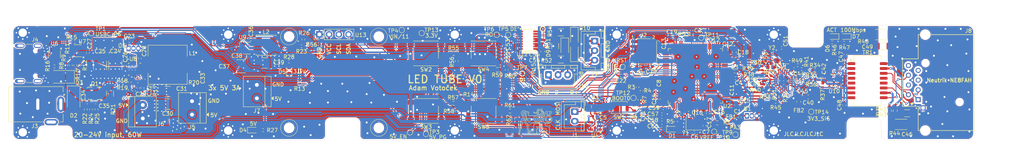
<source format=kicad_pcb>
(kicad_pcb (version 20241229) (generator "pcbnew") (generator_version "9.0")
  (layers (0 "F.Cu" signal) (4 "In1.Cu" signal) (6 "In2.Cu" signal) (2 "B.Cu" signal) (13 "F.Paste" user) (15 "B.Paste" user) (5 "F.SilkS" user "F.Silkscreen") (7 "B.SilkS" user "B.Silkscreen") (1 "F.Mask" user) (3 "B.Mask" user) (25 "Edge.Cuts" user))
  (net 0 "")
  (net 1 "GND")
  (net 2 "/MCU/ADC1_INP5_TEMP2")
  (net 3 "/MCU/ADC1_INP9_TEMP1")
  (net 4 "5V_SK9822")
  (net 5 "/MCU/HSE_IN")
  (net 6 "/MCU/HSE_OUT")
  (net 7 "/MCU/BOOT0")
  (net 8 "+3V3")
  (net 9 "VDDA_MCU")
  (net 10 "VREF+")
  (net 11 "VCAP_MCU")
  (net 12 "/MCU/NRST")
  (net 13 "/Power/TPS_BOOT")
  (net 14 "20-24V")
  (net 15 "/Power/TPS_SW")
  (net 16 "/Power/TPS_FB")
  (net 17 "/Power/TPS_SS")
  (net 18 "VIN")
  (net 19 "/Power/AP_SW")
  (net 20 "/Power/AP_BST")
  (net 21 "3V3_SIG")
  (net 22 "/MCU/ADC1_INP3_VINSENSE")
  (net 23 "/Ethernet/XTAL1")
  (net 24 "/Ethernet/XTAL2")
  (net 25 "/DMX/PWR_RS485")
  (net 26 "/DisplayAndButtons/BUTTON_01")
  (net 27 "/DisplayAndButtons/BUTTON_02")
  (net 28 "/DisplayAndButtons/BUTTON_03")
  (net 29 "/DisplayAndButtons/BUTTON_04")
  (net 30 "/MCU/LED_RED_ANODE")
  (net 31 "/Power/LED_5VPWR_ANODE")
  (net 32 "/Power/LED_3V3PWR_ANODE")
  (net 33 "/Ethernet/LED1_ANODE")
  (net 34 "/Ethernet/LED2_ANODE")
  (net 35 "/DMX/DMX_P")
  (net 36 "/DMX/DMX_N")
  (net 37 "/MCU/SPI_SK9822_SCK")
  (net 38 "/MCU/SPI_SK9822_MOSI")
  (net 40 "/MCU/T_SWO")
  (net 41 "/MCU/T_GNDDETECT")
  (net 42 "/MCU/T_SWCLK")
  (net 43 "/MCU/T_SWDIO")
  (net 46 "/Ethernet/RX_P")
  (net 47 "/Ethernet/TX_N")
  (net 48 "/MCU/USBC_PG_GPIO")
  (net 49 "/MCU/PSU5V_PG_GPIO")
  (net 50 "/Ethernet/RX_N")
  (net 51 "Net-(U11-VDDCR)")
  (net 52 "/Ethernet/TX_P")
  (net 53 "/MCU/LED_RED")
  (net 54 "/DisplayAndButtons/OLED_SCL")
  (net 55 "/DisplayAndButtons/OLED_SDA")
  (net 56 "/MCU/B0_BTN")
  (net 57 "Net-(C46-Pad1)")
  (net 58 "/Power/TPS_MODE")
  (net 59 "/Ethernet/PHY_RMII_RXD0")
  (net 60 "/Ethernet/PHY_RMII_RXD1")
  (net 61 "/Ethernet/PHY_RMII_CRS_DV")
  (net 62 "/Ethernet/PHY_RMII_REF_CLK")
  (net 63 "/DMX/RS485_N")
  (net 64 "/Ethernet/RMII_MDIO")
  (net 65 "/Ethernet/TD_P")
  (net 66 "/Ethernet/TD_N")
  (net 67 "/Ethernet/RD_P")
  (net 68 "/Ethernet/RD_N")
  (net 69 "/Ethernet/RMII_RXD0")
  (net 70 "/Ethernet/RMII_RXD1")
  (net 71 "/Ethernet/RMII_CRS_DV")
  (net 72 "/Ethernet/RXC")
  (net 73 "/Ethernet/TXC")
  (net 74 "/Ethernet/RMII_REF_CLK")
  (net 76 "/DMX/RS485_P")
  (net 77 "GND_DMX")
  (net 78 "/DMX/DE_nRE")
  (net 80 "/Power/5V_ENABLE")
  (net 83 "/MCU/SPI1_SCK")
  (net 91 "/Ethernet/RMII_TXD0")
  (net 103 "/Ethernet/RMII_TXD1")
  (net 111 "/Ethernet/RMII_TXEN")
  (net 115 "/MCU/SPI1_MOSI")
  (net 116 "/DMX/UART_RO")
  (net 118 "/DMX/UART_DI")
  (net 124 "/Ethernet/RMII_MDC")
  (net 143 "/DMX/GND_RS485")
  (net 144 "SH_GND")
  (net 145 "/Power/USBC_D-")
  (net 146 "/Power/USBC_D+")
  (net 151 "Net-(U11-RBIAS)")
  (net 152 "Net-(U11-LED1{slash}REGOFF)")
  (net 153 "Net-(U11-LED2{slash}~{INTSEL})")
  (net 154 "Net-(U11-RXER{slash}PHYAD0)")
  (net 157 "Net-(R55-Pad2)")
  (net 158 "Net-(R57-Pad2)")
  (net 162 "/Power/CH_VDD")
  (net 163 "/Power/CC2")
  (net 164 "/Power/CC1")
  (net 165 "/Power/CH_CFG")
  (net 167 "/Power/BC_VIN")
  (net 168 "/Power/USBC_VIN")
  (net 169 "/Power/PM_G")
  (net 170 "/Power/PM_D")
  (net 171 "AGND_BUCK")
  (net 172 "Net-(U2-PA3)")
  (net 173 "Net-(U2-PD12)")
  (net 174 "Net-(R18-Pad2)")
  (net 175 "Net-(R22-Pad2)")
  (net 176 "Net-(R59-Pad2)")
  (net 177 "Net-(R61-Pad2)")
  (footprint "Diode_SMD:D_SMA" (layer "F.Cu") (at 60.15 66 180)
    (property "Reference" "D3")
    (property "Value" "ST34")
  )
  (footprint "Package_TO_SOT_SMD:SOT-23-6" (layer "F.Cu") (at 58.45 60.1 -90)
    (property "Reference" "U6")
    (property "Value" "SRV05-4")
  )
  (footprint "Resistor_SMD:R_0603_1608Metric" (layer "F.Cu") (at 211.1 63.6)
    (property "Reference" "R2")
    (property "Value" "75R")
  )
  (footprint "AV_SWITCHES:SW_SPST_4P_SMD" (layer "F.Cu") (at 155.325 59.9 180)
    (property "Reference" "SW2")
    (property "Value" "Button")
  )
  (footprint "Resistor_SMD:R_0402_1005Metric" (layer "F.Cu") (at 220.5 77.66 -90)
    (property "Reference" "R5")
    (property "Value" "1.5k")
  )
  (footprint "Capacitor_SMD:C_0402_1005Metric" (layer "F.Cu") (at 76.825 63.1 -90)
    (property "Reference" "C26")
    (property "Value" "100nF 50V")
  )
  (footprint "Resistor_SMD:R_0402_1005Metric" (layer "F.Cu") (at 119.6 62)
    (property "Reference" "R28")
    (property "Value" "1.5k")
  )
  (footprint "Resistor_SMD:R_0402_1005Metric" (layer "F.Cu") (at 242.75 66.75)
    (property "Reference" "R50")
    (property "Value" "10k")
  )
  (footprint "LED_SMD:LED_0603_1608Metric" (layer "F.Cu") (at 119.645 64.3525 90)
    (property "Reference" "D5")
    (property "Value" "Red")
  )
  (footprint "AV_NOPART:MountingHole_2.2mm_M2_Pad_Via" (layer "F.Cu") (at 50.1825 80.475001 180)
    (property "Reference" "H2" (hide yes))
    (property "Value" "M2" (hide yes))
  )
  (footprint "AV_NOPART:MountingHole_2.2mm_M2_Pad_Via" (layer "F.Cu") (at 205.05 80)
    (property "Reference" "H8" (hide yes))
    (property "Value" "M2")
  )
  (footprint "Resistor_SMD:R_0402_1005Metric" (layer "F.Cu") (at 61.51 63.01 90)
    (property "Reference" "R8")
    (property "Value" "5.1kΩ")
  )
  (footprint "AV_CONNECTORS:USB_C_Receptacle_HX_TYPE-C_16P+4.3" (layer "F.Cu") (at 47.4925 62.5 -90)
    (property "Reference" "J4")
    (property "Value" "USB_C_Receptacle_USB2.0_16P_Tall_5.9mm")
  )
  (footprint "Resistor_SMD:R_0402_1005Metric" (layer "F.Cu") (at 264.3 57.1 180)
    (property "Reference" "R47")
    (property "Value" "1.5k")
  )
  (footprint "Capacitor_SMD:C_0402_1005Metric" (layer "F.Cu") (at 109.6325 56.25)
    (property "Reference" "C36")
    (property "Value" "100nF")
  )
  (footprint "Capacitor_SMD:C_0402_1005Metric" (layer "F.Cu") (at 216.82 78.75)
    (property "Reference" "C60")
    (property "Value" "100nF")
  )
  (footprint "Crystal:Crystal_SMD_3225-4Pin_3.2x2.5mm" (layer "F.Cu") (at 225.175 78.15)
    (property "Reference" "Y1")
    (property "Value" "25 Mhz")
  )
  (footprint "Capacitor_SMD:C_0402_1005Metric" (layer "F.Cu") (at 235.95 66.4)
    (property "Reference" "C4")
    (property "Value" "10nF")
  )
  (footprint "Resistor_SMD:R_0402_1005Metric" (layer "F.Cu") (at 257.75 66.26 90)
    (property "Reference" "R35")
    (property "Value" "49.9R")
  )
  (footprint "Resistor_SMD:R_0402_1005Metric" (layer "F.Cu") (at 122.35 67.29 90)
    (property "Reference" "R13")
    (property "Value" "73.2k")
  )
  (footprint "Package_TO_SOT_THT:TO-92_Inline" (layer "F.Cu") (at 238.99 76.17)
    (property "Reference" "U1")
    (property "Value" "MCP9700A-E/TO")
  )
  (footprint "Resistor_SMD:R_0402_1005Metric" (layer "F.Cu") (at 246.5 72.5)
    (property "Reference" "R45")
    (property "Value" "33R")
  )
  (footprint "AV_ISOLATION:Transformer_Ethernet_B1601S" (layer "F.Cu") (at 270.45 67)
    (property "Reference" "TR1")
    (property "Value" "B1601S")
  )
  (footprint "Resistor_SMD:R_0402_1005Metric" (layer "F.Cu") (at 112.84 79.9 180)
    (property "Reference" "R27")
    (property "Value" "5.1kΩ")
  )
  (footprint "Resistor_SMD:R_0402_1005Metric" (layer "F.Cu") (at 78.058665 67.395613 -90)
    (property "Reference" "R18")
    (property "Value" "51k")
  )
  (footprint "TestPoint:TestPoint_Pad_D1.0mm" (layer "F.Cu") (at 236 81.05)
    (property "Reference" "TP9")
    (property "Value" "TestPoint")
  )
  (footprint "Package_TO_SOT_SMD:SOT-23-5" (layer "F.Cu") (at 199.3625 78.8 180)
    (property "Reference" "U4")
    (property "Value" "SN74LVC1G17DBVR")
  )
  (footprint "Fiducial:Fiducial_1mm_Mask2mm" (layer "F.Cu") (at 54 54)
    (property "Reference" "FID1" (hide yes))
    (property "Value" "Fiducial_1mm")
  )
  (footprint "Resistor_SMD:R_0402_1005Metric" (layer "F.Cu") (at 163.325 74.93 -90)
    (property "Reference" "R58")
    (property "Value" "10k")
  )
  (footprint "Resistor_SMD:R_0402_1005Metric" (layer "F.Cu") (at 78.1 69.4 -90)
    (property "Reference" "R19")
    (property "Value" "1.5k")
  )
  (footprint "AV_NOPART:MountingHole_2.2mm_M2_Pad_Via" (layer "F.Cu") (at 205.05 55)
    (property "Reference" "H7" (hide yes))
    (property "Value" "M2")
  )
  (footprint "Resistor_SMD:R_0402_1005Metric" (layer "F.Cu") (at 122.85 58)
    (property "Reference" "R23")
    (property "Value" "51k")
  )
  (footprint "Resistor_SMD:R_0402_1005Metric" (layer "F.Cu") (at 241.49 64.25)
    (property "Reference" "R39")
    (property "Value" "33R")
  )
  (footprint "AV_CONNECTORS:PZ127VS-12-10-H10-A38" (layer "F.Cu") (at 211.95 59.36)
    (property "Reference" "J2")
    (property "Value" "PZ127VS-12-10-H10-A38")
  )
  (footprint "Resistor_SMD:R_0402_1005Metric" (layer "F.Cu") (at 178.075 76.91 -90)
    (property "Reference" "R62")
    (property "Value" "10k")
  )
  (footprint "Resistor_SMD:R_0402_1005Metric" (layer "F.Cu") (at 210.95 72 -90)
    (property "Reference" "R7")
    (property "Value" "10k")
  )
  (footprint "Resistor_SMD:R_0402_1005Metric" (layer "F.Cu") (at 243.49 68.75)
    (property "Reference" "R40")
    (property "Value" "33R")
  )
  (footprint "AV_POWERREGULATION:TPS56A37_10-pin_3x3mm_HotRod_QFN" (layer "F.Cu") (at 79.35 64.02 90)
    (property "Reference" "U8")
    (property "Value" "TPS56A37")
  )
  (footprint "TestPoint:TestPoint_Pad_D1.0mm" (layer "F.Cu") (at 154.2 54.6)
    (property "Reference" "TP13")
    (property "Value" "TestPoint")
  )
  (footprint "Capacitor_SMD:C_0402_1005Metric" (layer "F.Cu") (at 206.15 65.7)
    (property "Reference" "C22")
    (property "Value" "100nF")
  )
  (footprint "Capacitor_SMD:C_1210_3225Metric" (layer "F.Cu") (at 113.175 62.4025 180)
    (property "Reference" "C39")
    (property "Value" "47uF")
  )
  (footprint "Capacitor_SMD:C_0603_1608Metric" (layer "F.Cu") (at 236.3 72.195 -90)
    (property "Reference" "C15")
    (property "Value" "10uF")
  )
  (footprint "TestPoint:TestPoint_Pad_D1.0mm" (layer "F.Cu") (at 151.15 80.5)
    (property "Reference" "TP2" (hide yes))
    (property "Value" "TestPoint")
  )
  (footprint "Package_TO_SOT_SMD:SOT-23-6" (layer "F.Cu") (at 64.55 59.2 180)
    (property "Reference" "U7")
    (property "Value" "CH221K")
  )
  (footprint "TestPoint:TestPoint_Pad_D1.0mm" (layer "F.Cu") (at 255.75 75.1)
    (property "Reference" "TP14")
    (property "Value" "TestPoint")
  )
  (footprint "Resistor_SMD:R_0402_1005Metric" (layer "F.Cu") (at 66.6 74.5 -90)
    (property "Reference" "R22")
    (property "Value" "200kΩ")
  )
  (footprint "Resistor_SMD:R_0603_1608Metric" (layer "F.Cu") (at 162.5 59.9 180)
    (property "Reference" "R55")
    (property "Value" "75R")
  )
  (footprint "Button_Switch_SMD:SW_Push_SPST_NO_Alps_SKRK" (layer "F.Cu") (at 205.675 73.985 180)
    (property "Reference" "SW1")
    (property "Value" "TS-1088-AR02016")
  )
  (footprint "TestPoint:TestPoint_Pad_D1.0mm" (layer "F.Cu") (at 173.75 55.05)
    (property "Reference" "TP6")
    (property "Value" "TestPoint")
  )
  (footprint "Capacitor_SMD:C_0402_1005Metric" (layer "F.Cu") (at 216.82 77.2)
    (property "Reference" "C58")
    (property "Value" "100nF")
  )
  (footprint "Capacitor_SMD:C_1210_3225Metric" (layer "F.Cu") (at 87.95 69.85 180)
    (property "Reference" "C31")
    (property "Value" "47uF")
  )
  (footprint "Capacitor_SMD:C_0402_1005Metric" (layer "F.Cu") (at 229.775 75.575 -90)
    (property "Reference" "C16")
    (property "Value" "1uF")
  )
  (footprint "Capacitor_SMD:C_0402_1005Metric" (layer "F.Cu") (at 128.045 57.55 180)
    (property "Reference" "C56")
    (property "Value" "1uF")
  )
  (footprint "AV_ICS:LAN8742A_VQFN-24-1EP_4x4mm_P0.5mm_EP2.5x2.5mm" (layer "F.Cu") (at 248.57 67.0275 -90)
    (property "Reference" "U11")
    (property "Value" "LAN8742A")
  )
  (footprint "Resistor_SMD:R_0402_1005Metric" (layer "F.Cu") (at 123.35 56.3 90)
    (property "Reference" "R26")
    (property "Value" "5.1kΩ")
  )
  (footprint "Fiducial:Fiducial_1mm_Mask2mm" (layer "F.Cu") (at 235.55 53.92)
    (property "Reference" "FID3" (hide yes))
    (property "Value" "Fiducial_1mm")
  )
  (footprint "AV_NOPART:MountingHole_2.2mm_M2_Pad_Via" (layer "F.Cu") (at 246 80)
    (property "Reference" "H10" (hide yes))
    (property "Value" "M2")
  )
  (footprint "Resistor_SMD:R_0402_1005Metric" (layer "F.Cu") (at 80.175 67.15)
    (property "Reference" "R20")
    (property "Value" "10k")
  )
  (footprint "TestPoint:TestPoint_Pad_D1.0mm" (layer "F.Cu") (at 155.3 80.9)
    (property "Reference" "TP3")
    (property "Value" "TestPoint")
  )
  (footprint "Capacitor_SMD:C_0402_1005Metric" (layer "F.Cu") (at 216.82 75.7)
    (property "Reference" "C57")
    (property "Value" "100nF")
  )
  (footprint "Capacitor_SMD:C_0402_1005Metric" (layer "F.Cu") (at 211.85 73.9 90)
    (property "Reference" "C21")
    (property "Value" "100nF")
  )
  (footprint "Resistor_SMD:R_0402_1005Metric" (layer "F.Cu") (at 247.75 70.99 90)
    (property "Reference" "R32")
    (property "Value" "10k")
  )
  (footprint "Resistor_SMD:R_0402_1005Metric" (layer "F.Cu") (at 258.75 68.24 -90)
    (property "Reference" "R37")
    (property "Value" "49.9R")
  )
  (footprint "Capacitor_SMD:C_0402_1005Metric" (layer "F.Cu") (at 185.6 56.825 90)
    (property "Reference" "C54")
    (property "Value" "1uF")
  )
  (footprint "TestPoint:TestPoint_Pad_D1.0mm" (layer "F.Cu") (at 149 53.8)
    (property "Reference" "TP4")
    (property "Value" "TestPoint")
  )
  (footprint "Capacitor_SMD:C_0402_1005Metric" (layer "F.Cu") (at 227.925 78.73 -90)
    (property "Reference" "C7")
    (property "Value" "12pF")
  )
  (footprint "Resistor_SMD:R_0402_1005Metric" (layer "F.Cu") (at 62.45 61.3 180)
    (property "Reference" "R11")
    (property "Value" "200kΩ")
  )
  (footprint "Capacitor_SMD:C_0603_1608Metric" (layer "F.Cu") (at 232.05 76.42 180)
    (property "Reference" "FB1")
    (property "Value" "600Ω@100MHz 450mΩ")
  )
  (footprint "Inductor_SMD:L_APV_ANR5020" (layer "F.Cu") (at 113.6125 57.75)
    (property "Reference" "L2")
    (property "Value" "3.9uH 2.7A")
  )
  (footprint "Resistor_SMD:R_0603_1608Metric" (layer "F.Cu") (at 173.9 64.1 180)
    (property "Reference" "R59")
    (property "Value" "75R")
  )
  (footprint "Resistor_SMD:R_0402_1005Metric" (layer "F.Cu") (at 210.45 68.7 90)
    (property "Reference" "R3")
    (property "Value" "1.5k")
  )
  (footprint "Capacitor_SMD:C_0402_1005Metric" (layer "F.Cu") (at 235.75 64.6)
    (property "Reference" "C3")
    (property "Value" "10nF")
  )
  (footprint "Capacitor_SMD:C_0603_1608Metric" (layer "F.Cu") (at 219.7 55.7 180)
    (property "Reference" "C19")
    (property "Value" "10uF")
  )
  (footprint "Diode_SMD:D_SOD-123F" (layer "F.Cu") (at 191.5 58.07 -90)
    (property "Reference" "D9")
    (property "Value" "SMF12CA")
  )
  (footprint "Resistor_SMD:R_0402_1005Metric" (layer "F.Cu") (at 243 63.74 -90)
    (property "Reference" "R30")
    (property "Value" "10k")
  )
  (footprint "Resistor_SMD:R_2010_5025Metric" (layer "F.Cu") (at 274 55 180)
    (property "Reference" "R48")
    (property "Value" "1M 2kV")
  )
  (footprint "Capacitor_SMD:C_0402_1005Metric" (layer "F.Cu") (at 248.02 58.45 180)
    (property "Reference" "C51")
    (property "Value" "12pF")
  )
  (footprint "Resistor_SMD:R_0603_1608Metric_Pad0.98x0.95mm_HandSolder" (layer "F.Cu") (at 231.25 78 180)
    (property "Reference" "R1")
    (property "Value" "0R")
  )
  (footprint "Capacitor_SMD:C_0402_1005Metric" (layer "F.Cu") (at 216.05 69.65 -90)
    (property "Reference" "C8")
    (property "Value" "100nF")
  )
  (footprint "Resistor_SMD:R_0402_1005Metric" (layer "F.Cu") (at 261.2 57 180)
    (property "Reference" "R46")
    (property "Value" "1.5k")
  )
  (footprint "Capacitor_SMD:C_1812_4532Metric" (layer "F.Cu") (at 70.35 63.05 -90)
    (property "Reference" "C25")
    (property "Value" "22uF 50V")
  )
  (footprint "Capacitor_SMD:C_0402_1005Metric" (layer "F.Cu") (at 77.95 56.6)
    (property "Reference" "C23")
    (property "Value" "100nF")
  )
  (footprint "AV_CONNECTORS:TerminalBlock_4Ucon_1x02_P3.50mm_Horizontal" (layer "F.Cu") (at 81.4825 73.35 -90)
    (property "Reference" "J6")
    (property "Value" "DB301V-3.5-2P-GN-S")
  )
  (footprint "Resistor_SMD:R_0402_1005Metric" (layer "F.Cu") (at 256.24 66.75 180)
    (property "Reference" "R36")
    (property "Value" "49.9R")
  )
  (footprint "Fiducial:Fiducial_1mm_Mask2mm" (layer "F.Cu") (at 296.5 78.5)
    (property "Reference" "FID4" (hide yes))
    (property "Value" "Fiducial_1mm")
  )
  (footprint "Resistor_SMD:R_0402_1005Metric" (layer "F.Cu") (at 211.55 69.6 -90)
    (property "Reference" "R4")
    (property "Value" "1.5k")
  )
  (footprint "AV_SWITCHES:SW_SPST_4P_SMD" (layer "F.Cu") (at 155.325 74.9 180)
    (property "Reference" "SW3")
    (property "Value" "Button")
  )
  (footprint "LED_SMD:LED_0603_1608Metric" (layer "F.Cu") (at 264.7125 55.5 180)
    (property "Reference" "D7")
    (property "Value" "Red")
  )
  (footprint "Resistor_SMD:R_0603_1608Metric" (layer "F.Cu") (at 209.6 74.1 -90)
    (property "Reference" "R6")
    (property "Value" "75R")
  )
  (footprint "LOGO" (layer "F.Cu") (at 183.917514 76.766308)
    (property "Reference" "G***" (hide yes))
    (property "Value" "LOGO" (hide yes))
  )
  (footprint "AV_CONNECTORS:BarrelJack_DC-005-A200_Horizontal" (layer "F.Cu") (at 60.1 73.15 -90)
    (property "Reference" "J3")
    (property "Value" "DC-005-A200")
  )
  (footprint "Package_TO_SOT_THT:TO-92_Inline" (layer "F.Cu") (at 77.78 58.575)
    (property "Reference" "U5")
    (property "Value" "MCP9700A-E/TO")
  )
  (footprint "Capacitor_SMD:C_0402_1005Metric" (layer "F.Cu") (at 264.35 73.4 -90)
    (property "Reference" "C48")
    (property "Value" "100nF")
  )
  (footprint "TestPoint:TestPoint_Pad_D1.0mm" (layer "F.Cu") (at 206.55 63.4 180)
    (property "Reference" "TP8")
    (property "Value" "TestPoint")
  )
  (footprint "Capacitor_SMD:C_0402_1005Metric" (layer "F.Cu") (at 237.1 76.6 -90)
    (property "Reference" "C1")
    (property "Value" "100nF")
  )
  (footprint "Capacitor_SMD:C_0402_1005Metric" (layer "F.Cu") (at 222.15 75.575 -90)
    (property "Reference" "C9")
    (property "Value" "1uF")
  )
  (footprint "Resistor_SMD:R_0402_1005Metric" (layer "F.Cu") (at 81.4 68.9 90)
    (property "Reference" "R17")
    (property "Value" "73.2k")
  )
  (footprint "Capacitor_SMD:C_0402_1005Metric" (layer "F.Cu") (at 264.65 60.2 90)
    (property "Reference" "C47")
    (property "Value" "100nF")
  )
  (footprint "Resistor_SMD:R_0402_1005Metric" (layer "F.Cu") (at 63.9 63 90)
    (property "Reference" "R10")
    (property "Value" "5.1kΩ")
  )
  (footprint "Resistor_SMD:R_0603_1608Metric" (layer "F.Cu") (at 276.15 74.825 -90)
    (property "Reference" "R42")
    (property "Value" "75R")
  )
  (footprint "AV_INDUCTORS:MDA1050-3R3M" (layer "F.Cu") (at 87.95 62.85)
    (property "Reference" "L1")
    (property "Value" "3.3uH 9mΩ 17A")
  )
  (footprint "Package_TO_SOT_SMD:SOT-23-6" (layer "F.Cu") (at 261.65 66.9 180)
    (property "Reference" "U10")
    (property "Value" "SRV05-4")
  )
  (footprint "Diode_SMD:D_SMA" (layer "F.Cu") (at 63.45 71.9 -90)
    (property "Reference" "D2")
    (property "Value" "ST34")
  )
  (footprint "AV_ICS:CA-IS2092A" (layer "F.Cu") (at 181.925 56.445)
    (property "Reference" "U12")
    (property "Value" "CA-IS2092A" (hide yes))
  )
  (footprint "Resistor_SMD:R_0402_1005Metric" (layer "F.Cu") (at 176.325 64.17 90)
    (property "Reference" "R60")
    (property "Value" "10k")
  )
  (footprint "AV_NOPART:MountingHole_2.2mm_M2_Pad_Via" (layer "F.Cu") (at 103.75 80)
    (property "Reference" "H4" (hide yes))
    (property "Value" "M2")
  )
  (footprint "Capacitor_SMD:C_0603_1608Metric" (layer "F.Cu") (at 252.5 72.5 90)
    (property "Reference" "FB2")
    (property "Value" "600Ω@100MHz 450mΩ")
  )
  (footprint "Capacitor_SMD:C_0402_1005Metric" (layer "F.Cu") (at 81.7 66.6 -90)
    (property "Reference" "C33")
    (property "Value" "10nF")
  )
  (footprint "Connector_JST:JST_XH_B3B-XH-A_1x03_P2.50mm_Vertical" (layer "F.Cu") (at 199.275 56.67 -90)
    (property "Reference" "J9")
    (property "Value" "JST_XH_3P")
  )
  (footprint "Capacitor_SMD:C_0402_1005Metric" (layer "F.Cu") (at 199.33 76.3 180)
    (property "Reference" "C5")
    (property "Value" "1uF")
  )
  (footprint "Capacitor_SMD:C_0603_1608Metric" (layer "F.Cu") (at 235.7 59.6 90)
    (property "Reference" "C18")
    (property "Value" "10uF")
  )
  (footprint "Resistor_SMD:R_1206_3216Metric_Pad1.30x1.75mm_HandSolder" (layer "F.Cu") (at 72.95 70.4 90)
    (property "Reference" "R21")
    (property "Value" "0R 1206")
  )
  (footprint "Resistor_SMD:R_0402_1005Metric" (layer "F.Cu") (at 164.55 70.7 90)
    (property "Reference" "R14")
    (property "Value" "73.2k")
  )
  (footprint "Resistor_SMD:R_0402_1005Metric" (layer "F.Cu") (at 62.71 63 90)
    (property "Reference" "R9")
    (property "Value" "5.1kΩ")
  )
  (footprint "Capacitor_SMD:C_1812_4532Metric" (layer "F.Cu") (at 74.325 63.05 -90)
    (property "Reference" "C24")
    (property "Value" "22uF 50V")
  )
  (footprint "Connector_JST:JST_XH_B2B-XH-A_1x02_P2.50mm_Vertical" (layer "F.Cu") (at 194.1 75.065 -90)
    (property "Reference" "J1")
    (property "Value" "JST_XH_2P")
  )
  (footprint "Capacitor_SMD:C_0402_1005Metric" (layer "F.Cu") (at 259.05 66.27 90)
    (property "Reference" "C42")
    (property "Value" "100nF")
  )
  (footprint "Capacitor_SMD:C_0603_1608Metric" (layer "F.Cu") (at 254.975 71.25)
    (property "Reference" "C40")
    (property "Value" "10uF")
  )
  (footprint "AV_CONNECTORS:TerminalBlock_4Ucon_1x02_P3.50mm_Horizontal" (layer "F.Cu") (at 94.3175 75.85 90)
    (property "Reference" "J5")
    (property "Value" "DB301V-3.5-2P-GN-S")
  )
  (footprint "Diode_SMD:D_SOD-123F" (layer "F.Cu") (at 194 59.82 90)
    (property "Reference" "D8")
    (property "Value" "SMF12CA")
  )
  (footprint "Package_QFP:LQFP-100_14x14mm_P0.5mm" (layer "F.Cu") (at 225.55 65.745 90)
    (property "Reference" "U2")
    (property "Value" "STM32H723VETx")
  )
  (footprint "TestPoint:TestPoint_Pad_D1.0mm" (layer "F.Cu") (at 180.4 65.15)
    (property "Reference" "TP7")
    (property "Value" "TestPoint")
  )
  (footprint "Resistor_SMD:R_1206_3216Metric" (layer "F.Cu") (at 189 57.9575 -90)
    (property "Reference" "R51")
    (property "Value" "10R 250mW")
  )
  (footprint "NetTie:NetTie-2_SMD_Pad0.5mm" (layer "F.Cu") (at 77.125 70.5 180)
    (property "Reference" "NT1" (hide yes))
    (property "Value" "NetTie_2" (hide yes))
  )
  (footprint "TestPoint:TestPoint_Pad_D1.0mm" (layer "F.Cu") (at 185.75 53.5)
    (property "Reference" "TP15")
    (property "Value" "TestPoint")
  )
  (footprint "Connector_JST:JST_XH_B3B-XH-A_1x03_P2.50mm_Vertical" (layer "F.Cu") (at 187.25 65.475)
    (property "Reference" "J10")
    (property "Value" "JST_XH_3P")
  )
  (footprint "Capacitor_SMD:C_0402_1005Metric" (layer "F.Cu") (at 251.27 64)
    (property "Reference" "C44")
    (property "Value" "100nF")
  )
  (footprint "Capacitor_SMD:C_0402_1005Metric" (layer "F.Cu") (at 213.78 63.38 180)
    (property "Reference" "C20")
    (property "Value" "100nF")
  )
  (footprint "Capacitor_SMD:C_0402_1005Metric" (layer "F.Cu") (at 218.525 57.4 90)
    (property "Reference" "C13")
    (property "Value" "100nF")
  )
  (footprint "Package_TO_SOT_SMD:SOT-23-5" (layer "F.Cu") (at 199.3625 73.8 180)
    (property "Reference" "U3")
    (property "Value" "SN74LVC1G17DBVR")
  )
  (footprint "Capacitor_SMD:C_0402_1005Metric" (layer "F.Cu") (at 228.17 53.9)
    (property "Reference" "C2")
    (property "Value" "10nF")
  )
  (footprint "Resistor_SMD:R_0402_1005Metric" (layer "F.Cu") (at 58.45 63.3 180)
    (property "Reference" "R16")
    (property "Value" "5.1kΩ")
  )
  (footprint "LED_SMD:LED_0603_1608Metric" (layer "F.Cu") (at 110.265 79.9)
    (property "Reference" "D4")
    (property "Value" "Red")
  )
  (footprint "Capacitor_SMD:C_0402_1005Metric" (layer "F.Cu") (at 217.15 74.2)
    (property "Reference" "C59")
    (property "Value" "100nF")
  )
  (footprint "Capacitor_SMD:C_0402_1005Metric" (layer "F.Cu") (at 80.725 61.2 90)
    (property "Reference" "C28")
    (property "Value" "100nF")
  )
  (footprint "Resistor_SMD:R_0603_1608Metric" (layer "F.Cu") (at 162.5 72.9 180)
    (property "Reference" "R57")
    (property "Value" "75R")
  )
  (footprint "Resistor_SMD:R_0402_1005Metric" (layer "F.Cu") (at 252.24 63)
    (property "Reference" "R49")
    (property "Value" "10k")
  )
  (footprint "Capacitor_SMD:C_0402_1005Metric" (layer "F.Cu") (at 178.4 57.1 90)
    (property "Reference" "C53")
    (property "Value" "1uF")
  )
  (footprint "Resistor_SMD:R_0402_1005Metric" (layer "F.Cu") (at 244.75 65.75)
    (property "Reference" "R29")
    (property "Value" "10k")
  )
  (footprint "Capacitor_SMD:C_0402_1005Metric" (layer "F.Cu") (at 235.05 71.92 -90)
    (property "Reference" "C11")
    (property "Value" "100nF")
  )
  (footprint "Resistor_SMD:R_0402_1005Metric" (layer "F.Cu") (at 65.11 63 90)
    (property "Reference" "R12")
    (property "Value" "5.1kΩ")
  )
  (footprint "AV_CONNECTORS:TerminalBlock_4Ucon_1x02_P3.50mm_Horizontal" (layer "F.Cu") (at 111.2175 71.6 90)
    (property "Reference" "J7")
    (property "Value" "DB301V-3.5-2P-GN-S")
  )
  (footprint "Capacitor_SMD:C_0402_1005Metric" (layer "F.Cu") (at 223.77 75.35 180)
    (property "Reference" "C10")
    (property "Value" "100nF")
  )
  (footprint "AV_NOPART:MountingHole_2.2mm_M2_Pad_Via" (layer "F.Cu") (at 103.75 55)
    (property "Reference" "H3" (hide yes))
    (property "Value" "M2")
  )
  (footprint "Capacitor_SMD:C_0402_1005Metric" (layer "F.Cu") (at 80.3 68.9 90)
    (property "Reference" "C32")
    (property "Value" "150pF")
  )
  (footprint "Crystal:Crystal_SMD_3225-4Pin_3.2x2.5mm" (layer "F.Cu") (at 247.9 60.9)
    (property "Reference" "Y2")
    (property "Value" "25 Mhz")
  )
  (footprint "AV_TRANSISTORS:PDFN3X3-8L" (layer "F.Cu") (at 68.95 70.3)
    (property "Reference" "Q1")
    (property "Value" "SP40P18NJ")
  )
  (footprint "Capacitor_SMD:C_0402_1005Metric" (layer "F.Cu") (at 228.775 75.575 -90)
    (property "Reference" "C17")
    (property "Value" "1uF")
  )
  (footprint "AV_CONNECTORS:NEUTRIK_NE8FAH" (layer "F.Cu") (at 298.25 67.5 -90)
    (property "Reference" "J8")
    (property "Value" "NE8FAH")
  )
  (footprint "Capacitor_SMD:C_1206_3216Metric" (layer "F.Cu") (at 274.5 58)
    (property "Reference" "C49")
    (property "Value" "1nF 2kV")
  )
  (footprint "Capacitor_SMD:C_0402_1005Metric" (layer "F.Cu") (at 67.15 59.8 90)
    (property "Reference" "C27")
    (property "Value" "1uF")
  )
  (footprint "AV_NOPART:MountingHole_2.2mm_M2_Pad_Via" (layer "F.Cu") (at 162.825 55)
    (property "Reference" "H5" (hide yes))
    (property "Value" "M2")
  )
  (footprint "Capacitor_SMD:C_0402_1005Metric" (layer "F.Cu") (at 234.005 58.67)
    (property "Reference" "C12")
    (property "Value" "100nF")
  )
  (footprint "Capacitor_SMD:C_1210_3225Metric" (layer "F.Cu") (at 87.925 73.1 180)
    (property "Reference" "C30")
    (property "Value" "47uF")
  )
  (footprint "Capacitor_SMD:C_0603_1608Metric" (layer "F.Cu") (at 245.2 63.5)
    (property "Reference" "C41")
    (property "Value" "10uF")
  )
  (footprint "TestPoint:TestPoint_Pad_D1.0mm" (layer "F.Cu") (at 209.425 71.485 180)
    (property "Reference" "TP12")
    (property "Value" "TestPoint")
  )
  (footprint "Resistor_SMD:R_1206_3216Metric" (layer "F.Cu") (at 190.5 54.42 180)
    (property "Reference" "R54")
    (property "Value" "10R 250mW")
  )
  (footprint "LED_SMD:LED_0603_1608Metric" (layer "F.Cu") (at 261.5 55.5 180)
    (property "Reference" "D6")
    (property "Value" "Red")
  )
  (footprint "Capacitor_SMD:C_1812_4532Metric" (layer "F.Cu") (at 107.1125 63.25)
    (property "Reference" "C37")
    (property "Value" "22uF 50V")
  )
  (footprint "Capacitor_SMD:C_0402_1005Metric" (layer "F.Cu") (at 244.67 66.75 180)
    (property "Reference" "C43")
    (property "Value" "100nF")
  )
  (footprint "Resistor_SMD:R_0402_1005Metric" (layer "F.Cu") (at 253.25 64 180)
    (property "Reference" "R41")
    (property "Value" "12.1k")
  )
  (footprint "Resistor_SMD:R_0402_1005Metric" (layer "F.Cu") (at 68 74.5 90)
    (property "Reference" "R24")
    (property "Value" "200kΩ")
  )
  (footprint "Capacitor_SMD:C_0402_1005Metric" (layer "F.Cu") (at 225.295 80.5)
    (property "Reference" "C6")
    (property "Value" "12pF")
  )
  (footprint "Resistor_SMD:R_0402_1005Metric" (layer "F.Cu") (at 63.75 56.9)
    (property "Reference" "R15")
    (property "Value" "5.1kΩ")
  )
  (footprint "Capacitor_SMD:C_0603_1608Metric" (layer "F.Cu") (at 178.2 59.6 -90)
    (property "Reference" "C52")
    (property "Value" "10uF")
  )
  (footprint "Resistor_SMD:R_0402_1005Metric" (layer "F.Cu") (at 244.5 70)
    (property "Reference" "R33")
    (property "Value" "1.5k")
  )
  (footprint "Capacitor_SMD:C_0402_1005Metric" (layer "F.Cu") (at 69.2 72.7 180)
    (property "Reference" "C35")
    (property "Value" "10nF")
  )
  (footprint "Capacitor_SMD:C_1206_3216Metric" (layer "F.Cu") (at 280.75 75.5)
    (property "Reference" "C46")
    (property "Value" "1nF 2kV")
  )
  (footprint "Resistor_SMD:R_0402_1005Metric" (layer "F.Cu") (at 224.55 54.92 90)
    (property "Reference" "R53")
    (property "Value" "10k")
  )
  (footprint "TestPoint:TestPoint_Pad_D1.0mm" (layer "F.Cu") (at 68.05 54.6)
    (property "Reference" "TP1")
    (property "Value" "TestPoint")
  )
  (footprint "TestPoint:TestPoint_Pad_D1.0mm" (layer "F.Cu") (at 176.75 55.05)
    (property "Reference" "TP5")
    (property "Value" "TestPoint")
  )
  (footprint "Resistor_SMD:R_0402_1005Metric" (layer "F.Cu") (at 163.325 61.91 -90)
    (property "Reference" "R56")
    (property "Value" "10k")
  )
  (footprint "AV_NOPART:MountingHole_2.2mm_M2_Pad_Via" (layer "F.Cu") (at 50.1825 54.5)
    (property "Reference" "H1" (hide yes))
    (property "Value" "M2" (hide yes))
  )
  (footprint "MountingHole:MountingHole_2.2mm_M2" (layer "F.Cu") (at 285.5 55)
    (property "Reference" "H11" (hide yes))
    (property "Value" "M2")
  )
  (footprint "Package_TO_SOT_SMD:TSOT-23-6" (layer "F.Cu") (at 108.6125 58.5)
    (property "Reference" "U9")
    (property "Value" "AP63203WU")
  )
  (footprint "AV_SWITCHES:SW_SPST_4P_SMD" (layer "F.Cu") (at 170.325 59.9 180)
    (property "Reference" "SW4")
    (property "Value" "Button")
  )
  (footprint "AV_NOPART:MountingHole_2.2mm_M2_Pad_Via" (layer "F.Cu") (at 162.825 80)
    (property "Reference" "H6" (hide yes))
    (property "Value" "M2")
  )
  (footprint "Resistor_SMD:R_0402_1005Metric" (layer "F.Cu") (at 242.04 65.5)
    (property "Reference" "R38")
    (property "Value" "33R")
  )
  (footprint "Resistor_SMD:R_0603_1608Metric" (layer "F.Cu") (at 177.2 74.9 180)
    (property "Reference" "R61")
    (property "Value" "75R")
  )
  (footprint "Diode_SMD:D_SOD-123F" (layer "F.Cu") (at 194 55.32 -90)
    (property "Reference" "D10")
    (property "Value" "SMF12CA")
  )
  (footprint "AV_NOPART:MountingHole_2.2mm_M2_Pad_Via" (layer "F.Cu") (at 246 55)
    (property "Reference" "H9" (hide yes))
    (property "Value" "M2")
  )
  (footprint "Capacitor_SMD:C_0603_1608Metric" (layer "F.Cu") (at 185.8 59.4 -90)
    (property "Reference" "C55")
    (property "Value" "10uF")
  )
  (footprint "Capacitor_SMD:C_0402_1005Metric" (layer "F.Cu") (at 108.5 60.75)
    (property "Reference" "C38")
    (property "Value" "100nF 50V")
  )
  (footprint "Resistor_SMD:R_0603_1608Metric" (layer "F.Cu") (at 277.65 74.825 -90)
    (property "Reference" "R43")
    (property "Value" "75R")
  )
  (footprint "Capacitor_SMD:C_0402_1005Metric" (layer "F.Cu") (at 216.05 71.825 90)
    (property "Reference" "C14")
    (property "Value" "100nF")
  )
  (footprint "LED_SMD:LED_0603_1608Metric" (layer "F.Cu") (at 219.5125 79.65)
    (property "Reference" "D1")
    (property "Value" "Red")
  )
  (footprint "Capacitor_SMD:C_0402_1005Metric" (layer "F.Cu") (at 79.2 69.7 -90)
    (property "Reference" "C29")
    (property "Value" "10nF")
  )
  (footprint "Resistor_SMD:R_1206_3216Metric" (layer "F.Cu") (at 190.5 61.5)
    (property "Reference" "R52")
    (property "Value" "10R 250mW")
  )
  (footprint "Resistor_SMD:R_2010_5025Metric" (layer "F.Cu") (at 279.1875 78.4)
    (property "Reference" "R44")
    (property "Value" "1M 2kV")
  )
  (footprint "Capacitor_SMD:C_0402_1005Metric" (layer "F.Cu") (at 251.5 69.75 -90)
    (property "Reference" "C45")
    (property "Value" "100nF")
  )
  (footprint "Fiducial:Fiducial_1mm_Mask2mm" (layer "F.Cu") (at 177.075 80.92)
    (property "Reference" "FID2" (hide yes))
    (property "Value" "Fiducial_1mm")
  )
  (footprint "MountingHole:MountingHole_2.2mm_M2" (layer "F.Cu") (at 285.5 80)
    (property "Reference" "H12" (hide yes))
    (property "Value" "M2")
  )
  (footprint "Capacitor_SMD:C_0402_1005Metric" (layer "F.Cu") (at 245.05 60.97 90)
    (property "Reference" "C50")
    (property "Value" "12pF")
  )
  (footprint "Resistor_SMD:R_0402_1005Metric" (layer "F.Cu") (at 69.4 74.5 -90)
    (property "Reference" "R25")
    (property "Value" "200kΩ")
  )
  (footprint "TestPoint:TestPoint_Pad_D1.0mm" (layer "F.Cu") (at 230.45 80.3 180)
    (property "Reference" "TP10")
    (property "Value" "TestPoint")
  )
  (footprint "AV_SWITCHES:SW_SPST_4P_SMD" (layer "F.Cu") (at 170.325 74.9 180)
    (property "Reference" "SW5")
    (property "Value" "Button")
  )
  (footprint "Resistor_SMD:R_0402_1005Metric" (layer "F.Cu") (at 256.74 64.25)
    (property "Reference" "R34")
    (property "Value" "49.9R")
  )
  (footprint "Capacitor_SMD:C_0402_1005Metric" (layer "F.Cu") (at 67 72.7)
    (property "Reference" "C34")
    (property "Value" "100nF 50V")
  )
  (footprint "AV_MODULES:HS96L03W2C03" (layer "F.Cu") (at 131.325 67.4)
    (property "Reference" "U13")
    (property "Value" "0.96' OLED Board")
  )
  (footprint "TestPoint:TestPoint_Pad_D1.0mm" (layer "F.Cu") (at 227.1 55.8)
    (property "Reference" "TP11")
    (property "Value" "TestPoint")
  )
  (footprint "Resistor_SMD:R_0402_1005Metric" (layer "F.Cu") (at 245 68.25 -90)
    (property "Reference" "R31")
    (property "Value" "10k")
  )
  (gr_line (start 129.267766 81.216117) (end 129.233883 78.100017) (stroke (width 0.05)) (layer "Edge.Cuts"))
  (gr_arc (start 54.283883 80.183883) (mid 54.65 79.3) (end 55.533883 78.933883) (stroke (width 0.05)) (layer "Edge.Cuts"))
  (gr_arc (start 139.249573 82.5) (mid 138.331538 82.129557) (end 137.949904 81.216117) (stroke (width 0.05)) (layer "Edge.Cuts"))
  (gr_arc (start 129.267766 81.216117) (mid 128.891725 82.123959) (end 127.983883 82.5) (stroke (width 0.05)) (layer "Edge.Cuts"))
  (gr_arc (start 54.283978 81.2) (mid 53.903217 82.119238) (end 52.983979 82.499999) (stroke (width 0.05)) (layer "Edge.Cuts"))
  (gr_arc (start 248.75 52.5) (mid 249.633883 52.866117) (end 250 53.75) (stroke (width 0.05)) (layer "Edge.Cuts"))
  (gr_line (start 260 52.5) (end 296.5 52.5) (stroke (width 0.05)) (layer "Edge.Cuts"))
  (gr_line (start 130.483883 76.85) (end 136.733883 76.85) (stroke (width 0.05)) (layer "Edge.Cuts"))
  (gr_arc (start 64.249475 82.5) (mid 63.320171 82.124766) (end 62.933888 81.2) (stroke (width 0.05)) (layer "Edge.Cuts"))
  (gr_arc (start 258.75 53.75) (mid 259.116117 52.866117) (end 260 52.5) (stroke (width 0.05)) (layer "Edge.Cuts"))
  (gr_arc (start 272.75 76.883883) (mid 273.636197 77.252312) (end 274 78.140419) (stroke (width 0.05)) (layer "Edge.Cuts"))
  (gr_line (start 238.75 77.75) (end 242 77.75) (stroke (width 0.05)) (layer "Edge.Cuts"))
  (gr_line (start 237.5 81.25) (end 237.5 79) (stroke (width 0.05)) (layer "Edge.Cuts"))
  (gr_line (start 257.5 58.116117) (end 251.25 58.116117) (stroke (width 0.05)) (layer "Edge.Cuts"))
  (gr_line (start 298.25 80.75) (end 298.25 54.25) (stroke (width 0.05)) (layer "Edge.Cuts"))
  (gr_line (start 243.25 79) (end 243.25 81.25) (stroke (width 0.05)) (layer "Edge.Cuts"))
  (gr_arc (start 298.25 80.75) (mid 297.737437 81.987437) (end 296.5 82.5) (stroke (width 0.05)) (layer "Edge.Cuts"))
  (gr_arc (start 129.233883 78.1) (mid 129.6 77.216117) (end 130.483883 76.85) (stroke (width 0.05)) (layer "Edge.Cuts"))
  (gr_line (start 250 56.859581) (end 250 53.75) (stroke (width 0.05)) (layer "Edge.Cuts"))
  (gr_arc (start 237.5 79) (mid 237.866117 78.116117) (end 238.75 77.75) (stroke (width 0.05)) (layer "Edge.Cuts"))
  (gr_line (start 248.75 52.5) (end 49.25 52.5) (stroke (width 0.05)) (layer "Edge.Cuts"))
  (gr_line (start 62.916117 80.1839) (end 62.933888 81.2) (stroke (width 0.05)) (layer "Edge.Cuts"))
  (gr_arc (start 275.25 82.5) (mid 274.366117 82.133883) (end 274 81.25) (stroke (width 0.05)) (layer "Edge.Cuts"))
  (gr_line (start 274 78.140419) (end 274 81.25) (stroke (width 0.05)) (layer "Edge.Cuts"))
  (gr_line (start 258.75 53.75) (end 258.75 56.8661) (stroke (width 0.05)) (layer "Edge.Cuts"))
  (gr_arc (start 244.5 82.5) (mid 243.616117 82.133883) (end 243.25 81.25) (stroke (width 0.05)) (layer "Edge.Cuts"))
  (gr_arc (start 242 77.75) (mid 242.883883 78.116117) (end 243.25 79) (stroke (width 0.05)) (layer "Edge.Cuts"))
  (gr_arc (start 49.25 82.5) (mid 48.012563 81.987437) (end 47.5 80.75) (stroke (width 0.05)) (layer "Edge.Cuts"))
  (gr_line (start 275.25 82.5) (end 296.5 82.5) (stroke (width 0.05)) (layer "Edge.Cuts"))
  (gr_arc (start 251.25 58.116117) (mid 250.366117 57.75) (end 250 56.866117) (stroke (width 0.05)) (layer "Edge.Cuts"))
  (gr_arc (start 265.25 78.133883) (mid 265.616117 77.25) (end 266.5 76.883883) (stroke (width 0.05)) (layer "Edge.Cuts"))
  (gr_line (start 137.983883 78.106536) (end 137.95 81.216117) (stroke (width 0.05)) (layer "Edge.Cuts"))
  (gr_arc (start 265.25 81.25) (mid 264.883883 82.133883) (end 264 82.5) (stroke (width 0.05)) (layer "Edge.Cuts"))
  (gr_line (start 47.5 54.25) (end 47.5 80.75) (stroke (width 0.05)) (layer "Edge.Cuts"))
  (gr_line (start 61.666117 78.933883) (end 55.5339 78.933883) (stroke (width 0.05)) (layer "Edge.Cuts"))
  (gr_line (start 139.25 82.5) (end 236.25 82.5) (stroke (width 0.05)) (layer "Edge.Cuts"))
  (gr_arc (start 61.666117 78.933883) (mid 62.55 79.3) (end 62.916117 80.183883) (stroke (width 0.05)) (layer "Edge.Cuts"))
  (gr_line (start 266.5 76.883883) (end 272.75 76.883883) (stroke (width 0.05)) (layer "Edge.Cuts"))
  (gr_line (start 52.983979 82.499999) (end 49.25 82.5) (stroke (width 0.05)) (layer "Edge.Cuts"))
  (gr_line (start 265.25 81.25) (end 265.25 78.1339) (stroke (width 0.05)) (layer "Edge.Cuts"))
  (gr_arc (start 296.5 52.5) (mid 297.737437 53.012563) (end 298.25 54.25) (stroke (width 0.05)) (layer "Edge.Cuts"))
  (gr_arc (start 136.733883 76.85) (mid 137.62009 77.218429) (end 137.983883 78.106548) (stroke (width 0.05)) (layer "Edge.Cuts"))
  (gr_arc (start 47.5 54.25) (mid 48.012563 53.012563) (end 49.25 52.5) (stroke (width 0.05)) (layer "Edge.Cuts"))
  (gr_arc (start 237.5 81.25) (mid 237.133883 82.133883) (end 236.25 82.5) (stroke (width 0.05)) (layer "Edge.Cuts"))
  (gr_line (start 244.5 82.5) (end 264 82.5) (stroke (width 0.05)) (layer "Edge.Cuts"))
  (gr_line (start 127.983883 82.5) (end 64.249475 82.499999) (stroke (width 0.05)) (layer "Edge.Cuts"))
  (gr_arc (start 258.75 56.866117) (mid 258.383883 57.75) (end 257.5 58.116117) (stroke (width 0.05)) (layer "Edge.Cuts"))
  (gr_line (start 54.283883 80.1839) (end 54.283978 81.2) (stroke (width 0.05)) (layer "Edge.Cuts"))
  (gr_text "MOSI" (at 189.75 74.25 90) (layer "F.SilkS") (effects (font (size 1 1) (thickness 0.17) (bold yes))))
  (gr_text "CLK" (at 189.75 78.5 90) (layer "F.SilkS") (effects (font (size 1 1) (thickness 0.17) (bold yes))))
  (gr_text "3x 5V 3A" (at 102.7 68.9 0) (layer "F.SilkS") (effects (font (size 1.2 1.2) (thickness 0.2) (bold yes))))
  (gr_text "VREF" (at 228.5 81.8 0) (layer "F.SilkS") (effects (font (size 1 1))))
  (gr_text "D+" (at 194 70 0) (layer "F.SilkS") (effects (font (size 1 1) (thickness 0.17) (bold yes))))
  (gr_text "100Mbps" (at 266.7 53.8 0) (layer "F.SilkS") (effects (font (size 1 1))))
  (gr_text "3.3V" (at 122.3 64.6 0) (layer "F.SilkS") (effects (font (size 1 1))))
  (gr_text "ACT" (at 261.1 53.8 0) (layer "F.SilkS") (effects (font (size 1 1))))
  (gr_text "D-" (at 190 70 0) (layer "F.SilkS") (effects (font (size 1 1) (thickness 0.17) (bold yes))))
  (gr_text "5V" (at 76 73.5 0) (layer "F.SilkS") (effects (font (size 1 1) (thickness 0.17) (bold yes))))
  (gr_text "PD12" (at 230 56.4 0) (layer "F.SilkS") (effects (font (size 1 1))))
  (gr_text "VIN/11" (at 148.25 55.5 0) (layer "F.SilkS") (effects (font (size 1 1))))
  (gr_text "DI" (at 180.4 66.8 0) (layer "F.SilkS") (effects (font (size 1 1))))
  (gr_text "5V" (at 100 76 0) (layer "F.SilkS") (effects (font (size 1 1) (thickness 0.17) (bold yes))))
  (gr_text "5V_EN" (at 148.1 81.6 0) (layer "F.SilkS") (effects (font (size 1 1))))
  (gr_text "D+" (at 202.75 63.5 90) (layer "F.SilkS") (effects (font (size 1 1) (thickness 0.17) (bold yes))))
  (gr_text "LED TUBE V0" (at 150.3 67.8 0) (layer "F.SilkS") (effects (font (size 2 2) (thickness 0.3) (bold yes)) (justify left bottom)))
  (gr_text "GND" (at 202.75 58 90) (layer "F.SilkS") (effects (font (size 1 1) (thickness 0.17) (bold yes))))
  (gr_text "5V_PG" (at 158.4 81.7 0) (layer "F.SilkS") (effects (font (size 1 1))))
  (gr_text "5V" (at 110.3 78.2 0) (layer "F.SilkS") (effects (font (size 1 1))))
  (gr_text "D-" (at 202.75 61 90) (layer "F.SilkS") (effects (font (size 1 1) (thickness 0.17) (bold yes))))
  (gr_text "DE" (at 178.2 53.5 0) (layer "F.SilkS") (effects (font (size 1 1))))
  (gr_text "GND" (at 116.75 68 0) (layer "F.SilkS") (effects (font (size 1 1) (thickness 0.17) (bold yes))))
  (gr_text "USBC_PG" (at 72.5 54.9 0) (layer "F.SilkS") (effects (font (size 1 1))))
  (gr_text "5V" (at 116.75 71.75 0) (layer "F.SilkS") (effects (font (size 1 1) (thickness 0.17) (bold yes))))
  (gr_text "3V3_SIG" (at 257.7 76.9 0) (layer "F.SilkS") (effects (font (size 1 1))))
  (gr_text "GND" (at 100 72.25 0) (layer "F.SilkS") (effects (font (size 1 1) (thickness 0.17) (bold yes))))
  (gr_text "BOOT0" (at 206.2 71.6 0) (layer "F.SilkS") (effects (font (size 1 1))))
  (gr_text "RO" (at 171.75 55 0) (layer "F.SilkS") (effects (font (size 1 1))))
  (gr_text "Adam Votoček" (at 150.7 69.6 0) (layer "F.SilkS") (effects (font (size 1.2 1.2) (thickness 0.2) (bold yes)) (justify left bottom)))
  (gr_text "JLCJLCJLCJLC" (at 248.5 81.5 0) (layer "F.SilkS") (effects (font (size 1 1) (thickness 0.16)) (justify left bottom)))
  (gr_text "3.3V" (at 156.75 55.25 0) (layer "F.SilkS") (effects (font (size 1 1))))
  (gr_text "GND" (at 186 70 0) (layer "F.SilkS") (effects (font (size 1 1) (thickness 0.17) (bold yes))))
  (gr_text "PA3" (at 235.9 79.2 0) (layer "F.SilkS") (effects (font (size 1 1))))
  (gr_text "GND" (at 76 77.5 0) (layer "F.SilkS") (effects (font (size 1 1) (thickness 0.17) (bold yes))))
  (gr_text "NRST" (at 205.8 61.7 0) (layer "F.SilkS") (effects (font (size 1 1))))
  (gr_text "20-24V input, 60W" (at 72.4 81.1 0) (layer "F.SilkS") (effects (font (size 1.2 1.2) (thickness 0.2) (bold yes))))
  (segment (start 233.225 71.745) (end 234.245 71.745) (width 0.25) (layer "F.Cu") (net 1))
  (segment (start 55.729399 65.7) (end 55.737983 65.708584) (width 0.5) (layer "F.Cu") (net 1))
  (segment (start 252.74 64) (end 251.75 64) (width 0.5) (layer "F.Cu") (net 1))
  (segment (start 235.62 72.97) (end 235.05 72.4) (width 0.5) (layer "F.Cu") (net 1))
  (segment (start 234.245 71.745) (end 234.5 72) (width 0.25) (layer "F.Cu") (net 1))
  (segment (start 241.53 77.17) (end 241.501 77.199) (width 0.5) (layer "F.Cu") (net 1))
  (segment (start 261.690584 66.95) (end 262.75 66.95) (width 0.5) (layer "F.Cu") (net 1))
  (segment (start 241.53 76.17) (end 241.53 75.67) (width 0.5) (layer "F.Cu") (net 1))
  (segment (start 236.43 66.4) (end 237.15 66.4) (width 0.5) (layer "F.Cu") (net 1))
  (segment (start 227.925 79.21) (end 228.66 79.21) (width 0.5) (layer "F.Cu") (net 1))
  (segment (start 229.457015 76.894269) (end 229.457015 76.372985) (width 0.5) (layer "F.Cu") (net 1))
  (segment (start 245.05 60.49) (end 245.05 60.15) (width 0.5) (layer "F.Cu") (net 1))
  (segment (start 218.695 56.75) (end 218.525 56.92) (width 0.5) (layer "F.Cu") (net 1))
  (segment (start 263.95 67.8) (end 263.95 66.9) (width 0.5) (layer "F.Cu") (net 1))
  (segment (start 215.243592 71.345) (end 215.180065 71.281473) (width 0.4) (layer "F.Cu") (net 1))
  (segment (start 219.25 56.75) (end 218.695 56.75) (width 0.5) (layer "F.Cu") (net 1))
  (segment (start 242.82 76.17) (end 242.85 76.2) (width 0.5) (layer "F.Cu") (net 1))
  (segment (start 241.53 76.17) (end 241.53 77.17) (width 0.5) (layer "F.Cu") (net 1))
  (segment (start 207.62 59.38) (end 207.5 59.5) (width 0.4) (layer "F.Cu") (net 1))
  (segment (start 243.6 66.75) (end 243.26 67.09) (width 0.5) (layer "F.Cu") (net 1))
  (segment (start 243.26 66.75) (end 244.19 66.75) (width 0.5) (layer "F.Cu") (net 1))
  (segment (start 226.485 79.21) (end 226.275 79) (width 0.5) (layer "F.Cu") (net 1))
  (segment (start 220.05 58.07) (end 220.05 57.05) (width 0.3) (layer "F.Cu") (net 1))
  (segment (start 58.45 58.9625) (end 58.45 57.9) (width 0.4) (layer "F.Cu") (net 1))
  (segment (start 246.5 59.75) (end 246.8 60.05) (width 0.5) (layer "F.Cu") (net 1))
  (segment (start 224.075 77.3) (end 222.8 77.3) (width 0.75) (layer "F.Cu") (net 1))
  (segment (start 218.725 55.67) (end 218.725 56.72) (width 0.5) (layer "F.Cu") (net 1))
  (segment (start 176.325 63.66) (end 176.46 63.66) (width 0.25) (layer "F.Cu") (net 1))
  (segment (start 108.98 60.75) (end 108.98 60.12) (width 0.5) (layer "F.Cu") (net 1))
  (segment (start 213.25 63.43) (end 213.3 63.38) (width 0.4) (layer "F.Cu") (net 1))
  (segment (start 246.65 59.05) (end 246.65 59.9) (width 0.5) (layer "F.Cu") (net 1))
  (segment (start 211.75 59.605) (end 211.525 59.38) (width 0.4) (layer "F.Cu") (net 1))
  (segment (start 234.45 58.635) (end 234.485 58.67) (width 0.5) (layer "F.Cu") (net 1))
  (segment (start 217.3 75.7) (end 218.25 75.7) (width 0.3) (layer "F.Cu") (net 1))
  (segment (start 222.8 77.3) (end 222.65 77.15) (width 0.75) (layer "F.Cu") (net 1))
  (segment (start 235.75 57.9) (end 235.75 58.895) (width 0.5) (layer "F.Cu") (net 1))
  (segment (start 261.675 66.934416) (end 261.690584 66.95) (width 0.5) (layer "F.Cu") (net 1))
  (segment (start 247.15 58.45) (end 247.54 58.45) (width 0.5) (layer "F.Cu") (net 1))
  (segment (start 259.05 65.79) (end 259.05 65.45) (width 0.5) (layer "F.Cu") (net 1))
  (segment (start 179.9 58.72) (end 179.9 59) (width 0.4) (layer "F.Cu") (net 1))
  (segment (start 226.3 80) (end 225.8 80.5) (width 0.5) (layer "F.Cu") (net 1))
  (segment (start 259.05 65.45) (end 259.25 65.25) (width 0.5) (layer "F.Cu") (net 1))
  (segment (start 235.525 58.67) (end 235.775 58.92) (width 0.5) (layer "F.Cu") (net 1))
  (segment (start 217.875 71.245) (end 216.755 71.245) (width 0.25) (layer "F.Cu") (net 1))
  (segment (start 178.25 60.42) (end 178.25 61.5) (width 0.4) (layer "F.Cu") (net 1))
  (segment (start 235.58 58.92) (end 234.75 59.75) (width 0.5) (layer "F.Cu") (net 1))
  (segment (start 249.05 62.75) (end 249.05 61.8) (width 0.5) (layer "F.Cu") (net 1))
  (segment (start 175.65 63.2) (end 175.65 63.4) (width 0.4) (layer "F.Cu") (net 1))
  (segment (start 217.9 79.1) (end 218.25 78.75) (width 0.2) (layer "F.Cu") (net 1))
  (segment (start 243.26 67.09) (end 243.26 66.75) (width 0.5) (layer "F.Cu") (net 1))
  (segment (start 216.655 71.345) (end 216.05 71.345) (width 0.4) (layer "F.Cu") (net 1))
  (segment (start 57.94 63.3) (end 57.15 63.3) (width 0.25) (layer "F.Cu") (net 1))
  (segment (start 262.8 66.9) (end 262.75 66.95) (width 0.5) (layer "F.Cu") (net 1))
  (segment (start 236.3 72.97) (end 235.62 72.97) (width 0.5) (layer "F.Cu") (net 1))
  (segment (start 228.55 73.42) (end 228.55 72.46) (width 0.25) (layer "F.Cu") (net 1))
  (segment (start 217.63 74.2) (end 218.58 74.2) (width 0.3) (layer "F.Cu") (net 1))
  (segment (start 207.5 58) (end 209.62 58) (width 0.4) (layer "F.Cu") (net 1))
  (segment (start 249.5 63) (end 250.15 62.35) (width 0.2) (layer "F.Cu") (net 1))
  (segment (start 212.3 63.38) (end 212.05 63.63) (width 0.4) (layer "F.Cu") (net 1))
  (segment (start 176.215 63.55) (end 176.325 63.66) (width 0.4) (layer "F.Cu") (net 1))
  (segment (start 252.45 64.29) (end 252.74 64) (width 0.5) (layer "F.Cu") (net 1))
  (segment (start 226.275 80.025) (end 226.275 79) (width 0.5) (layer "F.Cu") (net 1))
  (segment (start 227.925 79.21) (end 226.485 79.21) (width 0.5) (layer "F.Cu") (net 1))
  (segment (start 216.05 71.345) (end 215.243592 71.345) (width 0.4) (layer "F.Cu") (net 1))
  (segment (start 231.955 60.245) (end 231.9 60.3) (width 0.3) (layer "F.Cu") (net 1))
  (segment (start 235.795 58.9) (end 235.775 58.92) (width 0.5) (layer "F.Cu") (net 1))
  (segment (start 217.9 79.2) (end 217.9 79.1) (width 0.2) (layer "F.Cu") (net 1))
  (segment (start 225.775 80.5) (end 226.75 80.5) (width 0.5) (layer "F.Cu") (net 1))
  (segment (start 224 74.5) (end 223.8 74.7) (width 0.3) (layer "F.Cu") (net 1))
  (segment (start 57.15 63.3) (end 57.05 63.2) (width 0.25) (layer "F.Cu") (net 1))
  (segment (start 244.45 63.03) (end 243.95 62.53) (width 0.5) (layer "F.Cu") (net 1))
  (segment (start 234.9 72.4) (end 235.05 72.4) (width 0.4) (layer "F.Cu") (net 1))
  (segment (start 234.5 72) (end 234.9 72.4) (width 0.4) (layer "F.Cu") (net 1))
  (segment (start 178.25 60.42) (end 177.37 60.42) (width 0.4) (layer "F.Cu") (net 1))
  (segment (start 245.05 60.15) (end 245.45 59.75) (width 0.5) (layer "F.Cu") (net 1))
  (segment (start 177.73 56.62) (end 177.65 56.7) (width 0.4) (layer "F.Cu") (net 1))
  (segment (start 213.3 63.38) (end 212.3 63.38) (width 0.4) (layer "F.Cu") (net 1))
  (segment (start 216 70.18) (end 216.05 70.13) (width 0.4) (layer "F.Cu") (net 1))
  (segment (start 226.275 79) (end 226.3 79.025) (width 0.5) (layer "F.Cu") (net 1))
  (segment (start 241.797053 77.183442) (end 242.104952 77.198457) (width 0.5) (layer "F.Cu") (net 1))
  (segment (start 243.55 67.5) (end 243.55 67.39) (width 0.5) (layer "F.Cu") (net 1))
  (segment (start 228.55 73.42) (end 228.55 74.289178) (width 0.25) (layer "F.Cu") (net 1))
  (segment (start 252.75 63) (end 252.75 63.99) (width 0.5) (layer "F.Cu") (net 1))
  (segment (start 223.29 75.26) (end 223.29 75.35) (width 0.3) (layer "F.Cu") (net 1))
  (segment (start 241.780236 77.198695) (end 241.797053 77.183442) (width 0.5) (layer "F.Cu") (net 1))
  (segment (start 179.2 59.2) (end 179.2 59.3) (width 0.4) (layer "F.Cu") (net 1))
  (segment (start 55.95 60.05) (end 55.95 60.1) (width 0.5) (layer "F.Cu") (net 1))
  (segment (start 108.98 60.12) (end 109.65 59.45) (width 0.5) (layer "F.Cu") (net 1))
  (segment (start 263.95 66) (end 263.95 66.9) (width 0.5) (layer "F.Cu") (net 1))
  (segment (start 262.75 66.95) (end 263.9 66.95) (width 0.5) (layer "F.Cu") (net 1))
  (segment (start 249 61.75) (end 250.15 61.75) (width 0.5) (layer "F.Cu") (net 1))
  (segment (start 220.05 57.05) (end 219.75 56.75) (width 0.3) (layer "F.Cu") (net 1))
  (segment (start 236.75 58.9) (end 235.795 58.9) (width 0.5) (layer "F.Cu") (net 1))
  (segment (start 245.45 59.75) (end 246.5 59.75) (width 0.5) (layer "F.Cu") (net 1))
  (segment (start 209.62 58) (end 209.73 58.11) (width 0.4) (layer "F.Cu") (net 1))
  (segment (start 224.05 73.42) (end 224.05 72.45) (width 0.3) (layer "F.Cu") (net 1))
  (segment (start 249.05 61.8) (end 249 61.75) (width 0.5) (layer "F.Cu") (net 1))
  (segment (start 179.68 58.72) (end 179.2 59.2) (width 0.4) (layer "F.Cu") (net 1))
  (segment (start 241.501 77.199) (end 241.3 77.199) (width 0.5) (layer "F.Cu") (net 1))
  (segment (start 241.3 77.199) (end 241.300305 77.198695) (width 0.5) (layer "F.Cu") (net 1))
  (segment (start 224.05 73.42) (end 224.05 74.5) (width 0.3) (layer "F.Cu") (net 1))
  (segment (start 175.8 63.55) (end 176.215 63.55) (width 0.4) (layer "F.Cu") (net 1))
  (segment (start 218.725 56.225) (end 219.25 56.75) (width 0.5) (layer "F.Cu") (net 1))
  (segment (start 179.6 59.3) (end 179.2 59.3) (width 0.4) (layer "F.Cu") (net 1))
  (segment (start 215.180065 71.281473) (end 215.148592 71.25) (width 0.4) (layer "F.Cu") (net 1))
  (segment (start 217.7 79.4) (end 217.9 79.2) (width 0.2) (layer "F.Cu") (net 1))
  (segment (start 228.66 79.21) (end 228.95 79.5) (width 0.5) (layer "F.Cu") (net 1))
  (segment (start 242.85 67.5) (end 243.26 67.09) (width 0.5) (layer "F.Cu") (net 1))
  (segment (start 246.65 59.9) (end 246.8 60.05) (width 0.5) (layer "F.Cu") (net 1))
  (segment (start 218.725 55.67) (end 218.725 56.225) (width 0.5) (layer "F.Cu") (net 1))
  (segment (start 249.05 63) (end 249.5 63) (width 0.2) (layer "F.Cu") (net 1))
  (segment (start 252.45 64.8) (end 252.45 64.29) (width 0.5) (layer "F.Cu") (net 1))
  (segment (start 235.75 58.895) (end 235.775 58.92) (width 0.5) (layer "F.Cu") (net 1))
  (segment (start 179.2 59.3) (end 179.1 59.4) (width 0.4) (layer "F.Cu") (net 1))
  (segment (start 218.955 71.245) (end 219 71.2) (width 0.25) (layer "F.Cu") (net 1))
  (segment (start 224.05 74.5) (end 224 74.5) (width 0.3) (layer "F.Cu") (net 1))
  (segment (start 211.75 63.33) (end 211.75 59.605) (width 0.4) (layer "F.Cu") (net 1))
  (segment (start 251.75 64.8) (end 251.75 64) (width 0.5) (layer "F.Cu") (net 1))
  (segment (start 263.9 66.95) (end 263.95 66.9) (width 0.5) (layer "F.Cu") (net 1))
  (segment (start 217.875 71.245) (end 218.955 71.245) (width 0.25) (layer "F.Cu") (net 1))
  (segment (start 241.300305 77.198695) (end 241.780236 77.198695) (width 0.5) (layer "F.Cu") (net 1))
  (segment (start 246.65 59.05) (end 246.65 58.95) (width 0.5) (layer "F.Cu") (net 1))
  (segment (start 209.73 58.11) (end 209.73 59.38) (width 0.4) (layer "F.Cu") (net 1))
  (segment (start 212.05 63.63) (end 211.75 63.33) (width 0.4) (layer "F.Cu") (net 1))
  (segment (start 234.45 57.9) (end 234.45 58.635) (width 0.5) (layer "F.Cu") (net 1))
  (segment (start 241.53 76.17) (end 242.82 76.17) (width 0.5) (layer "F.Cu") (net 1))
  (segment (start 227.925 79.21) (end 227.925 79.925) (width 0.5) (layer "F.Cu") (net 1))
  (segment (start 225.8 80.5) (end 225.775 80.5) (width 0.5) (layer "F.Cu") (net 1))
  (segment (start 244.75 62.53) (end 244.45 62.83) (width 0.5) (layer "F.Cu") (net 1))
  (segment (start 223.8 74.7) (end 223.29 75.21) (width 0.4) (layer "F.Cu") (net 1))
  (segment (start 218.725 56.72) (end 218.525 56.92) (width 0.5) (layer "F.Cu") (net 1))
  (segment (start 216.01 70.17) (end 216.05 70.13) (width 0.4) (layer "F.Cu") (net 1))
  (segment (start 244.19 66.75) (end 243.6 66.75) (width 0.5) (layer "F.Cu") (net 1))
  (segment (start 243.55 67.39) (end 244.19 66.75) (width 0.5) (layer "F.Cu") (net 1))
  (segment (start 241.53 75.67) (end 242.15 75.05) (width 0.5) (layer "F.Cu") (net 1))
  (segment (start 218.725 55.67) (end 218.725 55.725) (width 0.5) (layer "F.Cu") (net 1))
  (segment (start 226.3 79.025) (end 226.3 80) (width 0.5) (layer "F.Cu") (net 1))
  (segment (start 233.225 60.245) (end 234.255 60.245) (width 0.3) (layer "F.Cu") (net 1))
  (segment (start 178.665 60.42) (end 178.25 60.42) (width 0.4) (layer "F.Cu") (net 1))
  (segment (start 213.25 64.25) (end 213.25 63.43) (width 0.4) (layer "F.Cu") (net 1))
  (segment (start 226.75 80.5) (end 226.275 80.025) (width 0.5) (layer "F.Cu") (net 1))
  (segment (start 179.9 59) (end 179.6 59.3) (width 0.4) (layer "F.Cu") (net 1))
  (segment (start 177.37 60.42) (end 177.35 60.4) (width 0.4) (layer "F.Cu") (net 1))
  (segment (start 234.485 59.485) (end 234.485 58.67) (width 0.5) (layer "F.Cu") (net 1))
  (segment (start 179.9 58.72) (end 179.68 58.72) (width 0.4) (layer "F.Cu") (net 1))
  (segment (start 227.925 79.925) (end 228 80) (width 0.5) (layer "F.Cu") (net 1))
  (segment (start 218.725 55.725) (end 219.75 56.75) (width 0.5) (layer "F.Cu") (net 1))
  (segment (start 234.485 58.67) (end 235.525 58.67) (width 0.5) (layer "F.Cu") (net 1))
  (segment (start 229.457015 76.372985) (end 229.775 76.055) (width 0.5) (layer "F.Cu") (net 1))
  (segment (start 228.55 72.46) (end 228.47 72.38) (width 0.25) (layer "F.Cu") (net 1))
  (segment (start 250.15 62.35) (end 250.15 61.75) (width 0.2) (layer "F.Cu") (net 1))
  (segment (start 252.75 63) (end 253.55 63) (width 0.5) (layer "F.Cu") (net 1))
  (segment (start 227.689178 75.15) (end 226.95 75.15) (width 0.25) (layer "F.Cu") (net 1))
  (segment (start 216.75 71.25) (end 216.655 71.345) (width 0.4) (layer "F.Cu") (net 1))
  (segment (start 236.23 64.6) (end 237.05 64.6) (width 0.5) (layer "F.Cu") (net 1))
  (segment (start 109.65 59.45) (end 109.75 59.45) (width 0.5) (layer "F.Cu") (net 1))
  (segment (start 209.73 59.38) (end 207.62 59.38) (width 0.4) (layer "F.Cu") (net 1))
  (segment (start 235.775 58.92) (end 235.58 58.92) (width 0.5) (layer "F.Cu") (net 1))
  (segment (start 244.45 63.48) (end 244.45 63.03) (width 0.5) (layer "F.Cu") (net 1))
  (segment (start 223.29 75.21) (end 223.29 75.35) (width 0.4) (layer "F.Cu") (net 1))
  (segment (start 179.9 56.77) (end 178.65 56.77) (width 0.4) (layer "F.Cu") (net 1))
  (segment (start 234.255 60.245) (end 234.75 59.75) (width 0.3) (layer "F.Cu") (net 1))
  (segment (start 212.25 63.83) (end 212.05 63.63) (width 0.4) (layer "F.Cu") (net 1))
  (segment (start 212.25 64.75) (end 212.25 63.83) (width 0.4) (layer "F.Cu") (net 1))
  (segment (start 207.35 65.7) (end 206.63 65.7) (width 0.4) (layer "F.Cu") (net 1))
  (segment (start 175.65 63.4) (end 175.8 63.55) (width 0.4) (layer "F.Cu") (net 1))
  (segment (start 216.755 71.245) (end 216.75 71.25) (width 0.25) (layer "F.Cu") (net 1))
  (segment (start 234.75 59.75) (end 234.485 59.485) (width 0.5) (layer "F.Cu") (net 1))
  (segment (start 233.225 60.245) (end 231.955 60.245) (width 0.3) (layer "F.Cu") (net 1))
  (segment (start 228.55 74.289178) (end 227.689178 75.15) (width 0.25) (layer "F.Cu") (net 1))
  (segment (start 211.525 59.38) (end 209.73 59.38) (width 0.4) (layer "F.Cu") (net 1))
  (segment (start 217.3 77.2) (end 218.25 77.2) (width 0.3) (layer "F.Cu") (net 1))
  (segment (start 244.45 62.83) (end 244.45 63.48) (width 0.5) (layer "F.Cu") (net 1))
  (segment (start 176.46 63.66) (end 177.2 64.4) (width 0.25) (layer "F.Cu") (net 1))
  (segment (start 178.5 56.62) (end 177.73 56.62) (width 0.4) (layer "F.Cu") (net 1))
  (segment (start 219.75 56.75) (end 219.25 56.75) (width 0.5) (layer "F.Cu") (net 1))
  (segment (start 246.65 58.95) (end 247.15 58.45) (width 0.5) (layer "F.Cu") (net 1))
  (segment (start 252.75 63.99) (end 252.74 64) (width 0.5) (layer "F.Cu") (net 1))
  (segment (start 178.65 56.77) (end 178.5 56.62) (width 0.4) (layer "F.Cu") (net 1))
  (segment (start 224.05 72.45) (end 224 72.4) (width 0.3) (layer "F.Cu") (net 1))
  (via (at 230.05 56.3) (size 0.9) (drill 0.5) (layers "F.Cu" "B.Cu") (net 1))
  (via (at 248.57 66.04) (size 0.45) (drill 0.2) (layers "F.Cu" "B.Cu") (net 1))
  (via (at 248.59 68.01) (size 0.45) (drill 0.2) (layers "F.Cu" "B.Cu") (net 1))
  (via (at 68.525 66.425) (size 0.6) (drill 0.3) (layers "F.Cu" "B.Cu") (net 1))
  (via (at 201.75 77.8) (size 0.6) (drill 0.3) (layers "F.Cu" "B.Cu") (net 1))
  (via (at 240.65 59.9) (size 0.6) (drill 0.3) (layers "F.Cu" "B.Cu") (net 1))
  (via (at 55.5 66.4) (size 0.6) (drill 0.3) (layers "F.Cu" "B.Cu") (net 1))
  (via (at 66.75 62.8) (size 0.9) (drill 0.5) (layers "F.Cu" "B.Cu") (net 1))
  (via (at 76.95 64.5) (size 0.6) (drill 0.3) (layers "F.Cu" "B.Cu") (net 1))
  (via (at 237.15 66.4) (size 0.6) (drill 0.3) (layers "F.Cu" "B.Cu") (net 1))
  (via (at 225.85 60.8) (size 0.6) (drill 0.3) (layers "F.Cu" "B.Cu") (net 1))
  (via (at 216.35 81.5) (size 0.9) (drill 0.5) (layers "F.Cu" "B.Cu") (net 1))
  (via (at 225.95 63.4) (size 0.6) (drill 0.3) (layers "F.Cu" "B.Cu") (net 1))
  (via (at 242.25 56.4) (size 0.9) (drill 0.5) (layers "F.Cu" "B.Cu") (net 1))
  (via (at 233.7 81.55) (size 0.9) (drill 0.5) (layers "F.Cu" "B.Cu") (net 1))
  (via (at 74.15 79.9) (size 0.9) (drill 0.5) (layers "F.Cu" "B.Cu") (net 1))
  (via (at 251.25 59.3) (size 0.9) (drill 0.5) (layers "F.Cu" "B.Cu") (net 1))
  (via (at 139.85 70.5) (size 0.9) (drill 0.5) (layers "F.Cu" "B.Cu") (net 1))
  (via (at 64.75 80.9) (size 0.9) (drill 0.5) (layers "F.Cu" "B.Cu") (net 1))
  (via (at 162.8 64.3) (size 0.6) (drill 0.3) (layers "F.Cu" "B.Cu") (net 1))
  (via (at 263.95 67.8) (size 0.6) (drill 0.3) (layers "F.Cu" "B.Cu") (net 1))
  (via (at 103.15 70.4) (size 0.9) (drill 0.5) (layers "F.Cu" "B.Cu") (net 1))
  (via (at 104.35 67) (size 0.9) (drill 0.5) (layers "F.Cu" "B.Cu") (net 1))
  (via (at 87.65 69.825) (size 0.6) (drill 0.3) (layers "F.Cu" "B.Cu") (net 1))
  (via (at 222.65 77.15) (size 0.6) (drill 0.3) (layers "F.Cu" "B.Cu") (net 1))
  (via (at 95.6 70.5) (size 0.9) (drill 0.5) (layers "F.Cu" "B.Cu") (net 1))
  (via (at 68.15 77.2) (size 0.9) (drill 0.5) (layers "F.Cu" "B.Cu") (net 1))
  (via (at 168.05 66.6) (size 0.6) (drill 0.3) (layers "F.Cu" "B.Cu") (net 1))
  (via (at 263.95 66.9) (size 0.6) (drill 0.3) (layers "F.Cu" "B.Cu") (net 1))
  (via (at 116.1 65.7) (size 0.9) (drill 0.5) (layers "F.Cu" "B.Cu") (net 1))
  (via (at 243.02 74.25) (size 0.6) (drill 0.3) (layers "F.Cu" "B.Cu") (net 1))
  (via (at 237.25 72.75) (size 0.6) (drill 0.3) (layers "F.Cu" "B.Cu") (net 1))
  (via (at 52.8 76.5) (size 0.9) (drill 0.5) (layers "F.Cu" "B.Cu") (net 1))
  (via (at 76.175 66.375) (size 0.6) (drill 0.3) (layers "F.Cu" "B.Cu") (net 1))
  (via (at 84.55 68.9) (size 0.6) (drill 0.3) (layers "F.Cu" "B.Cu") (net 1))
  (via (at 202.75 59.3) (size 0.9) (drill 0.5) (layers "F.Cu" "B.Cu") (net 1))
  (via (at 263.95 66) (size 0.6) (drill 0.3) (layers "F.Cu" "B.Cu") (net 1))
  (via (at 229.457015 76.894269) (size 0.6) (drill 0.3) (layers "F.Cu" "B.Cu") (net 1))
  (via (at 59.45 55.7) (size 0.9) (drill 0.5) (layers "F.Cu" "B.Cu") (net 1))
  (via (at 214.75 80.1) (size 0.9) (drill 0.5) (layers "F.Cu" "B.Cu") (net 1))
  (via (at 191.85 77.1) (size 0.9) (drill 0.5) (layers "F.Cu" "B.Cu") (net 1))
  (via (at 200.65 76.3) (size 0.6) (drill 0.3) (layers "F.Cu" "B.Cu") (net 1))
  (via (at 140.6 67.6) (size 0.9) (drill 0.5) (layers "F.Cu" "B.Cu") (net 1))
  (via (at 78.25 63.75) (size 0.45) (drill 0.2) (layers "F.Cu" "B.Cu") (net 1))
  (via (at 134.85 69.8) (size 0.9) (drill 0.5) (layers "F.Cu" "B.Cu") (net 1))
  (via (at 245.45 59.75) (size 0.6) (drill 0.3) (layers "F.Cu" "B.Cu") (net 1))
  (via (at 182.85 77.1) (size 0.9) (drill 0.5) (layers "F.Cu" "B.Cu") (net 1))
  (via (at 57.15 69.7) (size 0.9) (drill 0.5) (layers "F.Cu" "B.Cu") (net 1))
  (via (at 56.45 55.4) (size 0.9) (drill 0.5) (layers "F.Cu" "B.Cu") (net 1))
  (via (at 68.1 64.5) (size 0.6) (drill 0.3) (layers "F.Cu" "B.Cu") (net 1))
  (via (at 272.25 59.7) (size 0.9) (drill 0.5) (layers "F.Cu" "B.Cu") (net 1))
  (via (at 271.55 74.5) (size 0.9) (drill 0.5) (layers "F.Cu" "B.Cu") (net 1))
  (via (at 215.25 70) (size 0.6) (drill 0.3) (layers "F.Cu" "B.Cu") (net 1))
  (via (at 84.525 72.2) (size 0.6) (drill 0.3) (layers "F.Cu" "B.Cu") (net 1))
  (via (at 252.45 64.8) (size 0.6) (drill 0.3) (layers "F.Cu" "B.Cu") (net 1))
  (via (at 61.15 53.4) (size 0.9) (drill 0.5) (layers "F.Cu" "B.Cu") (net 1))
  (via (at 86.475 68.025) (size 0.6) (drill 0.3) (layers "F.Cu" "B.Cu") (net 1))
  (via (at 234.45 57.9) (size 0.6) (drill 0.3) (layers "F.Cu" "B.Cu") (net 1))
  (via (at 77.25 80.2) (size 0.9) (drill 0.5) (layers "F.Cu" "B.Cu") (net 1))
  (via (at 229 78.25) (size 0.6) (drill 0.3) (layers "F.Cu" "B.Cu") (net 1))
  (via (at 235 73.25) (size 0.6) (drill 0.3) (layers "F.Cu" "B.Cu") (net 1))
  (via (at 218.25 75.7) (size 0.6) (drill 0.3) (layers "F.Cu" "B.Cu") (net 1))
  (via (at 74.85 67.1) (size 0.6) (drill 0.3) (layers "F.Cu" "B.Cu") (net 1))
  (via (at 207.5 59.5) (size 0.6) (drill 0.3) (layers "F.Cu" "B.Cu") (net 1))
  (via (at 87.45 74.025) (size 0.6) (drill 0.3) (layers "F.Cu" "B.Cu") (net 1))
  (via (at 71.65 76.9) (size 0.9) (drill 0.5) (layers "F.Cu" "B.Cu") (net 1))
  (via (at 79.9 78) (size 0.9) (drill 0.5) (layers "F.Cu" "B.Cu") (net 1))
  (via (at 167.15 54.6) (size 0.9) (drill 0.5) (layers "F.Cu" "B.Cu") (net 1))
  (via (at 154.45 56.6) (size 0.9) (drill 0.5) (layers "F.Cu" "B.Cu") (net 1))
  (via (at 269.65 53.7) (size 0.9) (drill 0.5) (layers "F.Cu" "B.Cu") (net 1))
  (via (at 56 67.1) (size 0.6) (drill 0.3) (layers "F.Cu" "B.Cu") (net 1))
  (via (at 84.525 73.975) (size 0.6) (drill 0.3) (layers "F.Cu" "B.Cu") (net 1))
  (via (at 183.05 79.8) (size 0.9) (drill 0.5) (layers "F.Cu" "B.Cu") (net 1))
  (via (at 249.95 76.6) (size 0.9) (drill 0.5) (layers "F.Cu" "B.Cu") (net 1))
  (via (at 55.8 59.3) (size 0.6) (drill 0.3) (layers "F.Cu" "B.Cu") (net 1))
  (via (at 78.7 64.23) (size 0.45) (drill 0.2) (layers "F.Cu" "B.Cu") (net 1))
  (via (at 219.85 70) (size 0.6) (drill 0.3) (layers "F.Cu" "B.Cu") (net 1))
  (via (at 183.55 61.1) (size 0.9) (drill 0.5) (layers "F.Cu" "B.Cu") (net 1))
  (via (at 141.05 72.7) (size 0.9) (drill 0.5) (layers "F.Cu" "B.Cu") (net 1))
  (via (at 269.25 75.6) (size 0.9) (drill 0.5) (layers "F.Cu" "B.Cu") (net 1))
  (via (at 70.3 67.6) (size 0.9) (drill 0.5) (layers "F.Cu" "B.Cu") (net 1))
  (via (at 243.55 67.5) (size 0.6) (drill 0.3) (layers "F.Cu" "B.Cu") (net 1))
  (via (at 221.8 76.95) (size 0.6) (drill 0.3) (layers "F.Cu" "B.Cu") (net 1))
  (via (at 51.3 72.85) (size 0.9) (drill 0.5) (layers "F.Cu" "B.Cu") (net 1))
  (via (at 222.6 80) (size 0.6) (drill 0.3) (layers "F.Cu" "B.Cu") (net 1))
  (via (at 139.85 77.9) (size 0.9) (drill 0.5) (layers "F.Cu" "B.Cu") (net 1))
  (via (at 162.7 68.1) (size 0.6) (drill 0.3) (layers "F.Cu" "B.Cu") (net 1))
  (via (at 148.55 60.6) (size 0.9) (drill 0.5) (layers "F.Cu" "B.Cu") (net 1))
  (via (at 127.55 58.7) (size 0.6) (drill 0.3) (layers "F.Cu" "B.Cu") (net 1))
  (via (at 107.55 78.4) (size 0.9) (drill 0.5) (layers "F.Cu" "B.Cu") (net 1))
  (via (at 99.2 70.6) (size 0.9) (drill 0.5) (layers "F.Cu" "B.Cu") (net 1))
  (via (at 200.513207 72.038207) (size 0.6) (drill 0.3) (layers "F.Cu" "B.Cu") (net 1))
  (via (at 71.5 66.4) (size 0.6) (drill 0.3) (layers "F.Cu" "B.Cu") (net 1))
  (via (at 154.15 60.4) (size 0.9) (drill 0.5) (layers "F.Cu" "B.Cu") (net 1))
  (via (at 86.425 74.975) (size 0.6) (drill 0.3) (layers "F.Cu" "B.Cu") (net 1))
  (via (at 177.35 60.4) (size 0.6) (drill 0.3) (layers "F.Cu" "B.Cu") (net 1))
  (via (at 75.35 63.975) (size 0.6) (drill 0.3) (layers "F.Cu" "B.Cu") (net 1))
  (via (at 111.5 64.5) (size 0.6) (drill 0.3) (layers "F.Cu" "B.Cu") (net 1))
  (via (at 183.65 64.3) (size 0.9) (drill 0.5) (layers "F.Cu" "B.Cu") (net 1))
  (via (at 226.75 80.5) (size 0.6) (drill 0.3) (layers "F.Cu" "B.Cu") (net 1))
  (via (at 264.45 75.4) (size 0.9) (drill 0.5) (layers "F.Cu" "B.Cu") (net 1))
  (via (at 215.180065 71.281473) (size 0.6) (drill 0.3) (layers "F.Cu" "B.Cu") (net 1))
  (via (at 237.05 64.6) (size 0.6) (drill 0.3) (layers "F.Cu" "B.Cu") (net 1))
  (via (at 109.95 81.5) (size 0.9) (drill 0.5) (layers "F.Cu" "B.Cu") (net 1))
  (via (at 125.25 81.2) (size 0.9) (drill 0.5) (layers "F.Cu" "B.Cu") (net 1))
  (via (at 225.35 56.4) (size 0.9) (drill 0.5) (layers "F.Cu" "B.Cu") (net 1))
  (via (at 238.25 57.6) (size 0.6) (drill 0.3) (layers "F.Cu" "B.Cu") (net 1))
  (via (at 120 69.5) (size 0.9) (drill 0.5) (layers "F.Cu" "B.Cu") (net 1))
  (via (at 207.5 58) (size 0.6) (drill 0.3) (layers "F.Cu" "B.Cu") (net 1))
  (via (at 84.55 73.075) (size 0.6) (drill 0.3) (layers "F.Cu" "B.Cu") (net 1))
  (via (at 112.745 61.7025) (size 0.6) (drill 0.3) (layers "F.Cu" "B.Cu") (net 1))
  (via (at 169.55 64.8) (size 0.9) (drill 0.5) (layers "F.Cu" "B.Cu") (net 1))
  (via (at 217.75 56.9) (size 0.6) (drill 0.3) (layers "F.Cu" "B.Cu") (net 1))
  (via (at 125.05 72.8) (size 0.9) (drill 0.5) (layers "F.Cu" "B.Cu") (net 1))
  (via (at 131.55 60.8) (size 0.9) (drill 0.5) (layers "F.Cu" "B.Cu") (net 1))
  (via (at 229.45 68.3) (size 0.6) (drill 0.3) (layers "F.Cu" "B.Cu") (net 1))
  (via (at 56.55 58.65) (size 0.6) (drill 0.3) (layers "F.Cu" "B.Cu") (net 1))
  (via (at 218.25 77.2) (size 0.6) (drill 0.3) (layers "F.Cu" "B.Cu") (net 1))
  (via (at 110.55 60.1) (size 0.6) (drill 0.3) (layers "F.Cu" "B.Cu") (net 1))
  (via (at 228.95 79.5) (size 0.6) (drill 0.3) (layers "F.Cu" "B.Cu") (net 1))
  (via (at 85.475 70.625) (size 0.6) (drill 0.3) (layers "F.Cu" "B.Cu") (net 1))
  (via (at 223.3 76.1) (size 0.6) (drill 0.3) (layers "F.Cu" "B.Cu") (net 1))
  (via (at 209.95 79.3) (size 0.9) (drill 0.5) (layers "F.Cu" "B.Cu") (net 1))
  (via (at 123.55 79) (size 0.9) (drill 0.5) (layers "F.Cu" "B.Cu") (net 1))
  (via (at 228.005092 76.995875) (size 0.6) (drill 0.3) (layers "F.Cu" "B.Cu") (net 1))
  (via (at 75.725 67.15) (size 0.6) (drill 0.3) (layers "F.Cu" "B.Cu") (net 1))
  (via (at 158.65 79.1) (size 0.9) (drill 0.5) (layers "F.Cu" "B.Cu") (net 1))
  (via (at 257.45 80.7) (size 0.9) (drill 0.5) (layers "F.Cu" "B.Cu") (net 1))
  (via (at 85.425 68.025) (size 0.6) (drill 0.3) (layers "F.Cu" "B.Cu") (net 1))
  (via (at 257.75 72.6) (size 0.9) (drill 0.5) (layers "F.Cu" "B.Cu") (net 1))
  (via (at 249.56 67.03) (size 0.45) (drill 0.2) (layers "F.Cu" "B.Cu") (net 1))
  (via (at 58.45 57.9) (size 0.6) (drill 0.3) (layers "F.Cu" "B.Cu") (net 1))
  (via (at 181.15 61.4) (size 0.9) (drill 0.5) (layers "F.Cu" "B.Cu") (net 1))
  (via (at 230.95 60.7) (size 0.6) (drill 0.3) (layers "F.Cu" "B.Cu") (net 1))
  (via (at 236.75 58.9) (size 0.6) (drill 0.3) (layers "F.Cu" "B.Cu") (net 1))
  (via (at 159.05 53.9) (size 0.9) (drill 0.5) (layers "F.Cu" "B.Cu") (net 1))
  (via (at 65.6 67.9) (size 0.9) (drill 0.5) (layers "F.Cu" "B.Cu") (net 1))
  (via (at 222.5 78.1) (size 0.6) (drill 0.3) (layers "F.Cu" "B.Cu") (net 1))
  (via (at 253.55 63) (size 0.6) (drill 0.3) (layers "F.Cu" "B.Cu") (net 1))
  (via (at 94.75 79.8) (size 0.9) (drill 0.5) (layers "F.Cu" "B.Cu") (net 1))
  (via (at 96.5 71.5) (size 0.9) (drill 0.5) (layers "F.Cu" "B.Cu") (net 1))
  (via (at 74.05 75.1) (size 0.9) (drill 0.5) (layers "F.Cu" "B.Cu") (net 1))
  (via (at 84.55 74.8) (size 0.6) (drill 0.3) (layers "F.Cu" "B.Cu") (net 1))
  (via (at 218.25 78.75) (size 0.6) (drill 0.3) (layers "F.Cu" "B.Cu") (net 1))
  (via (at 74.3 63.975) (size 0.6) (drill 0.3) (layers "F.Cu" "B.Cu") (net 1))
  (via (at 85.4 73.125) (size 0.6) (drill 0.3) (layers "F.Cu" "B.Cu") (net 1))
  (via (at 55.737983 65.708584) (size 0.6) (drill 0.3) (layers "F.Cu" "B.Cu") (net 1))
  (via (at 64.95 64.7) (size 0.9) (drill 0.5) (layers "F.Cu" "B.Cu") (net 1))
  (via (at 111.5 60.7) (size 0.6) (drill 0.3) (layers "F.Cu" "B.Cu") (net 1))
  (via (at 225.05 71.75) (size 0.6) (drill 0.3) (layers "F.Cu" "B.Cu") (net 1))
  (via (at 49.45 60) (size 0.9) (drill 0.5) (layers "F.Cu" "B.Cu") (net 1))
  (via (at 141.85 60.9) (size 0.9) (drill 0.5) (layers "F.Cu" "B.Cu") (net 1))
  (via (at 75.35 66.325) (size 0.6) (drill 0.3) (layers "F.Cu" "B.Cu") (net 1))
  (via (at 175.65 63.2) (size 0.6) (drill 0.3) (layers "F.Cu" "B.Cu") (net 1))
  (via (at 150.65 53.4) (size 0.9) (drill 0.5) (layers "F.Cu" "B.Cu") (net 1))
  (via (at 270.05 56.5) (size 0.9) (drill 0.5) (layers "F.Cu" "B.Cu") (net 1))
  (via (at 96.2 73.1) (size 0.9) (drill 0.5) (layers "F.Cu" "B.Cu") (net 1))
  (via (at 87.45 72.25) (size 0.6) (drill 0.3) (layers "F.Cu" "B.Cu") (net 1))
  (via (at 87.625 68.15) (size 0.6) (drill 0.3) (layers "F.Cu" "B.Cu") (net 1))
  (via (at 170.75 53.6) (size 0.9) (drill 0.5) (layers "F.Cu" "B.Cu") (net 1))
  (via (at 233.75 72.5) (size 0.6) (drill 0.3) (layers "F.Cu" "B.Cu") (net 1))
  (via (at 171.35 76.4) (size 0.9) (drill 0.5) (layers "F.Cu" "B.Cu") (net 1))
  (via (at 67.2 58.3) (size 0.6) (drill 0.3) (layers "F.Cu" "B.Cu") (net 1))
  (via (at 260.05 76.8) (size 0.9) (drill 0.5) (layers "F.Cu" "B.Cu") (net 1))
  (via (at 227.85 65.9) (size 0.6) (drill 0.3) (layers "F.Cu" "B.Cu") (net 1))
  (via (at 97.85 79.5) (size 0.9) (drill 0.5) (layers "F.Cu" "B.Cu") (net 1))
  (via (at 124.95 53.7) (size 0.9) (drill 0.5) (layers "F.Cu" "B.Cu") (net 1))
  (via (at 124.3 58.6) (size 0.6) (drill 0.3) (layers "F.Cu" "B.Cu") (net 1))
  (via (at 251.75 64.8) (size 0.6) (drill 0.3) (layers "F.Cu" "B.Cu") (net 1))
  (via (at 71.5 64) (size 0.6) (drill 0.3) (layers "F.Cu" "B.Cu") (net 1))
  (via (at 108.35 75.7) (size 0.9) (drill 0.5) (layers "F.Cu" "B.Cu") (net 1))
  (via (at 261.675 66.934416) (size 0.6) (drill 0.3) (layers "F.Cu" "B.Cu") (net 1))
  (via (at 56.3 66.3) (size 0.6) (drill 0.3) (layers "F.Cu" "B.Cu") (net 1))
  (via (at 56.8 67.5) (size 0.6) (drill 0.3) (layers "F.Cu" "B.Cu") (net 1))
  (via (at 85.4 74.85) (size 0.6) (drill 0.3) (layers "F.Cu" "B.Cu") (net 1))
  (via (at 153.35 81.1) (size 0.9) (drill 0.5) (layers "F.Cu" "B.Cu") (net 1))
  (via (at 247.59 67.02) (size 0.45) (drill 0.2) (layers "F.Cu" "B.Cu") (net 1))
  (via (at 69.5 66.4) (size 0.6) (drill 0.3) (layers "F.Cu" "B.Cu") (net 1))
  (via (at 189.05 73) (size 0.9) (drill 0.5) (layers "F.Cu" "B.Cu") (net 1))
  (via (at 115.45 75.7) (size 0.9) (drill 0.5) (layers "F.Cu" "B.Cu") (net 1))
  (via (at 220.05 67.1) (size 0.6) (drill 0.3) (layers "F.Cu" "B.Cu") (net 1))
  (via (at 57.05 63.2) (size 0.6) (drill 0.3) (layers "F.Cu" "B.Cu") (net 1))
  (via (at 140.05 80.7) (size 0.9) (drill 0.5) (layers "F.Cu" "B.Cu") (net 1))
  (via (at 112.6 60.7) (size 0.6) (drill 0.3) (layers "F.Cu" "B.Cu") (net 1))
  (via (at 95.4 59.7) (size 0.9) (drill 0.5) (layers "F.Cu" "B.Cu") (net 1))
  (via (at 236.275 77.15) (size 0.6) (drill 0.3) (layers "F.Cu" "B.Cu") (net 1))
  (via (at 106.85 69) (size 0.9) (drill 0.5) (layers "F.Cu" "B.Cu") (net 1))
  (via (at 242.85 67.5) (size 0.6) (drill 0.3) (layers "F.Cu" "B.Cu") (net 1))
  (via (at 254.25 77.9) (size 0.9) (drill 0.5) (layers "F.Cu" "B.Cu") (net 1))
  (via (at 65.15 56.9) (size 0.6) (drill 0.3) (layers "F.Cu" "B.Cu") (net 1))
  (via (at 77.9 64.25) (size 0.45) (drill 0.2) (layers "F.Cu" "B.Cu") (net 1))
  (via (at 84.525 69.8) (size 0.6) (drill 0.3) (layers "F.Cu" "B.Cu") (net 1))
  (via (at 55.6 58.5) (size 0.6) (drill 0.3) (layers "F.Cu" "B.Cu") (net 1))
  (via (at 259.85 61.6) (size 0.9) (drill 0.5) (layers "F.Cu" "B.Cu") (net 1))
  (via (at 79.525 64.225) (size 0.45) (drill 0.2) (layers "F.Cu" "B.Cu") (net 1))
  (via (at 73.5 66.4) (size 0.6) (drill 0.3) (layers "F.Cu" "B.Cu") (net 1))
  (via (at 83 76.2) (size 0.9) (drill 0.5) (layers "F.Cu" "B.Cu") (net 1))
  (via (at 81.9 58.5) (size 0.9) (drill 0.5) (layers "F.Cu" "B.Cu") (net 1))
  (via (at 249.05 63) (size 0.6) (drill 0.3) (layers "F.Cu" "B.Cu") (net 1))
  (via (at 109.8 60.8) (size 0.6) (drill 0.3) (layers "F.Cu" "B.Cu") (net 1))
  (via (at 161.15 74.5) (size 0.9) (drill 0.5) (layers "F.Cu" "B.Cu") (net 1))
  (via (at 87.2 77.7) (size 0.9) (drill 0.5) (layers "F.Cu" "B.Cu") (net 1))
  (via (at 76.65 65.7) (size 0.6) (drill 0.3) (layers "F.Cu" "B.Cu") (net 1))
  (via (at 85.6 66.5) (size 0.9) (drill 0.5) (layers "F.Cu" "B.Cu") (net 1))
  (via (at 57.05 72.75) (size 0.9) (drill 0.5) (layers "F.Cu" "B.Cu") (net 1))
  (via (at 222.95 69.1) (size 0.6) (drill 0.3) (layers "F.Cu" "B.Cu") (net 1))
  (via (at 158.75 56) (size 0.9) (drill 0.5) (layers "F.Cu" "B.Cu") (net 1))
  (via (at 135.85 72.6) (size 0.9) (drill 0.5) (layers "F.Cu" "B.Cu") (net 1))
  (via (at 179.4 53.2) (size 0.6) (drill 0.3) (layers "F.Cu" "B.Cu") (net 1))
  (via (at 84.8 77.4) (size 0.9) (drill 0.5) (layers "F.Cu" "B.Cu") (net 1))
  (via (at 128 67.8) (size 0.9) (drill 0.5) (layers "F.Cu" "B.Cu") (net 1))
  (via (at 67.9 68.2) (size 0.9) (drill 0.5) (layers "F.Cu" "B.Cu") (net 1))
  (via (at 78.425 55.85) (size 0.6) (drill 0.3) (layers "F.Cu" "B.Cu") (net 1))
  (via (at 251.15 71.6) (size 0.9) (drill 0.5) (layers "F.Cu" "B.Cu") (net 1))
  (via (at 218.58 74.2) (size 0.6) (drill 0.3) (layers "F.Cu" "B.Cu") (net 1))
  (via (at 94.1 70.3) (size 0.9) (drill 0.5) (layers "F.Cu" "B.Cu") (net 1))
  (via (at 259.25 65.25) (size 0.6) (drill 0.3) (layers "F.Cu" "B.Cu") (net 1))
  (via (at 96.25 64.7) (size 0.9) (drill 0.5) (layers "F.Cu" "B.Cu") (net 1))
  (via (at 138.3 53.5) (size 0.9) (drill 0.5) (layers "F.Cu" "B.Cu") (net 1))
  (via (at 112 54.4) (size 0.9) (drill 0.5) (layers "F.Cu" "B.Cu") (net 1))
  (via (at 116.85 54.5) (size 0.9) (drill 0.5) (layers "F.Cu" "B.Cu") (net 1))
  (via (at 247.45 75.2) (size 0.9) (drill 0.5) (layers "F.Cu" "B.Cu") (net 1))
  (via (at 115.65 81.5) (size 0.9) (drill 0.5) (layers "F.Cu" "B.Cu") (net 1))
  (via (at 265.85 56.75) (size 0.6) (drill 0.3) (layers "F.Cu" "B.Cu") (net 1))
  (via (at 174.45 79.8) (size 0.9) (drill 0.5) (layers "F.Cu" "B.Cu") (net 1))
  (via (at 107.75 61.9) (size 0.6) (drill 0.3) (layers "F.Cu" "B.Cu") (net 1))
  (via (at 87.65 69.025) (size 0.6) (drill 0.3) (layers "F.Cu" "B.Cu") (net 1))
  (via (at 140.05 56.1) (size 0.9) (drill 0.5) (layers "F.Cu" "B.Cu") (net 1))
  (via (at 213.25 64.25) (size 0.6) (drill 0.3) (layers "F.Cu" "B.Cu") (net 1))
  (via (at 157.15 73.2) (size 0.9) (drill 0.5) (layers "F.Cu" "B.Cu") (net 1))
  (via (at 243.95 62.53) (size 0.6) (drill 0.3) (layers "F.Cu" "B.Cu") (net 1))
  (via (at 125.05 70.1) (size 0.9) (drill 0.5) (layers "F.Cu" "B.Cu") (net 1))
  (via (at 49.55 75.6) (size 0.9) (drill 0.5) (layers "F.Cu" "B.Cu") (net 1))
  (via (at 53.65 69.55) (size 0.9) (drill 0.5) (layers "F.Cu" "B.Cu") (net 1))
  (via (at 110.55 62.6) (size 0.6) (drill 0.3) (layers "F.Cu" "B.Cu") (net 1))
  (via (at 85.375 72.25) (size 0.6) (drill 0.3) (layers "F.Cu" "B.Cu") (net 1))
  (via (at 129.75 69.7) (size 0.9) (drill 0.5) (layers "F.Cu" "B.Cu") (net 1))
  (via (at 110.5 61.7) (size 0.6) (drill 0.3) (layers "F.Cu" "B.Cu") (net 1))
  (via (at 144.35 70.7) (size 0.9) (drill 0.5) (layers "F.Cu" "B.Cu") (net 1))
  (via (at 165.05 66.5) (size 0.6) (drill 0.3) (layers "F.Cu" "B.Cu") (net 1))
  (via (at 233.65 79.2) (size 0.9) (drill 0.5) (layers "F.Cu" "B.Cu") (net 1))
  (via (at 244.75 62.53) (size 0.6) (drill 0.3) (layers "F.Cu" "B.Cu") (net 1))
  (via (at 69.3 64) (size 0.6) (drill 0.3) (layers "F.Cu" "B.Cu") (net 1))
  (via (at 267.65 59.1) (size 0.9) (drill 0.5) (layers "F.Cu" "B.Cu") (net 1))
  (via (at 56.65 59.45) (size 0.6) (drill 0.3) (layers "F.Cu" "B.Cu") (net 1))
  (via (at 217.75 55.85) (size 0.6) (drill 0.3) (layers "F.Cu" "B.Cu") (net 1))
  (via (at 94.75 68.3) (size 0.9) (drill 0.5) (layers "F.Cu" "B.Cu") (net 1))
  (via (at 60.15 67.2) (size 0.9) (drill 0.5) (layers "F.Cu" "B.Cu") (net 1))
  (via (at 167.95 81.4) (size 0.9) (drill 0.5) (layers "F.Cu" "B.Cu") (net 1))
  (via (at 178.25 61.5) (size 0.6) (drill 0.3) (layers "F.Cu" "B.Cu") (net 1))
  (via (at 212.25 64.75) (size 0.6) (drill 0.3) (layers "F.Cu" "B.Cu") (net 1))
  (via (at 137.15 60.7) (size 0.9) (drill 0.5) (layers "F.Cu" "B.Cu") (net 1))
  (via (at 133.5 67.8) (size 0.9) (drill 0.5) (layers "F.Cu" "B.Cu") (net 1))
  (via (at 97 61.9) (size 0.9) (drill 0.5) (layers "F.Cu" "B.Cu") (net 1))
  (via (at 49.45 64.2) (size 0.9) (drill 0.5) (layers "F.Cu" "B.Cu") (net 1))
  (via (at 177.65 56.7) (size 0.6) (drill 0.3) (layers "F.Cu" "B.Cu") (net 1))
  (via (at 85.45 68.9) (size 0.6) (drill 0.3) (layers "F.Cu" "B.Cu") (net 1))
  (via (at 71.55 75.3) (size 0.9) (drill 0.5) (layers "F.Cu" "B.Cu") (net 1))
  (via (at 238.45 53.7) (size 0.9) (drill 0.5) (layers "F.Cu" "B.Cu") (net 1))
  (via (at 76.3 68.025) (size 0.6) (drill 0.3) (layers "F.Cu" "B.Cu") (net 1))
  (via (at 224.65 65.9) (size 0.6) (drill 0.3) (layers "F.Cu" "B.Cu") (net 1))
  (via (at 82.6 78.1) (size 0.9) (drill 0.5) (layers "F.Cu" "B.Cu") (net 1))
  (via (at 70.35 80.4) (size 0.9) (drill 0.5) (layers "F.Cu" "B.Cu") (net 1))
  (via (at 82.75 69.1) (size 0.9) (drill 0.5) (layers "F.Cu" "B.Cu") (net 1))
  (via (at 84.525 68.025) (size 0.6) (drill 0.3) (layers "F.Cu" "B.Cu") (net 1))
  (via (at 87.475 74.85) (size 0.6) (drill 0.3) (layers "F.Cu" "B.Cu") (net 1))
  (via (at 262.55 62.4) (size 0.9) (drill 0.5) (layers "F.Cu" "B.Cu") (net 1))
  (via (at 119.45 72.5) (size 0.9) (drill 0.5) (layers "F.Cu" "B.Cu") (net 1))
  (via (at 110.55 64.1) (size 0.6) (drill 0.3) (layers "F.Cu" "B.Cu") (net 1))
  (via (at 122 56.7) (size 0.6) (drill 0.3) (layers "F.Cu" "B.Cu") (net 1))
  (via (at 81.4 75.2) (size 0.9) (drill 0.5) (layers "F.Cu" "B.Cu") (net 1))
  (via (at 261.65 71.3) (size 0.9) (drill 0.5) (layers "F.Cu" "B.Cu") (net 1))
  (via (at 176.35 69.1) (size 0.6) (drill 0.3) (layers "F.Cu" "B.Cu") (net 1))
  (via (at 242.85 76.2) (size 0.6) (drill 0.3) (layers "F.Cu" "B.Cu") (net 1))
  (via (at 227.45 75.95) (size 0.6) (drill 0.3) (layers "F.Cu" "B.Cu") (net 1))
  (via (at 66.3 65.9) (size 0.9) (drill 0.5) (layers "F.Cu" "B.Cu") (net 1))
  (via (at 153 71.2) (size 0.9) (drill 0.5) (layers "F.Cu" "B.Cu") (net 1))
  (via (at 226.95 75.15) (size 0.6) (drill 0.3) (layers "F.Cu" "B.Cu") (net 1))
  (via (at 75.35 68.05) (size 0.6) (drill 0.3) (layers "F.Cu" "B.Cu") (net 1))
  (via (at 73.2 64) (size 0.6) (drill 0.3) (layers "F.Cu" "B.Cu") (net 1))
  (via (at 111.65 75.4) (size 0.9) (drill 0.5) (layers "F.Cu" "B.Cu") (net 1))
  (via (at 262.75 56.75) (size 0.6) (drill 0.3) (layers "F.Cu" "B.Cu") (net 1))
  (via (at 87.475 73.125) (size 0.6) (drill 0.3) (layers "F.Cu" "B.Cu") (net 1))
  (via (at 207.35 65.7) (size 0.6) (drill 0.3) (layers "F.Cu" "B.Cu") (net 1))
  (via (at 187.55 77.1) (size 0.9) (drill 0.5) (layers "F.Cu" "B.Cu") (net 1))
  (via (at 87.675 70.65) (size 0.6) (drill 0.3) (layers "F.Cu" "B.Cu") (net 1))
  (via (at 127.55 78.5) (size 0.9) (drill 0.5) (layers "F.Cu" "B.Cu") (net 1))
  (via (at 76.525 67.125) (size 0.6) (drill 0.3) (layers "F.Cu" "B.Cu") (net 1))
  (via (at 109.35 69.1) (size 0.9) (drill 0.5) (layers "F.Cu" "B.Cu") (net 1))
  (via (at 83.4 65.9) (size 0.9) (drill 0.5) (layers "F.Cu" "B.Cu") (net 1))
  (via (at 107.75 63.7) (size 0.6) (drill 0.3) (layers "F.Cu" "B.Cu") (net 1))
  (via (at 99.65 68.1) (size 0.9) (drill 0.5) (layers "F.Cu" "B.Cu") (net 1))
  (via (at 153 74.6) (size 0.9) (drill 0.5) (layers "F.Cu" "B.Cu") (net 1))
  (via (at 56.65 75.6) (size 0.9) (drill 0.5) (layers "F.Cu" "B.Cu") (net 1))
  (via (at 100.45 64.3) (size 0.9) (drill 0.5) (layers "F.Cu" "B.Cu") (net 1))
  (via (at 255.95 61.3) (size 0.9) (drill 0.5) (layers "F.Cu" "B.Cu") (net 1))
  (via (at 64.15 77.4) (size 0.9) (drill 0.5) (layers "F.Cu" "B.Cu") (net 1))
  (via (at 56.3 57.875) (size 0.6) (drill 0.3) (layers "F.Cu" "B.Cu") (net 1))
  (via (at 70.5 66.4) (size 0.6) (drill 0.3) (layers "F.Cu" "B.Cu") (net 1))
  (via (at 179.55 72.5) (size 0.9) (drill 0.5) (layers "F.Cu" "B.Cu") (net 1))
  (via (at 112.8 62.85) (size 0.6) (drill 0.3) (layers "F.Cu" "B.Cu") (net 1))
  (via (at 266.95 54.4) (size 0.9) (drill 0.5) (layers "F.Cu" "B.Cu") (net 1))
  (via (at 113.45 69.1) (size 0.9) (drill 0.5) (layers "F.Cu" "B.Cu") (net 1))
  (via (at 94.25 57.6) (size 0.9) (drill 0.5) (layers "F.Cu" "B.Cu") (net 1))
  (via (at 129.75 72.7) (size 0.9) (drill 0.5) (layers "F.Cu" "B.Cu") (net 1))
  (via (at 68 65.6) (size 0.6) (drill 0.3) (layers "F.Cu" "B.Cu") (net 1))
  (via (at 222.5 79.05) (size 0.6) (drill 0.3) (layers "F.Cu" "B.Cu") (net 1))
  (via (at 49.4 69.85) (size 0.9) (drill 0.5) (layers "F.Cu" "B.Cu") (net 1))
  (via (at 223.65 80.6) (size 0.6) (drill 0.3) (layers "F.Cu" "B.Cu") (net 1))
  (via (at 219.2 54.6) (size 0.6) (drill 0.3) (layers "F.Cu" "B.Cu") (net 1))
  (via (at 81.1 56.9) (size 0.9) (drill 0.5) (layers "F.Cu" "B.Cu") (net 1))
  (via (at 108.85 67.2) (size 0.9) (drill 0.5) (layers "F.Cu" "B.Cu") (net 1))
  (via (at 70.4 64) (size 0.6) (drill 0.3) (layers "F.Cu" "B.Cu") (net 1))
  (via (at 147.75 72.5) (size 0.9) (drill 0.5) (layers "F.Cu" "B.Cu") (net 1))
  (via (at 255.45 69.4) (size 0.9) (drill 0.5) (layers "F.Cu" "B.Cu") (net 1))
  (via (at 246.65 59.05) (size 0.6) (drill 0.3) (layers "F.Cu" "B.Cu") (net 1))
  (via (at 55.95 60.1) (size 0.6) (drill 0.3) (layers "F.Cu" "B.Cu") (net 1))
  (via (at 74.45 66.325) (size 0.6) (drill 0.3) (layers "F.Cu" "B.Cu") (net 1))
  (via (at 146.35 56.2) (size 0.9) (drill 0.5) (layers "F.Cu" "B.Cu") (net 1))
  (via (at 146.95 80.9) (size 0.9) (drill 0.5) (layers "F.Cu" "B.Cu") (net 1))
  (via (at 85.45 69.8) (size 0.6) (drill 0.3) (layers "F.Cu" "B.Cu") (net 1))
  (via (at 85.375 74.025) (size 0.6) (drill 0.3) (layers "F.Cu" "B.Cu") (net 1))
  (via (at 250.15 61.75) (size 0.6) (drill 0.3) (layers "F.Cu" "B.Cu") (net 1))
  (via (at 251.75 81.1) (size 0.9) (drill 0.5) (layers "F.Cu" "B.Cu") (net 1))
  (via (at 237.95 60.7) (size 0.6) (drill 0.3) (layers "F.Cu" "B.Cu") (net 1))
  (via (at 263.25 80.8) (size 0.9) (drill 0.5) (layers "F.Cu" "B.Cu") (net 1))
  (via (at 248.57 67.0275) (size 0.45) (drill 0.2) (layers "F.Cu" "B.Cu") (net 1))
  (via (at 68.6 62.9) (size 0.9) (drill 0.5) (layers "F.Cu" "B.Cu") (net 1))
  (via (at 228 80) (size 0.6) (drill 0.3) (layers "F.Cu" "B.Cu") (net 1))
  (via (at 211.75 72.5) (size 0.6) (drill 0.3) (layers "F.Cu" "B.Cu") (net 1))
  (via (at 235.75 57.9) (size 0.6) (drill 0.3) (layers "F.Cu" "B.Cu") (net 1))
  (via (at 221.05 60.75) (size 0.6) (drill 0.3) (layers "F.Cu" "B.Cu") (net 1))
  (via (at 72.5 66.4) (size 0.6) (drill 0.3) (layers "F.Cu" "B.Cu") (net 1))
  (segment (start 261.709416 66.9) (end 261.718245 66.9) (width 0.5) (layer "B.Cu") (net 1))
  (segment (start 261.675 66.934416) (end 261.709416 66.9) (width 0.5) (layer "B.Cu") (net 1))
  (segment (start 240.26 75.76) (end 240.26 76.17) (width 0.2) (layer "F.Cu") (net 2))
  (segment (start 241.29 73.21465) (end 241.29 74.25) (width 0.2) (layer "F.Cu") (net 2))
  (segment (start 234.231988 67.745) (end 235.47 66.506988) (width 0.25) (layer "F.Cu") (net 2))
  (segment (start 241.29 74.73) (end 240.26 75.76) (width 0.2) (layer "F.Cu") (net 2))
  (segment (start 233.225 67.745) (end 234.231988 67.745) (width 0.25) (layer "F.Cu") (net 2))
  (segment (start 235.75 65.6) (end 237.35 65.6) (width 0.25) (layer "F.Cu") (net 2))
  (segment (start 235.47 66.506988) (end 235.47 66.4) (width 0.25) (layer "F.Cu") (net 2))
  (segment (start 241.25 73.17465) (end 241.29 73.21465) (width 0.2) (layer "F.Cu") (net 2))
  (segment (start 241.29 74.25) (end 241.29 74.73) (width 0.2) (layer "F.Cu") (net 2))
  (segment (start 235.47 65.88) (end 235.75 65.6) (width 0.25) (layer "F.Cu") (net 2))
  (segment (start 235.47 66.4) (end 235.47 65.88) (width 0.25) (layer "F.Cu") (net 2))
  (via (at 241.25 73.17465) (size 0.6) (drill 0.3) (layers "F.Cu" "B.Cu") (net 2))
  (via (at 237.35 65.6) (size 0.6) (drill 0.3) (layers "F.Cu" "B.Cu") (net 2))
  (segment (start 239.05 67.3) (end 239.05 68.5) (width 0.25) (layer "B.Cu") (net 2))
  (segment (start 237.35 65.6) (end 239.05 67.3) (width 0.25) (layer "B.Cu") (net 2))
  (segment (start 239.05 68.5) (end 240.55 70) (width 0.25) (layer "B.Cu") (net 2))
  (segment (start 240.55 70) (end 240.55 72.47465) (width 0.25) (layer "B.Cu") (net 2))
  (segment (start 240.55 72.47465) (end 241.25 73.17465) (width 0.25) (layer "B.Cu") (net 2))
  (segment (start 233.225 67.245) (end 234.094178 67.245) (width 0.25) (layer "F.Cu") (net 3))
  (segment (start 85.875 53.8) (end 84.55 55.125) (width 0.25) (layer "F.Cu") (net 3))
  (segment (start 99.05 54.9) (end 97.95 53.8) (width 0.25) (layer "F.Cu") (net 3))
  (segment (start 99.05 57.5) (end 99.05 54.9) (width 0.25) (layer "F.Cu") (net 3))
  (segment (start 234.75 66.589178) (end 234.75 65.1) (width 0.25) (layer "F.Cu") (net 3))
  (segment (start 99.45 57.9) (end 99.05 57.5) (width 0.25) (layer "F.Cu") (net 3))
  (segment (start 234.094178 67.245) (end 234.75 66.589178) (width 0.25) (layer "F.Cu") (net 3))
  (segment (start 97.95 53.8) (end 85.95 53.8) (width 0.25) (layer "F.Cu") (net 3))
  (segment (start 85.95 53.8) (end 85.875 53.8) (width 0.25) (layer "F.Cu") (net 3))
  (segment (start 102.45 57.9) (end 99.45 57.9) (width 0.25) (layer "F.Cu") (net 3))
  (segment (start 235.27 64.58) (end 235.27 64.28) (width 0.25) (layer "F.Cu") (net 3))
  (segment (start 235.27 64.28) (end 236.35 63.2) (width 0.25) (layer "F.Cu") (net 3))
  (segment (start 236.35 63.2) (end 239.55 63.2) (width 0.25) (layer "F.Cu") (net 3))
  (segment (start 234.75 65.1) (end 235.27 64.58) (width 0.25) (layer "F.Cu") (net 3))
  (via (at 239.55 63.2) (size 0.6) (drill 0.3) (layers "F.Cu" "B.Cu") (net 3))
  (via (at 84.55 55.125) (size 0.6) (drill 0.3) (layers "F.Cu" "B.Cu") (net 3))
  (via (at 102.45 57.9) (size 0.6) (drill 0.3) (layers "F.Cu" "B.Cu") (net 3))
  (segment (start 80.65 55.7) (end 79.05 57.3) (width 0.25) (layer "B.Cu") (net 3))
  (segment (start 79.05 57.3) (end 79.05 58.575) (width 0.25) (layer "B.Cu") (net 3))
  (segment (start 202.75 64.4) (end 201.55 65.6) (width 0.25) (layer "B.Cu") (net 3))
  (segment (start 202.75 61.2) (end 202.75 64.4) (width 0.25) (layer "B.Cu") (net 3))
  (segment (start 207.85 54) (end 207.85 56.1) (width 0.25) (layer "B.Cu") (net 3))
  (segment (start 208.65 53.2) (end 207.85 54) (width 0.25) (layer "B.Cu") (net 3))
  (segment (start 184.55 67.8) (end 184.55 66.9) (width 0.25) (layer "B.Cu") (net 3))
  (segment (start 173.55 57.7) (end 127.55 57.7) (width 0.25) (layer "B.Cu") (net 3))
  (segment (start 178.3 62.45) (end 173.55 57.7) (width 0.25) (layer "B.Cu") (net 3))
  (segment (start 124.65 54.8) (end 123.75 54.8) (width 0.25) (layer "B.Cu") (net 3))
  (segment (start 235.65 53.2) (end 208.65 53.2) (width 0.25) (layer "B.Cu") (net 3))
  (segment (start 127.55 57.7) (end 124.65 54.8) (width 0.25) (layer "B.Cu") (net 3))
  (segment (start 183.65 65.6) (end 180.5 62.45) (width 0.25) (layer "B.Cu") (net 3))
  (segment (start 84.55 55.2) (end 84.05 55.7) (width 0.25) (layer "B.Cu") (net 3))
  (segment (start 183.65 66) (end 183.65 65.6) (width 0.25) (layer "B.Cu") (net 3))
  (segment (start 201.55 65.6) (end 198.05 65.6) (width 0.25) (layer "B.Cu") (net 3))
  (segment (start 104.672304 57.9) (end 102.45 57.9) (width 0.25) (layer "B.Cu") (net 3))
  (segment (start 106.75 55) (end 106.75 55.4) (width 0.25) (layer "B.Cu") (net 3))
  (segment (start 106.75 55.4) (end 106.45 55.7) (width 0.25) (layer "B.Cu") (net 3))
  (segment (start 184.55 66.9) (end 183.65 66) (width 0.25) (layer "B.Cu") (net 3))
  (segment (start 106.45 56.122304) (end 104.672304 57.9) (width 0.25) (layer "B.Cu") (net 3))
  (segment (start 239.55 57.1) (end 235.65 53.2) (width 0.25) (layer "B.Cu") (net 3))
  (segment (start 194.55 69.1) (end 185.85 69.1) (width 0.25) (layer "B.Cu") (net 3))
  (segment (start 123.75 54.8) (end 122.45 53.5) (width 0.25) (layer "B.Cu") (net 3))
  (segment (start 84.05 55.7) (end 80.65 55.7) (width 0.25) (layer "B.Cu") (net 3))
  (segment (start 106.45 55.7) (end 106.45 56.122304) (width 0.25) (layer "B.Cu") (net 3))
  (segment (start 108.25 53.5) (end 106.75 55) (width 0.25) (layer "B.Cu") (net 3))
  (segment (start 84.55 55.125) (end 84.55 55.2) (width 0.25) (layer "B.Cu") (net 3))
  (segment (start 122.45 53.5) (end 108.25 53.5) (width 0.25) (layer "B.Cu") (net 3))
  (segment (start 239.55 63.2) (end 239.55 57.1) (width 0.25) (layer "B.Cu") (net 3))
  (segment (start 207.85 56.1) (end 202.75 61.2) (width 0.25) (layer "B.Cu") (net 3))
  (segment (start 180.5 62.45) (end 178.3 62.45) (width 0.25) (layer "B.Cu") (net 3))
  (segment (start 198.05 65.6) (end 194.55 69.1) (width 0.25) (layer "B.Cu") (net 3))
  (segment (start 185.85 69.1) (end 184.55 67.8) (width 0.25) (layer "B.Cu") (net 3))
  (segment (start 89.35 73.15) (end 89.4 73.1) (width 0.5) (layer "F.Cu") (net 4))
  (segment (start 199.35 77.3) (end 199.35 78.3) (width 0.3) (layer "F.Cu") (net 4))
  (segment (start 198.8825 76.3) (end 197.75 76.3) (width 0.3) (layer "F.Cu") (net 4))
  (segment (start 198.8825 76.8325) (end 199.35 77.3) (width 0.3) (layer "F.Cu") (net 4))
  (segment (start 198.225 79.225) (end 198.225 79.75) (width 0.3) (layer "F.Cu") (net 4))
  (segment (start 80.3 69.38) (end 81.37 69.38) (width 0.4) (layer "F.Cu") (net 4))
  (segment (start 198.65 78.8) (end 198.225 79.225) (width 0.3) (layer "F.Cu") (net 4))
  (segment (start 81.4 69.41) (end 81.4 70.3) (width 0.4) (layer "F.Cu") (net 4))
  (segment (start 113.35 79.9) (end 113.35 73.7325) (width 0.4) (layer "F.Cu") (net 4))
  (segment (start 89.35 74.8) (end 89.35 73.15) (width 0.5) (layer "F.Cu") (net 4))
  (segment (start 198.85 78.8) (end 198.65 78.8) (width 0.3) (layer "F.Cu") (net 4))
  (segment (start 198.8825 76.3) (end 198.225 75.6425) (width 0.3) (layer "F.Cu") (net 4))
  (segment (start 113.35 73.7325) (end 111.2175 71.6) (width 0.4) (layer "F.Cu") (net 4))
  (segment (start 199.35 78.3) (end 198.85 78.8) (width 0.3) (layer "F.Cu") (net 4))
  (segment (start 198.8825 76.3) (end 198.8825 76.8325) (width 0.3) (layer "F.Cu") (net 4))
  (segment (start 81.37 69.38) (end 81.4 69.41) (width 0.4) (layer "F.Cu") (net 4))
  (segment (start 81.4 70.3) (end 81.5 70.4) (width 0.4) (layer "F.Cu") (net 4))
  (segment (start 198.225 75.6425) (end 198.225 74.75) (width 0.3) (layer "F.Cu") (net 4))
  (via (at 90.5 77.5) (size 0.6) (drill 0.3) (layers "F.Cu" "B.Cu") (net 4))
  (via (at 91.4 78.2) (size 0.6) (drill 0.3) (layers "F.Cu" "B.Cu") (net 4))
  (via (at 89.35 74.8) (size 0.45) (drill 0.2) (layers "F.Cu" "B.Cu") (net 4))
  (via (at 90.35 79.7) (size 0.6) (drill 0.3) (layers "F.Cu" "B.Cu") (net 4))
  (via (at 197.75 76.3) (size 0.6) (drill 0.3) (layers "F.Cu" "B.Cu") (net 4))
  (via (at 91.35 79.4) (size 0.6) (drill 0.3) (layers "F.Cu" "B.Cu") (net 4))
  (via (at 89.45 77.1) (size 0.6) (drill 0.3) (layers "F.Cu" "B.Cu") (net 4))
  (via (at 90.55 78.7) (size 0.6) (drill 0.3) (layers "F.Cu" "B.Cu") (net 4))
  (via (at 89.25 80.1) (size 0.6) (drill 0.3) (layers "F.Cu" "B.Cu") (net 4))
  (via (at 89.45 79.1) (size 0.6) (drill 0.3) (layers "F.Cu" "B.Cu") (net 4))
  (via (at 81.5 70.4) (size 0.6) (drill 0.3) (layers "F.Cu" "B.Cu") (net 4))
  (via (at 92.3 79) (size 0.6) (drill 0.3) (layers "F.Cu" "B.Cu") (net 4))
  (via (at 89.45 78.1) (size 0.6) (drill 0.3) (layers "F.Cu" "B.Cu") (net 4))
  (segment (start 89.45 77.1) (end 89.45 77.5) (width 1) (layer "B.Cu") (net 4))
  (segment (start 88.375 74.8) (end 89.35 74.8) (width 0.5) (layer "B.Cu") (net 4))
  (segment (start 91.9 79.4) (end 92.3 79) (width 2) (layer "B.Cu") (net 4))
  (segment (start 196.15 79) (end 188.85 79) (width 0.4) (layer "B.Cu") (net 4))
  (segment (start 85.176 71.376) (end 85.2 71.4) (width 0.5) (layer "B.Cu") (net 4))
  (segment (start 197.75 76.3) (end 197.75 77.4) (width 0.4) (layer "B.Cu") (net 4))
  (segment (start 90.975 79.775) (end 88.775 79.775) (width 2) (layer "B.Cu") (net 4))
  (segment (start 78.125 75.9) (end 78.125 78.6) (width 2) (layer "B.Cu") (net 4))
  (segment (start 114.2175 74.6) (end 111.2175 71.6) (width 0.4) (layer "B.Cu") (net 4))
  (segment (start 187.85 78) (end 171.55 78) (width 0.4) (layer "B.Cu") (net 4))
  (segment (start 90.8 77.5) (end 89.45 77.5) (width 2) (layer "B.Cu") (net 4))
  (segment (start 83.712925 70.05) (end 84.213925 70.551) (width 0.5) (layer "B.Cu") (net 4))
  (segment (start 88.775 79.775) (end 89.45 79.1) (width 2) (layer "B.Cu") (net 4))
  (segment (start 89.45 77.5) (end 91.05 79.1) (width 1) (layer "B.Cu") (net 4))
  (segment (start 91.05 79.1) (end 91.35 79.4) (width 2) (layer "B.Cu") (net 4))
  (segment (start 81.5 70.4) (end 81.85 70.05) (width 0.5) (layer "B.Cu") (net 4))
  (segment (start 78.125 78.6) (end 79.3 79.775) (width 2) (layer "B.Cu") (net 4))
  (segment (start 80.675 73.35) (end 78.125 75.9) (width 2) (layer "B.Cu") (net 4))
  (segment (start 87.875 71.4) (end 88.25 71.775) (width 0.5) (layer "B.Cu") (net 4))
  (segment (start 169.85 76.3) (end 165.45 76.3) (width 0.4) (layer "B.Cu") (net 4))
  (segment (start 81.4825 73.35) (end 80.675 73.35) (width 2) (layer "B.Cu") (net 4))
  (segment (start 85.2 71.4) (end 87.875 71.4) (width 0.5) (layer "B.Cu") (net 4))
  (segment (start 84.351 70.551) (end 84.724 70.924) (width 0.5) (layer "B.Cu") (net 4))
  (segment (start 150.25 75.9) (end 148.95 74.6) (width 0.4) (layer "B.Cu") (net 4))
  (segment (start 81.85 70.05) (end 83.712925 70.05) (width 0.5) (layer "B.Cu") (net 4))
  (segment (start 188.85 79) (end 187.85 78) (width 0.4) (layer "B.Cu") (net 4))
  (segment (start 91.35 79.4) (end 90.975 79.775) (width 2) (layer "B.Cu") (net 4))
  (segment (start 89.45 79.1) (end 91.05 79.1) (width 2) (layer "B.Cu") (net 4))
  (segment (start 91.35 79.4) (end 91.9 79.4) (width 2) (layer "B.Cu") (net 4))
  (segment (start 79.3 79.775) (end 88.775 79.775) (width 2) (layer "B.Cu") (net 4))
  (segment (start 84.213925 70.551) (end 84.351 70.551) (width 0.5) (layer "B.Cu") (net 4))
  (segment (start 88.25 71.775) (end 88.25 74.675) (width 0.5) (layer "B.Cu") (net 4))
  (segment (start 88.25 74.675) (end 88.375 74.8) (width 0.5) (layer "B.Cu") (net 4))
  (segment (start 84.724 70.924) (end 84.724 70.936075) (width 0.5) (layer "B.Cu") (net 4))
  (segment (start 84.724 70.936075) (end 85.163925 71.376) (width 0.5) (layer "B.Cu") (net 4))
  (segment (start 85.163925 71.376) (end 85.176 71.376) (width 0.5) (layer "B.Cu") (net 4))
  (segment (start 197.75 77.4) (end 196.15 79) (width 0.4) (layer "B.Cu") (net 4))
  (segment (start 148.95 74.6) (end 114.2175 74.6) (width 0.4) (layer "B.Cu") (net 4))
  (segment (start 89.45 79.1) (end 89.45 78.1) (width 2) (layer "B.Cu") (net 4))
  (segment (start 165.05 75.9) (end 150.25 75.9) (width 0.4) (layer "B.Cu") (net 4))
  (segment (start 171.55 78) (end 169.85 76.3) (width 0.4) (layer "B.Cu") (net 4))
  (segment (start 92.3 79) (end 90.8 77.5) (width 2) (layer "B.Cu") (net 4))
  (segment (start 165.45 76.3) (end 165.05 75.9) (width 0.4) (layer "B.Cu") (net 4))
  (segment (start 89.45 78.1) (end 89.45 77.1) (width 1) (layer "B.Cu") (net 4))
  (segment (start 225.05 73.42) (end 225.05 76.61813) (width 0.3) (layer "F.Cu") (net 5))
  (segment (start 224.815 79.74) (end 224.075 79) (width 0.3) (layer "F.Cu") (net 5))
  (segment (start 225.126 76.69413) (end 225.126 77.949) (width 0.3) (layer "F.Cu") (net 5))
  (segment (start 224.815 80.5) (end 224.815 79.74) (width 0.3) (layer "F.Cu") (net 5))
  (segment (start 225.05 76.61813) (end 225.126 76.69413) (width 0.3) (layer "F.Cu") (net 5))
  (segment (start 225.126 77.949) (end 224.075 79) (width 0.3) (layer "F.Cu") (net 5))
  (segment (start 225.55 73.42) (end 225.55 74.55) (width 0.3) (layer "F.Cu") (net 6))
  (segment (start 227.395 77.3) (end 226.275 77.3) (width 0.3) (layer "F.Cu") (net 6))
  (segment (start 226.275 75.275) (end 226.275 77.3) (width 0.3) (layer "F.Cu") (net 6))
  (segment (start 227.925 78.25) (end 227.5 77.825) (width 0.3) (layer "F.Cu") (net 6))
  (segment (start 225.55 74.55) (end 226.275 75.275) (width 0.3) (layer "F.Cu") (net 6))
  (segment (start 227.5 77.825) (end 227.5 77.405) (width 0.3) (layer "F.Cu") (net 6))
  (segment (start 227.5 77.405) (end 227.395 77.3) (width 0.3) (layer "F.Cu") (net 6))
  (segment (start 215.07 69.17) (end 215.05 69.15) (width 0.25) (layer "F.Cu") (net 7))
  (segment (start 209.425 71.485) (end 209.425 73.16) (width 0.25) (layer "F.Cu") (net 7))
  (segment (start 212.515 71.485) (end 209.425 71.485) (width 0.25) (layer "F.Cu") (net 7))
  (segment (start 217.875 68.745) (end 217.005 68.745) (width 0.25) (layer "F.Cu") (net 7))
  (segment (start 217.005 68.745) (end 216.58 69.17) (width 0.25) (layer "F.Cu") (net 7))
  (segment (start 216.58 69.17) (end 216.05 69.17) (width 0.25) (layer "F.Cu") (net 7))
  (segment (start 215.05 69.15) (end 214.85 69.15) (width 0.25) (layer "F.Cu") (net 7))
  (segment (start 216.05 69.17) (end 215.07 69.17) (width 0.25) (layer "F.Cu") (net 7))
  (segment (start 214.85 69.15) (end 212.515 71.485) (width 0.25) (layer "F.Cu") (net 7))
  (segment (start 151.345 60.095) (end 151.25 60) (width 1) (layer "F.Cu") (net 8))
  (segment (start 203.575 73.985) (end 203.575 72.275) (width 0.5) (layer "F.Cu") (net 8))
  (segment (start 248 72.5) (end 248 71.75) (width 0.4) (layer "F.Cu") (net 8))
  (segment (start 236.3 70.55) (end 236.25 70.5) (width 0.5) (layer "F.Cu") (net 8))
  (segment (start 222.05 75.07) (end 222.025 75.095) (width 0.3) (layer "F.Cu") (net 8))
  (segment (start 244.19 65.7) (end 244.24 65.75) (width 0.5) (layer "F.Cu") (net 8))
  (segment (start 122.35 59.5) (end 119.7475 59.5) (width 0.5) (layer "F.Cu") (net 8))
  (segment (start 166.25 60) (end 166.25 57.745) (width 1) (layer "F.Cu") (net 8))
  (segment (start 215.15 72.3) (end 215.44 72.3) (width 0.4) (layer "F.Cu") (net 8))
  (segment (start 236.3 71.42) (end 235.07 71.42) (width 0.5) (layer "F.Cu") (net 8))
  (segment (start 122.35 66.78) (end 122.35 59.5) (width 0.3) (layer "F.Cu") (net 8))
  (segment (start 115.9475 62.5025) (end 115.845 62.4) (width 0.5) (layer "F.Cu") (net 8))
  (segment (start 236.3 71.42) (end 236.3 70.55) (width 0.5) (layer "F.Cu") (net 8))
  (segment (start 245.75 66.75) (end 245.701015 66.701015) (width 0.25) (layer "F.Cu") (net 8))
  (segment (start 203.575 72.275) (end 203.65 72.2) (width 0.5) (layer "F.Cu") (net 8))
  (segment (start 178.5 58.62) (end 178.25 58.87) (width 0.4) (layer "F.Cu") (net 8))
  (segment (start 178.25 57.9) (end 178.25 58.87) (width 0.5) (layer "F.Cu") (net 8))
  (segment (start 179.9 57.42) (end 178.66 57.42) (width 0.4) (layer "F.Cu") (net 8))
  (segment (start 178.22 58.9) (end 178.25 58.87) (width 0.5) (layer "F.Cu") (net 8))
  (segment (start 107.475 57.55) (end 107.475 56.975) (width 0.5) (layer "F.Cu") (net 8))
  (segment (start 248 71.75) (end 247.75 71.5) (width 0.4) (layer "F.Cu") (net 8))
  (segment (start 242.97 63.2) (end 243 63.23) (width 0.5) (layer "F.Cu") (net 8))
  (segment (start 166.345 72.65) (end 166.345 75) (width 1) (layer "F.Cu") (net 8))
  (segment (start 118.245 62.1025) (end 117.695 61.5525) (width 0.3) (layer "F.Cu") (net 8))
  (segment (start 166.25 60) (end 170.65 60) (width 1) (layer "F.Cu") (net 8))
  (segment (start 209.56 69.21) (end 209.55 69.2) (width 0.3) (layer "F.Cu") (net 8))
  (segment (start 178.9 57.7) (end 178.5 58.1) (width 0.4) (layer "F.Cu") (net 8))
  (segment (start 248 72.5) (end 248.775 73.275) (width 0.4) (layer "F.Cu") (net 8))
  (segment (start 243.55 65.7) (end 244.19 65.7) (width 0.5) (layer "F.Cu") (net 8))
  (segment (start 224.55 75.05) (end 224.25 75.35) (width 0.3) (layer "F.Cu") (net 8))
  (segment (start 210.45 69.21) (end 209.56 69.21) (width 0.3) (layer "F.Cu") (net 8))
  (segment (start 116.745 62.5025) (end 115.9475 62.5025) (width 0.5) (layer "F.Cu") (net 8))
  (segment (start 177.55 57.8) (end 178.28 57.8) (width 0.5) (layer "F.Cu") (net 8))
  (segment (start 169.35 60.1) (end 169.35 59.3) (width 1.5) (layer "F.Cu") (net 8))
  (segment (start 128.525 59.375) (end 128.4 59.5) (width 0.5) (layer "F.Cu") (net 8))
  (segment (start 178.5 58.1) (end 178.5 58.62) (width 0.4) (layer "F.Cu") (net 8))
  (segment (start 169.45 59.2) (end 169.45 56.5) (width 3) (layer "F.Cu") (net 8))
  (segment (start 107.475 56.975) (end 107.65 56.8) (width 0.5) (layer "F.Cu") (net 8))
  (segment (start 151.345 62.15) (end 151.345 60.095) (width 1) (layer "F.Cu") (net 8))
  (segment (start 177.35 58.9) (end 178.22 58.9) (width 0.5) (layer "F.Cu") (net 8))
  (segment (start 169.45 56.5) (end 171.15 56.5) (width 3) (layer "F.Cu") (net 8))
  (segment (start 166.345 62.15) (end 166.345 60.095) (width 1) (layer "F.Cu") (net 8))
  (segment (start 178.25 58.87) (end 179.05 58.07) (width 0.4) (layer "F.Cu") (net 8))
  (segment (start 245.701015 66.701015) (end 245.198985 66.701015) (width 0.25) (layer "F.Cu") (net 8))
  (segment (start 211.45 55.75) (end 210.36 56.84) (width 0.75) (layer "F.Cu") (net 8))
  (segment (start 245 66.9) (end 245.15 66.75) (width 0.5) (layer "F.Cu") (net 8))
  (segment (start 130.055 56.02) (end 130.055 54.94) (width 0.5) (layer "F.Cu") (net 8))
  (segment (start 218.03 57.88) (end 217.85 57.7) (width 0.5) (layer "F.Cu") (net 8))
  (segment (start 218.525 57.88) (end 218.03 57.88) (width 0.5) (layer "F.Cu") (net 8))
  (segment (start 248.775 73.275) (end 252.5 73.275) (width 0.4) (layer "F.Cu") (net 8))
  (segment (start 217.005 71.745) (end 216.75 72) (width 0.25) (layer "F.Cu") (net 8))
  (segment (start 128.525 57.55) (end 128.525 59.375) (width 0.5) (layer "F.Cu") (net 8))
  (segment (start 216.75 72) (end 216.445 72.305) (width 0.4) (layer "F.Cu") (net 8))
  (segment (start 210.36 56.84) (end 209.73 56.84) (width 0.75) (layer "F.Cu") (net 8))
  (segment (start 128.525 57.55) (end 130.055 56.02) (width 0.5) (layer "F.Cu") (net 8))
  (segment (start 245 67.74) (end 244.339443 67.74) (width 0.5) (layer "F.Cu") (net 8))
  (segment (start 233.525 57.975) (end 233.45 57.9) (width 0.5) (layer "F.Cu") (net 8))
  (segment (start 218.525 57.88) (end 219.259 57.88) (width 0.5) (layer "F.Cu") (net 8))
  (segment (start 243.99 70) (end 243.25 70) (width 0.4) (layer "F.Cu") (net 8))
  (segment (start 178.28 57.8) (end 178.28 57.87) (width 0.5) (layer "F.Cu") (net 8))
  (segment (start 235.07 71.42) (end 235.05 71.44) (width 0.5) (layer "F.Cu") (net 8))
  (segment (start 179.9 57.7) (end 178.9 57.7) (width 0.4) (layer "F.Cu") (net 8))
  (segment (start 233.525 58.67) (end 233.525 57.975) (width 0.5) (layer "F.Cu") (net 8))
  (segment (start 210.57 69.09) (end 210.45 69.21) (width 0.3) (layer "F.Cu") (net 8))
  (segment (start 151.25 57.745) (end 151.345 57.65) (width 1) (layer "F.Cu") (net 8))
  (segment (start 116.745 62.5025) (end 117.695 61.5525) (width 0.5) (layer "F.Cu") (net 8))
  (segment (start 216.445 72.305) (end 216.05 72.305) (width 0.4) (layer "F.Cu") (net 8))
  (segment (start 219.259 57.88) (end 219.449 58.07) (width 0.5) (layer "F.Cu") (net 8))
  (segment (start 177.55 58.7) (end 177.35 58.9) (width 0.5) (layer "F.Cu") (net 8))
  (segment (start 211.55 69.09) (end 210.57 69.09) (width 0.3) (layer "F.Cu") (net 8))
  (segment (start 211.56 69.1) (end 211.55 69.09) (width 0.3) (layer "F.Cu") (net 8))
  (segment (start 178.5 57.58) (end 178.5 58.1) (width 0.4) (layer "F.Cu") (net 8))
  (segment (start 179.9 57.7) (end 179.9 58.07) (width 0.4) (layer "F.Cu") (net 8))
  (segment (start 245 67.74) (end 245 66.9) (width 0.5) (layer "F.Cu") (net 8))
  (segment (start 233.525 58.67) (end 233.225 58.97) (width 0.5) (layer "F.Cu") (net 8))
  (segment (start 166.25 57.745) (end 166.345 57.65) (width 1) (layer "F.Cu") (net 8))
  (segment (start 154.2 54.795) (end 151.345 57.65) (width 0.5) (layer "F.Cu") (net 8))
  (segment (start 178.28 57.8) (end 178.5 57.58) (width 0.5) (layer "F.Cu") (net 8))
  (segment (start 235.25 70.75) (end 235.25 71.24) (width 0.4) (layer "F.Cu") (net 8))
  (segment (start 164.905 71.21) (end 166.345 72.65) (width 0.5) (layer "F.Cu") (net 8))
  (segment (start 232.825 76.42) (end 234.03 76.42) (width 0.5) (layer "F.Cu") (net 8))
  (segment (start 235.25 71.24) (end 235.05 71.44) (width 0.4) (layer "F.Cu") (net 8))
  (segment (start 245.198985 66.701015) (end 245.15 66.75) (width 0.25) (layer "F.Cu") (net 8))
  (segment (start 178.66 57.42) (end 178.5 57.58) (width 0.4) (layer "F.Cu") (net 8))
  (segment (start 222.05 74.995) (end 222.15 75.095) (width 0.3) (layer "F.Cu") (net 8))
  (segment (start 238.25 70) (end 243.25 70) (width 0.5) (layer "F.Cu") (net 8))
  (segment (start 242.25 63.2) (end 242.97 63.2) (width 0.5) (layer "F.Cu") (net 8))
  (segment (start 170.75 60.1) (end 170.75 56.9) (width 1) (layer "F.Cu") (net 8))
  (segment (start 224.25 75.35) (end 224.25 76.05) (width 0.3) (layer "F.Cu") (net 8))
  (segment (start 151.345 72.65) (end 151.345 77.15) (width 1) (layer "F.Cu") (net 8))
  (segment (start 212.45 69.1) (end 211.56 69.1) (width 0.3) (layer "F.Cu") (net 8))
  (segment (start 164.55 71.21) (end 164.905 71.21) (width 0.5) (layer "F.Cu") (net 8))
  (segment (start 215.44 72.3) (end 215.445 72.305) (width 0.4) (layer "F.Cu") (net 8))
  (segment (start 215.445 72.305) (end 216.05 72.305) (width 0.4) (layer "F.Cu") (net 8))
  (segment (start 233.055 58.2) (end 232.75 58.2) (width 0.5) (layer "F.Cu") (net 8))
  (segment (start 246.6325 66.7775) (end 246.122086 66.7775) (width 0.25) (layer "F.Cu") (net 8))
  (segment (start 179.9 57.42) (end 179.9 57.7) (width 0.4) (layer "F.Cu") (net 8))
  (segment (start 233.525 58.67) (end 233.055 58.2) (width 0.5) (layer "F.Cu") (net 8))
  (segment (start 211.45 55.6) (end 211.45 55.75) (width 0.75) (layer "F.Cu") (net 8))
  (segment (start 245.15 66.66) (end 244.24 65.75) (width 0.25) (layer "F.Cu") (net 8))
  (segment (start 166.345 60.095) (end 166.25 60) (width 1) (layer "F.Cu") (net 8))
  (segment (start 246.094586 66.75) (end 245.75 66.75) (width 0.25) (layer "F.Cu") (net 8))
  (segment (start 177.55 57.8) (end 177.55 58.7) (width 0.5) (layer "F.Cu") (net 8))
  (segment (start 244.339443 67.74) (end 244.319221 67.719778) (width 0.5) (layer "F.Cu") (net 8))
  (segment (start 224.55 73.42) (end 224.55 75.05) (width 0.3) (layer "F.Cu") (net 8))
  (segment (start 119.135 62.1025) (end 118.245 62.1025) (width 0.3) (layer "F.Cu") (net 8))
  (segment (start 233.225 58.97) (end 233.225 59.644) (width 0.5) (layer "F.Cu") (net 8))
  (segment (start 245.15 66.75) (end 245.15 66.66) (width 0.25) (layer "F.Cu") (net 8))
  (segment (start 233.225 71.245) (end 234.855 71.245) (width 0.25) (layer "F.Cu") (net 8))
  (segment (start 169.35 59.3) (end 169.45 59.2) (width 1.5) (layer "F.Cu") (net 8))
  (segment (start 222.108547 75.136453) (end 222.15 75.095) (width 0.4) (layer "F.Cu") (net 8))
  (segment (start 246.122086 66.7775) (end 246.094586 66.75) (width 0.25) (layer "F.Cu") (net 8))
  (segment (start 154.2 54.6) (end 154.2 54.795) (width 0.5) (layer "F.Cu") (net 8))
  (segment (start 234.03 76.42) (end 234.05 76.4) (width 0.5) (layer "F.Cu") (net 8))
  (segment (start 170.75 56.9) (end 171.15 56.5) (width 1) (layer "F.Cu") (net 8))
  (segment (start 178.28 57.87) (end 178.25 57.9) (width 0.5) (layer "F.Cu") (net 8))
  (segment (start 166.345 75) (end 166.345 77.15) (width 1) (layer "F.Cu") (net 8))
  (segment (start 170.65 60) (end 170.75 60.1) (width 1) (layer "F.Cu") (net 8))
  (segment (start 178.25 58.75) (end 178.25 58.87) (width 0.4) (layer "F.Cu") (net 8))
  (segment (start 217.875 71.745) (end 217.005 71.745) (width 0.25) (layer "F.Cu") (net 8))
  (segment (start 234.855 71.245) (end 235.05 71.44) (width 0.25) (layer "F.Cu") (net 8))
  (segment (start 119.7475 59.5) (end 117.695 61.5525) (width 0.5) (layer "F.Cu") (net 8))
  (segment (start 151.25 60) (end 151.25 57.745) (width 1) (layer "F.Cu") (net 8))
  (segment (start 236.83 71.42) (end 238.25 70) (width 0.5) (layer "F.Cu") (net 8))
  (segment (start 236.3 71.42) (end 236.83 71.42) (width 0.5) (layer "F.Cu") (net 8))
  (segment (start 222.05 73.42) (end 222.05 74.995) (width 0.3) (layer "F.Cu") (net 8))
  (segment (start 179.05 58.07) (end 179.9 58.07) (width 0.4) (layer "F.Cu") (net 8))
  (segment (start 128.4 59.5) (end 122.35 59.5) (width 0.5) (layer "F.Cu") (net 8))
  (segment (start 221.497364 75.136453) (end 222.108547 75.136453) (width 0.4) (layer "F.Cu") (net 8))
  (via (at 217.85 57.7) (size 0.6) (drill 0.3) (layers "F.Cu" "B.Cu") (net 8))
  (via (at 234.05 76.4) (size 0.6) (drill 0.3) (layers "F.Cu" "B.Cu") (net 8))
  (via (at 248 72.5) (size 0.6) (drill 0.3) (layers "F.Cu" "B.Cu") (net 8))
  (via (at 235.25 70.75) (size 0.6) (drill 0.3) (layers "F.Cu" "B.Cu") (net 8))
  (via (at 244.319221 67.719778) (size 0.6) (drill 0.3) (layers "F.Cu" "B.Cu") (net 8))
  (via (at 177.55 57.8) (size 0.6) (drill 0.3) (layers "F.Cu" "B.Cu") (net 8))
  (via (at 232.75 58.2) (size 0.6) (drill 0.3) (layers "F.Cu" "B.Cu") (net 8))
  (via (at 115.85 60.6) (size 0.6) (drill 0.3) (layers "F.Cu" "B.Cu") (net 8))
  (via (at 117 63.2) (size 0.6) (drill 0.3) (layers "F.Cu" "B.Cu") (net 8))
  (via (at 221.497364 75.136453) (size 0.6) (drill 0.3) (layers "F.Cu" "B.Cu") (net 8))
  (via (at 115.845 63.2025) (size 0.6) (drill 0.3) (layers "F.Cu" "B.Cu") (net 8))
  (via (at 169.15 55.8) (size 0.9) (drill 0.5) (layers "F.Cu" "B.Cu") (net 8))
  (via (at 211.45 55.6) (size 0.9) (drill 0.5) (layers "F.Cu" "B.Cu") (net 8))
  (via (at 243.55 65.7) (size 0.6) (drill 0.3) (layers "F.Cu" "B.Cu") (net 8))
  (via (at 242.25 63.2) (size 0.6) (drill 0.3) (layers "F.Cu" "B.Cu") (net 8))
  (via (at 177.35 58.9) (size 0.6) (drill 0.3) (layers "F.Cu" "B.Cu") (net 8))
  (via (at 236.25 70.5) (size 0.6) (drill 0.3) (layers "F.Cu" "B.Cu") (net 8))
  (via (at 243.25 70) (size 0.6) (drill 0.3) (layers "F.Cu" "B.Cu") (net 8))
  (via (at 166.25 60) (size 0.9) (drill 0.5) (layers "F.Cu" "B.Cu") (net 8))
  (via (at 233.45 57.9) (size 0.6) (drill 0.3) (layers "F.Cu" "B.Cu") (net 8))
  (via (at 166.345 75) (size 0.9) (drill 0.5) (layers "F.Cu" "B.Cu") (net 8))
  (via (at 115.845 62.4) (size 0.6) (drill 0.3) (layers "F.Cu" "B.Cu") (net 8))
  (via (at 224.25 76.05) (size 0.6) (drill 0.3) (layers "F.Cu" "B.Cu") (net 8))
  (via (at 168.05 60.1) (size 0.9) (drill 0.5) (layers "F.Cu" "B.Cu") (net 8))
  (via (at 215.15 72.3) (size 0.6) (drill 0.3) (layers "F.Cu" "B.Cu") (net 8))
  (via (at 107.65 56.8) (size 0.6) (drill 0.3) (layers "F.Cu" "B.Cu") (net 8))
  (via (at 170.65 55.8) (size 0.9) (drill 0.5) (layers "F.Cu" "B.Cu") (net 8))
  (via (at 151.345 75) (size 0.9) (drill 0.5) (layers "F.Cu" "B.Cu") (net 8))
  (via (at 203.65 72.2) (size 0.6) (drill 0.3) (layers "F.Cu" "B.Cu") (net 8))
  (via (at 151.25 60) (size 0.9) (drill 0.5) (layers "F.Cu" "B.Cu") (net 8))
  (via (at 169.35 60.1) (size 0.9) (drill 0.5) (layers "F.Cu" "B.Cu") (net 8))
  (via (at 212.45 69.1) (size 0.6) (drill 0.3) (layers "F.Cu" "B.Cu") (net 8))
  (via (at 117 61.5) (size 0.6) (drill 0.3) (layers "F.Cu" "B.Cu") (net 8))
  (via (at 171.85 56.4) (size 0.9) (drill 0.5) (layers "F.Cu" "B.Cu") (net 8))
  (via (at 209.55 69.2) (size 0.6) (drill 0.3) (layers "F.Cu" "B.Cu") (net 8))
  (via (at 115.845 61.5) (size 0.6) (drill 0.3) (layers "F.Cu" "B.Cu") (net 8))
  (via (at 117 62.4) (size 0.6) (drill 0.3) (layers "F.Cu" "B.Cu") (net 8))
  (via (at 117 60.6) (size 0.6) (drill 0.3) (layers "F.Cu" "B.Cu") (net 8))
  (via (at 170.75 60.1) (size 0.9) (drill 0.5) (layers "F.Cu" "B.Cu") (net 8))
  (via (at 114.85 60.6) (size 0.6) (drill 0.3) (layers "F.Cu" "B.Cu") (net 8))
  (segment (start 203.35 73.8) (end 204.45 72.7) (width 2) (layer "B.Cu") (net 8))
  (segment (start 157.75 61.5) (end 163.05 61.5) (width 4) (layer "B.Cu") (net 8))
  (segment (start 170.65 72.3) (end 173.25 74.9) (width 3) (layer "B.Cu") (net 8))
  (segment (start 114.85 60.6) (end 114.35 60.6) (width 0.5) (layer "B.Cu") (net 8))
  (segment (start 144.35 66.5) (end 146.25 68.4) (width 4) (layer "B.Cu") (net 8))
  (segment (start 172.55 70.4) (end 172.55 74.2) (width 3) (layer "B.Cu") (net 8))
  (segment (start 242.55 69.3) (end 243.25 70) (width 1) (layer "B.Cu") (net 8))
  (segment (start 239.8 65.65) (end 242.25 63.2) (width 1) (layer "B.Cu") (net 8))
  (segment (start 166.65 73.7) (end 169.25 73.7) (width 3) (layer "B.Cu") (net 8))
  (segment (start 240.15 66.1) (end 239.7 65.65) (width 1) (layer "B.Cu") (net 8))
  (segment (start 239.2 71.25) (end 239.2 73.1) (width 0.75) (layer "B.Cu") (net 8))
  (segment (start 175.580818 56.4) (end 177.131818 57.951) (width 1.5) (layer "B.Cu") (net 8))
  (segment (start 166.345 75) (end 166.345 74.005) (width 1) (layer "B.Cu") (net 8))
  (segment (start 124.988549 61.8) (end 126.788549 63.6) (width 4) (layer "B.Cu") (net 8))
  (segment (start 155.65 63.6) (end 157.35 61.9) (width 4) (layer "B.Cu") (net 8))
  (segment (start 240.15 66.1) (end 240.55 65.7) (width 1) (layer "B.Cu") (net 8))
  (segment (start 156.45 62.8) (end 157.35 61.9) (width 4) (layer "B.Cu") (net 8))
  (segment (start 126.788549 63.6) (end 130.15 63.6) (width 4) (layer "B.Cu") (net 8))
  (segment (start 173.25 74.9) (end 187.25 74.9) (width 3) (layer "B.Cu") (net 8))
  (segment (start 243.25 70) (end 245.5 70) (width 0.4) (layer "B.Cu") (net 8))
  (segment (start 162.55 71.6) (end 164.65 73.7) (width 3) (layer "B.Cu") (net 8))
  (segment (start 236.25 70.5) (end 238.45 70.5) (width 0.75) (layer "B.Cu") (net 8))
  (segment (start 169.15 55.8) (end 174.25 55.8) (width 1.5) (layer "B.Cu") (net 8))
  (segment (start 109.35 58.5) (end 107.65 56.8) (width 0.5) (layer "B.Cu") (net 8))
  (segment (start 242.15 69.3) (end 242.55 69.3) (width 1) (layer "B.Cu") (net 8))
  (segment (start 204.45 72.7) (end 204.45 71.8) (width 2) (layer "B.Cu") (net 8))
  (segment (start 141.45 63.6) (end 155.65 63.6) (width 4) (layer "B.Cu") (net 8))
  (segment (start 171.35 61.5) (end 172.55 62.7) (width 4) (layer "B.Cu") (net 8))
  (segment (start 235.85 61.5) (end 235.75 61.4) (width 1) (layer "B.Cu") (net 8))
  (segment (start 172.55 62.7) (end 172.55 70.4) (width 4) (layer "B.Cu") (net 8))
  (segment (start 116.95 61.5) (end 117.25 61.8) (width 2) (layer "B.Cu") (net 8))
  (segment (start 117.25 61.8) (end 124.988549 61.8) (width 4) (layer "B.Cu") (net 8))
  (segment (start 201.45 74.1) (end 201.75 73.8) (width 2) (layer "B.Cu") (net 8))
  (segment (start 236.635372 63.599) (end 235.65 64.584372) (width 1) (layer "B.Cu") (net 8))
  (segment (start 151.345 75) (end 151.345 68.695) (width 1) (layer "B.Cu") (net 8))
  (segment (start 242.15 69.3) (end 240.15 67.3) (width 1) (layer "B.Cu") (net 8))
  (segment (start 115.845 61.5) (end 116.95 61.5) (width 2) (layer "B.Cu") (net 8))
  (segment (start 112.25 58.5) (end 109.35 58.5) (width 0.5) (layer "B.Cu") (net 8))
  (segment (start 236.635372 62.285372) (end 235.85 61.5) (width 1) (layer "B.Cu") (net 8))
  (segment (start 194.85 72.9) (end 196.25 72.9) (width 2) (layer "B.Cu") (net 8))
  (segment (start 156.45 68.4) (end 156.45 65.9) (width 4) (layer "B.Cu") (net 8))
  (segment (start 172.55 74.2) (end 173.25 74.9) (width 3) (layer "B.Cu") (net 8))
  (segment (start 115.85 61.495) (end 115.845 61.5) (width 2) (layer "B.Cu") (net 8))
  (segment (start 146.25 68.4) (end 151.05 68.4) (width 4) (layer "B.Cu") (net 8))
  (segment (start 243.25 70) (end 243.25 69.9) (width 1) (layer "B.Cu") (net 8))
  (segment (start 156.45 65.9) (end 156.45 62.8) (width 4) (layer "B.Cu") (net 8))
  (segment (start 169.05 61.5) (end 171.35 61.5) (width 4) (layer "B.Cu") (net 8))
  (segment (start 163.05 61.5) (end 169.05 61.5) (width 4) (layer "B.Cu") (net 8))
  (segment (start 200.15 74.1) (end 201.45 74.1) (width 2) (layer "B.Cu") (net 8))
  (segment (start 238.45 70.5) (end 239.2 71.25) (width 0.75) (layer "B.Cu") (net 8))
  (segment (start 190.15 74.9) (end 191.85 73.2) (width 2) (layer "B.Cu") (net 8))
  (segment (start 196.95 73.6) (end 197.45 74.1) (width 2) (layer "B.Cu") (net 8))
  (segment (start 243.25 69.9) (end 244.551 68.599) (width 1) (layer "B.Cu") (net 8))
  (segment (start 196.25 72.9) (end 196.95 73.6) (width 2) (layer "B.Cu") (net 8))
  (segment (start 192.15 72.9) (end 194.85 72.9) (width 2) (layer "B.Cu") (net 8))
  (segment (start 115.85 60.6) (end 115.85 61.495) (width 2) (layer "B.Cu") (net 8))
  (segment (start 170.65 72.3) (end 172.55 70.4) (width 3) (layer "B.Cu") (net 8))
  (segment (start 239 73.3) (end 238.5 73.3) (width 0.75) (layer "B.Cu") (net 8))
  (segment (start 201.75 73.8) (end 203.35 73.8) (width 2) (layer "B.Cu") (net 8))
  (segment (start 151.25 68.2) (end 151.05 68.4) (width 1) (layer "B.Cu") (net 8))
  (segment (start 157.35 61.9) (end 157.75 61.5) (width 4) (layer "B.Cu") (net 8))
  (segment (start 174.25 55.8) (end 177.35 58.9) (width 1.5) (layer "B.Cu") (net 8))
  (segment (start 130.15 63.6) (end 141.45 63.6) (width 4) (layer "B.Cu") (net 8))
  (segment (start 115.845 61.5) (end 115.845 63.2025) (width 2) (layer "B.Cu") (net 8))
  (segment (start 177.131818 57.951) (end 177.55 57.951) (width 1.5) (layer "B.Cu") (net 8))
  (segment (start 244.551 68.599) (end 243.85 69.3) (width 1) (layer "B.Cu") (net 8))
  (segment (start 166.345 74.005) (end 166.65 73.7) (width 1) (layer "B.Cu") (net 8))
  (segment (start 239.7 65.65) (end 237.649 63.599) (width 1) (layer "B.Cu") (net 8))
  (segment (start 191.85 73.2) (end 192.15 72.9) (width 2) (layer "B.Cu") (net 8))
  (segment (start 235.65 70.35) (end 235.25 70.75) (width 1) (layer "B.Cu") (net 8))
  (segment (start 243.85 69.3) (end 242.15 69.3) (width 1) (layer "B.Cu") (net 8))
  (segment (start 114.35 60.6) (end 112.25 58.5) (width 0.5) (layer "B.Cu") (net 8))
  (segment (start 169.25 73.7) (end 170.65 72.3) (width 3) (layer "B.Cu") (net 8))
  (segment (start 141.45 63.6) (end 144.35 66.5) (width 4) (layer "B.Cu") (net 8))
  (segment (start 155.85 66.5) (end 156.45 65.9) (width 4) (layer "B.Cu") (net 8))
  (segment (start 235.65 64.584372) (end 235.65 70.35) (width 1) (layer "B.Cu") (net 8))
  (segment (start 244.551 68.599) (end 244.551 67.86914) (width 1) (layer "B.Cu") (net 8))
  (segment (start 237.649 63.599) (end 236.635372 63.599) (width 1) (layer "B.Cu") (net 8))
  (segment (start 171.25 55.8) (end 171.85 56.4) (width 1.5) (layer "B.Cu") (net 8))
  (segment (start 151.345 68.695) (end 151.05 68.4) (width 1) (layer "B.Cu") (net 8))
  (segment (start 164.65 73.7) (end 166.65 73.7) (width 3) (layer "B.Cu") (net 8))
  (segment (start 240.55 65.7) (end 243.55 65.7) (width 1) (layer "B.Cu") (net 8))
  (segment (start 144.35 66.5) (end 155.85 66.5) (width 4) (layer "B.Cu") (net 8))
  (segment (start 245.5 70) (end 244.55 70) (width 0.4) (layer "B.Cu") (net 8))
  (segment (start 187.25 74.9) (end 190.15 74.9) (width 2) (layer "B.Cu") (net 8))
  (segment (start 151.05 68.4) (end 156.45 68.4) (width 4) (layer "B.Cu") (net 8))
  (segment (start 236.635372 63.599) (end 236.635372 62.285372) (width 1) (layer "B.Cu") (net 8))
  (segment (start 172.05 73.7) (end 169.25 73.7) (width 3) (layer "B.Cu") (net 8))
  (segment (start 245.5 70) (end 248 72.5) (width 0.4) (layer "B.Cu") (net 8))
  (segment (start 151.25 60) (end 151.25 68.2) (width 1) (layer "B.Cu") (net 8))
  (segment (start 244.55 70) (end 243.85 69.3) (width 0.4) (layer "B.Cu") (net 8))
  (segment (start 171.85 56.4) (end 175.580818 56.4) (width 1.5) (layer "B.Cu") (net 8))
  (segment (start 239.2 73.1) (end 239 73.3) (width 0.75) (layer "B.Cu") (net 8))
  (segment (start 238.5 73.3) (end 237.9 73.9) (width 0.75) (layer "B.Cu") (net 8))
  (segment (start 173.25 74.9) (end 172.05 73.7) (width 3) (layer "B.Cu") (net 8))
  (segment (start 197.45 74.1) (end 200.15 74.1) (width 2) (layer "B.Cu") (net 8))
  (segment (start 169.15 55.8) (end 171.25 55.8) (width 1.5) (layer "B.Cu") (net 8))
  (segment (start 239.7 65.65) (end 239.8 65.65) (width 1) (layer "B.Cu") (net 8))
  (segment (start 235.75 61.4) (end 234.5 61.4) (width 1) (layer "B.Cu") (net 8))
  (segment (start 156.45 68.4) (end 159.35 68.4) (width 4) (layer "B.Cu") (net 8))
  (segment (start 240.15 67.3) (end 240.15 66.1) (width 1) (layer "B.Cu") (net 8))
  (segment (start 159.35 68.4) (end 162.55 71.6) (width 4) (layer "B.Cu") (net 8))
  (segment (start 100.05 56.9) (end 100.05 54.5) (width 0.4) (layer "F.Cu") (net 9))
  (segment (start 229.55 74.87) (end 229.775 75.095) (width 0.3) (layer "F.Cu") (net 9))
  (segment (start 199.05 71) (end 199.252 71) (width 0.4) (layer "F.Cu") (net 9))
  (segment (start 123.95 65.35) (end 123.95 65.3) (width 0.4) (layer "F.Cu") (net 9))
  (segment (start 206.15 75.4) (end 206.75 76) (width 0.4) (layer "F.Cu") (net 9))
  (segment (start 229.95 75.095) (end 231.275 76.42) (width 0.4) (layer "F.Cu") (net 9))
  (segment (start 77.45 56.1) (end 77.45 56.78) (width 0.4) (layer "F.Cu") (net 9))
  (segment (start 234.35 78) (end 236.23 76.12) (width 0.4) (layer "F.Cu") (net 9))
  (segment (start 231.275 76.42) (end 231.275 76.525) (width 0.4) (layer "F.Cu") (net 9))
  (segment (start 75.875 53.2) (end 73.95 55.125) (width 0.4) (layer "F.Cu") (net 9))
  (segment (start 77.47 56.8) (end 77.47 58.265) (width 0.4) (layer "F.Cu") (net 9))
  (segment (start 206.75 76) (end 211.54038 76) (width 0.4) (layer "F.Cu") (net 9))
  (segment (start 201.248 71.1) (end 204.25 71.1) (width 0.4) (layer "F.Cu") (net 9))
  (segment (start 232.075 80.875) (end 231.55 81.4) (width 0.4) (layer "F.Cu") (net 9))
  (segment (start 236.23 76.12) (end 237.45 76.12) (width 0.4) (layer "F.Cu") (net 9))
  (segment (start 229.55 73.42) (end 229.55 74.87) (width 0.3) (layer "F.Cu") (net 9))
  (segment (start 199.252 71) (end 199.551 71.299) (width 0.4) (layer "F.Cu") (net 9))
  (segment (start 231.275 76.525) (end 232.075 77.325) (width 0.4) (layer "F.Cu") (net 9))
  (segment (start 206.15 73) (end 206.15 75.4) (width 0.4) (layer "F.Cu") (net 9))
  (segment (start 229.775 75.095) (end 229.95 75.095) (width 0.4) (layer "F.Cu") (net 9))
  (segment (start 232.075 78) (end 232.075 80.875) (width 0.4) (layer "F.Cu") (net 9))
  (segment (start 100.05 54.5) (end 98.75 53.2) (width 0.4) (layer "F.Cu") (net 9))
  (segment (start 77.47 58.265) (end 77.78 58.575) (width 0.4) (layer "F.Cu") (net 9))
  (segment (start 77.45 56.78) (end 77.47 56.8) (width 0.4) (layer "F.Cu") (net 9))
  (segment (start 204.25 71.1) (end 206.15 73) (width 0.4) (layer "F.Cu") (net 9))
  (segment (start 238.79 75.97) (end 238.99 76.17) (width 0.5) (layer "F.Cu") (net 9))
  (segment (start 123.95 65.3) (end 128.35 60.9) (width 0.4) (layer "F.Cu") (net 9))
  (segment (start 238.94 76.12) (end 238.99 76.17) (width 0.4) (layer "F.Cu") (net 9))
  (segment (start 77.233884 55.883884) (end 77.45 56.1) (width 0.4) (layer "F.Cu") (net 9))
  (segment (start 232.075 78) (end 234.35 78) (width 0.4) (layer "F.Cu") (net 9))
  (segment (start 98.75 53.2) (end 85.95 53.2) (width 0.4) (layer "F.Cu") (net 9))
  (segment (start 238.99 76.17) (end 238.88 76.06) (width 0.5) (layer "F.Cu") (net 9))
  (segment (start 201.049 71.299) (end 201.248 71.1) (width 0.4) (layer "F.Cu") (net 9))
  (segment (start 85.95 53.2) (end 75.875 53.2) (width 0.4) (layer "F.Cu") (net 9))
  (segment (start 232.075 77.325) (end 232.075 78) (width 0.4) (layer "F.Cu") (net 9))
  (segment (start 199.551 71.299) (end 201.049 71.299) (width 0.4) (layer "F.Cu") (net 9))
  (segment (start 237.45 76.12) (end 238.94 76.12) (width 0.4) (layer "F.Cu") (net 9))
  (segment (start 128.35 60.9) (end 128.35 60.8) (width 0.4) (layer "F.Cu") (net 9))
  (via (at 211.54038 76) (size 0.6) (drill 0.3) (layers "F.Cu" "B.Cu") (net 9))
  (via (at 199.05 71) (size 0.6) (drill 0.3) (layers "F.Cu" "B.Cu") (net 9))
  (via (at 123.95 65.35) (size 0.6) (drill 0.3) (layers "F.Cu" "B.Cu") (net 9))
  (via (at 128.35 60.8) (size 0.6) (drill 0.3) (layers "F.Cu" "B.Cu") (net 9))
  (via (at 73.95 55.125) (size 0.6) (drill 0.3) (layers "F.Cu" "B.Cu") (net 9))
  (via (at 100.05 56.9) (size 0.6) (drill 0.3) (layers "F.Cu" "B.Cu") (net 9))
  (via (at 77.233884 55.883884) (size 0.6) (drill 0.3) (layers "F.Cu" "B.Cu") (net 9))
  (via (at 231.55 81.4) (size 0.6) (drill 0.3) (layers "F.Cu" "B.Cu") (net 9))
  (segment (start 183.45 68.8) (end 183.45 67.8) (width 0.4) (layer "B.Cu") (net 9))
  (segment (start 76.475 55.125) (end 73.95 55.125) (width 0.4) (layer "B.Cu") (net 9))
  (segment (start 100.05 57.4) (end 100.05 56.9) (width 0.4) (layer "B.Cu") (net 9))
  (segment (start 117.95 64.7) (end 113.55 64.7) (width 0.4) (layer "B.Cu") (net 9))
  (segment (start 111.75 63.4) (end 109.85 63.4) (width 0.4) (layer "B.Cu") (net 9))
  (segment (start 107.85 60.5) (end 105.05 60.5) (width 0.4) (layer "B.Cu") (net 9))
  (segment (start 113.25 64.4) (end 112.75 64.4) (width 0.4) (layer "B.Cu") (net 9))
  (segment (start 182.25 65.9) (end 180.15 63.8) (width 0.4) (layer "B.Cu") (net 9))
  (segment (start 109.85 63.4) (end 108.85 62.4) (width 0.4) (layer "B.Cu") (net 9))
  (segment (start 101.55 58.9) (end 100.05 57.4) (width 0.4) (layer "B.Cu") (net 9))
  (segment (start 118.6 65.35) (end 117.95 64.7) (width 0.4) (layer "B.Cu") (net 9))
  (segment (start 185.05 70.4) (end 183.45 68.8) (width 0.4) (layer "B.Cu") (net 9))
  (segment (start 198.45 70.4) (end 185.05 70.4) (width 0.4) (layer "B.Cu") (net 9))
  (segment (start 77.233884 55.883884) (end 76.475 55.125) (width 0.4) (layer "B.Cu") (net 9))
  (segment (start 173.15 59) (end 149.75 59) (width 0.4) (layer "B.Cu") (net 9))
  (segment (start 113.55 64.7) (end 113.25 64.4) (width 0.4) (layer "B.Cu") (net 9))
  (segment (start 123.95 65.35) (end 118.6 65.35) (width 0.4) (layer "B.Cu") (net 9))
  (segment (start 180.15 63.8) (end 177.95 63.8) (width 0.4) (layer "B.Cu") (net 9))
  (segment (start 183.45 67.8) (end 182.25 66.6) (width 0.4) (layer "B.Cu") (net 9))
  (segment (start 149.75 59) (end 149.15 59.6) (width 0.4) (layer "B.Cu") (net 9))
  (segment (start 182.25 66.6) (end 182.25 65.9) (width 0.4) (layer "B.Cu") (net 9))
  (segment (start 129.55 59.6) (end 128.35 60.8) (width 0.4) (layer "B.Cu") (net 9))
  (segment (start 199.05 71) (end 198.45 70.4) (width 0.4) (layer "B.Cu") (net 9))
  (segment (start 108.85 61.5) (end 107.85 60.5) (width 0.4) (layer "B.Cu") (net 9))
  (segment (start 103.45 58.9) (end 101.55 58.9) (width 0.4) (layer "B.Cu") (net 9))
  (segment (start 211.54038 76) (end 212.35 76) (width 0.4) (layer "B.Cu") (net 9))
  (segment (start 212.35 76) (end 217.75 81.4) (width 0.4) (layer "B.Cu") (net 9))
  (segment (start 177.95 63.8) (end 173.15 59) (width 0.4) (layer "B.Cu") (net 9))
  (segment (start 217.75 81.4) (end 231.55 81.4) (width 0.4) (layer "B.Cu") (net 9))
  (segment (start 112.75 64.4) (end 111.75 63.4) (width 0.4) (layer "B.Cu") (net 9))
  (segment (start 108.85 62.4) (end 108.85 61.5) (width 0.4) (layer "B.Cu") (net 9))
  (segment (start 149.15 59.6) (end 129.55 59.6) (width 0.4) (layer "B.Cu") (net 9))
  (segment (start 105.05 60.5) (end 103.45 58.9) (width 0.4) (layer "B.Cu") (net 9))
  (segment (start 229.05 74.82) (end 228.775 75.095) (width 0.3) (layer "F.Cu") (net 10))
  (segment (start 230.425 78.6) (end 230.425 78.775) (width 0.3) (layer "F.Cu") (net 10))
  (segment (start 229.45 72.1) (end 229.05 72.5) (width 0.3) (layer "F.Cu") (net 10))
  (segment (start 230.425 78) (end 230.425 77.175) (width 0.3) (layer "F.Cu") (net 10))
  (segment (start 229.05 73.42) (end 229.05 74.82) (width 0.3) (layer "F.Cu") (net 10))
  (segment (start 229.05 72.5) (end 229.05 73.42) (width 0.3) (layer "F.Cu") (net 10))
  (segment (start 230.425 78) (end 230.425 78.6) (width 0.3) (layer "F.Cu") (net 10))
  (segment (start 230.425 78.6) (end 230.425 78.925) (width 0.3) (layer "F.Cu") (net 10))
  (segment (start 230.45 78.8) (end 230.45 80.3) (width 0.3) (layer "F.Cu") (net 10))
  (segment (start 230.425 78.775) (end 230.45 78.8) (width 0.3) (layer "F.Cu") (net 10))
  (segment (start 230.425 77.175) (end 230.25 77) (width 0.3) (layer "F.Cu") (net 10))
  (via (at 230.25 77) (size 0.6) (drill 0.3) (layers "F.Cu" "B.Cu") (net 10))
  (via (at 229.45 72.1) (size 0.6) (drill 0.3) (layers "F.Cu" "B.Cu") (net 10))
  (segment (start 229.45 72.1) (end 229.45 72.6) (width 0.3) (layer "B.Cu") (net 10))
  (segment (start 229.5 74.75) (end 230.25 75.5) (width 0.3) (layer "B.Cu") (net 10))
  (segment (start 229.5 72.65) (end 229.5 74.75) (width 0.3) (layer "B.Cu") (net 10))
  (segment (start 229.45 72.6) (end 229.5 72.65) (width 0.3) (layer "B.Cu") (net 10))
  (segment (start 230.25 75.5) (end 230.25 77) (width 0.3) (layer "B.Cu") (net 10))
  (segment (start 220.305 55.7) (end 220.275 55.67) (width 0.5) (layer "F.Cu") (net 11))
  (segment (start 220.55 55.945) (end 220.275 55.67) (width 0.4) (layer "F.Cu") (net 11))
  (segment (start 234.674971 60.674971) (end 234.604942 60.745) (width 0.3) (layer "F.Cu") (net 11))
  (segment (start 235.775 60.47) (end 236.88 60.47) (width 0.5) (layer "F.Cu") (net 11))
  (segment (start 220.55 56.8) (end 220.55 55.945) (width 0.4) (layer "F.Cu") (net 11))
  (segment (start 221.2 55.1) (end 220.6 55.7) (width 0.5) (layer "F.Cu") (net 11))
  (segment (start 235.775 60.47) (end 234.879942 60.47) (width 0.5) (layer "F.Cu") (net 11))
  (segment (start 220.55 58.07) (end 220.55 56.8) (width 0.3) (layer "F.Cu") (net 11))
  (segment (start 220.6 55.7) (end 220.305 55.7) (width 0.5) (layer "F.Cu") (net 11))
  (segment (start 234.879942 60.47) (end 234.674971 60.674971) (width 0.5) (layer "F.Cu") (net 11))
  (segment (start 236.88 60.47) (end 236.95 60.4) (width 0.5) (layer "F.Cu") (net 11))
  (segment (start 234.604942 60.745) (end 233.225 60.745) (width 0.3) (layer "F.Cu") (net 11))
  (via (at 221.2 55.1) (size 0.6) (drill 0.3) (layers "F.Cu" "B.Cu") (net 11))
  (via (at 236.95 60.4) (size 0.6) (drill 0.3) (layers "F.Cu" "B.Cu") (net 11))
  (segment (start 237.501 58.251) (end 237.501 59.849) (width 0.5) (layer "B.Cu") (net 11))
  (segment (start 221.2 55.1) (end 222.15 55.1) (width 0.5) (layer "B.Cu") (net 11))
  (segment (start 237.501 59.849) (end 236.95 60.4) (width 0.5) (layer "B.Cu") (net 11))
  (segment (start 234.45 56.2) (end 235.45 56.2) (width 0.5) (layer "B.Cu") (net 11))
  (segment (start 222.35 54.9) (end 233.15 54.9) (width 0.5) (layer "B.Cu") (net 11))
  (segment (start 222.15 55.1) (end 222.35 54.9) (width 0.5) (layer "B.Cu") (net 11))
  (segment (start 235.45 56.2) (end 237.501 58.251) (width 0.5) (layer "B.Cu") (net 11))
  (segment (start 233.15 54.9) (end 234.45 56.2) (width 0.5) (layer "B.Cu") (net 11))
  (segment (start 229.55 62.9) (end 228.05 64.4) (width 0.25) (layer "F.Cu") (net 12))
  (segment (start 228.05 64.4) (end 225.85 64.4) (width 0.25) (layer "F.Cu") (net 12))
  (segment (start 208.75 63.4) (end 209.15 63) (width 0.2) (layer "F.Cu") (net 12))
  (segment (start 214.62 63.38) (end 215 63) (width 0.25) (layer "F.Cu") (net 12))
  (segment (start 241 62.25) (end 240.75 62.5) (width 0.25) (layer "F.Cu") (net 12))
  (segment (start 208.45 63.4) (end 208.75 63.4) (width 0.2) (layer "F.Cu") (net 12))
  (segment (start 222.65 64.4) (end 225.85 64.4) (width 0.25) (layer "F.Cu") (net 12))
  (segment (start 248.32 70.074306) (end 248.75 70.504306) (width 0.25) (layer "F.Cu") (net 12))
  (segment (start 226.05 64.4) (end 225.85 64.4) (width 0.25) (layer "F.Cu") (net 12))
  (segment (start 235.75 62.5) (end 235.25 63) (width 0.25) (layer "F.Cu") (net 12))
  (segment (start 226.05 73.42) (end 226.05 71) (width 0.25) (layer "F.Cu") (net 12))
  (segment (start 240.75 62.5) (end 235.75 62.5) (width 0.25) (layer "F.Cu") (net 12))
  (segment (start 248.75 70.504306) (end 248.75 70.75) (width 0.25) (layer "F.Cu") (net 12))
  (segment (start 206.55 63.4) (end 208.45 63.4) (width 0.2) (layer "F.Cu") (net 12))
  (segment (start 214.26 63.38) (end 214.62 63.38) (width 0.25) (layer "F.Cu") (net 12))
  (segment (start 220 63) (end 221.25 63) (width 0.25) (layer "F.Cu") (net 12))
  (segment (start 214 63.12) (end 214 62.12) (width 0.25) (layer "F.Cu") (net 12))
  (segment (start 214 62.12) (end 213.8 61.92) (width 0.25) (layer "F.Cu") (net 12))
  (segment (start 248.32 68.965) (end 248.32 70.074306) (width 0.25) (layer "F.Cu") (net 12))
  (segment (start 214.26 63.38) (end 214 63.12) (width 0.25) (layer "F.Cu") (net 12))
  (segment (start 221.25 63) (end 222.65 64.4) (width 0.25) (layer "F.Cu") (net 12))
  (segment (start 226.05 67.4) (end 226.05 64.4) (width 0.25) (layer "F.Cu") (net 12))
  (via (at 235.25 63) (size 0.6) (drill 0.3) (layers "F.Cu" "B.Cu") (net 12))
  (via (at 215 63) (size 0.6) (drill 0.3) (layers "F.Cu" "B.Cu") (net 12))
  (via (at 248.75 70.75) (size 0.6) (drill 0.3) (layers "F.Cu" "B.Cu") (net 12))
  (via (at 220 63) (size 0.6) (drill 0.3) (layers "F.Cu" "B.Cu") (net 12))
  (via (at 229.55 62.9) (size 0.6) (drill 0.3) (layers "F.Cu" "B.Cu") (net 12))
  (via (at 226.05 71) (size 0.6) (drill 0.3) (layers "F.Cu" "B.Cu") (net 12))
  (via (at 241 62.25) (size 0.6) (drill 0.3) (layers "F.Cu" "B.Cu") (net 12))
  (via (at 209.15 63) (size 0.6) (drill 0.3) (layers "F.Cu" "B.Cu") (net 12))
  (via (at 226.05 67.4) (size 0.6) (drill 0.3) (layers "F.Cu" "B.Cu") (net 12))
  (segment (start 242.75 62.25) (end 241 62.25) (width 0.25) (layer "B.Cu") (net 12))
  (segment (start 246.25 65.75) (end 242.75 62.25) (width 0.25) (layer "B.Cu") (net 12))
  (segment (start 246.260269 67.530751) (end 246.260269 67.074287) (width 0.25) (layer "B.Cu") (net 12))
  (segment (start 209.15 63) (end 215 63) (width 0.2) (layer "B.Cu") (net 12))
  (segment (start 246.25 67.54102) (end 246.260269 67.530751) (width 0.25) (layer "B.Cu") (net 12))
  (segment (start 215 63) (end 220 63) (width 0.25) (layer "B.Cu") (net 12))
  (segment (start 248.75 70.75) (end 246.25 68.25) (width 0.25) (layer "B.Cu") (net 12))
  (segment (start 226.05 71) (end 226.05 67.4) (width 0.25) (layer "B.Cu") (net 12))
  (segment (start 229.65 63) (end 229.55 62.9) (width 0.25) (layer "B.Cu") (net 12))
  (segment (start 246.25 68.25) (end 246.25 67.54102) (width 0.25) (layer "B.Cu") (net 12))
  (segment (start 235.25 63) (end 229.65 63) (width 0.25) (layer "B.Cu") (net 12))
  (segment (start 246.260269 67.074287) (end 246.25 67.064018) (width 0.25) (layer "B.Cu") (net 12))
  (segment (start 246.25 67.064018) (end 246.25 65.75) (width 0.25) (layer "B.Cu") (net 12))
  (segment (start 80.75 63.15) (end 80.75 62.95) (width 0.3) (layer "F.Cu") (net 13))
  (segment (start 80.75 62.95) (end 80.725 62.925) (width 0.75) (layer "F.Cu") (net 13))
  (segment (start 80.725 62.925) (end 80.725 61.68) (width 0.75) (layer "F.Cu") (net 13))
  (segment (start 72.25 67.7) (end 72.05 67.7) (width 1) (layer "F.Cu") (net 14))
  (segment (start 73.7 68.1) (end 72.95 68.85) (width 1) (layer "F.Cu") (net 14))
  (segment (start 71.65 68.1) (end 72.2 68.1) (width 1) (layer "F.Cu") (net 14))
  (segment (start 73.85 67.7) (end 74.25 68.1) (width 1) (layer "F.Cu") (net 14))
  (segment (start 85.874 56.376) (end 86.75 55.5) (width 1.5) (layer "F.Cu") (net 14))
  (segment (start 118.95 58.7) (end 119.35 58.3) (width 0.25) (layer "F.Cu") (net 14))
  (segment (start 73.65 67.7) (end 72.25 67.7) (width 1) (layer "F.Cu") (net 14))
  (segment (start 118.45 58.7) (end 118.95 58.7) (width 0.25) (layer "F.Cu") (net 14))
  (segment (start 86.75 55.5) (end 95.05 55.5) (width 1.5) (layer "F.Cu") (net 14))
  (segment (start 73.75 57.6) (end 76.75 54.6) (width 1.5) (layer "F.Cu") (net 14))
  (segment (start 81.95 54.6) (end 83.726 56.376) (width 1.5) (layer "F.Cu") (net 14))
  (segment (start 83.726 56.376) (end 85.874 56.376) (width 1.5) (layer "F.Cu") (net 14))
  (segment (start 72.05 67.7) (end 71.65 68.1) (width 1) (layer "F.Cu") (net 14))
  (segment (start 122.04 58.3) (end 122.34 58) (width 0.25) (layer "F.Cu") (net 14))
  (segment (start 72.2 68.1) (end 72.95 68.85) (width 1) (layer "F.Cu") (net 14))
  (segment (start 119.35 58.3) (end 122.04 58.3) (width 0.25) (layer "F.Cu") (net 14))
  (segment (start 73.65 67.7) (end 73.85 67.7) (width 1) (layer "F.Cu") (net 14))
  (segment (start 73.75 58.3) (end 73.75 57.6) (width 1.5) (layer "F.Cu") (net 14))
  (segment (start 74.25 68.1) (end 73.7 68.1) (width 1) (layer "F.Cu") (net 14))
  (segment (start 95.05 55.5) (end 102.8 63.25) (width 1.5) (layer "F.Cu") (net 14))
  (segment (start 76.75 54.6) (end 81.95 54.6) (width 1.5) (layer "F.Cu") (net 14))
  (via (at 71.15 62.2) (size 0.6) (drill 0.3) (layers "F.Cu" "B.Cu") (net 14))
  (via (at 77.85 63.1) (size 0.45) (drill 0.2) (layers "F.Cu" "B.Cu") (net 14))
  (via (at 74.65 59.7) (size 0.6) (drill 0.3) (layers "F.Cu" "B.Cu") (net 14))
  (via (at 74.25 68.1) (size 0.6) (drill 0.3) (layers "F.Cu" "B.Cu") (net 14))
  (via (at 69.45 58.5) (size 0.6) (drill 0.3) (layers "F.Cu" "B.Cu") (net 14))
  (via (at 71.35 56.5) (size 0.6) (drill 0.3) (layers "F.Cu" "B.Cu") (net 14))
  (via (at 78.7 63.07) (size 0.45) (drill 0.2) (layers "F.Cu" "B.Cu") (net 14))
  (via (at 72.25 67.7) (size 0.6) (drill 0.3) (layers "F.Cu" "B.Cu") (net 14))
  (via (at 74.35 62.5) (size 0.6) (drill 0.3) (layers "F.Cu" "B.Cu") (net 14))
  (via (at 79.55 63.1) (size 0.45) (drill 0.2) (layers "F.Cu" "B.Cu") (net 14))
  (via (at 68.55 59.8) (size 0.6) (drill 0.3) (layers "F.Cu" "B.Cu") (net 14))
  (via (at 73.55 56.6) (size 0.6) (drill 0.3) (layers "F.Cu" "B.Cu") (net 14))
  (via (at 72.75 59.7) (size 0.6) (drill 0.3) (layers "F.Cu" "B.Cu") (net 14))
  (via (at 71.65 68.1) (size 0.6) (drill 0.3) (layers "F.Cu" "B.Cu") (net 14))
  (via (at 73.75 58.3) (size 0.6) (drill 0.3) (layers "F.Cu" "B.Cu") (net 14))
  (via (at 70.65 59.7) (size 0.6) (drill 0.3) (layers "F.Cu" "B.Cu") (net 14))
  (via (at 105.475 58.975) (size 0.6) (drill 0.3) (layers "F.Cu" "B.Cu") (net 14))
  (via (at 76.25 60.5) (size 0.6) (drill 0.3) (layers "F.Cu" "B.Cu") (net 14))
  (via (at 72.95 67.7) (size 0.6) (drill 0.3) (layers "F.Cu" "B.Cu") (net 14))
  (via (at 69.15 56.6) (size 0.6) (drill 0.3) (layers "F.Cu" "B.Cu") (net 14))
  (via (at 75.75 62.4) (size 0.6) (drill 0.3) (layers "F.Cu" "B.Cu") (net 14))
  (via (at 75.65 57.3) (size 0.6) (drill 0.3) (layers "F.Cu" "B.Cu") (net 14))
  (via (at 75.75 58.9) (size 0.6) (drill 0.3) (layers "F.Cu" "B.Cu") (net 14))
  (via (at 79.15 60.9) (size 0.6) (drill 0.3) (layers "F.Cu" "B.Cu") (net 14))
  (via (at 118.45 58.7) (size 0.6) (drill 0.3) (layers "F.Cu" "B.Cu") (net 14))
  (via (at 71.65 58.4) (size 0.6) (drill 0.3) (layers "F.Cu" "B.Cu") (net 14))
  (via (at 72.95 62.5) (size 0.6) (drill 0.3) (layers "F.Cu" "B.Cu") (net 14))
  (via (at 73.65 67.7) (size 0.6) (drill 0.3) (layers "F.Cu" "B.Cu") (net 14))
  (via (at 77.65 61.4) (size 0.6) (drill 0.3) (layers "F.Cu" "B.Cu") (net 14))
  (segment (start 106.25 57.2) (end 107.75 55.7) (width 0.25) (layer "B.Cu") (net 14))
  (segment (start 118.15 58.7) (end 118.45 58.7) (width 0.25) (layer "B.Cu") (net 14))
  (segment (start 62.7 68.1) (end 62.7 63.3) (width 2.5) (layer "B.Cu") (net 14))
  (segment (start 72.9 68.1) (end 74.25 68.1) (width 1) (layer "B.Cu") (net 14))
  (segment (start 67.8 70.9) (end 65.5 70.9) (width 2.5) (layer "B.Cu") (net 14))
  (segment (start 65.5 70.9) (end 63.9 69.3) (width 2.5) (layer "B.Cu") (net 14))
  (segment (start 68.8 60.5) (end 69.5 59.8) (width 2.5) (layer "B.Cu") (net 14))
  (segment (start 62.7 63.3) (end 65.5 60.5) (width 2.5) (layer "B.Cu") (net 14))
  (segment (start 65.5 60.5) (end 65.7 60.5) (width 2.5) (layer "B.Cu") (net 14))
  (segment (start 106.25 58.2) (end 106.25 57.2) (width 0.25) (layer "B.Cu") (net 14))
  (segment (start 63.9 69.3) (end 62.7 68.1) (width 2.5) (layer "B.Cu") (net 14))
  (segment (start 72 69) (end 70.1 70.9) (width 2.5) (layer "B.Cu") (net 14))
  (segment (start 115.15 55.7) (end 118.15 58.7) (width 0.25) (layer "B.Cu") (net 14))
  (segment (start 65.7 60.5) (end 68.8 60.5) (width 2.5) (layer "B.Cu") (net 14))
  (segment (start 70.1 70.9) (end 67.8 70.9) (width 2.5) (layer "B.Cu") (net 14))
  (segment (start 72.9 68.1) (end 72 69) (width 1.5) (layer "B.Cu") (net 14))
  (segment (start 105.475 58.975) (end 106.25 58.2) (width 0.25) (layer "B.Cu") (net 14))
  (segment (start 107.75 55.7) (end 115.15 55.7) (width 0.25) (layer "B.Cu") (net 14))
  (segment (start 71.65 68.1) (end 72.9 68.1) (width 1) (layer "B.Cu") (net 14))
  (segment (start 81.37 68.42) (end 81.4 68.39) (width 0.4) (layer "F.Cu") (net 16))
  (segment (start 79.1 65.42) (end 79.1 66.1) (width 0.25) (layer "F.Cu") (net 16))
  (segment (start 79.275 66.775) (end 79.65 67.15) (width 0.4) (layer "F.Cu") (net 16))
  (segment (start 79.2 66.7) (end 79.2 66.3) (width 0.3) (layer "F.Cu") (net 16))
  (segment (start 79.1 66.2) (end 79.1 66.1) (width 0.3) (layer "F.Cu") (net 16))
  (segment (start 80.3 68.42) (end 81.37 68.42) (width 0.4) (layer "F.Cu") (net 16))
  (segment (start 79.665 67.785) (end 79.665 67.15) (width 0.4) (layer "F.Cu") (net 16))
  (segment (start 80.3 68.42) (end 79.665 67.785) (width 0.4) (layer "F.Cu") (net 16))
  (segment (start 79.2 66.3) (end 79.1 66.2) (width 0.3) (layer "F.Cu") (net 16))
  (segment (start 79.65 67.15) (end 79.665 67.15) (width 0.4) (layer "F.Cu") (net 16))
  (segment (start 79.275 66.775) (end 79.2 66.7) (width 0.3) (layer "F.Cu") (net 16))
  (segment (start 80.881405 65.081405) (end 80.881405 65.368595) (width 0.25) (layer "F.Cu") (net 17))
  (segment (start 80.75 64.95) (end 80.881405 65.081405) (width 0.25) (layer "F.Cu") (net 17))
  (segment (start 80.881405 65.368595) (end 81.625 66.11219) (width 0.25) (layer "F.Cu") (net 17))
  (segment (start 81.625 66.11219) (end 81.625 66.22) (width 0.25) (layer "F.Cu") (net 17))
  (segment (start 65.75 71.93) (end 65.75 69.9) (width 0.4) (layer "F.Cu") (net 18))
  (segment (start 66.475 70.625) (end 65.75 69.9) (width 0.5) (layer "F.Cu") (net 18))
  (segment (start 66.52 72.7) (end 65.75 71.93) (width 0.4) (layer "F.Cu") (net 18))
  (segment (start 63.45 69.9) (end 65.75 69.9) (width 2) (layer "F.Cu") (net 18))
  (segment (start 67.3 70.625) (end 64.175 70.625) (width 0.5) (layer "F.Cu") (net 18))
  (segment (start 66.425 69.325) (end 66.425 70.104542) (width 1) (layer "F.Cu") (net 18))
  (segment (start 63.45 67.3) (end 63.45 69.9) (width 2) (layer "F.Cu") (net 18))
  (segment (start 66.6 73.99) (end 66.6 72.78) (width 0.3) (layer "F.Cu") (net 18))
  (segment (start 66.52 73.91) (end 66.6 73.99) (width 0.4) (layer "F.Cu") (net 18))
  (segment (start 66.425 69.325) (end 67.3 69.325) (width 1) (layer "F.Cu") (net 18))
  (segment (start 62.15 66) (end 63.45 67.3) (width 2) (layer "F.Cu") (net 18))
  (segment (start 67.55 69.575) (end 67.3 69.325) (width 0.5) (layer "F.Cu") (net 18))
  (segment (start 67.3 70.625) (end 66.475 70.625) (width 0.5) (layer "F.Cu") (net 18))
  (segment (start 67.3 70.625) (end 67.3 69.975) (width 0.5) (layer "F.Cu") (net 18))
  (segment (start 65.825 69.975) (end 65.75 69.9) (width 0.5) (layer "F.Cu") (net 18))
  (segment (start 66.425 70.104542) (end 66.694458 70.374) (width 1) (layer "F.Cu") (net 18))
  (segment (start 67.55 70.375) (end 67.55 69.575) (width 0.5) (layer "F.Cu") (net 18))
  (segment (start 67.3 69.975) (end 65.825 69.975) (width 0.5) (layer "F.Cu") (net 18))
  (segment (start 64.175 70.625) (end 63.45 69.9) (width 0.5) (layer "F.Cu") (net 18))
  (segment (start 66.694458 70.374) (end 66.85 70.374) (width 1) (layer "F.Cu") (net 18))
  (segment (start 65.75 69.9) (end 65.85 69.9) (width 1) (layer "F.Cu") (net 18))
  (segment (start 65.85 69.9) (end 66.425 69.325) (width 1) (layer "F.Cu") (net 18))
  (segment (start 67.3 69.325) (end 67.3 69.975) (width 1) (layer "F.Cu") (net 18))
  (segment (start 66.6 72.78) (end 66.52 72.7) (width 0.3) (layer "F.Cu") (net 18))
  (segment (start 67.3 70.625) (end 67.55 70.375) (width 0.5) (layer "F.Cu") (net 18))
  (segment (start 111.7625 56.25) (end 111.7625 57.75) (width 0.5) (layer "F.Cu") (net 19))
  (segment (start 110.1125 56.25) (end 111.7625 56.25) (width 0.5) (layer "F.Cu") (net 19))
  (segment (start 110.65 58.5) (end 111.0125 58.5) (width 1) (layer "F.Cu") (net 19))
  (segment (start 111.0125 58.5) (end 111.7625 57.75) (width 1) (layer "F.Cu") (net 19))
  (segment (start 109.75 58.5) (end 110.65 58.5) (width 0.5) (layer "F.Cu") (net 19))
  (segment (start 109.35 56.9) (end 109.35 57.15) (width 0.5) (layer "F.Cu") (net 20))
  (segment (start 109.1525 56.7025) (end 109.35 56.9) (width 0.5) (layer "F.Cu") (net 20))
  (segment (start 109.1525 56.25) (end 109.1525 56.7025) (width 0.5) (layer "F.Cu") (net 20))
  (segment (start 109.35 57.15) (end 109.75 57.55) (width 0.5) (layer "F.Cu") (net 20))
  (segment (start 251.05 68.4) (end 251.5 68.85) (width 0.4) (layer "F.Cu") (net 21))
  (segment (start 250.79 64) (end 250.79 64.74) (width 0.4) (layer "F.Cu") (net 21))
  (segment (start 254.2 70.95) (end 254.2 71.25) (width 0.5) (layer "F.Cu") (net 21))
  (segment (start 258.35 66.8) (end 258.75 67.2) (width 0.5) (layer "F.Cu") (net 21))
  (segment (start 253 69.89) (end 253 71.225) (width 0.5) (layer "F.Cu") (net 21))
  (segment (start 266.25 70.175) (end 264.475 70.175) (width 0.5) (layer "F.Cu") (net 21))
  (segment (start 264.35 72.1) (end 264.35 72.92) (width 0.5) (layer "F.Cu") (net 21))
  (segment (start 258.75 67.2) (end 258.75 67.73) (width 0.5) (layer "F.Cu") (net 21))
  (segment (start 259.05 66.75) (end 258.4 66.75) (width 0.5) (layer "F.Cu") (net 21))
  (segment (start 264.925 63.825) (end 264.75 64) (width 0.5) (layer "F.Cu") (net 21))
  (segment (start 256.18 64.2) (end 256.23 64.25) (width 0.5) (layer "F.Cu") (net 21))
  (segment (start 259.05 66.75) (end 259.25 66.95) (width 0.5) (layer "F.Cu") (net 21))
  (segment (start 258.75 67.05) (end 258.75 67.73) (width 0.5) (layer "F.Cu") (net 21))
  (segment (start 258.4 66.75) (end 258.35 66.8) (width 0.5) (layer "F.Cu") (net 21))
  (segment (start 255.6 75.1) (end 254.2 73.7) (width 0.5) (layer "F.Cu") (net 21))
  (segment (start 251.5 68.85) (end 251.5 69.27) (width 0.4) (layer "F.Cu") (net 21))
  (segment (start 260.475 66.95) (end 259.53 66.95) (width 0.5) (layer "F.Cu") (net 21))
  (segment (start 255.75 75.1) (end 255.6 75.1) (width 0.5) (layer "F.Cu") (net 21))
  (segment (start 256.75 66.2) (end 256.65 66.1) (width 0.5) (layer "F.Cu") (net 21))
  (segment (start 252.38 69.27) (end 251.5 69.27) (width 0.4) (layer "F.Cu") (net 21))
  (segment (start 250.15 64.6) (end 249.82 64.93) (width 0.25) (layer "F.Cu") (net 21))
  (segment (start 250.79 64) (end 250.75 64) (width 0.4) (layer "F.Cu") (net 21))
  (segment (start 250.5075 68.2775) (end 250.9275 68.2775) (width 0.25) (layer "F.Cu") (net 21))
  (segment (start 264.75 60.78) (end 264.65 60.68) (width 0.5) (layer "F.Cu") (net 21))
  (segment (start 258.35 66.8) (end 257.78 66.8) (width 0.5) (layer "F.Cu") (net 21))
  (segment (start 249.82 64.93) (end 249.82 65.09) (width 0.25) (layer "F.Cu") (net 21))
  (segment (start 264.75 61.7) (end 264.75 60.78) (width 0.5) (layer "F.Cu") (net 21))
  (segment (start 264.475 70.175) (end 264.35 70.3) (width 0.5) (layer "F.Cu") (net 21))
  (segment (start 259.05 66.75) (end 258.75 67.05) (width 0.5) (layer "F.Cu") (net 21))
  (segment (start 253 71.225) (end 252.5 71.725) (width 0.5) (layer "F.Cu") (net 21))
  (segment (start 250.79 64.74) (end 250.85 64.8) (width 0.4) (layer "F.Cu") (net 21))
  (segment (start 250.75 64) (end 250.15 64.6) (width 0.4) (layer "F.Cu") (net 21))
  (segment (start 255.55 64.2) (end 256.18 64.2) (width 0.5) (layer "F.Cu") (net 21))
  (segment (start 250.9275 68.2775) (end 251.05 68.4) (width 0.25) (layer "F.Cu") (net 21))
  (segment (start 256.75 66.75) (end 256.75 66.2) (width 0.5) (layer "F.Cu") (net 21))
  (segment (start 254.2 71.25) (end 254.2 73.7) (width 0.5) (layer "F.Cu") (net 21))
  (segment (start 259.25 66.95) (end 260.475 66.95) (width 0.5) (layer "F.Cu") (net 21))
  (segment (start 252.975 71.25) (end 252.5 71.725) (width 0.5) (layer "F.Cu") (net 21))
  (segment (start 257.78 66.8) (end 257.75 66.77) (width 0.5) (layer "F.Cu") (net 21))
  (segment (start 266.25 63.825) (end 264.925 63.825) (width 0.5) (layer "F.Cu") (net 21))
  (segment (start 259.53 66.95) (end 258.75 67.73) (width 0.5) (layer "F.Cu") (net 21))
  (segment (start 252.5 69.39) (end 253 69.89) (width 0.5) (layer "F.Cu") (net 21))
  (segment (start 254.2 71.25) (end 252.975 71.25) (width 0.5) (layer "F.Cu") (net 21))
  (segment (start 256.77 66.77) (end 256.75 66.75) (width 0.5) (layer "F.Cu") (net 21))
  (segment (start 257.75 66.77) (end 256.77 66.77) (width 0.5) (layer "F.Cu") (net 21))
  (segment (start 253 69.75) (end 254.2 70.95) (width 0.5) (layer "F.Cu") (net 21))
  (via (at 264.35 72.1) (size 0.6) (drill 0.3) (layers "F.Cu" "B.Cu") (net 21))
  (via (at 250.85 64.8) (size 0.6) (drill 0.3) (layers "F.Cu" "B.Cu") (net 21))
  (via (at 264.35 70.3) (size 0.6) (drill 0.3) (layers "F.Cu" "B.Cu") (net 21))
  (via (at 258.35 66.8) (size 0.6) (drill 0.3) (layers "F.Cu" "B.Cu") (net 21))
  (via (at 252.38 69.27) (size 0.6) (drill 0.3) (layers "F.Cu" "B.Cu") (net 21))
  (via (at 253.55 70.3) (size 0.6) (drill 0.3) (layers "F.Cu" "B.Cu") (net 21))
  (via (at 264.75 61.7) (size 0.6) (drill 0.3) (layers "F.Cu" "B.Cu") (net 21))
  (via (at 264.75 64) (size 0.6) (drill 0.3) (layers "F.Cu" "B.Cu") (net 21))
  (via (at 256.65 66.1) (size 0.6) (drill 0.3) (layers "F.Cu" "B.Cu") (net 21))
  (via (at 255.55 64.2) (size 0.6) (drill 0.3) (layers "F.Cu" "B.Cu") (net 21))
  (via (at 253 69.75) (size 0.6) (drill 0.3) (layers "F.Cu" "B.Cu") (net 21))
  (segment (start 251.365026 67.097386) (end 251.5 66.962412) (width 0.4) (layer "B.Cu") (net 21))
  (segment (start 253.55 69.2) (end 252.95 69.2) (width 0.4) (layer "B.Cu") (net 21))
  (segment (start 258.35 66.8) (end 257.35 66.8) (width 0.5) (layer "B.Cu") (net 21))
  (segment (start 251.5 66.962412) (end 251.5 65.541364) (width 0.4) (layer "B.Cu") (net 21))
  (segment (start 257.35 66.8) (end 256.65 66.1) (width 0.5) (layer "B.Cu") (net 21))
  (segment (start 253.55 70.3) (end 253.55 69.2) (width 0.4) (layer "B.Cu") (net 21))
  (segment (start 259.95 67.8) (end 258.95 66.8) (width 0.5) (layer "B.Cu") (net 21))
  (segment (start 256.65 65.3) (end 255.55 64.2) (width 0.5) (layer "B.Cu") (net 21))
  (segment (start 264.701 68.111075) (end 264.35 68.462075) (width 0.5) (layer "B.Cu") (net 21))
  (segment (start 256.65 66.1) (end 256.65 65.3) (width 0.5) (layer "B.Cu") (net 21))
  (segment (start 264.75 64) (end 264.75 61.7) (width 0.5) (layer "B.Cu") (net 21))
  (segment (start 251.365026 67.678114) (end 251.365026 67.097386) (width 0.4) (layer "B.Cu") (net 21))
  (segment (start 264.35 68.462075) (end 264.35 70.3) (width 0.5) (layer "B.Cu") (net 21))
  (segment (start 252.95 69.2) (end 252.45 69.2) (width 0.4) (layer "B.Cu") (net 21))
  (segment (start 264.261075 68.551) (end 263.401 68.551) (width 0.5) (layer "B.Cu") (net 21))
  (segment (start 251.5 65.541364) (end 251.049 65.090364) (width 0.4) (layer "B.Cu") (net 21))
  (segment (start 253 69.75) (end 253.55 70.3) (width 0.4) (layer "B.Cu") (net 21))
  (segment (start 262.65 67.8) (end 259.95 67.8) (width 0.5) (layer "B.Cu") (net 21))
  (segment (start 263.401 68.551) (end 262.65 67.8) (width 0.5) (layer "B.Cu") (net 21))
  (segment (start 253.55 69.8) (end 252.95 69.2) (width 0.4) (layer "B.Cu") (net 21))
  (segment (start 251.5 68.25) (end 251.5 67.813088) (width 0.4) (layer "B.Cu") (net 21))
  (segment (start 264.35 70.3) (end 264.35 72.1) (width 0.5) (layer "B.Cu") (net 21))
  (segment (start 264.701 68.049) (end 264.701 68.111075) (width 0.5) (layer "B.Cu") (net 21))
  (segment (start 264.75 64) (end 264.75 68) (width 0.5) (layer "B.Cu") (net 21))
  (segment (start 258.95 66.8) (end 258.35 66.8) (width 0.5) (layer "B.Cu") (net 21))
  (segment (start 253.55 69.2) (end 253 69.75) (width 0.4) (layer "B.Cu") (net 21))
  (segment (start 251.049 65.090364) (end 251.049 64.999) (width 0.4) (layer "B.Cu") (net 21))
  (segment (start 252.38 69.27) (end 252.38 69.13) (width 0.4) (layer "B.Cu") (net 21))
  (segment (start 251.049 64.999) (end 250.85 64.8) (width 0.4) (layer "B.Cu") (net 21))
  (segment (start 252.38 69.27) (end 252.52 69.27) (width 0.4) (layer "B.Cu") (net 21))
  (segment (start 264.75 68) (end 264.701 68.049) (width 0.5) (layer "B.Cu") (net 21))
  (segment (start 253.55 69.2) (end 256.65 66.1) (width 0.4) (layer "B.Cu") (net 21))
  (segment (start 252.38 69.13) (end 251.5 68.25) (width 0.4) (layer "B.Cu") (net 21))
  (segment (start 251.5 67.813088) (end 251.365026 67.678114) (width 0.4) (layer "B.Cu") (net 21))
  (segment (start 253.55 70.3) (end 253.55 69.8) (width 0.4) (layer "B.Cu") (net 21))
  (segment (start 252.52 69.27) (end 253 69.75) (width 0.4) (layer "B.Cu") (net 21))
  (segment (start 264.35 68.462075) (end 264.261075 68.551) (width 0.5) (layer "B.Cu") (net 21))
  (segment (start 252.45 69.2) (end 252.38 69.27) (width 0.4) (layer "B.Cu") (net 21))
  (segment (start 231.25 64.9) (end 231.25 62.6) (width 0.25) (layer "F.Cu") (net 22))
  (segment (start 231.895 69.745) (end 231.25 69.1) (width 0.25) (layer "F.Cu") (net 22))
  (segment (start 123.76 57.6) (end 123.76 57.49) (width 0.25) (layer "F.Cu") (net 22))
  (segment (start 123.895 57.355) (end 123.35 56.81) (width 0.25) (layer "F.Cu") (net 22))
  (segment (start 147.55 58.6) (end 147.55 55.95) (width 0.25) (layer "F.Cu") (net 22))
  (segment (start 124.35 57.6) (end 124.14 57.6) (width 0.25) (layer "F.Cu") (net 22))
  (segment (start 124.14 57.6) (end 123.895 57.355) (width 0.25) (layer "F.Cu") (net 22))
  (segment (start 227.69 54.49) (end 227.69 53.9) (width 0.25) (layer "F.Cu") (net 22))
  (segment (start 124.35 57.6) (end 123.76 57.6) (width 0.25) (layer "F.Cu") (net 22))
  (segment (start 149 54.5) (end 149 53.8) (width 0.25) (layer "F.Cu") (net 22))
  (segment (start 229.25 60.6) (end 229.25 59.6) (width 0.25) (layer "F.Cu") (net 22))
  (segment (start 123.76 57.49) (end 123.895 57.355) (width 0.25) (layer "F.Cu") (net 22))
  (segment (start 228.35 55.15) (end 227.69 54.49) (width 0.25) (layer "F.Cu") (net 22))
  (segment (start 123.76 57.6) (end 123.36 58) (width 0.25) (layer "F.Cu") (net 22))
  (segment (start 231.25 69.1) (end 231.25 67.1) (width 0.25) (layer "F.Cu") (net 22))
  (segment (start 228.35 56) (end 228.35 55.15) (width 0.25) (layer "F.Cu") (net 22))
  (segment (start 228.65 56.3) (end 228.35 56) (width 0.25) (layer "F.Cu") (net 22))
  (segment (start 230.25 61.6) (end 229.25 60.6) (width 0.25) (layer "F.Cu") (net 22))
  (segment (start 233.225 69.745) (end 231.895 69.745) (width 0.25) (layer "F.Cu") (net 22))
  (segment (start 147.55 55.95) (end 149 54.5) (width 0.25) (layer "F.Cu") (net 22))
  (segment (start 231.25 62.6) (end 230.25 61.6) (width 0.25) (layer "F.Cu") (net 22))
  (segment (start 227.69 53.9) (end 226.75 53.9) (width 0.25) (layer "F.Cu") (net 22))
  (via (at 231.25 64.9) (size 0.6) (drill 0.3) (layers "F.Cu" "B.Cu") (net 22))
  (via (at 229.25 59.6) (size 0.6) (drill 0.3) (layers "F.Cu" "B.Cu") (net 22))
  (via (at 147.55 58.6) (size 0.6) (drill 0.3) (layers "F.Cu" "B.Cu") (net 22))
  (via (at 124.35 57.6) (size 0.6) (drill 0.3) (layers "F.Cu" "B.Cu") (net 22))
  (via (at 231.25 67.1) (size 0.6) (drill 0.3) (layers "F.Cu" "B.Cu") (net 22))
  (via (at 226.75 53.9) (size 0.6) (drill 0.3) (layers "F.Cu" "B.Cu") (net 22))
  (via (at 228.65 56.3) (size 0.6) (drill 0.3) (layers "F.Cu" "B.Cu") (net 22))
  (segment (start 226.75 53.9) (end 226.501 53.651) (width 0.25) (layer "B.Cu") (net 22))
  (segment (start 124.35 57.7) (end 124.35 57.6) (width 0.25) (layer "B.Cu") (net 22))
  (segment (start 205.88781 58.7) (end 203.218905 61.368905) (width 0.25) (layer "B.Cu") (net 22))
  (segment (start 196.15 69.7) (end 185.35 69.7) (width 0.25) (layer "B.Cu") (net 22))
  (segment (start 182.85 66.2) (end 182.85 65.7) (width 0.25) (layer "B.Cu") (net 22))
  (segment (start 173.45 58.4) (end 149.15 58.4) (width 0.25) (layer "B.Cu") (net 22))
  (segment (start 127.95 59.6) (end 126.25 59.6) (width 0.25) (layer "B.Cu") (net 22))
  (segment (start 208.35 56.7) (end 208.15 56.9) (width 0.25) (layer "B.Cu") (net 22))
  (segment (start 178.15 63.1) (end 173.45 58.4) (width 0.25) (layer "B.Cu") (net 22))
  (segment (start 126.25 59.6) (end 124.35 57.7) (width 0.25) (layer "B.Cu") (net 22))
  (segment (start 128.95 58.6) (end 127.95 59.6) (width 0.25) (layer "B.Cu") (net 22))
  (segment (start 229.25 59.6) (end 229.25 56.9) (width 0.25) (layer "B.Cu") (net 22))
  (segment (start 184.05 67.4) (end 182.85 66.2) (width 0.25) (layer "B.Cu") (net 22))
  (segment (start 148.95 58.6) (end 147.55 58.6) (width 0.25) (layer "B.Cu") (net 22))
  (segment (start 147.55 58.6) (end 128.95 58.6) (width 0.25) (layer "B.Cu") (net 22))
  (segment (start 185.35 69.7) (end 184.05 68.4) (width 0.25) (layer "B.Cu") (net 22))
  (segment (start 203.218905 61.368905) (end 203.218905 64.568905) (width 0.25) (layer "B.Cu") (net 22))
  (segment (start 226.501 53.651) (end 208.899 53.651) (width 0.25) (layer "B.Cu") (net 22))
  (segment (start 208.899 53.651) (end 208.35 54.2) (width 0.25) (layer "B.Cu") (net 22))
  (segment (start 180.25 63.1) (end 178.15 63.1) (width 0.25) (layer "B.Cu") (net 22))
  (segment (start 208.15 56.9) (end 208.15 58.235298) (width 0.25) (layer "B.Cu") (net 22))
  (segment (start 199.75 66.1) (end 196.15 69.7) (width 0.25) (layer "B.Cu") (net 22))
  (segment (start 208.15 58.235298) (end 207.685298 58.7) (width 0.25) (layer "B.Cu") (net 22))
  (segment (start 149.15 58.4) (end 148.95 58.6) (width 0.25) (layer "B.Cu") (net 22))
  (segment (start 231.25 67.1) (end 231.25 64.9) (width 0.25) (layer "B.Cu") (net 22))
  (segment (start 203.218905 64.568905) (end 201.68781 66.1) (width 0.25) (layer "B.Cu") (net 22))
  (segment (start 201.68781 66.1) (end 199.75 66.1) (width 0.25) (layer "B.Cu") (net 22))
  (segment (start 184.05 68.4) (end 184.05 67.4) (width 0.25) (layer "B.Cu") (net 22))
  (segment (start 229.25 56.9) (end 228.65 56.3) (width 0.25) (layer "B.Cu") (net 22))
  (segment (start 208.35 54.2) (end 208.35 56.7) (width 0.25) (layer "B.Cu") (net 22))
  (segment (start 207.685298 58.7) (end 205.88781 58.7) (width 0.25) (layer "B.Cu") (net 22))
  (segment (start 182.85 65.7) (end 180.25 63.1) (width 0.25) (layer "B.Cu") (net 22))
  (segment (start 246.8 61.75) (end 245.35 61.75) (width 0.25) (layer "F.Cu") (net 23))
  (segment (start 245.35 61.75) (end 245.05 61.45) (width 0.25) (layer "F.Cu") (net 23))
  (segment (start 247.85 63.3) (end 247.82 63.33) (width 0.25) (layer "F.Cu") (net 23))
  (segment (start 247.82 63.33) (end 247.82 65.09) (width 0.25) (layer "F.Cu") (net 23))
  (segment (start 246.8 62.25) (end 247.85 63.3) (width 0.25) (layer "F.Cu") (net 23))
  (segment (start 246.8 61.75) (end 246.8 62) (width 0.25) (layer "F.Cu") (net 23))
  (segment (start 249 60.05) (end 248.5 59.55) (width 0.25) (layer "F.Cu") (net 24))
  (segment (start 247.95 62.7) (end 247.95 60.95) (width 0.25) (layer "F.Cu") (net 24))
  (segment (start 247.95 60.95) (end 248.85 60.05) (width 0.25) (layer "F.Cu") (net 24))
  (segment (start 248.32 63.07) (end 247.95 62.7) (width 0.25) (layer "F.Cu") (net 24))
  (segment (start 248.85 60.05) (end 249 60.05) (width 0.25) (layer "F.Cu") (net 24))
  (segment (start 248.32 65.09) (end 248.32 63.07) (width 0.25) (layer "F.Cu") (net 24))
  (segment (start 248.5 59.55) (end 248.5 58.45) (width 0.25) (layer "F.Cu") (net 24))
  (segment (start 183.95 57.42) (end 185.385 57.42) (width 0.4) (layer "F.Cu") (net 25))
  (segment (start 183.95 57.42) (end 183.95 57.7) (width 0.4) (layer "F.Cu") (net 25))
  (segment (start 185.6 58) (end 185.6 58.445) (width 0.4) (layer "F.Cu") (net 25))
  (segment (start 185.6 58.445) (end 185.75 58.595) (width 0.4) (layer "F.Cu") (net 25))
  (segment (start 185.805 58.595) (end 185.75 58.595) (width 0.2) (layer "F.Cu") (net 25))
  (segment (start 186.57 57.83) (end 185.805 58.595) (width 0.2) (layer "F.Cu") (net 25))
  (segment (start 185.3 57.7) (end 185.6 58) (width 0.4) (layer "F.Cu") (net 25))
  (segment (start 185.6 57.205) (end 185.6 58) (width 0.4) (layer "F.Cu") (net 25))
  (segment (start 185.385 57.42) (end 185.6 57.205) (width 0.4) (layer "F.Cu") (net 25))
  (segment (start 183.95 58.07) (end 185.225 58.07) (width 0.4) (layer "F.Cu") (net 25))
  (segment (start 183.95 57.7) (end 185.3 57.7) (width 0.4) (layer "F.Cu") (net 25))
  (segment (start 183.95 57.7) (end 183.95 58.07) (width 0.4) (layer "F.Cu") (net 25))
  (segment (start 185.225 58.07) (end 185.75 58.595) (width 0.4) (layer "F.Cu") (net 25))
  (via (at 185.75 53.5) (size 0.6) (drill 0.3) (layers "F.Cu" "B.Cu") (net 25))
  (via (at 186.57 57.83) (size 0.6) (drill 0.3) (layers "F.Cu" "B.Cu") (net 25))
  (segment (start 185.899 53.649) (end 185.75 53.5) (width 0.2) (layer "B.Cu") (net 25))
  (segment (start 186.55 57.83) (end 185.899 57.179) (width 0.2) (layer "B.Cu") (net 25))
  (segment (start 186.57 57.83) (end 186.55 57.83) (width 0.2) (layer "B.Cu") (net 25))
  (segment (start 185.899 57.179) (end 185.899 53.649) (width 0.2) (layer "B.Cu") (net 25))
  (segment (start 164.15 61.4) (end 163.325 61.4) (width 0.25) (layer "F.Cu") (net 26))
  (segment (start 216.34 75.31) (end 216.34 75.7) (width 0.25) (layer "F.Cu") (net 26))
  (segment (start 219.275178 75.064) (end 216.666001 75.064) (width 0.25) (layer "F.Cu") (net 26))
  (segment (start 216.630001 75.1) (end 216.55 75.1) (width 0.25) (layer "F.Cu") (net 26))
  (segment (start 164.75 62) (end 164.15 61.4) (width 0.25) (layer "F.Cu") (net 26))
  (segment (start 164.75 64.1) (end 164.75 62) (width 0.25) (layer "F.Cu") (net 26))
  (segment (start 220.05 74.289178) (end 219.275178 75.064) (width 0.25) (layer "F.Cu") (net 26))
  (segment (start 220.05 73.42) (end 220.05 74.289178) (width 0.25) (layer "F.Cu") (net 26))
  (segment (start 163.325 61.4) (end 163.325 59.9) (width 0.25) (layer "F.Cu") (net 26))
  (segment (start 216.666001 75.064) (end 216.630001 75.1) (width 0.25) (layer "F.Cu") (net 26))
  (segment (start 216.34 75.7) (end 215.9 75.7) (width 0.25) (layer "F.Cu") (net 26))
  (segment (start 212.9 78.7) (end 210.65 78.7) (width 0.25) (layer "F.Cu") (net 26))
  (segment (start 210.65 78.7) (end 209.55 77.6) (width 0.25) (layer "F.Cu") (net 26))
  (segment (start 216.55 75.1) (end 216.34 75.31) (width 0.25) (layer "F.Cu") (net 26))
  (segment (start 215.9 75.7) (end 212.9 78.7) (width 0.25) (layer "F.Cu") (net 26))
  (segment (start 168.25 78.2) (end 168.25 71.1) (width 0.25) (layer "F.Cu") (net 26))
  (via (at 168.25 71.1) (size 0.6) (drill 0.3) (layers "F.Cu" "B.Cu") (net 26))
  (via (at 164.75 64.1) (size 0.6) (drill 0.3) (layers "F.Cu" "B.Cu") (net 26))
  (via (at 168.25 78.2) (size 0.6) (drill 0.3) (layers "F.Cu" "B.Cu") (net 26))
  (via (at 209.55 77.6) (size 0.6) (drill 0.3) (layers "F.Cu" "B.Cu") (net 26))
  (segment (start 198.85 81.2) (end 200.85 79.2) (width 0.25) (layer "B.Cu") (net 26))
  (segment (start 200.85 79.2) (end 200.85 77.814702) (width 0.25) (layer "B.Cu") (net 26))
  (segment (start 168.25 80.3) (end 169.15 81.2) (width 0.25) (layer "B.Cu") (net 26))
  (segment (start 207.25 76.1) (end 207.85 76.7) (width 0.25) (layer "B.Cu") (net 26))
  (segment (start 186.35 80.8) (end 186.75 81.2) (width 0.25) (layer "B.Cu") (net 26))
  (segment (start 168.25 68.1) (end 164.75 64.6) (width 0.25) (layer "B.Cu") (net 26))
  (segment (start 207.85 76.7) (end 208.65 76.7) (width 0.25) (layer "B.Cu") (net 26))
  (segment (start 185.05 81.2) (end 185.45 80.8) (width 0.25) (layer "B.Cu") (net 26))
  (segment (start 168.25 78.2) (end 168.25 80.3) (width 0.25) (layer "B.Cu") (net 26))
  (segment (start 203.55 76.1) (end 207.25 76.1) (width 0.25) (layer "B.Cu") (net 26))
  (segment (start 200.85 77.814702) (end 201.564702 77.1) (width 0.25) (layer "B.Cu") (net 26))
  (segment (start 186.75 81.2) (end 198.85 81.2) (width 0.25) (layer "B.Cu") (net 26))
  (segment (start 169.15 81.2) (end 185.05 81.2) (width 0.25) (layer "B.Cu") (net 26))
  (segment (start 168.25 71.1) (end 168.25 68.1) (width 0.25) (layer "B.Cu") (net 26))
  (segment (start 201.564702 77.1) (end 202.55 77.1) (width 0.25) (layer "B.Cu") (net 26))
  (segment (start 164.75 64.6) (end 164.75 64.1) (width 0.25) (layer "B.Cu") (net 26))
  (segment (start 202.55 77.1) (end 203.55 76.1) (width 0.25) (layer "B.Cu") (net 26))
  (segment (start 185.45 80.8) (end 186.35 80.8) (width 0.25) (layer "B.Cu") (net 26))
  (segment (start 208.65 76.7) (end 209.55 77.6) (width 0.25) (layer "B.Cu") (net 26))
  (segment (start 164.55 75) (end 163.95 74.4) (width 0.25) (layer "F.Cu") (net 27))
  (segment (start 220.55 74.5) (end 218.714 76.336) (width 0.25) (layer "F.Cu") (net 27))
  (segment (start 165.85 78.9) (end 164.55 77.6) (width 0.25) (layer "F.Cu") (net 27))
  (segment (start 216.34 77.21) (end 213.45 80.1) (width 0.25) (layer "F.Cu") (net 27))
  (segment (start 213.45 80.1) (end 209.55 80.1) (width 0.25) (layer "F.Cu") (net 27))
  (segment (start 163.325 74.42) (end 163.325 72.92) (width 0.25) (layer "F.Cu") (net 27))
  (segment (start 218.714 76.336) (end 216.714 76.336) (width 0.25) (layer "F.Cu") (net 27))
  (segment (start 164.55 77.6) (end 164.55 75) (width 0.25) (layer "F.Cu") (net 27))
  (segment (start 178.05 78.9) (end 165.85 78.9) (width 0.25) (layer "F.Cu") (net 27))
  (segment (start 180.65 81.5) (end 178.05 78.9) (width 0.25) (layer "F.Cu") (net 27))
  (segment (start 209.55 80.1) (end 208.85 79.4) (width 0.25) (layer "F.Cu") (net 27))
  (segment (start 185.85 81.5) (end 180.65 81.5) (width 0.25) (layer "F.Cu") (net 27))
  (segment (start 163.93 74.42) (end 163.325 74.42) (width 0.25) (layer "F.Cu") (net 27))
  (segment (start 216.714 76.336) (end 216.34 76.71) (width 0.25) (layer "F.Cu") (net 27))
  (segment (start 163.95 74.4) (end 163.93 74.42) (width 0.25) (layer "F.Cu") (net 27))
  (segment (start 220.55 73.42) (end 220.55 74.5) (width 0.25) (layer "F.Cu") (net 27))
  (segment (start 208.85 78.2) (end 208.15 77.5) (width 0.25) (layer "F.Cu") (net 27))
  (segment (start 216.34 76.71) (end 216.34 77.2) (width 0.25) (layer "F.Cu") (net 27))
  (segment (start 216.34 77.2) (end 216.34 77.21) (width 0.25) (layer "F.Cu") (net 27))
  (segment (start 208.85 79.4) (end 208.85 78.2) (width 0.25) (layer "F.Cu") (net 27))
  (via (at 208.15 77.5) (size 0.6) (drill 0.3) (layers "F.Cu" "B.Cu") (net 27))
  (via (at 185.85 81.5) (size 0.6) (drill 0.3) (layers "F.Cu" "B.Cu") (net 27))
  (segment (start 208.15 77.5) (end 207.75 77.5) (width 0.25) (layer "B.Cu") (net 27))
  (segment (start 207.75 77.5) (end 206.85 76.6) (width 0.25) (layer "B.Cu") (net 27))
  (segment (start 201.75 78.8) (end 201.75 79.9) (width 0.25) (layer "B.Cu") (net 27))
  (segment (start 199.85 81.8) (end 199.75 81.8) (width 0.25) (layer "B.Cu") (net 27))
  (segment (start 206.85 76.6) (end 203.85 76.6) (width 0.25) (layer "B.Cu") (net 27))
  (segment (start 199.75 81.8) (end 186.15 81.8) (width 0.25) (layer "B.Cu") (net 27))
  (segment (start 203.85 76.6) (end 201.75 78.7) (width 0.25) (layer "B.Cu") (net 27))
  (segment (start 186.15 81.8) (end 185.85 81.5) (width 0.25) (layer "B.Cu") (net 27))
  (segment (start 201.75 78.7) (end 201.75 78.8) (width 0.25) (layer "B.Cu") (net 27))
  (segment (start 201.75 79.9) (end 200.85 80.8) (width 0.25) (layer "B.Cu") (net 27))
  (segment (start 200.85 80.8) (end 199.85 81.8) (width 0.25) (layer "B.Cu") (net 27))
  (segment (start 216.67 74.2) (end 216.05 74.2) (width 0.25) (layer "F.Cu") (net 28))
  (segment (start 176.325 64.68) (end 175.235 64.68) (width 0.25) (layer "F.Cu") (net 28))
  (segment (start 185.25 76.5) (end 177.95 69.2) (width 0.25) (layer "F.Cu") (net 28))
  (segment (start 175.235 64.68) (end 174.725 64.17) (width 0.25) (layer "F.Cu") (net 28))
  (segment (start 219.55 73.42) (end 217.437096 73.42) (width 0.25) (layer "F.Cu") (net 28))
  (segment (start 216.67 74.187096) (end 216.67 74.2) (width 0.25) (layer "F.Cu") (net 28))
  (segment (start 217.437096 73.42) (end 216.67 74.187096) (width 0.25) (layer "F.Cu") (net 28))
  (segment (start 185.35 79.975) (end 185.25 79.875) (width 0.25) (layer "F.Cu") (net 28))
  (segment (start 185.25 79.875) (end 185.25 76.5) (width 0.25) (layer "F.Cu") (net 28))
  (segment (start 216.05 74.2) (end 215.15 75.1) (width 0.25) (layer "F.Cu") (net 28))
  (segment (start 177.1225 65.4775) (end 176.325 64.68) (width 0.25) (layer "F.Cu") (net 28))
  (segment (start 212.35 77.9) (end 211.15 77.9) (width 0.25) (layer "F.Cu") (net 28))
  (segment (start 211.15 77.9) (end 210.75 77.5) (width 0.25) (layer "F.Cu") (net 28))
  (segment (start 215.15 75.1) (end 212.35 77.9) (width 0.25) (layer "F.Cu") (net 28))
  (via (at 177.1225 65.4775) (size 0.6) (drill 0.3) (layers "F.Cu" "B.Cu") (net 28))
  (via (at 210.75 77.5) (size 0.6) (drill 0.3) (layers "F.Cu" "B.Cu") (net 28))
  (via (at 185.35 79.975) (size 0.6) (drill 0.3) (layers "F.Cu" "B.Cu") (net 28))
  (via (at 177.95 69.2) (size 0.6) (drill 0.3) (layers "F.Cu" "B.Cu") (net 28))
  (segment (start 208.25 76.1) (end 209.35 76.1) (width 0.25) (layer "B.Cu") (net 28))
  (segment (start 200.25 78.9) (end 200.25 77.6) (width 0.25) (layer "B.Cu") (net 28))
  (segment (start 209.35 76.1) (end 210.75 77.5) (width 0.25) (layer "B.Cu") (net 28))
  (segment (start 177.1225 65.6725) (end 177.95 66.5) (width 0.25) (layer "B.Cu") (net 28))
  (segment (start 200.25 77.6) (end 201.65 76.2) (width 0.25) (layer "B.Cu") (net 28))
  (segment (start 187.45 80.5) (end 198.65 80.5) (width 0.25) (layer "B.Cu") (net 28))
  (segment (start 203.001 75.649) (end 207.799 75.649) (width 0.25) (layer "B.Cu") (net 28))
  (segment (start 198.65 80.5) (end 200.25 78.9) (width 0.25) (layer "B.Cu") (net 28))
  (segment (start 186.925 79.975) (end 187.45 80.5) (width 0.25) (layer "B.Cu") (net 28))
  (segment (start 177.1225 65.4775) (end 177.1225 65.6725) (width 0.25) (layer "B.Cu") (net 28))
  (segment (start 177.95 66.5) (end 177.95 69.2) (width 0.25) (layer "B.Cu") (net 28))
  (segment (start 201.65 76.2) (end 202.45 76.2) (width 0.25) (layer "B.Cu") (net 28))
  (segment (start 202.45 76.2) (end 203.001 75.649) (width 0.25) (layer "B.Cu") (net 28))
  (segment (start 185.35 79.975) (end 186.925 79.975) (width 0.25) (layer "B.Cu") (net 28))
  (segment (start 207.799 75.649) (end 208.25 76.1) (width 0.25) (layer "B.Cu") (net 28))
  (segment (start 209.35 81) (end 208.95 81) (width 0.25) (layer "F.Cu") (net 29))
  (segment (start 216.436 78.114) (end 216.34 78.21) (width 0.25) (layer "F.Cu") (net 29))
  (segment (start 218.876 77.459298) (end 218.221298 78.114) (width 0.25) (layer "F.Cu") (net 29))
  (segment (start 218.221298 78.114) (end 216.436 78.114) (width 0.25) (layer "F.Cu") (net 29))
  (segment (start 200.65 81.8) (end 187.55 81.8) (width 0.25) (layer "F.Cu") (net 29))
  (segment (start 186.35 80.6) (end 181.05 80.6) (width 0.25) (layer "F.Cu") (net 29))
  (segment (start 178.075 76.4) (end 178.075 74.9) (width 0.25) (layer "F.Cu") (net 29))
  (segment (start 187.55 81.8) (end 186.35 80.6) (width 0.25) (layer "F.Cu") (net 29))
  (segment (start 216.05 80.1) (end 215.15 81) (width 0.25) (layer "F.Cu") (net 29))
  (segment (start 221.05 74.7) (end 218.876 76.874) (width 0.25) (layer "F.Cu") (net 29))
  (segment (start 216.34 78.75) (end 216.34 79.81) (width 0.25) (layer "F.Cu") (net 29))
  (segment (start 208.45 80.5) (end 207.75 79.8) (width 0.25) (layer "F.Cu") (net 29))
  (segment (start 215.15 81) (end 209.35 81) (width 0.25) (layer "F.Cu") (net 29))
  (segment (start 207.75 78.8) (end 207.75 78.5) (width 0.25) (layer "F.Cu") (net 29))
  (segment (start 218.876 76.874) (end 218.876 77.459298) (width 0.25) (layer "F.Cu") (net 29))
  (segment (start 179.15 76.4) (end 178.075 76.4) (width 0.25) (layer "F.Cu") (net 29))
  (segment (start 208.95 81) (end 208.45 80.5) (width 0.25) (layer "F.Cu") (net 29))
  (segment (start 179.75 77) (end 179.15 76.4) (width 0.25) (layer "F.Cu") (net 29))
  (segment (start 221.05 73.42) (end 221.05 74.7) (width 0.25) (layer "F.Cu") (net 29))
  (segment (start 201.25 81.6) (end 200.85 81.6) (width 0.25) (layer "F.Cu") (net 29))
  (segment (start 216.34 79.81) (end 216.05 80.1) (width 0.25) (layer "F.Cu") (net 29))
  (segment (start 200.85 81.6) (end 200.65 81.8) (width 0.25) (layer "F.Cu") (net 29))
  (segment (start 207.75 78.5) (end 206.75 77.5) (width 0.25) (layer "F.Cu") (net 29))
  (segment (start 181.05 80.6) (end 179.75 79.3) (width 0.25) (layer "F.Cu") (net 29))
  (segment (start 216.34 78.21) (end 216.34 78.75) (width 0.25) (layer "F.Cu") (net 29))
  (segment (start 179.75 79.3) (end 179.75 77) (width 0.25) (layer "F.Cu") (net 29))
  (segment (start 207.75 79.8) (end 207.75 78.8) (width 0.25) (layer "F.Cu") (net 29))
  (via (at 201.25 81.6) (size 0.6) (drill 0.3) (layers "F.Cu" "B.Cu") (net 29))
  (via (at 206.75 77.5) (size 0.6) (drill 0.3) (layers "F.Cu" "B.Cu") (net 29))
  (segment (start 202.45 80.6) (end 201.55 81.5) (width 0.25) (layer "B.Cu") (net 29))
  (segment (start 203.048848 78.098848) (end 202.45 78.697696) (width 0.25) (layer "B.Cu") (net 29))
  (segment (start 206.75 77.5) (end 206.35 77.1) (width 0.25) (layer "B.Cu") (net 29))
  (segment (start 202.45 78.697696) (end 202.45 80.3) (width 0.25) (layer "B.Cu") (net 29))
  (segment (start 201.55 81.5) (end 201.45 81.6) (width 0.25) (layer "B.Cu") (net 29))
  (segment (start 206.35 77.1) (end 204.15 77.1) (width 0.25) (layer "B.Cu") (net 29))
  (segment (start 204.047696 77.1) (end 203.048848 78.098848) (width 0.25) (layer "B.Cu") (net 29))
  (segment (start 201.45 81.6) (end 201.25 81.6) (width 0.25) (layer "B.Cu") (net 29))
  (segment (start 204.15 77.1) (end 204.047696 77.1) (width 0.25) (layer "B.Cu") (net 29))
  (segment (start 202.45 80.3) (end 202.45 80.6) (width 0.25) (layer "B.Cu") (net 29))
  (segment (start 220.5 78.17) (end 220.5 79.45) (width 0.25) (layer "F.Cu") (net 30))
  (segment (start 220.5 79.45) (end 220.3 79.65) (width 0.25) (layer "F.Cu") (net 30))
  (segment (start 112.33 79.9) (end 111.0525 79.9) (width 0.4) (layer "F.Cu") (net 31))
  (segment (start 120.155 63.055) (end 119.645 63.565) (width 0.3) (layer "F.Cu") (net 32))
  (segment (start 120.155 62.1025) (end 120.155 63.055) (width 0.3) (layer "F.Cu") (net 32))
  (segment (start 260.73 55.5175) (end 260.7125 55.5) (width 0.4) (layer "F.Cu") (net 33))
  (segment (start 260.73 57) (end 260.73 55.5175) (width 0.4) (layer "F.Cu") (net 33))
  (segment (start 263.79 57) (end 263.79 55.635) (width 0.4) (layer "F.Cu") (net 34))
  (segment (start 263.79 55.635) (end 263.925 55.5) (width 0.4) (layer "F.Cu") (net 34))
  (segment (start 191.9625 61.5) (end 191.9625 59.9325) (width 0.25) (layer "F.Cu") (net 35))
  (segment (start 198 62.75) (end 199.08 61.67) (width 0.35) (layer "F.Cu") (net 35))
  (segment (start 197.5 62.75) (end 198 62.75) (width 0.35) (layer "F.Cu") (net 35))
  (segment (start 192.22 59.47) (end 191.5 59.47) (width 0.25) (layer "F.Cu") (net 35))
  (segment (start 194.8 61.1) (end 194.12 61.1) (width 0.25) (layer "F.Cu") (net 35))
  (segment (start 195.47 61.22) (end 195.35 61.1) (width 0.1293) (layer "F.Cu") (net 35))
  (segment (start 192.58375 63.41625) (end 195.498977 63.41625) (width 0.1293) (layer "F.Cu") (net 35))
  (segment (start 196.915227 62) (end 197.25 62) (width 0.1293) (layer "F.Cu") (net 35))
  (segment (start 195.498977 63.41625) (end 196.915227 62) (width 0.1293) (layer "F.Cu") (net 35))
  (segment (start 199.08 61.67) (end 199.275 61.67) (width 0.35) (layer "F.Cu") (net 35))
  (segment (start 195.35 61.1) (end 194.8 61.1) (width 0.1293) (layer "F.Cu") (net 35))
  (segment (start 197.58 61.67) (end 199.275 61.67) (width 0.35) (layer "F.Cu") (net 35))
  (segment (start 197.25 62) (end 197.58 61.67) (width 0.1293) (layer "F.Cu") (net 35))
  (segment (start 193.97 61.22) (end 192.22 59.47) (width 0.1293) (layer "F.Cu") (net 35))
  (segment (start 194 61.22) (end 193.97 61.22) (width 0.1293) (layer "F.Cu") (net 35))
  (segment (start 192.25 64.25) (end 192.25 63.75) (width 0.1293) (layer "F.Cu") (net 35))
  (segment (start 194.12 61.1) (end 194 61.22) (width 0.25) (layer "F.Cu") (net 35))
  (segment (start 192.25 63.75) (end 192.58375 63.41625) (width 0.1293) (layer "F.Cu") (net 35))
  (segment (start 195.47 61.22) (end 195.75 61.5) (width 0.1293) (layer "F.Cu") (net 35))
  (segment (start 192.25 65.475) (end 192.25 64.25) (width 0.35) (layer "F.Cu") (net 35))
  (segment (start 191.9625 59.9325) (end 191.5 59.47) (width 0.25) (layer "F.Cu") (net 35))
  (segment (start 199.275 61.67) (end 198.67 61.67) (width 0.4) (layer "F.Cu") (net 35))
  (via (at 195.75 61.5) (size 0.6) (drill 0.3) (layers "F.Cu" "B.Cu") (net 35))
  (via (at 197.5 62.75) (size 0.6) (drill 0.3) (layers "F.Cu" "B.Cu") (net 35))
  (segment (start 197.5 62.75) (end 197 62.75) (width 0.1293) (layer "B.Cu") (net 35))
  (segment (start 197 62.75) (end 195.75 61.5) (width 0.1293) (layer "B.Cu") (net 35))
  (segment (start 192.2 58.35) (end 193.15 57.4) (width 0.1293) (layer "F.Cu") (net 36))
  (segment (start 192.14125 63.08375) (end 195.36125 63.08375) (width 0.1293) (layer "F.Cu") (net 36))
  (segment (start 198.15 58.42) (end 198.9 59.17) (width 0.25) (layer "F.Cu") (net 36))
  (segment (start 189.65 58.35) (end 192.2 58.35) (width 0.1293) (layer "F.Cu") (net 36))
  (segment (start 189.5 58.5) (end 189.65 58.35) (width 0.1293) (layer "F.Cu") (net 36))
  (segment (start 194 56.72) (end 193.53 56.72) (width 0.1293) (layer "F.Cu") (net 36))
  (segment (start 193.15 57.4) (end 193.83 56.72) (width 0.25) (layer "F.Cu") (net 36))
  (segment (start 189.5 58.6) (end 189.5 58.5) (width 0.1293) (layer "F.Cu") (net 36))
  (segment (start 193.83 56.72) (end 194 56.72) (width 0.25) (layer "F.Cu") (net 36))
  (segment (start 189.5 58.92) (end 189 59.42) (width 0.25) (layer "F.Cu") (net 36))
  (segment (start 198.195 60.25) (end 198.25 60.25) (width 0.1293) (layer "F.Cu") (net 36))
  (segment (start 189.5 58.6) (end 189.5 58.92) (width 0.25) (layer "F.Cu") (net 36))
  (segment (start 199.275 59.17) (end 199.275 59.225) (width 0.4) (layer "F.Cu") (net 36))
  (segment (start 199.275 59.225) (end 198.25 60.25) (width 0.4) (layer "F.Cu") (net 36))
  (segment (start 189.775 65.475) (end 189.75 65.475) (width 0.4) (layer "F.Cu") (net 36))
  (segment (start 195.36125 63.08375) (end 198.195 60.25) (width 0.1293) (layer "F.Cu") (net 36))
  (segment (start 190.75 64.475) (end 192.14125 63.08375) (width 0.1293) (layer "F.Cu") (net 36))
  (segment (start 190.75 64.5) (end 190.75 64.475) (width 0.1293) (layer "F.Cu") (net 36))
  (segment (start 194 58.42) (end 198.15 58.42) (width 0.1293) (layer "F.Cu") (net 36))
  (segment (start 190.75 64.5) (end 189.775 65.475) (width 0.4) (layer "F.Cu") (net 36))
  (segment (start 194 58.42) (end 194 56.72) (width 0.25) (layer "F.Cu") (net 36))
  (segment (start 198.9 59.17) (end 199.275 59.17) (width 0.25) (layer "F.Cu") (net 36))
  (segment (start 199.275 59.17) (end 198.58 59.17) (width 0.4) (layer "F.Cu") (net 36))
  (segment (start 194.385 77.85) (end 194.1 77.565) (width 0.3) (layer "F.Cu") (net 37))
  (segment (start 198.225 77.85) (end 194.385 77.85) (width 0.3) (layer "F.Cu") (net 37))
  (segment (start 195.85 73.9) (end 196.9 72.85) (width 0.3) (layer "F.Cu") (net 38))
  (segment (start 194.1 75.065) (end 195.585 75.065) (width 0.3) (layer "F.Cu") (net 38))
  (segment (start 195.85 74.8) (end 195.85 73.9) (width 0.3) (layer "F.Cu") (net 38))
  (segment (start 196.9 72.85) (end 198.225 72.85) (width 0.3) (layer "F.Cu") (net 38))
  (segment (start 195.585 75.065) (end 195.85 74.8) (width 0.3) (layer "F.Cu") (net 38))
  (segment (start 218.744178 66.245) (end 219.374 65.615178) (width 0.25) (layer "F.Cu") (net 40))
  (segment (start 219.5 62.5) (end 219.5 60.75) (width 0.25) (layer "F.Cu") (net 40))
  (segment (start 215.38 59.38) (end 213.8 59.38) (width 0.25) (layer "F.Cu") (net 40))
  (segment (start 219.374 65.615178) (end 219.374 62.626) (width 0.25) (layer "F.Cu") (net 40))
  (segment (start 219.374 62.626) (end 219.5 62.5) (width 0.25) (layer "F.Cu") (net 40))
  (segment (start 217.875 66.245) (end 218.744178 66.245) (width 0.25) (layer "F.Cu") (net 40))
  (segment (start 216.25 60.25) (end 215.38 59.38) (width 0.25) (layer "F.Cu") (net 40))
  (segment (start 216.25 60.5) (end 216.25 60.25) (width 0.25) (layer "F.Cu") (net 40))
  (via (at 219.5 60.75) (size 0.6) (drill 0.3) (layers "F.Cu" "B.Cu") (net 40))
  (via (at 216.25 60.5) (size 0.6) (drill 0.3) (layers "F.Cu" "B.Cu") (net 40))
  (segment (start 219.5 60.75) (end 216.5 60.75) (width 0.25) (layer "B.Cu") (net 40))
  (segment (start 216.5 60.75) (end 216.25 60.5) (width 0.25) (layer "B.Cu") (net 40))
  (segment (start 210.4 61.92) (end 209.73 61.92) (width 0.4) (layer "F.Cu") (net 41))
  (segment (start 210.4 63.63) (end 210.4 61.92) (width 0.4) (layer "F.Cu") (net 41))
  (segment (start 216 59) (end 216 58.25) (width 0.25) (layer "F.Cu") (net 42))
  (segment (start 216.75 59.75) (end 216 59) (width 0.25) (layer "F.Cu") (net 42))
  (segment (start 215.86 58.11) (end 213.8 58.11) (width 0.25) (layer "F.Cu") (net 42))
  (segment (start 217.875 59.745) (end 217.87 59.75) (width 0.25) (layer "F.Cu") (net 42))
  (segment (start 217.87 59.75) (end 216.75 59.75) (width 0.25) (layer "F.Cu") (net 42))
  (segment (start 216 58.25) (end 215.86 58.11) (width 0.25) (layer "F.Cu") (net 42))
  (segment (start 218 59) (end 215.84 56.84) (width 0.25) (layer "F.Cu") (net 43))
  (segment (start 220.75 59.5) (end 219.25 59.5) (width 0.25) (layer "F.Cu") (net 43))
  (segment (start 218.75 59) (end 218 59) (width 0.25) (layer "F.Cu") (net 43))
  (segment (start 219.25 59.5) (end 218.75 59) (width 0.25) (layer "F.Cu") (net 43))
  (segment (start 221.05 58.07) (end 221.05 59.2) (width 0.25) (layer "F.Cu") (net 43))
  (segment (start 215.84 56.84) (end 213.8 56.84) (width 0.25) (layer "F.Cu") (net 43))
  (segment (start 221.05 59.2) (end 220.75 59.5) (width 0.25) (layer "F.Cu") (net 43))
  (segment (start 283.64 70.16) (end 283.64 69.4) (width 0.2205) (layer "F.Cu") (net 46))
  (segment (start 278.75 71.25) (end 278.75 70.75) (width 0.2205) (layer "F.Cu") (net 46))
  (segment (start 278.75 70.75) (end 276.905 68.905) (width 0.2205) (layer "F.Cu") (net 46))
  (segment (start 280.5 73) (end 278.75 71.25) (width 0.2205) (layer "F.Cu") (net 46))
  (segment (start 283.3 70.5) (end 283.64 70.16) (width 0.2205) (layer "F.Cu") (net 46))
  (segment (start 276.905 68.905) (end 274.65 68.905) (width 0.2205) (layer "F.Cu") (net 46))
  (via (at 283.3 70.5) (size 0.6) (drill 0.3) (layers "F.Cu" "B.Cu") (net 46))
  (via (at 280.5 73) (size 0.6) (drill 0.3) (layers "F.Cu" "B.Cu") (net 46))
  (segment (start 282.36525 71.38475) (end 280.75 73) (width 0.2205) (layer "B.Cu") (net 46))
  (segment (start 282.36525 70.63475) (end 282.36525 71.38475) (width 0.2205) (layer "B.Cu") (net 46))
  (segment (start 282.514002 70.485998) (end 282.36525 70.63475) (width 0.2205) (layer "B.Cu") (net 46))
  (segment (start 283.285998 70.485998) (end 282.514002 70.485998) (width 0.2205) (layer "B.Cu") (net 46))
  (segment (start 280.75 73) (end 280.5 73) (width 0.2205) (layer "B.Cu") (net 46))
  (segment (start 283.3 70.5) (end 283.285998 70.485998) (width 0.2205) (layer "B.Cu") (net 46))
  (segment (start 279.56993 69.81993) (end 277.08157 67.33157) (width 0.2205) (layer "F.Cu") (net 47))
  (segment (start 276.590797 65.095) (end 274.65 65.095) (width 0.2205) (layer "F.Cu") (net 47))
  (segment (start 281.1 70.67) (end 280.24993 69.81993) (width 0.2205) (layer "F.Cu") (net 47))
  (segment (start 277.08157 65.585773) (end 276.590797 65.095) (width 0.2205) (layer "F.Cu") (net 47))
  (segment (start 277.08157 67.33157) (end 277.08157 65.585773) (width 0.2205) (layer "F.Cu") (net 47))
  (segment (start 280.24993 69.81993) (end 279.56993 69.81993) (width 0.2205) (layer "F.Cu") (net 47))
  (segment (start 214.694527 70.655473) (end 213.35 72) (width 0.25) (layer "F.Cu") (net 48))
  (segment (start 212.47 74.38) (end 211.85 74.38) (width 0.25) (layer "F.Cu") (net 48))
  (segment (start 66.05 57.075) (end 65.6875 57.4375) (width 0.25) (layer "F.Cu") (net 48))
  (segment (start 66.05 56.7) (end 66.05 57.075) (width 0.25) (layer "F.Cu") (net 48))
  (segment (start 215.505473 70.655473) (end 214.694527 70.655473) (width 0.25) (layer "F.Cu") (net 48))
  (segment (start 148.35 76.1) (end 141.25 69) (width 0.25) (layer "F.Cu") (net 48))
  (segment (start 124.85 68.7) (end 124.05 67.9) (width 0.25) (layer "F.Cu") (net 48))
  (segment (start 132.4 69) (end 132.1 68.7) (width 0.25) (layer "F.Cu") (net 48))
  (segment (start 213.35 72) (end 213.35 73.5) (width 0.25) (layer "F.Cu") (net 48))
  (segment (start 216.431904 70.724) (end 216.419904 70.736) (width 0.25) (layer "F.Cu") (net 48))
  (segment (start 132.1 68.7) (end 124.85 68.7) (width 0.25) (layer "F.Cu") (net 48))
  (segment (start 65.6875 57.4375) (end 65.6875 58.25) (width 0.25) (layer "F.Cu") (net 48))
  (segment (start 216.419904 70.736) (end 215.586 70.736) (width 0.25) (layer "F.Cu") (net 48))
  (segment (start 68.05 54.6) (end 66.85 54.6) (width 0.25) (layer "F.Cu") (net 48))
  (segment (start 217.875 70.745) (end 217.854 70.724) (width 0.25) (layer "F.Cu") (net 48))
  (segment (start 215.586 70.736) (end 215.505473 70.655473) (width 0.25) (layer "F.Cu") (net 48))
  (segment (start 141.25 69) (end 132.4 69) (width 0.25) (layer "F.Cu") (net 48))
  (segment (start 211.05 74.4) (end 211.83 74.4) (width 0.25) (layer "F.Cu") (net 48))
  (segment (start 122.35 67.8) (end 123.95 67.8) (width 0.25) (layer "F.Cu") (net 48))
  (segment (start 217.854 70.724) (end 216.431904 70.724) (width 0.25) (layer "F.Cu") (net 48))
  (segment (start 213.35 73.5) (end 212.47 74.38) (width 0.25) (layer "F.Cu") (net 48))
  (segment (start 123.95 67.8) (end 124.05 67.9) (width 0.25) (layer "F.Cu") (net 48))
  (segment (start 211.83 74.4) (end 211.85 74.38) (width 0.25) (layer "F.Cu") (net 48))
  (segment (start 66.85 54.6) (end 66.45 55) (width 0.25) (layer "F.Cu") (net 48))
  (segment (start 66.45 55) (end 66.45 56.3) (width 0.25) (layer "F.Cu") (net 48))
  (segment (start 66.45 56.3) (end 66.05 56.7) (width 0.25) (layer "F.Cu") (net 48))
  (via (at 211.05 74.4) (size 0.6) (drill 0.3) (layers "F.Cu" "B.Cu") (net 48))
  (via (at 124.05 67.9) (size 0.6) (drill 0.3) (layers "F.Cu" "B.Cu") (net 48))
  (via (at 148.35 76.1) (size 0.6) (drill 0.3) (layers "F.Cu" "B.Cu") (net 48))
  (via (at 66.45 55) (size 0.6) (drill 0.3) (layers "F.Cu" "B.Cu") (net 48))
  (segment (start 202.276 75.674) (end 200.176 75.674) (width 0.25) (layer "B.Cu") (net 48))
  (segment (start 66.95 54.5) (end 66.45 55) (width 0.25) (layer "B.Cu") (net 48))
  (segment (start 92.75 54.7) (end 92.55 54.5) (width 0.25) (layer "B.Cu") (net 48))
  (segment (start 199.75 76.1) (end 199.75 77.2) (width 0.25) (layer "B.Cu") (net 48))
  (segment (start 200.176 75.674) (end 199.75 76.1) (width 0.25) (layer "B.Cu") (net 48))
  (segment (start 197.15 79.8) (end 187.95 79.8) (width 0.25) (layer "B.Cu") (net 48))
  (segment (start 166.45 77.1) (end 164.65 77.1) (width 0.25) (layer "B.Cu") (net 48))
  (segment (start 169.55 77.6) (end 169.05 77.1) (width 0.25) (layer "B.Cu") (net 48))
  (segment (start 164.65 77.1) (end 164.35 76.8) (width 0.25) (layer "B.Cu") (net 48))
  (segment (start 93.95 54.7) (end 92.75 54.7) (width 0.25) (layer "B.Cu") (net 48))
  (segment (start 187.15 79) (end 183.35 79) (width 0.25) (layer "B.Cu") (net 48))
  (segment (start 100.25 61) (end 93.95 54.7) (width 0.25) (layer "B.Cu") (net 48))
  (segment (start 101.45 61) (end 100.25 61) (width 0.25) (layer "B.Cu") (net 48))
  (segment (start 92.55 54.5) (end 66.95 54.5) (width 0.25) (layer "B.Cu") (net 48))
  (segment (start 107.35 66.4) (end 106.55 65.6) (width 0.25) (layer "B.Cu") (net 48))
  (segment (start 183.35 79) (end 170.95 79) (width 0.25) (layer "B.Cu") (net 48))
  (segment (start 210.85 74.4) (end 210.052 75.198) (width 0.25) (layer "B.Cu") (net 48))
  (segment (start 187.95 79.8) (end 187.15 79) (width 0.25) (layer "B.Cu") (net 48))
  (segment (start 211.05 74.4) (end 210.85 74.4) (width 0.25) (layer "B.Cu") (net 48))
  (segment (start 169.05 77.1) (end 166.45 77.1) (width 0.25) (layer "B.Cu") (net 48))
  (segment (start 210.052 75.198) (end 202.752 75.198) (width 0.25) (layer "B.Cu") (net 48))
  (segment (start 202.752 75.198) (end 202.276 75.674) (width 0.25) (layer "B.Cu") (net 48))
  (segment (start 106.55 65.6) (end 106.05 65.6) (width 0.25) (layer "B.Cu") (net 48))
  (segment (start 112.15 66.4) (end 107.35 66.4) (width 0.25) (layer "B.Cu") (net 48))
  (segment (start 113.65 67.9) (end 112.15 66.4) (width 0.25) (layer "B.Cu") (net 48))
  (segment (start 149.05 76.8) (end 148.35 76.1) (width 0.25) (layer "B.Cu") (net 48))
  (segment (start 164.35 76.8) (end 159.05 76.8) (width 0.25) (layer "B.Cu") (net 48))
  (segment (start 159.05 76.8) (end 149.05 76.8) (width 0.25) (layer "B.Cu") (net 48))
  (segment (start 170.95 79) (end 169.55 77.6) (width 0.25) (layer "B.Cu") (net 48))
  (segment (start 106.05 65.6) (end 101.45 61) (width 0.25) (layer "B.Cu") (net 48))
  (segment (start 199.75 77.2) (end 197.15 79.8) (width 0.25) (layer "B.Cu") (net 48))
  (segment (start 124.05 67.9) (end 113.65 67.9) (width 0.25) (layer "B.Cu") (net 48))
  (segment (start 227.55 69) (end 224.65 69) (width 0.25) (layer "F.Cu") (net 49))
  (segment (start 205.05 65) (end 209.15 65) (width 0.25) (layer "F.Cu") (net 49))
  (segment (start 155.3 80.9) (end 155.3 79.95) (width 0.4) (layer "F.Cu") (net 49))
  (segment (start 205.2 65.7) (end 205.67 65.7) (width 0.3) (layer "F.Cu") (net 49))
  (segment (start 175.85 71.5) (end 175.15 70.8) (width 0.25) (layer "F.Cu") (net 49))
  (segment (start 224.65 69) (end 220.85 65.2) (width 0.25) (layer "F.Cu") (net 49))
  (segment (start 177.35 71.5) (end 175.85 71.5) (width 0.25) (layer "F.Cu") (net 49))
  (segment (start 80.75 65.875) (end 80.75 66.2) (width 0.25) (layer "F.Cu") (net 49))
  (segment (start 205.05 65) (end 205.05 65.55) (width 0.3) (layer "F.Cu") (net 49))
  (segment (start 233.225 66.245) (end 230.305 66.245) (width 0.25) (layer "F.Cu") (net 49))
  (segment (start 175.15 70.8) (end 169.55 70.8) (width 0.25) (layer "F.Cu") (net 49))
  (segment (start 80.295 65.42) (end 80.75 65.875) (width 0.25) (layer "F.Cu") (net 49))
  (segment (start 220.85 65.2) (end 220.15 65.2) (width 0.25) (layer "F.Cu") (net 49))
  (segment (start 80.1 65.42) (end 80.295 65.42) (width 0.25) (layer "F.Cu") (net 49))
  (segment (start 168.94 70.19) (end 164.55 70.19) (width 0.25) (layer "F.Cu") (net 49))
  (segment (start 205.05 65.55) (end 205.2 65.7) (width 0.3) (layer "F.Cu") (net 49))
  (segment (start 230.305 66.245) (end 227.55 69) (width 0.25) (layer "F.Cu") (net 49))
  (segment (start 155.25 79.9) (end 155.25 72.9) (width 0.25) (layer "F.Cu") (net 49))
  (segment (start 157.96 70.19) (end 164.55 70.19) (width 0.25) (layer "F.Cu") (net 49))
  (segment (start 169.55 70.8) (end 168.94 70.19) (width 0.25) (layer "F.Cu") (net 49))
  (segment (start 155.25 72.9) (end 157.96 70.19) (width 0.25) (layer "F.Cu") (net 49))
  (segment (start 155.3 79.95) (end 155.25 79.9) (width 0.4) (layer "F.Cu") (net 49))
  (via (at 209.15 65) (size 0.6) (drill 0.3) (layers "F.Cu" "B.Cu") (net 49))
  (via (at 205.05 65) (size 0.6) (drill 0.3) (layers "F.Cu" "B.Cu") (net 49))
  (via (at 76.625 71.625) (size 0.6) (drill 0.3) (layers "F.Cu" "B.Cu") (net 49))
  (via (at 177.35 71.5) (size 0.6) (drill 0.3) (layers "F.Cu" "B.Cu") (net 49))
  (via (at 155.25 79.9) (size 0.6) (drill 0.3) (layers "F.Cu" "B.Cu") (net 49))
  (via (at 80.75 66.2) (size 0.6) (drill 0.3) (layers "F.Cu" "B.Cu") (net 49))
  (via (at 220.15 65.2) (size 0.6) (drill 0.3) (layers "F.Cu" "B.Cu") (net 49))
  (segment (start 104.65 77.1) (end 105.75 77.1) (width 0.25) (layer "B.Cu") (net 49))
  (segment (start 102.35 77.3) (end 102.55 77.1) (width 0.25) (layer "B.Cu") (net 49))
  (segment (start 177.35 71.5) (end 197.15 71.5) (width 0.25) (layer "B.Cu") (net 49))
  (segment (start 200.75 72.7) (end 201.45 72) (width 0.25) (layer "B.Cu") (net 49))
  (segment (start 129.35 76.3) (end 137.95 76.3) (width 0.25) (layer "B.Cu") (net 49))
  (segment (start 201.45 68.6) (end 205.05 65) (width 0.25) (layer "B.Cu") (net 49))
  (segment (start 198.35 72.7) (end 200.75 72.7) (width 0.25) (layer "B.Cu") (net 49))
  (segment (start 128.95 76.7) (end 129.35 76.3) (width 0.25) (layer "B.Cu") (net 49))
  (segment (start 76.625 71.625) (end 76.625 73.075) (width 0.25) (layer "B.Cu") (net 49))
  (segment (start 105.75 77.1) (end 117.15 77.1) (width 0.25) (layer "B.Cu") (net 49))
  (segment (start 74.95 74.75) (end 74.95 81.8) (width 0.25) (layer "B.Cu") (net 49))
  (segment (start 100.95 78.7) (end 102.35 77.3) (width 0.25) (layer "B.Cu") (net 49))
  (segment (start 117.15 77.1) (end 117.55 76.7) (width 0.25) (layer "B.Cu") (net 49))
  (segment (start 117.55 76.7) (end 128.95 76.7) (width 0.25) (layer "B.Cu") (net 49))
  (segment (start 102.55 77.1) (end 104.65 77.1) (width 0.25) (layer "B.Cu") (net 49))
  (segment (start 99.75 81.6) (end 100.95 80.4) (width 0.25) (layer "B.Cu") (net 49))
  (segment (start 213.55 65.2) (end 213.15 65.6) (width 0.25) (layer "B.Cu") (net 49))
  (segment (start 210.05 65.6) (end 209.75 65.6) (width 0.25) (layer "B.Cu") (net 49))
  (segment (start 209.75 65.6) (end 209.15 65) (width 0.25) (layer "B.Cu") (net 49))
  (segment (start 75.55 74.15) (end 74.95 74.75) (width 0.25) (layer "B.Cu") (net 49))
  (segment (start 147.65 79.8) (end 155.15 79.8) (width 0.25) (layer "B.Cu") (net 49))
  (segment (start 197.15 71.5) (end 198.35 72.7) (width 0.25) (layer "B.Cu") (net 49))
  (segment (start 144.15 76.3) (end 147.65 79.8) (width 0.25) (layer "B.Cu") (net 49))
  (segment (start 220.15 65.2) (end 213.55 65.2) (width 0.25) (layer "B.Cu") (net 49))
  (segment (start 100.95 79) (end 100.95 78.7) (width 0.25) (layer "B.Cu") (net 49))
  (segment (start 155.15 79.8) (end 155.25 79.9) (width 0.25) (layer "B.Cu") (net 49))
  (segment (start 100.95 80.4) (end 100.95 79) (width 0.25) (layer "B.Cu") (net 49))
  (segment (start 74.95 81.8) (end 99.55 81.8) (width 0.25) (layer "B.Cu") (net 49))
  (segment (start 213.15 65.6) (end 210.05 65.6) (width 0.25) (layer "B.Cu") (net 49))
  (segment (start 137.95 76.3) (end 144.15 76.3) (width 0.25) (layer "B.Cu") (net 49))
  (segment (start 99.55 81.8) (end 99.75 81.6) (width 0.25) (layer "B.Cu") (net 49))
  (segment (start 201.45 72) (end 201.45 68.6) (width 0.25) (layer "B.Cu") (net 49))
  (segment (start 76.625 73.075) (end 75.55 74.15) (width 0.25) (layer "B.Cu") (net 49))
  (segment (start 277.305 71.445) (end 274.65 71.445) (width 0.2205) (layer "F.Cu") (net 50))
  (segment (start 280.038557 66.651443) (end 281.1 65.59) (width 0.2205) (layer "F.Cu") (net 50))
  (segment (start 277.5 71.25) (end 277.305 71.445) (width 0.2205) (layer "F.Cu") (net 50))
  (segment (start 278.41652 66.651443) (end 280.038557 66.651443) (width 0.2205) (layer "F.Cu") (net 50))
  (segment (start 278.05 71.25) (end 277.5 71.25) (width 0.2205) (layer "F.Cu") (net 50))
  (via (at 278.05 71.25) (size 0.6) (drill 0.3) (layers "F.Cu" "B.Cu") (net 50))
  (via (at 278.41652 66.651443) (size 0.6) (drill 0.3) (layers "F.Cu" "B.Cu") (net 50))
  (segment (start 277.86125 67.206713) (end 277.86125 69.86125) (width 0.2205) (layer "B.Cu") (net 50))
  (segment (start 278.41652 66.651443) (end 277.86125 67.206713) (width 0.2205) (layer "B.Cu") (net 50))
  (segment (start 277.86125 69.86125) (end 278 70) (width 0.2205) (layer "B.Cu") (net 50))
  (segment (start 278 71.2) (end 278.05 71.25) (width 0.2205) (layer "B.Cu") (net 50))
  (segment (start 278 70) (end 278 71.2) (width 0.2205) (layer "B.Cu") (net 50))
  (segment (start 246.73 63.48) (end 247.15 63.9) (width 0.4) (layer "F.Cu") (net 51))
  (segment (start 247.15 64.2) (end 247.32 64.37) (width 0.25) (layer "F.Cu") (net 51))
  (segment (start 246 63.48) (end 246.73 63.48) (width 0.4) (layer "F.Cu") (net 51))
  (segment (start 247.15 63.9) (end 247.15 64.2) (width 0.4) (layer "F.Cu") (net 51))
  (segment (start 247.32 64.37) (end 247.32 65.09) (width 0.25) (layer "F.Cu") (net 51))
  (segment (start 282.25 70.36845) (end 282.06845 70.1869) (width 0.2205) (layer "F.Cu") (net 52))
  (segment (start 274.93375 62.83875) (end 274.65 62.555) (width 0.2205) (layer "F.Cu") (net 52))
  (segment (start 281.490258 69.39523) (end 279.745846 69.39523) (width 0.2205) (layer "F.Cu") (net 52))
  (segment (start 282.25 70.55) (end 282.25 70.36845) (width 0.2205) (layer "F.Cu") (net 52))
  (segment (start 283.64 71.94) (end 282.25 70.55) (width 0.2205) (layer "F.Cu") (net 52))
  (segment (start 276.405 62.555) (end 274.65 62.555) (width 0.2205) (layer "F.Cu") (net 52))
  (segment (start 282.06845 70.1869) (end 282.06845 69.97345) (width 0.2205) (layer "F.Cu") (net 52))
  (segment (start 281.94687 69.85187) (end 281.94687 69.851842) (width 0.2205) (layer "F.Cu") (net 52))
  (segment (start 277.50627 63.65627) (end 276.405 62.555) (width 0.2205) (layer "F.Cu") (net 52))
  (segment (start 277.50627 67.155654) (end 277.50627 63.65627) (width 0.2205) (layer "F.Cu") (net 52))
  (segment (start 279.745846 69.39523) (end 277.50627 67.155654) (width 0.2205) (layer "F.Cu") (net 52))
  (segment (start 281.94687 69.851842) (end 281.490258 69.39523) (width 0.2205) (layer "F.Cu") (net 52))
  (segment (start 282.06845 69.97345) (end 281.94687 69.85187) (width 0.2205) (layer "F.Cu") (net 52))
  (segment (start 221.55 72.05) (end 221.55 73.42) (width 0.25) (layer "F.Cu") (net 53))
  (segment (start 220.5 77.15) (end 220.5 76.25) (width 0.25) (layer "F.Cu") (net 53))
  (segment (start 221.5 72) (end 221.55 72.05) (width 0.25) (layer "F.Cu") (net 53))
  (via (at 220.5 76.25) (size 0.6) (drill 0.3) (layers "F.Cu" "B.Cu") (net 53))
  (via (at 221.5 72) (size 0.6) (drill 0.3) (layers "F.Cu" "B.Cu") (net 53))
  (segment (start 220.5 73) (end 221.5 72) (width 0.25) (layer "B.Cu") (net 53))
  (segment (start 220.5 76.25) (end 220.5 73) (width 0.25) (layer "B.Cu") (net 53))
  (segment (start 132.595 54.605) (end 132.595 54.94) (width 0.4) (layer "F.Cu") (net 54))
  (segment (start 143.85 58.5) (end 140.45 58.5) (width 0.25) (layer "F.Cu") (net 54))
  (segment (start 212.84 68.19) (end 210.45 68.19) (width 0.25) (layer "F.Cu") (net 54))
  (segment (start 212.85 68.2) (end 212.84 68.19) (width 0.25) (layer "F.Cu") (net 54))
  (segment (start 138.95 57) (end 138.95 55.8) (width 0.25) (layer "F.Cu") (net 54))
  (segment (start 133.4 53.8) (end 132.595 54.605) (width 0.4) (layer "F.Cu") (net 54))
  (segment (start 136.65 53.5) (end 133.7 53.5) (width 0.25) (layer "F.Cu") (net 54))
  (segment (start 205.45 68.5) (end 208.55 68.5) (width 0.25) (layer "F.Cu") (net 54))
  (segment (start 132.595 54.555) (end 132.595 54.94) (width 0.25) (layer "F.Cu") (net 54))
  (segment (start 160.2 64.1) (end 149.45 64.1) (width 0.25) (layer "F.Cu") (net 54))
  (segment (start 140.45 58.5) (end 138.95 57) (width 0.25) (layer "F.Cu") (net 54))
  (segment (start 160.4 64) (end 160.3 64) (width 0.25) (layer "F.Cu") (net 54))
  (segment (start 138.95 55.8) (end 136.65 53.5) (width 0.25) (layer "F.Cu") (net 54))
  (segment (start 149.45 64.1) (end 143.85 58.5) (width 0.25) (layer "F.Cu") (net 54))
  (segment (start 166.1 67.1) (end 166.35 67.35) (width 0.25) (layer "F.Cu") (net 54))
  (segment (start 217.875 67.745) (end 213.305 67.745) (width 0.25) (layer "F.Cu") (net 54))
  (segment (start 208.55 68.5) (end 208.86 68.19) (width 0.25) (layer "F.Cu") (net 54))
  (segment (start 175.05 67.8) (end 178.75 67.8) (width 0.25) (layer "F.Cu") (net 54))
  (segment (start 133.7 53.5) (end 133.4 53.8) (width 0.25) (layer "F.Cu") (net 54))
  (segment (start 208.86 68.19) (end 210.45 68.19) (width 0.25) (layer "F.Cu") (net 54))
  (segment (start 160.3 64) (end 160.2 64.1) (width 0.25) (layer "F.Cu") (net 54))
  (segment (start 204.45 69.5) (end 205.45 68.5) (width 0.25) (layer "F.Cu") (net 54))
  (segment (start 198.35 69.5) (end 204.45 69.5) (width 0.25) (layer "F.Cu") (net 54))
  (segment (start 166.35 67.35) (end 174.6 67.35) (width 0.25) (layer "F.Cu") (net 54))
  (segment (start 178.75 67.8) (end 182.45 71.5) (width 0.25) (layer "F.Cu") (net 54))
  (segment (start 196.35 71.5) (end 198.35 69.5) (width 0.25) (layer "F.Cu") (net 54))
  (segment (start 182.45 71.5) (end 196.35 71.5) (width 0.25) (layer "F.Cu") (net 54))
  (segment (start 213.305 67.745) (end 212.85 68.2) (width 0.25) (layer "F.Cu") (net 54))
  (segment (start 174.6 67.35) (end 175.05 67.8) (width 0.25) (layer "F.Cu") (net 54))
  (via (at 160.4 64) (size 0.6) (drill 0.3) (layers "F.Cu" "B.Cu") (net 54))
  (via (at 166.1 67.1) (size 0.6) (drill 0.3) (layers "F.Cu" "B.Cu") (net 54))
  (segment (start 164.2 67.35) (end 165.85 67.35) (width 0.25) (layer "B.Cu") (net 54))
  (segment (start 160.4 64) (end 160.5 64.1) (width 0.25) (layer "B.Cu") (net 54))
  (segment (start 165.85 67.35) (end 166.1 67.1) (width 0.25) (layer "B.Cu") (net 54))
  (segment (start 160.5 64.1) (end 160.95 64.1) (width 0.25) (layer "B.Cu") (net 54))
  (segment (start 160.95 64.1) (end 164.2 67.35) (width 0.25) (layer "B.Cu") (net 54))
  (segment (start 198.64 70.11) (end 211.55 70.11) (width 0.25) (layer "F.Cu") (net 55))
  (segment (start 213.55 69.1) (end 212.54 70.11) (width 0.25) (layer "F.Cu") (net 55))
  (segment (start 166.5 68.4) (end 178.25 68.4) (width 0.25) (layer "F.Cu") (net 55))
  (segment (start 212.54 70.11) (end 211.55 70.11) (width 0.25) (layer "F.Cu") (net 55))
  (segment (start 196.65 72.1) (end 198.64 70.11) (width 0.25) (layer "F.Cu") (net 55))
  (segment (start 178.25 68.4) (end 181.95 72.1) (width 0.25) (layer "F.Cu") (net 55))
  (segment (start 213.55 68.9) (end 213.55 69.1) (width 0.25) (layer "F.Cu") (net 55))
  (segment (start 160.45 64.8) (end 160.35 64.9) (width 0.25) (layer "F.Cu") (net 55))
  (segment (start 214.205 68.245) (end 213.55 68.9) (width 0.25) (layer "F.Cu") (net 55))
  (segment (start 166.3 68.2) (end 166.5 68.4) (width 0.25) (layer "F.Cu") (net 55))
  (segment (start 181.95 72.1) (end 196.65 72.1) (width 0.25) (layer "F.Cu") (net 55))
  (segment (start 160.35 64.9) (end 148.25 64.9) (width 0.25) (layer "F.Cu") (net 55))
  (segment (start 142.95 59.6) (end 139.7 59.6) (width 0.25) (layer "F.Cu") (net 55))
  (segment (start 166.3 68.1) (end 166.3 68.2) (width 0.25) (layer "F.Cu") (net 55))
  (segment (start 139.7 59.6) (end 136.2 56.1) (width 0.25) (layer "F.Cu") (net 55))
  (segment (start 135.135 55.035) (end 135.135 54.94) (width 0.4) (layer "F.Cu") (net 55))
  (segment (start 148.25 64.9) (end 142.95 59.6) (width 0.25) (layer "F.Cu") (net 55))
  (segment (start 136.2 56.1) (end 135.135 55.035) (width 0.4) (layer "F.Cu") (net 55))
  (segment (start 217.875 68.245) (end 214.205 68.245) (width 0.25) (layer "F.Cu") (net 55))
  (via (at 160.45 64.8) (size 0.6) (drill 0.3) (layers "F.Cu" "B.Cu") (net 55))
  (via (at 166.3 68.1) (size 0.6) (drill 0.3) (layers "F.Cu" "B.Cu") (net 55))
  (segment (start 160.7 65.05) (end 160.7 65.1) (width 0.25) (layer "B.Cu") (net 55))
  (segment (start 160.7 65.1) (end 163.95 68.35) (width 0.25) (layer "B.Cu") (net 55))
  (segment (start 163.95 68.35) (end 166.05 68.35) (width 0.25) (layer "B.Cu") (net 55))
  (segment (start 166.05 68.35) (end 166.3 68.1) (width 0.25) (layer "B.Cu") (net 55))
  (segment (start 160.45 64.8) (end 160.7 65.05) (width 0.25) (layer "B.Cu") (net 55))
  (segment (start 208.6 73.985) (end 207.775 73.985) (width 0.25) (layer "F.Cu") (net 56))
  (segment (start 209.425 74.81) (end 208.6 73.985) (width 0.25) (layer "F.Cu") (net 56))
  (segment (start 277.65 75.65) (end 276.875 76.425) (width 1) (layer "F.Cu") (net 57))
  (segment (start 277.65 75.65) (end 279.125 75.65) (width 1) (layer "F.Cu") (net 57))
  (segment (start 279.125 75.65) (end 279.275 75.5) (width 1) (layer "F.Cu") (net 57))
  (segment (start 276.875 76.425) (end 276.875 78.4) (width 1) (layer "F.Cu") (net 57))
  (segment (start 276.875 76.375) (end 276.15 75.65) (width 1) (layer "F.Cu") (net 57))
  (segment (start 277.65 75.65) (end 276.15 75.65) (width 1) (layer "F.Cu") (net 57))
  (segment (start 276.875 78.4) (end 276.875 76.375) (width 1) (layer "F.Cu") (net 57))
  (segment (start 78.058665 65.058665) (end 77.95 64.95) (width 0.3) (layer "F.Cu") (net 58))
  (segment (start 78.058665 66.885613) (end 78.058665 65.058665) (width 0.3) (layer "F.Cu") (net 58))
  (segment (start 244.56026 65.02435) (end 243.02565 65.02435) (width 0.3493) (layer "F.Cu") (net 59))
  (segment (start 245.26 65.75) (end 245.26 65.72409) (width 0.3493) (layer "F.Cu") (net 59))
  (segment (start 245.26 65.75) (end 245.529999 65.75) (width 0.3493) (layer "F.Cu") (net 59))
  (segment (start 243.02565 65.02435) (end 242.55 65.5) (width 0.3493) (layer "F.Cu") (net 59))
  (segment (start 245.75 65.970001) (end 245.766131 65.970001) (width 0.3493) (layer "F.Cu") (net 59))
  (segment (start 245.766131 65.970001) (end 246.04548 66.24935) (width 0.3493) (layer "F.Cu") (net 59))
  (segment (start 246.07363 66.2775) (end 246.6325 66.2775) (width 0.25) (layer "F.Cu") (net 59))
  (segment (start 245.529999 65.75) (end 245.75 65.970001) (width 0.3493) (layer "F.Cu") (net 59))
  (segment (start 245.26 65.72409) (end 244.56026 65.02435) (width 0.3493) (layer "F.Cu") (net 59))
  (segment (start 243.15 64.4) (end 243 64.25) (width 0.3493) (layer "F.Cu") (net 60))
  (segment (start 246.5 65.25) (end 246.6325 65.3825) (width 0.25) (layer "F.Cu") (net 60))
  (segment (start 245.65 64.4) (end 243.15 64.4) (width 0.3493) (layer "F.Cu") (net 60))
  (segment (start 243 64.25) (end 242 64.25) (width 0.3493) (layer "F.Cu") (net 60))
  (segment (start 246.6325 65.3825) (end 246.6325 65.7775) (width 0.25) (layer "F.Cu") (net 60))
  (segment (start 246.5 65.25) (end 245.65 64.4) (width 0.3493) (layer "F.Cu") (net 60))
  (segment (start 245 68.76) (end 244.01 68.76) (width 0.3493) (layer "F.Cu") (net 61))
  (segment (start 245 68.76) (end 245.09113 68.76) (width 0.3493) (layer "F.Cu") (net 61))
  (segment (start 245.09113 68.76) (end 245.925565 67.925565) (width 0.3493) (layer "F.Cu") (net 61))
  (segment (start 246.143846 67.7775) (end 245.960673 67.960673) (width 0.25) (layer "F.Cu") (net 61))
  (segment (start 244.01 68.76) (end 244 68.75) (width 0.3493) (layer "F.Cu") (net 61))
  (segment (start 246.6325 67.7775) (end 246.143846 67.7775) (width 0.25) (layer "F.Cu") (net 61))
  (segment (start 247.01 70.695) (end 247.225 70.48) (width 0.3493) (layer "F.Cu") (net 62))
  (segment (start 247.225 70.48) (end 247.75 70.48) (width 0.3493) (layer "F.Cu") (net 62))
  (segment (start 247.82 68.965) (end 247.82 70.41) (width 0.25) (layer "F.Cu") (net 62))
  (segment (start 247.82 70.41) (end 247.75 70.48) (width 0.25) (layer "F.Cu") (net 62))
  (segment (start 247.01 72.5) (end 247.01 70.695) (width 0.3493) (layer "F.Cu") (net 62))
  (segment (start 187.875 56.375) (end 187.610114 56.375) (width 0.1293) (layer "F.Cu") (net 63))
  (segment (start 184.925001 54.82) (end 183.95 54.82) (width 0.1293) (layer "F.Cu") (net 63))
  (segment (start 185.083751 54.97875) (end 184.925001 54.82) (width 0.1293) (layer "F.Cu") (net 63))
  (segment (start 186.213864 54.97875) (end 185.083751 54.97875) (width 0.1293) (layer "F.Cu") (net 63))
  (segment (start 188.88 56.375) (end 189 56.495) (width 0.25) (layer "F.Cu") (net 63))
  (segment (start 187.610114 56.375) (end 186.213864 54.97875) (width 0.1293) (layer "F.Cu") (net 63))
  (segment (start 187.875 56.375) (end 188.88 56.375) (width 0.25) (layer "F.Cu") (net 63))
  (segment (start 245.01 70) (end 245.01 70.02591) (width 0.3493) (layer "F.Cu") (net 64))
  (segment (start 231.05 72.2) (end 231.25 72) (width 0.25) (layer "F.Cu") (net 64))
  (segment (start 234.5 74.25) (end 234 73.75) (width 0.3493) (layer "F.Cu") (net 64))
  (segment (start 243.28591 71.75) (end 239.25 71.75) (width 0.3493) (layer "F.Cu") (net 64))
  (segment (start 246.25 68.66) (end 246.25 68.75) (width 0.25) (layer "F.Cu") (net 64))
  (segment (start 236.75 74.25) (end 234.5 74.25) (width 0.3493) (layer "F.Cu") (net 64))
  (segment (start 239.25 71.75) (end 236.75 74.25) (width 0.3493) (layer "F.Cu") (net 64))
  (segment (start 233.319394 73.75) (end 231.569394 72) (width 0.3493) (layer "F.Cu") (net 64))
  (segment (start 245.01 69.99) (end 246.25 68.75) (width 0.3493) (layer "F.Cu") (net 64))
  (segment (start 234 73.75) (end 233.319394 73.75) (width 0.3493) (layer "F.Cu") (net 64))
  (segment (start 245.01 70.02591) (end 243.28591 71.75) (width 0.3493) (layer "F.Cu") (net 64))
  (segment (start 231.05 73.42) (end 231.05 72.2) (width 0.25) (layer "F.Cu") (net 64))
  (segment (start 245.01 70) (end 245.01 69.99) (width 0.3493) (layer "F.Cu") (net 64))
  (segment (start 231.569394 72) (end 231.25 72) (width 0.3493) (layer "F.Cu") (net 64))
  (segment (start 246.6325 68.2775) (end 246.25 68.66) (width 0.25) (layer "F.Cu") (net 64))
  (segment (start 263.5 63.75) (end 264.695 62.555) (width 0.2205) (layer "F.Cu") (net 65))
  (segment (start 257.25 64.25) (end 256.961851 64.538149) (width 0.2205) (layer "F.Cu") (net 65))
  (segment (start 262.97 65.52) (end 262.97 65.7675) (width 0.2205) (layer "F.Cu") (net 65))
  (segment (start 257.28493 64.21507) (end 257.25 64.25) (width 0.2205) (layer "F.Cu") (net 65))
  (segment (start 256.553584 64.88125) (end 254.869149 64.88125) (width 0.2205) (layer "F.Cu") (net 65))
  (segment (start 262.7875 65.5375) (end 262.38875 65.13875) (width 0.2205) (layer "F.Cu") (net 65))
  (segment (start 260.602363 65.13875) (end 259.678683 64.21507) (width 0.2205) (layer "F.Cu") (net 65))
  (segment (start 256.896685 64.538149) (end 256.553584 64.88125) (width 0.2205) (layer "F.Cu") (net 65))
  (segment (start 251.955776 67.2775) (end 250.5075 67.2775) (width 0.2205) (layer "F.Cu") (net 65))
  (segment (start 262.97 65.7675) (end 262.7875 65.95) (width 0.2205) (layer "F.Cu") (net 65))
  (segment (start 262.7875 65.95) (end 262.7875 65.5375) (width 0.2205) (layer "F.Cu") (net 65))
  (segment (start 252.066026 67.38775) (end 251.955776 67.2775) (width 0.2205) (layer "F.Cu") (net 65))
  (segment (start 254.869149 64.88125) (end 254.342119 65.40828) (width 0.2205) (layer "F.Cu") (net 65))
  (segment (start 262.38875 65.13875) (end 260.602363 65.13875) (width 0.2205) (layer "F.Cu") (net 65))
  (segment (start 264.695 62.555) (end 266.25 62.555) (width 0.2205) (layer "F.Cu") (net 65))
  (segment (start 256.961851 64.538149) (end 256.896685 64.538149) (width 0.2205) (layer "F.Cu") (net 65))
  (segment (start 263.2 65.11025) (end 263.2 65.29) (width 0.2205) (layer "F.Cu") (net 65))
  (segment (start 262.75 65.9125) (end 262.7875 65.95) (width 0.2205) (layer "F.Cu") (net 65))
  (segment (start 254.342119 65.40828) (end 254.073773 65.40828) (width 0.2205) (layer "F.Cu") (net 65))
  (segment (start 263.2 65.29) (end 262.97 65.52) (width 0.2205) (layer "F.Cu") (net 65))
  (segment (start 259.678683 64.21507) (end 257.28493 64.21507) (width 0.2205) (layer "F.Cu") (net 65))
  (via (at 263.2 65.11025) (size 0.6) (drill 0.3) (layers "F.Cu" "B.Cu") (net 65))
  (via (at 252.066026 67.38775) (size 0.6) (drill 0.3) (layers "F.Cu" "B.Cu") (net 65))
  (via (at 263.5 63.75) (size 0.6) (drill 0.3) (layers "F.Cu" "B.Cu") (net 65))
  (via (at 254.073773 65.40828) (size 0.6) (drill 0.3) (layers "F.Cu" "B.Cu") (net 65))
  (segment (start 254.073773 65.676626) (end 254.073773 65.40828) (width 0.2205) (layer "B.Cu") (net 65))
  (segment (start 252.094303 67.416027) (end 252.334372 67.416027) (width 0.2205) (layer "B.Cu") (net 65))
  (segment (start 263.25 65.06025) (end 263.25 64) (width 0.2205) (layer "B.Cu") (net 65))
  (segment (start 263.2 65.11025) (end 263.25 65.06025) (width 0.2205) (layer "B.Cu") (net 65))
  (segment (start 252.066026 67.38775) (end 252.094303 67.416027) (width 0.2205) (layer "B.Cu") (net 65))
  (segment (start 252.334372 67.416027) (end 254.073773 65.676626) (width 0.2205) (layer "B.Cu") (net 65))
  (segment (start 263.25 64) (end 263.5 63.75) (width 0.2205) (layer "B.Cu") (net 65))
  (segment (start 263.85 64.5) (end 264.445 65.095) (width 0.2205) (layer "F.Cu") (net 66))
  (segment (start 257.837956 65.75) (end 257.75 65.75) (width 0.2205) (layer "F.Cu") (net 66))
  (segment (start 260.525 65.95) (end 260.725 65.75) (width 0.2205) (layer "F.Cu") (net 66))
  (segment (start 264.445 65.095) (end 266.25 65.095) (width 0.2205) (layer "F.Cu") (net 66))
  (segment (start 260.246665 66) (end 260.4625 66) (width 0.1293) (layer "F.Cu") (net 66))
  (segment (start 257.017004 65.017004) (end 256.729078 65.30493) (width 0.2205) (layer "F.Cu") (net 66))
  (segment (start 259.86343 65.009521) (end 259.86125 65.009521) (width 0.2205) (layer "F.Cu") (net 66))
  (segment (start 260.3 65.825) (end 260.3 65.446092) (width 0.2205) (layer "F.Cu") (net 66))
  (segment (start 255.044673 65.30493) (end 254.641721 65.707882) (width 0.2205) (layer "F.Cu") (net 66))
  (segment (start 262.740878 64.509122) (end 262.75 64.5) (width 0.2205) (layer "F.Cu") (net 66))
  (segment (start 253.018211 67.595213) (end 252.989823 67.595213) (width 0.2205) (layer "F.Cu") (net 66))
  (segment (start 259.86125 64.996811) (end 259.503189 64.63875) (width 0.2205) (layer "F.Cu") (net 66))
  (segment (start 260.425 65.95) (end 260.3 65.825) (width 0.2205) (layer "F.Cu") (net 66))
  (segment (start 261.740878 64.509122) (end 262.740878 64.509122) (width 0.2205) (layer "F.Cu") (net 66))
  (segment (start 254.641721 65.707882) (end 254.641721 65.976228) (width 0.2205) (layer "F.Cu") (net 66))
  (segment (start 260.5125 65.95) (end 260.525 65.95) (width 0.2205) (layer "F.Cu") (net 66))
  (segment (start 262.75 64.5) (end 263.85 64.5) (width 0.2205) (layer "F.Cu") (net 66))
  (segment (start 259.86125 65.009521) (end 259.86125 64.996811) (width 0.2205) (layer "F.Cu") (net 66))
  (segment (start 257.75 65.75) (end 257.017004 65.017004) (width 0.2205) (layer "F.Cu") (net 66))
  (segment (start 260.5125 65.95) (end 260.425 65.95) (width 0.2205) (layer "F.Cu") (net 66))
  (segment (start 252.989823 67.595213) (end 252.586036 67.999) (width 0.2205) (layer "F.Cu") (net 66))
  (segment (start 258.949206 64.63875) (end 257.837956 65.75) (width 0.2205) (layer "F.Cu") (net 66))
  (segment (start 251.591337 67.7775) (end 250.5075 67.7775) (width 0.2205) (layer "F.Cu") (net 66))
  (segment (start 252.586036 67.999) (end 251.812837 67.999) (width 0.2205) (layer "F.Cu") (net 66))
  (segment (start 256.729078 65.30493) (end 255.044673 65.30493) (width 0.2205) (layer "F.Cu") (net 66))
  (segment (start 260.4625 66) (end 260.5125 65.95) (width 0.1293) (layer "F.Cu") (net 66))
  (segment (start 251.812837 67.999) (end 251.591337 67.7775) (width 0.2205) (layer "F.Cu") (net 66))
  (segment (start 260.3 65.446092) (end 259.86343 65.009521) (width 0.2205) (layer "F.Cu") (net 66))
  (segment (start 259.503189 64.63875) (end 258.949206 64.63875) (width 0.2205) (layer "F.Cu") (net 66))
  (segment (start 260.725 65.75) (end 261.5 65.75) (width 0.2205) (layer "F.Cu") (net 66))
  (via (at 254.641721 65.976228) (size 0.6) (drill 0.3) (layers "F.Cu" "B.Cu") (net 66))
  (via (at 261.740878 64.509122) (size 0.6) (drill 0.3) (layers "F.Cu" "B.Cu") (net 66))
  (via (at 253.018211 67.595213) (size 0.6) (drill 0.3) (layers "F.Cu" "B.Cu") (net 66))
  (via (at 261.5 65.75) (size 0.6) (drill 0.3) (layers "F.Cu" "B.Cu") (net 66))
  (segment (start 253.018211 67.595213) (end 253.018211 67.331392) (width 0.2205) (layer "B.Cu") (net 66))
  (segment (start 261.740878 65.009122) (end 261.5 65.25) (width 0.2205) (layer "B.Cu") (net 66))
  (segment (start 261.5 65.25) (end 261.5 65.75) (width 0.2205) (layer "B.Cu") (net 66))
  (segment (start 254.373375 65.976228) (end 254.641721 65.976228) (width 0.2205) (layer "B.Cu") (net 66))
  (segment (start 261.740878 64.509122) (end 261.740878 65.009122) (width 0.2205) (layer "B.Cu") (net 66))
  (segment (start 253.018211 67.331392) (end 254.373375 65.976228) (width 0.2205) (layer "B.Cu") (net 66))
  (segment (start 262.75 67.9) (end 262.75 68.25) (width 0.2205) (layer "F.Cu") (net 67))
  (segment (start 262.094012 68.655988) (end 262.394012 68.655988) (width 0.2205) (layer "F.Cu") (net 67))
  (segment (start 254.885901 67.586299) (end 253.577102 66.2775) (width 0.2205) (layer "F.Cu") (net 67))
  (segment (start 266.155 69) (end 263.5 69) (width 0.2205) (layer "F.Cu") (net 67))
  (segment (start 255.73 67.109098) (end 255.73 66.75) (width 0.2205) (layer "F.Cu") (net 67))
  (segment (start 266.25 68.905) (end 266.155 69) (width 0.2205) (layer "F.Cu") (net 67))
  (segment (start 253.577102 66.2775) (end 250.5075 66.2775) (width 0.2205) (layer "F.Cu") (net 67))
  (segment (start 255.73 66.75) (end 254.893701 67.586299) (width 0.2205) (layer "F.Cu") (net 67))
  (segment (start 262.875 68.375) (end 262.75 68.25) (width 0.2205) (layer "F.Cu") (net 67))
  (segment (start 254.893701 67.586299) (end 254.885901 67.586299) (width 0.2205) (layer "F.Cu") (net 67))
  (segment (start 262.394012 68.655988) (end 262.775 68.275) (width 0.2205) (layer "F.Cu") (net 67))
  (segment (start 262.775 68.275) (end 262.875 68.375) (width 0.2205) (layer "F.Cu") (net 67))
  (segment (start 256.620902 68) (end 255.73 67.109098) (width 0.2205) (layer "F.Cu") (net 67))
  (segment (start 257.5 68) (end 256.620902 68) (width 0.2205) (layer "F.Cu") (net 67))
  (segment (start 263.5 69) (end 262.875 68.375) (width 0.2205) (layer "F.Cu") (net 67))
  (via (at 257.5 68) (size 0.6) (drill 0.3) (layers "F.Cu" "B.Cu") (net 67))
  (via (at 262.094012 68.655988) (size 0.6) (drill 0.3) (layers "F.Cu" "B.Cu") (net 67))
  (segment (start 258.25 68.75) (end 257.5 68) (width 0.2205) (layer "B.Cu") (net 67))
  (segment (start 262 68.75) (end 258.25 68.75) (width 0.2205) (layer "B.Cu") (net 67))
  (segment (start 262.094012 68.655988) (end 262 68.75) (width 0.2205) (layer "B.Cu") (net 67))
  (segment (start 258.46445 68.61445) (end 256.634736 68.61445) (width 0.2205) (layer "F.Cu") (net 68))
  (segment (start 261.009177 68.909177) (end 260.475 68.375) (width 0.2205) (layer "F.Cu") (net 68))
  (segment (start 261.840823 69.267238) (end 261.482762 68.909177) (width 0.2205) (layer "F.Cu") (net 68))
  (segment (start 260.475 68.375) (end 260.475 67.8875) (width 0.2205) (layer "F.Cu") (net 68))
  (segment (start 261.482762 68.909177) (end 261.009177 68.909177) (width 0.2205) (layer "F.Cu") (net 68))
  (segment (start 253.477898 66.7775) (end 250.5075 66.7775) (width 0.2205) (layer "F.Cu") (net 68))
  (segment (start 260.05 68.8) (end 258.8 68.8) (width 0.2205) (layer "F.Cu") (net 68))
  (segment (start 260.475 68.375) (end 260.05 68.8) (width 0.2205) (layer "F.Cu") (net 68))
  (segment (start 258.75 68.75) (end 258.6 68.75) (width 0.2205) (layer "F.Cu") (net 68))
  (segment (start 258.6 68.75) (end 258.46445 68.61445) (width 0.2205) (layer "F.Cu") (net 68))
  (segment (start 254.710398 68.01) (end 253.477898 66.7775) (width 0.2205) (layer "F.Cu") (net 68))
  (segment (start 260.475 67.8875) (end 260.5125 67.85) (width 0.2205) (layer "F.Cu") (net 68))
  (segment (start 258.8 68.8) (end 258.75 68.75) (width 0.2205) (layer "F.Cu") (net 68))
  (segment (start 261.879738 69.267238) (end 261.840823 69.267238) (width 0.2205) (layer "F.Cu") (net 68))
  (segment (start 264.0575 71.445) (end 261.879738 69.267238) (width 0.2205) (layer "F.Cu") (net 68))
  (segment (start 266.25 71.445) (end 264.0575 71.445) (width 0.2205) (layer "F.Cu") (net 68))
  (segment (start 256.030286 68.01) (end 254.710398 68.01) (width 0.2205) (layer "F.Cu") (net 68))
  (segment (start 256.634736 68.61445) (end 256.030286 68.01) (width 0.2205) (layer "F.Cu") (net 68))
  (segment (start 236.5 68.5) (end 235.75 68.5) (width 0.3493) (layer "F.Cu") (net 69))
  (segment (start 235.75 68.5) (end 235.625 68.625) (width 0.3493) (layer "F.Cu") (net 69))
  (segment (start 238 68.25) (end 236.75 68.25) (width 0.3493) (layer "F.Cu") (net 69))
  (segment (start 235.505 68.745) (end 235.625 68.625) (width 0.25) (layer "F.Cu") (net 69))
  (segment (start 236.75 68.25) (end 236.5 68.5) (width 0.3493) (layer "F.Cu") (net 69))
  (segment (start 241.53 65.5) (end 240.75 65.5) (width 0.3493) (layer "F.Cu") (net 69))
  (segment (start 240.75 65.5) (end 238 68.25) (width 0.3493) (layer "F.Cu") (net 69))
  (segment (start 233.225 68.745) (end 235.505 68.745) (width 0.25) (layer "F.Cu") (net 69))
  (segment (start 237.75 67.5) (end 236 67.5) (width 0.3493) (layer "F.Cu") (net 70))
  (segment (start 240.98 64.25) (end 240.48656 64.25) (width 0.3493) (layer "F.Cu") (net 70))
  (segment (start 235.255 68.245) (end 235.5 68) (width 0.25) (layer "F.Cu") (net 70))
  (segment (start 240.48656 64.25) (end 237.75 66.98656) (width 0.3493) (layer "F.Cu") (net 70))
  (segment (start 233.225 68.245) (end 235.255 68.245) (width 0.25) (layer "F.Cu") (net 70))
  (segment (start 236 67.5) (end 235.5 68) (width 0.3493) (layer "F.Cu") (net 70))
  (segment (start 237.75 66.98656) (end 237.75 67.5) (width 0.3493) (layer "F.Cu") (net 70))
  (segment (start 234.75 69.25) (end 234.745 69.245) (width 0.25) (layer "F.Cu") (net 71))
  (segment (start 238.25 69.25) (end 234.75 69.25) (width 0.3493) (layer "F.Cu") (net 71))
  (segment (start 242.98 68.75) (end 238.75 68.75) (width 0.3493) (layer "F.Cu") (net 71))
  (segment (start 234.745 69.245) (end 233.225 69.245) (width 0.25) (layer "F.Cu") (net 71))
  (segment (start 238.75 68.75) (end 238.25 69.25) (width 0.3493) (layer "F.Cu") (net 71))
  (segment (start 276.15 74) (end 276.15 73.1) (width 0.5) (layer "F.Cu") (net 72))
  (segment (start 276.675 70.175) (end 274.65 70.175) (width 0.5) (layer "F.Cu") (net 72))
  (segment (start 276.15 73.1) (end 276.25 73) (width 0.5) (layer "F.Cu") (net 72))
  (via (at 276.675 70.175) (size 0.6) (drill 0.3) (layers "F.Cu" "B.Cu") (net 72))
  (via (at 276.25 73) (size 0.6) (drill 0.3) (layers "F.Cu" "B.Cu") (net 72))
  (segment (start 277 70.5) (end 277 72.25) (width 0.5) (layer "B.Cu") (net 72))
  (segment (start 276.675 70.175) (end 277 70.5) (width 0.5) (layer "B.Cu") (net 72))
  (segment (start 277 72.25) (end 276.25 73) (width 0.5) (layer "B.Cu") (net 72))
  (segment (start 276.45 63.825) (end 274.65 63.825) (width 0.5) (layer "F.Cu") (net 73))
  (segment (start 277.65 73.35) (end 277.65 74) (width 0.5) (layer "F.Cu") (net 73))
  (segment (start 278.125 72.875) (end 277.65 73.35) (width 0.5) (layer "F.Cu") (net 73))
  (via (at 278.125 72.875) (size 0.6) (drill 0.3) (layers "F.Cu" "B.Cu") (net 73))
  (via (at 276.45 63.825) (size 0.6) (drill 0.3) (layers "F.Cu" "B.Cu") (net 73))
  (segment (start 279.5 66.25) (end 279.5 71.5) (width 0.5) (layer "B.Cu") (net 73))
  (segment (start 276.45 63.825) (end 277.075 63.825) (width 0.5) (layer "B.Cu") (net 73))
  (segment (start 277.075 63.825) (end 279.5 66.25) (width 0.5) (layer "B.Cu") (net 73))
  (segment (start 279.5 71.5) (end 278.125 72.875) (width 0.5) (layer "B.Cu") (net 73))
  (segment (start 239.75 72.5) (end 237.25 75) (width 0.3493) (layer "F.Cu") (net 74))
  (segment (start 230.55 73.42) (end 230.55 74.55) (width 0.25) (layer "F.Cu") (net 74))
  (segment (start 230.55 74.55) (end 231 75) (width 0.25) (layer "F.Cu") (net 74))
  (segment (start 245.99 72.5) (end 239.75 72.5) (width 0.3493) (layer "F.Cu") (net 74))
  (segment (start 237.25 75) (end 231 75) (width 0.3493) (layer "F.Cu") (net 74))
  (segment (start 188.2 61.05) (end 188.5875 61.05) (width 0.25) (layer "F.Cu") (net 76))
  (segment (start 187.2625 59.7125) (end 188.1 60.55) (width 0.1293) (layer "F.Cu") (net 76))
  (segment (start 187.25 56.485114) (end 186.076136 55.31125) (width 0.1293) (layer "F.Cu") (net 76))
  (segment (start 188.1 60.55) (end 188.1 60.95) (width 0.1293) (layer "F.Cu") (net 76))
  (segment (start 186.076136 55.31125) (end 185.083751 55.31125) (width 0.1293) (layer "F.Cu") (net 76))
  (segment (start 184.925001 55.47) (end 183.95 55.47) (width 0.1293) (layer "F.Cu") (net 76))
  (segment (start 187.25 59.7125) (end 187.25 56.485114) (width 0.1293) (layer "F.Cu") (net 76))
  (segment (start 185.083751 55.31125) (end 184.925001 55.47) (width 0.1293) (layer "F.Cu") (net 76))
  (segment (start 188.5875 61.05) (end 189.0375 61.5) (width 0.25) (layer "F.Cu") (net 76))
  (segment (start 188.1 60.95) (end 188.2 61.05) (width 0.1293) (layer "F.Cu") (net 76))
  (segment (start 187.25 59.7125) (end 187.2625 59.7125) (width 0.1293) (layer "F.Cu") (net 76))
  (segment (start 187.25 65.475) (end 187.25 66) (width 0.5) (layer "F.Cu") (net 77))
  (segment (start 187.25 66) (end 188.25 67) (width 0.5) (layer "F.Cu") (net 77))
  (segment (start 200.75 62.75) (end 200.75 58) (width 0.5) (layer "F.Cu") (net 77))
  (segment (start 192.4625 53.92) (end 191.9625 54.42) (width 0.5) (layer "F.Cu") (net 77))
  (segment (start 194 53.92) (end 192.4625 53.92) (width 0.5) (layer "F.Cu") (net 77))
  (segment (start 199.275 56.67) (end 196.75 56.67) (width 0.5) (layer "F.Cu") (net 77))
  (segment (start 199.42 56.67) (end 199.275 56.67) (width 0.5) (layer "F.Cu") (net 77))
  (segment (start 196.75 56.67) (end 194 53.92) (width 0.5) (layer "F.Cu") (net 77))
  (segment (start 191.5 54.8825) (end 191.5 56.67) (width 0.5) (layer "F.Cu") (net 77))
  (segment (start 188.25 67) (end 193 67) (width 0.5) (layer "F.Cu") (net 77))
  (segment (start 200 63.5) (end 200.75 62.75) (width 0.5) (layer "F.Cu") (net 77))
  (segment (start 191.9625 54.42) (end 191.5 54.8825) (width 0.5) (layer "F.Cu") (net 77))
  (segment (start 200.75 58) (end 199.42 56.67) (width 0.5) (layer "F.Cu") (net 77))
  (segment (start 196.5 63.5) (end 200 63.5) (width 0.5) (layer "F.Cu") (net 77))
  (segment (start 193 67) (end 196.5 63.5) (width 0.5) (layer "F.Cu") (net 77))
  (segment (start 223.75 54.6) (end 223.15 54) (width 0.2) (layer "F.Cu") (net 78))
  (segment (start 178.55 55.2) (end 178.93 54.82) (width 0.2) (layer "F.Cu") (net 78))
  (segment (start 207.5 56.5) (end 207.5 57) (width 0.2) (layer "F.Cu") (net 78))
  (segment (start 223.75 55.25) (end 223.75 54.6) (width 0.2) (layer "F.Cu") (net 78))
  (segment (start 207.75 56.25) (end 207.5 56.5) (width 0.2) (layer "F.Cu") (net 78))
  (segment (start 224.55 58.07) (end 224.55 55.43) (width 0.2) (layer "F.Cu") (net 78))
  (segment (start 205 58.25) (end 202.75 60.5) (width 0.2) (layer "F.Cu") (net 78))
  (segment (start 202.75 64.4) (end 202.15 65) (width 0.2) (layer "F.Cu") (net 78))
  (segment (start 201.25 65.5) (end 197.25 65.5) (width 0.2) (layer "F.Cu") (net 78))
  (segment (start 207.5 57) (end 206.25 58.25) (width 0.2) (layer "F.Cu") (net 78))
  (segment (start 184.45 66.9) (end 179.95 62.4) (width 0.2) (layer "F.Cu") (net 78))
  (segment (start 223.93 55.43) (end 223.75 55.25) (width 0.2) (layer "F.Cu") (net 78))
  (segment (start 202.15 65) (end 201.75 65) (width 0.2) (layer "F.Cu") (net 78))
  (segment (start 184.75 68.153758) (end 184.75 67.9) (width 0.2) (layer "F.Cu") (net 78))
  (segment (start 202.75 60.5) (end 202.75 64.4) (width 0.2) (layer "F.Cu") (net 78))
  (segment (start 208.75 54) (end 207.75 55) (width 0.2) (layer "F.Cu") (net 78))
  (segment (start 201.75 65) (end 201.25 65.5) (width 0.2) (layer "F.Cu") (net 78))
  (segment (start 184.75 67.9) (end 184.45 67.6) (width 0.2) (layer "F.Cu") (net 78))
  (segment (start 178.82 55.47) (end 178.55 55.2) (width 0.2) (layer "F.Cu") (net 78))
  (segment (start 178.93 54.82) (end 179.9 54.82) (width 0.2) (layer "F.Cu") (net 78))
  (segment (start 185.307642 68.7114) (end 184.75 68.153758) (width 0.2) (layer "F.Cu") (net 78))
  (segment (start 223.15 54) (end 208.75 54) (width 0.2) (layer "F.Cu") (net 78))
  (segment (start 179.9 55.47) (end 178.82 55.47) (width 0.2) (layer "F.Cu") (net 78))
  (segment (start 184.45 67.6) (end 184.45 66.9) (width 0.2) (layer "F.Cu") (net 78))
  (segment (start 179.95 62.4) (end 179.95 61) (width 0.2) (layer "F.Cu") (net 78))
  (segment (start 177.05 55.2) (end 177 55.25) (width 0.2) (layer "F.Cu") (net 78))
  (segment (start 224.55 55.43) (end 223.93 55.43) (width 0.2) (layer "F.Cu") (net 78))
  (segment (start 194.05 68.7) (end 194.05 68.7114) (width 0.2) (layer "F.Cu") (net 78))
  (segment (start 197.25 65.5) (end 194.05 68.7) (width 0.2) (layer "F.Cu") (net 78))
  (segment (start 207.75 55) (end 207.75 56.25) (width 0.2) (layer "F.Cu") (net 78))
  (segment (start 206.25 58.25) (end 205 58.25) (width 0.2) (layer "F.Cu") (net 78))
  (segment (start 179.9 54.82) (end 179.9 55.47) (width 0.2) (layer "F.Cu") (net 78))
  (segment (start 194.05 68.7114) (end 185.307642 68.7114) (width 0.2) (layer "F.Cu") (net 78))
  (segment (start 178.55 55.2) (end 177.05 55.2) (width 0.2) (layer "F.Cu") (net 78))
  (via (at 178.55 55.2) (size 0.6) (drill 0.3) (layers "F.Cu" "B.Cu") (net 78))
  (via (at 179.95 61) (size 0.6) (drill 0.3) (layers "F.Cu" "B.Cu") (net 78))
  (segment (start 179.95 60.8) (end 179.45 60.3) (width 0.2) (layer "B.Cu") (net 78))
  (segment (start 179.45 56.1) (end 178.55 55.2) (width 0.2) (layer "B.Cu") (net 78))
  (segment (start 179.45 60.3) (end 179.45 56.1) (width 0.2) (layer "B.Cu") (net 78))
  (segment (start 179.95 61) (end 179.95 60.8) (width 0.2) (layer "B.Cu") (net 78))
  (segment (start 78.925 68.6) (end 78.925 67.168876) (width 0.25) (layer "F.Cu") (net 80))
  (segment (start 153.95 78.5) (end 153.15 78.5) (width 0.25) (layer "F.Cu") (net 80))
  (segment (start 164.95 69.1) (end 165.35 69.5) (width 0.25) (layer "F.Cu") (net 80))
  (segment (start 78.749 66.992876) (end 78.749 66.922166) (width 0.25) (layer "F.Cu") (net 80))
  (segment (start 176.65 69.9) (end 177.35 70.6) (width 0.25) (layer "F.Cu") (net 80))
  (segment (start 221.25 64.2) (end 220.15 64.2) (width 0.25) (layer "F.Cu") (net 80))
  (segment (start 204.95 64.1) (end 205.45 64.1) (width 0.25) (layer "F.Cu") (net 80))
  (segment (start 229.505 65.745) (end 227.05 68.2) (width 0.25) (layer "F.Cu") (net 80))
  (segment (start 225.25 68.2) (end 222.65 65.6) (width 0.25) (layer "F.Cu") (net 80))
  (segment (start 165.35 69.5) (end 169.85 69.5) (width 0.25) (layer "F.Cu") (net 80))
  (segment (start 153.15 78.5) (end 151.15 80.5) (width 0.25) (layer "F.Cu") (net 80))
  (segment (start 170.25 69.9) (end 176.65 69.9) (width 0.25) (layer "F.Cu") (net 80))
  (segment (start 78.749 66.922166) (end 78.724 66.897166) (width 0.25) (layer "F.Cu") (net 80))
  (segment (start 78.624 65.902834) (end 78.649 65.877834) (width 0.25) (layer "F.Cu") (net 80))
  (segment (start 78.624 66.424) (end 78.624 65.902834) (width 0.25) (layer "F.Cu") (net 80))
  (segment (start 207.15 64.5) (end 207.45 64.2) (width 0.25) (layer "F.Cu") (net 80))
  (segment (start 205.45 64.1) (end 205.85 64.5) (width 0.25) (layer "F.Cu") (net 80))
  (segment (start 205.85 64.5) (end 207.15 64.5) (width 0.25) (layer "F.Cu") (net 80))
  (segment (start 153.95 72.2) (end 157.05 69.1) (width 0.25) (layer "F.Cu") (net 80))
  (segment (start 78.925 67.168876) (end 78.749 66.992876) (width 0.25) (layer "F.Cu") (net 80))
  (segment (start 209.35 64.2) (end 210.05 64.9) (width 0.25) (layer "F.Cu") (net 80))
  (segment (start 153.95 78.5) (end 153.95 72.2) (width 0.25) (layer "F.Cu") (net 80))
  (segment (start 227.05 68.2) (end 225.25 68.2) (width 0.25) (layer "F.Cu") (net 80))
  (segment (start 78.649 65.877834) (end 78.649 65.469) (width 0.25) (layer "F.Cu") (net 80))
  (segment (start 222.65 65.6) (end 221.25 64.2) (width 0.25) (layer "F.Cu") (net 80))
  (segment (start 79.2 69.22) (end 79.2 68.875) (width 0.3) (layer "F.Cu") (net 80))
  (segment (start 78.649 65.469) (end 78.6 65.42) (width 0.25) (layer "F.Cu") (net 80))
  (segment (start 78.724 66.897166) (end 78.724 66.524) (width 0.25) (layer "F.Cu") (net 80))
  (segment (start 169.85 69.5) (end 170.25 69.9) (width 0.25) (layer "F.Cu") (net 80))
  (segment (start 210.05 64.9) (end 210.95 64.9) (width 0.25) (layer "F.Cu") (net 80))
  (segment (start 78.724 66.524) (end 78.624 66.424) (width 0.25) (layer "F.Cu") (net 80))
  (segment (start 79.2 68.875) (end 78.925 68.6) (width 0.3) (layer "F.Cu") (net 80))
  (segment (start 207.45 64.2) (end 209.35 64.2) (width 0.25) (layer "F.Cu") (net 80))
  (segment (start 233.225 65.745) (end 229.505 65.745) (width 0.25) (layer "F.Cu") (net 80))
  (segment (start 157.05 69.1) (end 164.95 69.1) (width 0.25) (layer "F.Cu") (net 80))
  (via (at 77.475 71.5) (size 0.6) (drill 0.3) (layers "F.Cu" "B.Cu") (net 80))
  (via (at 210.95 64.9) (size 0.6) (drill 0.3) (layers "F.Cu" "B.Cu") (net 80))
  (via (at 177.35 70.6) (size 0.6) (drill 0.3) (layers "F.Cu" "B.Cu") (net 80))
  (via (at 153.95 78.5) (size 0.6) (drill 0.3) (layers "F.Cu" "B.Cu") (net 80))
  (via (at 220.15 64.2) (size 0.6) (drill 0.3) (layers "F.Cu" "B.Cu") (net 80))
  (via (at 204.95 64.1) (size 0.6) (drill 0.3) (layers "F.Cu" "B.Cu") (net 80))
  (via (at 78.925 68.6) (size 0.6) (drill 0.3) (layers "F.Cu" "B.Cu") (net 80))
  (segment (start 116.85 75.9) (end 128.05 75.9) (width 0.25) (layer "B.Cu") (net 80))
  (segment (start 148.25 78.2) (end 148.55 78.5) (width 0.25) (layer "B.Cu") (net 80))
  (segment (start 204.75 64.2) (end 204.85 64.2) (width 0.25) (layer "B.Cu") (net 80))
  (segment (start 100.25 78.6) (end 102.25 76.6) (width 0.25) (layer "B.Cu") (net 80))
  (segment (start 183.55 70.6) (end 183.95 71) (width 0.25) (layer "B.Cu") (net 80))
  (segment (start 148.55 78.5) (end 153.95 78.5) (width 0.25) (layer "B.Cu") (net 80))
  (segment (start 197.75 71) (end 198.75 72) (width 0.25) (layer "B.Cu") (net 80))
  (segment (start 77.475 73.35) (end 76.775 74.05) (width 0.25) (layer "B.Cu") (net 80))
  (segment (start 204.85 64.2) (end 204.95 64.1) (width 0.25) (layer "B.Cu") (net 80))
  (segment (start 91.25 81.1) (end 91.75 81.1) (width 0.25) (layer "B.Cu") (net 80))
  (segment (start 138.45 75.5) (end 145.55 75.5) (width 0.25) (layer "B.Cu") (net 80))
  (segment (start 145.55 75.5) (end 148.25 78.2) (width 0.25) (layer "B.Cu") (net 80))
  (segment (start 183.95 71) (end 197.75 71) (width 0.25) (layer "B.Cu") (net 80))
  (segment (start 177.35 70.6) (end 183.55 70.6) (width 0.25) (layer "B.Cu") (net 80))
  (segment (start 102.25 76.6) (end 105.65 76.6) (width 0.25) (layer "B.Cu") (net 80))
  (segment (start 91.05 81.3) (end 91.25 81.1) (width 0.25) (layer "B.Cu") (net 80))
  (segment (start 99.05 81.1) (end 100.25 79.9) (width 0.25) (layer "B.Cu") (net 80))
  (segment (start 116.15 76.6) (end 116.85 75.9) (width 0.25) (layer "B.Cu") (net 80))
  (segment (start 75.85 74.9) (end 75.85 81.1) (width 0.25) (layer "B.Cu") (net 80))
  (segment (start 100.25 79.9) (end 100.25 78.6) (width 0.25) (layer "B.Cu") (net 80))
  (segment (start 199.45 72) (end 200.45 71) (width 0.25) (layer "B.Cu") (net 80))
  (segment (start 214.35 64.2) (end 213.95 63.8) (width 0.25) (layer "B.Cu") (net 80))
  (segment (start 220.15 64.2) (end 214.35 64.2) (width 0.25) (layer "B.Cu") (net 80))
  (segment (start 91.75 81.1) (end 99.05 81.1) (width 0.25) (layer "B.Cu") (net 80))
  (segment (start 75.85 81.3) (end 91.05 81.3) (width 0.25) (layer "B.Cu") (net 80))
  (segment (start 213.774 63.624) (end 212.226 63.624) (width 0.25) (layer "B.Cu") (net 80))
  (segment (start 128.05 75.9) (end 128.45 75.5) (width 0.25) (layer "B.Cu") (net 80))
  (segment (start 128.45 75.5) (end 138.45 75.5) (width 0.25) (layer "B.Cu") (net 80))
  (segment (start 76.775 74.05) (end 76.7 74.05) (width 0.25) (layer "B.Cu") (net 80))
  (segment (start 198.75 72) (end 199.45 72) (width 0.25) (layer "B.Cu") (net 80))
  (segment (start 200.45 68.5) (end 204.75 64.2) (width 0.25) (layer "B.Cu") (net 80))
  (segment (start 77.475 71.5) (end 77.475 73.35) (width 0.25) (layer "B.Cu") (net 80))
  (segment (start 75.85 81.1) (end 75.85 81.3) (width 0.25) (layer "B.Cu") (net 80))
  (segment (start 212.226 63.624) (end 210.95 64.9) (width 0.25) (layer "B.Cu") (net 80))
  (segment (start 105.65 76.6) (end 116.15 76.6) (width 0.25) (layer "B.Cu") (net 80))
  (segment (start 76.7 74.05) (end 75.85 74.9) (width 0.25) (layer "B.Cu") (net 80))
  (segment (start 213.95 63.8) (end 213.774 63.624) (width 0.25) (layer "B.Cu") (net 80))
  (segment (start 200.45 71) (end 200.45 68.5) (width 0.25) (layer "B.Cu") (net 80))
  (segment (start 212.05 76.8) (end 203.95 76.8) (width 0.3) (layer "F.Cu") (net 83))
  (segment (start 216.25 73.5) (end 215.35 73.5) (width 0.3) (layer "F.Cu") (net 83))
  (segment (start 201.95 78.8) (end 200.5 78.8) (width 0.3) (layer "F.Cu") (net 83))
  (segment (start 218.75 72.75) (end 217.25 72.75) (width 0.3) (layer "F.Cu") (net 83))
  (segment (start 203.95 76.8) (end 201.95 78.8) (width 0.3) (layer "F.Cu") (net 83))
  (segment (start 227.005 70.245) (end 227 70.25) (width 0.3) (layer "F.Cu") (net 83))
  (segment (start 217.25 72.75) (end 216.7 73.3) (width 0.3) (layer "F.Cu") (net 83))
  (segment (start 216.45 73.3) (end 216.25 73.5) (width 0.3) (layer "F.Cu") (net 83))
  (segment (start 227 70.25) (end 221.25 70.25) (width 0.3) (layer "F.Cu") (net 83))
  (segment (start 216.7 73.3) (end 216.45 73.3) (width 0.3) (layer "F.Cu") (net 83))
  (segment (start 221.25 70.25) (end 218.75 72.75) (width 0.3) (layer "F.Cu") (net 83))
  (segment (start 233.225 70.245) (end 227.005 70.245) (width 0.3) (layer "F.Cu") (net 83))
  (segment (start 215.35 73.5) (end 212.05 76.8) (width 0.3) (layer "F.Cu") (net 83))
  (segment (start 249.32 69.52781) (end 250.342193 70.550003) (width 0.25) (layer "F.Cu") (net 91))
  (segment (start 243 60.5) (end 239 56.5) (width 0.3493) (layer "F.Cu") (net 91))
  (segment (start 231.55 57.2) (end 231.55 58.07) (width 0.25) (layer "F.Cu") (net 91))
  (segment (start 239 56.5) (end 232.25 56.5) (width 0.3493) (layer "F.Cu") (net 91))
  (segment (start 250.342193 70.550003) (end 250.5 70.550003) (width 0.25) (layer "F.Cu") (net 91))
  (segment (start 232.25 56.5) (end 231.55 57.2) (width 0.25) (layer "F.Cu") (net 91))
  (segment (start 249.32 68.965) (end 249.32 69.52781) (width 0.25) (layer "F.Cu") (net 91))
  (via (at 243 60.5) (size 0.6) (drill 0.3) (layers "F.Cu" "B.Cu") (net 91))
  (via (at 250.5 70.550003) (size 0.6) (drill 0.3) (layers "F.Cu" "B.Cu") (net 91))
  (segment (start 246.5 62) (end 245.5 61) (width 0.3493) (layer "B.Cu") (net 91))
  (segment (start 249 65.5) (end 246.5 63) (width 0.3493) (layer "B.Cu") (net 91))
  (segment (start 245.5 61) (end 245.4497 60.9497) (width 0.3493) (layer "B.Cu") (net 91))
  (segment (start 246.5 63) (end 246.5 62) (width 0.3493) (layer "B.Cu") (net 91))
  (segment (start 244.4497 60.9497) (end 244 60.5) (width 0.3493) (layer "B.Cu") (net 91))
  (segment (start 250.16065 67.58935) (end 250.16065 66.66065) (width 0.3493) (layer "B.Cu") (net 91))
  (segment (start 249.75 66.25) (end 249 65.5) (width 0.3493) (layer "B.Cu") (net 91))
  (segment (start 250.16065 66.66065) (end 249.75 66.25) (width 0.3493) (layer "B.Cu") (net 91))
  (segment (start 244 60.5) (end 243 60.5) (width 0.3493) (layer "B.Cu") (net 91))
  (segment (start 249.75 68) (end 250.16065 67.58935) (width 0.3493) (layer "B.Cu") (net 91))
  (segment (start 250.344489 70.550003) (end 249.75 69.955514) (width 0.3493) (layer "B.Cu") (net 91))
  (segment (start 250.5 70.550003) (end 250.344489 70.550003) (width 0.3493) (layer "B.Cu") (net 91))
  (segment (start 249.75 69.955514) (end 249.75 68) (width 0.3493) (layer "B.Cu") (net 91))
  (segment (start 244.5 60.9497) (end 244.4497 60.9497) (width 0.3493) (layer "B.Cu") (net 91))
  (segment (start 245.4497 60.9497) (end 244.5 60.9497) (width 0.3493) (layer "B.Cu") (net 91))
  (segment (start 239.5 55.5) (end 239.25 55.5) (width 0.3493) (layer "F.Cu") (net 103))
  (segment (start 231.05 56.45) (end 231.05 58.07) (width 0.25) (layer "F.Cu") (net 103))
  (segment (start 231.25 56.25) (end 231.05 56.45) (width 0.25) (layer "F.Cu") (net 103))
  (segment (start 249.82 68.965) (end 249.82 69.39) (width 0.25) (layer "F.Cu") (net 103))
  (segment (start 249.82 69.39) (end 250.18 69.75) (width 0.25) (layer "F.Cu") (net 103))
  (segment (start 250.18 69.75) (end 250.5 69.75) (width 0.25) (layer "F.Cu") (net 103))
  (segment (start 243.5 59.5) (end 239.5 55.5) (width 0.3493) (layer "F.Cu") (net 103))
  (segment (start 232 55.5) (end 231.25 56.25) (width 0.3493) (layer "F.Cu") (net 103))
  (segment (start 239.25 55.5) (end 232 55.5) (width 0.3493) (layer "F.Cu") (net 103))
  (via (at 243.5 59.5) (size 0.6) (drill 0.3) (layers "F.Cu" "B.Cu") (net 103))
  (via (at 250.5 69.75) (size 0.6) (drill 0.3) (layers "F.Cu" "B.Cu") (net 103))
  (segment (start 250.75 66) (end 248.25 63.5) (width 0.3493) (layer "B.Cu") (net 103))
  (segment (start 245.151 60.401) (end 244.75 60) (width 0.3) (layer "B.Cu") (net 103))
  (segment (start 245.849 60.401) (end 245.151 60.401) (width 0.3) (layer "B.Cu") (net 103))
  (segment (start 248.25 62.25) (end 246.25 60.25) (width 0.3493) (layer "B.Cu") (net 103))
  (segment (start 250.5 69.75) (end 250.75 69.5) (width 0.3493) (layer "B.Cu") (net 103))
  (segment (start 250.75 69.5) (end 250.75 66) (width 0.3493) (layer "B.Cu") (net 103))
  (segment (start 246.25 60.25) (end 246 60.25) (width 0.3493) (layer "B.Cu") (net 103))
  (segment (start 246 60.25) (end 245.849 60.401) (width 0.3) (layer "B.Cu") (net 103))
  (segment (start 244.25 59.5) (end 243.5 59.5) (width 0.3493) (layer "B.Cu") (net 103))
  (segment (start 248.25 63.5) (end 248.25 62.25) (width 0.3493) (layer "B.Cu") (net 103))
  (segment (start 244.75 60) (end 244.25 59.5) (width 0.3493) (layer "B.Cu") (net 103))
  (segment (start 240.75 61) (end 240 61.75) (width 0.3493) (layer "F.Cu") (net 111))
  (segment (start 249.75 70.75) (end 249.75 71) (width 0.25) (layer "F.Cu") (net 111))
  (segment (start 242 61) (end 240.75 61) (width 0.3493) (layer "F.Cu") (net 111))
  (segment (start 248.82 68.965) (end 248.82 69.82) (width 0.25) (layer "F.Cu") (net 111))
  (segment (start 242.5 61.5) (end 242 61) (width 0.3493) (layer "F.Cu") (net 111))
  (segment (start 248.82 69.82) (end 249.75 70.75) (width 0.25) (layer "F.Cu") (net 111))
  (segment (start 235 61.75) (end 234.495 61.245) (width 0.25) (layer "F.Cu") (net 111))
  (segment (start 234.495 61.245) (end 233.225 61.245) (width 0.25) (layer "F.Cu") (net 111))
  (segment (start 240 61.75) (end 235 61.75) (width 0.3493) (layer "F.Cu") (net 111))
  (via (at 249.75 71) (size 0.6) (drill 0.3) (layers "F.Cu" "B.Cu") (net 111))
  (via (at 242.5 61.5) (size 0.6) (drill 0.3) (layers "F.Cu" "B.Cu") (net 111))
  (segment (start 249.75 71) (end 249.5 70.75) (width 0.3493) (layer "B.Cu") (net 111))
  (segment (start 249.5 70.75) (end 249.5 70.544486) (width 0.3493) (layer "B.Cu") (net 111))
  (segment (start 248.102757 69.147243) (end 247.102757 68.147243) (width 0.3493) (layer "B.Cu") (net 111))
  (segment (start 246.760919 66.489081) (end 247 66.25) (width 0.3493) (layer "B.Cu") (net 111))
  (segment (start 247 65.25) (end 245.5 63.75) (width 0.3493) (layer "B.Cu") (net 111))
  (segment (start 249.5 70.544486) (end 248.102757 69.147243) (width 0.3493) (layer "B.Cu") (net 111))
  (segment (start 247 66.25) (end 247 65.25) (width 0.3493) (layer "B.Cu") (net 111))
  (segment (start 245.5 62.25) (end 245 61.75) (width 0.3493) (layer "B.Cu") (net 111))
  (segment (start 243.5 61.5) (end 242.5 61.5) (width 0.3493) (layer "B.Cu") (net 111))
  (segment (start 244.75 61.5) (end 243.5 61.5) (width 0.3493) (layer "B.Cu") (net 111))
  (segment (start 245 61.75) (end 244.75 61.5) (width 0.3493) (layer "B.Cu") (net 111))
  (segment (start 246.760919 67.805405) (end 246.760919 66.489081) (width 0.3493) (layer "B.Cu") (net 111))
  (segment (start 247.102757 68.147243) (end 246.760919 67.805405) (width 0.3493) (layer "B.Cu") (net 111))
  (segment (start 245.5 63.75) (end 245.5 62.25) (width 0.3493) (layer "B.Cu") (net 111))
  (segment (start 216.005 65.745) (end 217.875 65.745) (width 0.3) (layer "F.Cu") (net 115))
  (segment (start 214.85 66.9) (end 216.005 65.745) (width 0.3) (layer "F.Cu") (net 115))
  (segment (start 208.15 67.8) (end 208.65 67.3) (width 0.3) (layer "F.Cu") (net 115))
  (segment (start 212.05 66.9) (end 214.85 66.9) (width 0.3) (layer "F.Cu") (net 115))
  (segment (start 203.85 67.8) (end 208.15 67.8) (width 0.3) (layer "F.Cu") (net 115))
  (segment (start 202.35 72.2) (end 202.35 73.2) (width 0.3) (layer "F.Cu") (net 115))
  (segment (start 201.75 73.8) (end 200.5 73.8) (width 0.3) (layer "F.Cu") (net 115))
  (segment (start 211.65 67.3) (end 212.05 66.9) (width 0.3) (layer "F.Cu") (net 115))
  (segment (start 208.65 67.3) (end 211.65 67.3) (width 0.3) (layer "F.Cu") (net 115))
  (segment (start 202.35 73.2) (end 201.75 73.8) (width 0.3) (layer "F.Cu") (net 115))
  (segment (start 203.8 67.85) (end 203.85 67.8) (width 0.3) (layer "F.Cu") (net 115))
  (via (at 202.35 72.2) (size 0.6) (drill 0.3) (layers "F.Cu" "B.Cu") (net 115))
  (via (at 203.8 67.85) (size 0.6) (drill 0.3) (layers "F.Cu" "B.Cu") (net 115))
  (segment (start 202.35 71.7) (end 202.75 71.3) (width 0.3) (layer "B.Cu") (net 115))
  (segment (start 202.75 71.3) (end 202.75 68.9) (width 0.3) (layer "B.Cu") (net 115))
  (segment (start 202.75 68.9) (end 203.8 67.85) (width 0.3) (layer "B.Cu") (net 115))
  (segment (start 202.35 72.2) (end 202.35 71.7) (width 0.3) (layer "B.Cu") (net 115))
  (segment (start 181.05 68.6) (end 183.35 70.9) (width 0.2) (layer "F.Cu") (net 116))
  (segment (start 195.95 70.9) (end 198.05 68.8) (width 0.2) (layer "F.Cu") (net 116))
  (segment (start 201.65 68.8) (end 203.35 67.1) (width 0.2) (layer "F.Cu") (net 116))
  (segment (start 217.005 63.245) (end 217.875 63.245) (width 0.2) (layer "F.Cu") (net 116))
  (segment (start 203.35 67.1) (end 207.85 67.1) (width 0.2) (layer "F.Cu") (net 116))
  (segment (start 207.85 67.1) (end 208.45 66.5) (width 0.2) (layer "F.Cu") (net 116))
  (segment (start 211.75 66.25) (end 214 66.25) (width 0.2) (layer "F.Cu") (net 116))
  (segment (start 175.5 55.1) (end 175.5 54.25) (width 0.2) (layer "F.Cu") (net 116))
  (segment (start 176 53.75) (end 178.25 53.75) (width 0.2) (layer "F.Cu") (net 116))
  (segment (start 175.45 55.05) (end 173.75 55.05) (width 0.2) (layer "F.Cu") (net 116))
  (segment (start 208.45 66.5) (end 211.5 66.5) (width 0.2) (layer "F.Cu") (net 116))
  (segment (start 178.7 65.2) (end 178.7 65.05) (width 0.2) (layer "F.Cu") (net 116))
  (segment (start 180.95 68.4) (end 181.05 68.5) (width 0.2) (layer "F.Cu") (net 116))
  (segment (start 178.25 53.75) (end 178.67 54.17) (width 0.2) (layer "F.Cu") (net 116))
  (segment (start 176 56.25) (end 175.5 55.75) (width 0.2) (layer "F.Cu") (net 116))
  (segment (start 178.67 54.17) (end 179.9 54.17) (width 0.2) (layer "F.Cu") (net 116))
  (segment (start 198.05 68.8) (end 201.65 68.8) (width 0.2) (layer "F.Cu") (net 116))
  (segment (start 176 62.35) (end 176 56.25) (width 0.2) (layer "F.Cu") (net 116))
  (segment (start 181.05 68.5) (end 181.05 68.6) (width 0.2) (layer "F.Cu") (net 116))
  (segment (start 178.7 65.05) (end 176 62.35) (width 0.2) (layer "F.Cu") (net 116))
  (segment (start 211.5 66.5) (end 211.75 66.25) (width 0.2) (layer "F.Cu") (net 116))
  (segment (start 175.5 54.25) (end 176 53.75) (width 0.2) (layer "F.Cu") (net 116))
  (segment (start 175.5 55.75) (end 175.5 55.1) (width 0.2) (layer "F.Cu") (net 116))
  (segment (start 175.5 55.1) (end 175.45 55.05) (width 0.2) (layer "F.Cu") (net 116))
  (segment (start 214 66.25) (end 217.005 63.245) (width 0.2) (layer "F.Cu") (net 116))
  (segment (start 183.35 70.9) (end 195.95 70.9) (width 0.2) (layer "F.Cu") (net 116))
  (via (at 180.95 68.4) (size 0.6) (drill 0.3) (layers "F.Cu" "B.Cu") (net 116))
  (via (at 178.7 65.2) (size 0.6) (drill 0.3) (layers "F.Cu" "B.Cu") (net 116))
  (segment (start 180.85 68.4) (end 180.95 68.4) (width 0.2) (layer "B.Cu") (net 116))
  (segment (start 178.85 65.2) (end 179.55 65.9) (width 0.2) (layer "B.Cu") (net 116))
  (segment (start 178.7 65.2) (end 178.85 65.2) (width 0.2) (layer "B.Cu") (net 116))
  (segment (start 179.55 67.1) (end 180.85 68.4) (width 0.2) (layer "B.Cu") (net 116))
  (segment (start 179.55 65.9) (end 179.55 67.1) (width 0.2) (layer "B.Cu") (net 116))
  (segment (start 211.2 65.8) (end 211.5 65.5) (width 0.2) (layer "F.Cu") (net 118))
  (segment (start 177.6 55.9) (end 178.95 55.9) (width 0.2) (layer "F.Cu") (net 118))
  (segment (start 176.75 62.094975) (end 176.75 56.75) (width 0.2) (layer "F.Cu") (net 118))
  (segment (start 182.15 68.3) (end 182.15 68.4) (width 0.2) (layer "F.Cu") (net 118))
  (segment (start 213.25 65.5) (end 214.25 64.5) (width 0.2) (layer "F.Cu") (net 118))
  (segment (start 216 62.25) (end 216.505 61.745) (width 0.2) (layer "F.Cu") (net 118))
  (segment (start 179.755025 65.1) (end 176.75 62.094975) (width 0.2) (layer "F.Cu") (net 118))
  (segment (start 184.05 70.3) (end 195.55 70.3) (width 0.2) (layer "F.Cu") (net 118))
  (segment (start 214.75 64.5) (end 216 63.25) (width 0.2) (layer "F.Cu") (net 118))
  (segment (start 211.5 65.5) (end 213.25 65.5) (width 0.2) (layer "F.Cu") (net 118))
  (segment (start 202.85 66.6) (end 207.4 66.6) (width 0.2) (layer "F.Cu") (net 118))
  (segment (start 180.05 65.1) (end 179.755025 65.1) (width 0.2) (layer "F.Cu") (net 118))
  (segment (start 176.75 56.75) (end 177.6 55.9) (width 0.2) (layer "F.Cu") (net 118))
  (segment (start 195.55 70.3) (end 197.65 68.2) (width 0.2) (layer "F.Cu") (net 118))
  (segment (start 216.505 61.745) (end 217.875 61.745) (width 0.2) (layer "F.Cu") (net 118))
  (segment (start 179.17 56.12) (end 179.9 56.12) (width 0.2) (layer "F.Cu") (net 118))
  (segment (start 216 63.25) (end 216 62.25) (width 0.2) (layer "F.Cu") (net 118))
  (segment (start 178.95 55.9) (end 179.17 56.12) (width 0.2) (layer "F.Cu") (net 118))
  (segment (start 207.4 66.6) (end 208.2 65.8) (width 0.2) (layer "F.Cu") (net 118))
  (segment (start 201.25 68.2) (end 202.85 66.6) (width 0.2) (layer "F.Cu") (net 118))
  (segment (start 214.25 64.5) (end 214.75 64.5) (width 0.2) (layer "F.Cu") (net 118))
  (segment (start 182.15 68.4) (end 184.05 70.3) (width 0.2) (layer "F.Cu") (net 118))
  (segment (start 197.65 68.2) (end 201.25 68.2) (width 0.2) (layer "F.Cu") (net 118))
  (segment (start 208.2 65.8) (end 211.2 65.8) (width 0.2) (layer "F.Cu") (net 118))
  (via (at 182.15 68.3) (size 0.6) (drill 0.3) (layers "F.Cu" "B.Cu") (net 118))
  (via (at 180.05 65.1) (size 0.6) (drill 0.3) (layers "F.Cu" "B.Cu") (net 118))
  (segment (start 180.755025 67.005025) (end 182.05 68.3) (width 0.2) (layer "B.Cu") (net 118))
  (segment (start 180.05 65.1) (end 180.05 65.2) (width 0.2) (layer "B.Cu") (net 118))
  (segment (start 180.755025 65.905025) (end 180.755025 67.005025) (width 0.2) (layer "B.Cu") (net 118))
  (segment (start 182.05 68.3) (end 182.15 68.3) (width 0.2) (layer "B.Cu") (net 118))
  (segment (start 180.05 65.2) (end 180.755025 65.905025) (width 0.2) (layer "B.Cu") (net 118))
  (segment (start 238.5 71) (end 243 71) (width 0.3493) (layer "F.Cu") (net 124))
  (segment (start 227.05 73.42) (end 227.05 72.2) (width 0.25) (layer "F.Cu") (net 124))
  (segment (start 246.5 70) (end 244.75 71.75) (width 0.3493) (layer "F.Cu") (net 124))
  (segment (start 237.75 71.75) (end 238.5 71) (width 0.3493) (layer "F.Cu") (net 124))
  (segment (start 227.05 72.2) (end 227.25 72) (width 0.25) (layer "F.Cu") (net 124))
  (segment (start 247.32 68.965) (end 247.035 68.965) (width 0.25) (layer "F.Cu") (net 124))
  (segment (start 244.75 71.75) (end 244.5 71.75) (width 0.3493) (layer "F.Cu") (net 124))
  (segment (start 227.25 71.5) (end 227.25 72) (width 0.3493) (layer "F.Cu") (net 124))
  (segment (start 247 69) (end 246.5 69.5) (width 0.3493) (layer "F.Cu") (net 124))
  (segment (start 247.035 68.965) (end 247 69) (width 0.25) (layer "F.Cu") (net 124))
  (segment (start 246.5 69.5) (end 246.5 70) (width 0.3493) (layer "F.Cu") (net 124))
  (via (at 243 71) (size 0.6) (drill 0.3) (layers "F.Cu" "B.Cu") (net 124))
  (via (at 227.25 71.5) (size 0.6) (drill 0.3) (layers "F.Cu" "B.Cu") (net 124))
  (via (at 237.75 71.75) (size 0.6) (drill 0.3) (layers "F.Cu" "B.Cu") (net 124))
  (via (at 244.5 71.75) (size 0.6) (drill 0.3) (layers "F.Cu" "B.Cu") (net 124))
  (segment (start 232.75 71.75) (end 231 70) (width 0.3493) (layer "B.Cu") (net 124))
  (segment (start 237.75 71.75) (end 232.75 71.75) (width 0.3493) (layer "B.Cu") (net 124))
  (segment (start 231 70) (end 228.45 70) (width 0.3493) (layer "B.Cu") (net 124))
  (segment (start 228.45 70) (end 227.25 71.2) (width 0.3493) (layer "B.Cu") (net 124))
  (segment (start 244.5 71.75) (end 243.75 71.75) (width 0.3493) (layer "B.Cu") (net 124))
  (segment (start 227.25 71.2) (end 227.25 71.5) (width 0.3493) (layer "B.Cu") (net 124))
  (segment (start 243.75 71.75) (end 243 71) (width 0.3493) (layer "B.Cu") (net 124))
  (segment (start 185.5 56.345) (end 185.275 56.12) (width 0.4) (layer "F.Cu") (net 143))
  (segment (start 184.1975 56.5225) (end 184.6225 56.5225) (width 0.4) (layer "F.Cu") (net 143))
  (segment (start 184.925 59.3) (end 185.75 60.125) (width 0.4) (layer "F.Cu") (net 143))
  (segment (start 184.12 58.72) (end 184.7 59.3) (width 0.4) (layer "F.Cu") (net 143))
  (segment (start 183.95 58.72) (end 184.12 58.72) (width 0.4) (layer "F.Cu") (net 143))
  (segment (start 184.6225 56.5225) (end 184.8 56.345) (width 0.4) (layer "F.Cu") (net 143))
  (segment (start 185.275 56.12) (end 183.95 56.12) (width 0.4) (layer "F.Cu") (net 143))
  (segment (start 184.8 56.345) (end 185.5 56.345) (width 0.4) (layer "F.Cu") (net 143))
  (segment (start 185.75 60.125) (end 185.75 60.145) (width 0.4) (layer "F.Cu") (net 143))
  (segment (start 183.95 56.77) (end 184.1975 56.5225) (width 0.4) (layer "F.Cu") (net 143))
  (segment (start 186.5 56.75) (end 186.095 56.345) (width 0.5) (layer "F.Cu") (net 143))
  (segment (start 184.7 59.3) (end 184.925 59.3) (width 0.4) (layer "F.Cu") (net 143))
  (segment (start 183.95 56.77) (end 183.95 56.12) (width 0.4) (layer "F.Cu") (net 143))
  (segment (start 186.095 56.345) (end 185.6 56.345) (width 0.5) (layer "F.Cu") (net 143))
  (via (at 190.5 61) (size 0.9) (drill 0.5) (layers "F.Cu" "B.Cu") (net 143))
  (via (at 186.5 56.75) (size 0.6) (drill 0.3) (layers "F.Cu" "B.Cu") (net 143))
  (via (at 196.45 59.75) (size 0.9) (drill 0.5) (layers "F.Cu" "B.Cu") (net 143))
  (via (at 185.75 63.5) (size 0.9) (drill 0.5) (layers "F.Cu" "B.Cu") (net 143))
  (via (at 187.75 55) (size 0.9) (drill 0.5) (layers "F.Cu" "B.Cu") (net 143))
  (via (at 185.75 61.5) (size 0.9) (drill 0.5) (layers "F.Cu" "B.Cu") (net 143))
  (via (at 187.75 53.35) (size 0.9) (drill 0.5) (layers "F.Cu" "B.Cu") (net 143))
  (via (at 186.5 67.5) (size 0.9) (drill 0.5) (layers "F.Cu" "B.Cu") (net 143))
  (via (at 197.5 55.25) (size 0.9) (drill 0.5) (layers "F.Cu" "B.Cu") (net 143))
  (via (at 188.5 58) (size 0.9) (drill 0.5) (layers "F.Cu" "B.Cu") (net 143))
  (via (at 200.75 53.75) (size 0.9) (drill 0.5) (layers "F.Cu" "B.Cu") (net 143))
  (via (at 193.45 55.35) (size 0.9) (drill 0.5) (layers "F.Cu" "B.Cu") (net 143))
  (via (at 190.5 54) (size 0.9) (drill 0.5) (layers "F.Cu" "B.Cu") (net 143))
  (via (at 194 64.3) (size 0.9) (drill 0.5) (layers "F.Cu" "B.Cu") (net 143))
  (via (at 195.85 57.45) (size 0.9) (drill 0.5) (layers "F.Cu" "B.Cu") (net 143))
  (via (at 201.25 64) (size 0.9) (drill 0.5) (layers "F.Cu" "B.Cu") (net 143))
  (via (at 195.75 53.5) (size 0.9) (drill 0.5) (layers "F.Cu" "B.Cu") (net 143))
  (segment (start 276.3125 55) (end 276.2 55.1125) (width 0.25) (layer "F.Cu") (net 144))
  (segment (start 276.2 57.775) (end 275.975 58) (width 0.25) (layer "F.Cu") (net 144))
  (segment (start 276.2 55.1125) (end 276.2 57.775) (width 0.25) (layer "F.Cu") (net 144))
  (via (at 296.5 56.25) (size 0.9) (drill 0.5) (layers "F.Cu" "B.Cu") (net 144))
  (via (at 282.875 73.45) (size 0.6) (drill 0.3) (layers "F.Cu" "B.Cu") (net 144))
  (via (at 285.75 72.5) (size 0.9) (drill 0.5) (layers "F.Cu" "B.Cu") (net 144))
  (via (at 296.2 59.95) (size 0.9) (drill 0.5) (layers "F.Cu" "B.Cu") (net 144))
  (via (at 278.25 58.25) (size 0.9) (drill 0.5) (layers "F.Cu" "B.Cu") (net 144))
  (via (at 282.95 62.25) (size 0.9) (drill 0.5) (layers "F.Cu" "B.Cu") (net 144))
  (via (at 285.75 64.5) (size 0.9) (drill 0.5) (layers "F.Cu" "B.Cu") (net 144))
  (via (at 279.85 64.4) (size 0.9) (drill 0.5) (layers "F.Cu" "B.Cu") (net 144))
  (via (at 276.75 81.5) (size 0.9) (drill 0.5) (layers "F.Cu" "B.Cu") (net 144))
  (via (at 291.25 75) (size 0.9) (drill 0.5) (layers "F.Cu" "B.Cu") (net 144))
  (via (at 278.75 53.5) (size 0.9) (drill 0.5) (layers "F.Cu" "B.Cu") (net 144))
  (via (at 284 75.75) (size 0.9) (drill 0.5) (layers "F.Cu" "B.Cu") (net 144))
  (via (at 288.75 56.5) (size 0.9) (drill 0.5) (layers "F.Cu" "B.Cu") (net 144))
  (via (at 294.75 53.5) (size 0.9) (drill 0.5) (layers "F.Cu" "B.Cu") (net 144))
  (via (at 291.25 62.95) (size 0.9) (drill 0.5) (layers "F.Cu" "B.Cu") (net 144))
  (via (at 291.575 66.875) (size 0.9) (drill 0.5) (layers "F.Cu" "B.Cu") (net 144))
  (via (at 288.75 81.5) (size 0.9) (drill 0.5) (layers "F.Cu" "B.Cu") (net 144))
  (via (at 296.75 70) (size 0.9) (drill 0.5) (layers "F.Cu" "B.Cu") (net 144))
  (via (at 289.95 78.3) (size 0.9) (drill 0.5) (layers "F.Cu" "B.Cu") (net 144))
  (via (at 286.25 75.5) (size 0.9) (drill 0.5) (layers "F.Cu" "B.Cu") (net 144))
  (via (at 292.25 57.75) (size 0.9) (drill 0.5) (layers "F.Cu" "B.Cu") (net 144))
  (via (at 297 80.25) (size 0.9) (drill 0.5) (layers "F.Cu" "B.Cu") (net 144))
  (via (at 287.75 60.5) (size 0.9) (drill 0.5) (layers "F.Cu" "B.Cu") (net 144))
  (via (at 277 60.5) (size 0.9) (drill 0.5) (layers "F.Cu" "B.Cu") (net 144))
  (via (at 285.75 67.5) (size 0.9) (drill 0.5) (layers "F.Cu" "B.Cu") (net 144))
  (via (at 292.75 81.5) (size 0.9) (drill 0.5) (layers "F.Cu" "B.Cu") (net 144))
  (via (at 279.5 61.25) (size 0.9) (drill 0.5) (layers "F.Cu" "B.Cu") (net 144))
  (via (at 287 73.75) (size 0.9) (drill 0.5) (layers "F.Cu" "B.Cu") (net 144))
  (via (at 281.75 81.45) (size 0.9) (drill 0.5) (layers "F.Cu" "B.Cu") (net 144))
  (via (at 277.75 55.5) (size 0.9) (drill 0.5) (layers "F.Cu" "B.Cu") (net 144))
  (via (at 283.25 58) (size 0.9) (drill 0.5) (layers "F.Cu" "B.Cu") (net 144))
  (via (at 290.75 53.5) (size 0.9) (drill 0.5) (layers "F.Cu" "B.Cu") (net 144))
  (via (at 296.75 64.5) (size 0.9) (drill 0.5) (layers "F.Cu" "B.Cu") (net 144))
  (via (at 282.125 66.875) (size 0.9) (drill 0.5) (layers "F.Cu" "B.Cu") (net 144))
  (via (at 290.5 71.25) (size 0.9) (drill 0.5) (layers "F.Cu" "B.Cu") (net 144))
  (via (at 297 74.5) (size 0.9) (drill 0.5) (layers "F.Cu" "B.Cu") (net 144))
  (via (at 283.75 53.5) (size 0.9) (drill 0.5) (layers "F.Cu" "B.Cu") (net 144))
  (segment (start 57.5 60.575001) (end 57.875001 60.2) (width 0.25) (layer "F.Cu") (net 145))
  (segment (start 185.123732 69.1554) (end 182.723732 66.7554) (width 0.286) (layer "F.Cu") (net 145))
  (segment (start 56.25 61.9) (end 55.95 62.2) (width 0.25) (layer "F.Cu") (net 145))
  (segment (start 194.448682 69.1554) (end 185.123732 69.1554) (width 0.286) (layer "F.Cu") (net 145))
  (segment (start 55.95 62.45) (end 55.65 62.75) (width 0.25) (layer "F.Cu") (net 145))
  (segment (start 222.05 58.07) (end 222.05 56.869999) (width 0.286) (layer "F.Cu") (net 145))
  (segment (start 202.048682 65.4554) (end 201.148682 66.3554) (width 0.286) (layer "F.Cu") (net 145))
  (segment (start 55.95 62.2) (end 55.95 62.45) (width 0.25) (layer "F.Cu") (net 145))
  (segment (start 203.7054 64.698682) (end 202.948682 65.4554) (width 0.286) (layer "F.Cu") (net 145))
  (segment (start 176.551318 66.7554) (end 175.651318 65.8554) (width 0.286) (layer "F.Cu") (net 145))
  (segment (start 201.148682 66.3554) (end 197.248682 66.3554) (width 0.286) (layer "F.Cu") (net 145))
  (segment (start 175.651318 65.8554) (end 169.151318 65.8554) (width 0.286) (layer "F.Cu") (net 145))
  (segment (start 197.248682 66.3554) (end 194.448682 69.1554) (width 0.286) (layer "F.Cu") (net 145))
  (segment (start 203.7054 62.528084) (end 203.7054 64.698682) (width 0.286) (layer "F.Cu") (net 145))
  (segment (start 161.548682 66.1554) (end 125.807 66.1554) (width 0.286) (layer "F.Cu") (net 145))
  (segment (start 55.95 62.0905) (end 55.95 62.2) (width 0.25) (layer "F.Cu") (net 145))
  (segment (start 202.948682 65.4554) (end 202.048682 65.4554) (width 0.286) (layer "F.Cu") (net 145))
  (segment (start 57.5 61.2375) (end 57.5 60.75) (width 0.25) (layer "F.Cu") (net 145))
  (segment (start 168.551318 65.2554) (end 162.448682 65.2554) (width 0.286) (layer "F.Cu") (net 145))
  (segment (start 57.875001 60.2) (end 59.65 60.2) (width 0.25) (layer "F.Cu") (net 145))
  (segment (start 222.0446 56.864599) (end 222.0446 56.582303) (width 0.286) (layer "F.Cu") (net 145))
  (segment (start 162.448682 65.2554) (end 161.548682 66.1554) (width 0.286) (layer "F.Cu") (net 145))
  (segment (start 57.5 61.2375) (end 57.5 60.575001) (width 0.25) (layer "F.Cu") (net 145))
  (segment (start 169.151318 65.8554) (end 168.551318 65.2554) (width 0.286) (layer "F.Cu") (net 145))
  (segment (start 54.6875 61.75) (end 55.6095 61.75) (width 0.25) (layer "F.Cu") (net 145))
  (segment (start 60.65 56.179539) (end 61.766026 55.063513) (width 0.25) (layer "F.Cu") (net 145))
  (segment (start 204.256919 61.834608) (end 204.256919 61.976565) (width 0.286) (layer "F.Cu") (net 145))
  (segment (start 55.6095 61.75) (end 55.95 62.0905) (width 0.25) (layer "F.Cu") (net 145))
  (segment (start 125.807 66.1554) (end 125.65 65.9984) (width 0.286) (layer "F.Cu") (net 145))
  (segment (start 57.15 61.9) (end 56.25 61.9) (width 0.25) (layer "F.Cu") (net 145))
  (segment (start 182.723732 66.7554) (end 176.551318 66.7554) (width 0.286) (layer "F.Cu") (net 145))
  (segment (start 55.65 62.75) (end 54.6875 62.75) (width 0.25) (layer "F.Cu") (net 145))
  (segment (start 61.766026 55.063513) (end 61.766026 54.816026) (width 0.25) (layer "F.Cu") (net 145))
  (segment (start 222.0446 56.582303) (end 222.2016 56.425303) (width 0.286) (layer "F.Cu") (net 145))
  (segment (start 60.65 59.2) (end 60.65 56.179539) (width 0.25) (layer "F.Cu") (net 145))
  (segment (start 59.65 60.2) (end 60.65 59.2) (width 0.25) (layer "F.Cu") (net 145))
  (segment (start 222.05 56.869999) (end 222.0446 56.864599) (width 0.286) (layer "F.Cu") (net 145))
  (segment (start 204.256919 61.976565) (end 203.7054 62.528084) (width 0.286) (layer "F.Cu") (net 145))
  (segment (start 57.5 61.55) (end 57.15 61.9) (width 0.25) (layer "F.Cu") (net 145))
  (segment (start 57.5 61.2375) (end 57.5 61.55) (width 0.25) (layer "F.Cu") (net 145))
  (via (at 125.65 65.9984) (size 0.6) (drill 0.3) (layers "F.Cu" "B.Cu") (net 145))
  (via (at 222.2016 56.425303) (size 0.6) (drill 0.3) (layers "F.Cu" "B.Cu") (net 145))
  (via (at 61.766026 54.816026) (size 0.6) (drill 0.3) (layers "F.Cu" "B.Cu") (net 145))
  (via (at 204.256919 61.834608) (size 0.6) (drill 0.3) (layers "F.Cu" "B.Cu") (net 145))
  (segment (start 221.665154 55.781303) (end 222.0424 56.158549) (width 0.286) (layer "B.Cu") (net 145))
  (segment (start 222.0424 56.158549) (end 222.0424 56.266103) (width 0.286) (layer "B.Cu") (net 145))
  (segment (start 107.951318 65.2554) (end 102.451318 59.7554) (width 0.286) (layer "B.Cu") (net 145))
  (segment (start 207.4946 60.4554) (end 209.1608 58.7892) (width 0.286) (layer "B.Cu") (net 145))
  (segment (start 125.65 65.9984) (end 125.493 66.1554) (width 0.286) (layer "B.Cu") (net 145))
  (segment (start 61.988057 54.816026) (end 61.766026 54.816026) (width 0.286) (layer "B.Cu") (net 145))
  (segment (start 222.0424 56.266103) (end 222.2016 56.425303) (width 0.286) (layer "B.Cu") (net 145))
  (segment (start 209.1608 55.043282) (end 209.893282 54.3108) (width 0.286) (layer "B.Cu") (net 145))
  (segment (start 204.469474 61.834608) (end 205.848682 60.4554) (width 0.286) (layer "B.Cu") (net 145))
  (segment (start 209.893282 54.3108) (end 217.906718 54.3108) (width 0.286) (layer "B.Cu") (net 145))
  (segment (start 63.404083 53.4) (end 61.988057 54.816026) (width 0.286) (layer "B.Cu") (net 145))
  (segment (start 209.1608 58.7892) (end 209.1608 55.043282) (width 0.286) (layer "B.Cu") (net 145))
  (segment (start 221.131646 55.781303) (end 221.665154 55.781303) (width 0.286) (layer "B.Cu") (net 145))
  (segment (start 124.598582 66.6554) (end 114.051318 66.6554) (width 0.286) (layer "B.Cu") (net 145))
  (segment (start 220.976846 55.936103) (end 221.131646 55.781303) (width 0.286) (layer "B.Cu") (net 145))
  (segment (start 125.098582 66.1554) (end 124.598582 66.6554) (width 0.286) (layer "B.Cu") (net 145))
  (segment (start 114.051318 66.6554) (end 112.651318 65.2554) (width 0.286) (layer "B.Cu") (net 145))
  (segment (start 102.451318 59.7554) (end 100.9054 59.7554) (width 0.286) (layer "B.Cu") (net 145))
  (segment (start 217.906718 54.3108) (end 219.151318 55.5554) (width 0.286) (layer "B.Cu") (net 145))
  (segment (start 204.256919 61.834608) (end 204.469474 61.834608) (width 0.286) (layer "B.Cu") (net 145))
  (segment (start 220.001318 55.5554) (end 220.382021 55.936103) (width 0.286) (layer "B.Cu") (net 145))
  (segment (start 125.493 66.1554) (end 125.098582 66.1554) (width 0.286) (layer "B.Cu") (net 145))
  (segment (start 112.651318 65.2554) (end 107.951318 65.2554) (width 0.286) (layer "B.Cu") (net 145))
  (segment (start 220.382021 55.936103) (end 220.976846 55.936103) (width 0.286) (layer "B.Cu") (net 145))
  (segment (start 205.848682 60.4554) (end 207.4946 60.4554) (width 0.286) (layer "B.Cu") (net 145))
  (segment (start 100.9054 59.7554) (end 94.55 53.4) (width 0.286) (layer "B.Cu") (net 145))
  (segment (start 219.151318 55.5554) (end 220.001318 55.5554) (width 0.286) (layer "B.Cu") (net 145))
  (segment (start 94.55 53.4) (end 63.404083 53.4) (width 0.286) (layer "B.Cu") (net 145))
  (segment (start 197.451318 66.8446) (end 194.651318 69.6446) (width 0.286) (layer "F.Cu") (net 146))
  (segment (start 204.44671 62.478608) (end 204.1946 62.730718) (width 0.286) (layer "F.Cu") (net 146))
  (segment (start 59.4 61.2375) (end 59.475766 61.2375) (width 0.286) (layer "F.Cu") (net 146))
  (segment (start 53.45 62.7) (end 53.45 62.9345) (width 0.25) (layer "F.Cu") (net 146))
  (segment (start 204.890941 62.322482) (end 204.679799 62.322482) (width 0.286) (layer "F.Cu") (net 146))
  (segment (start 59.85 60.7) (end 61.15 59.4) (width 0.25) (layer "F.Cu") (net 146))
  (segment (start 182.521096 67.2446) (end 176.348682 67.2446) (width 0.286) (layer "F.Cu") (net 146))
  (segment (start 53.7655 63.25) (end 54.6875 63.25) (width 0.25) (layer "F.Cu") (net 146))
  (segment (start 62.086487 55.383974) (end 62.333974 55.383974) (width 0.25) (layer "F.Cu") (net 146))
  (segment (start 202.251318 65.9446) (end 201.351318 66.8446) (width 0.286) (layer "F.Cu") (net 146))
  (segment (start 175.448682 66.3446) (end 168.948682 66.3446) (width 0.286) (layer "F.Cu") (net 146))
  (segment (start 184.921096 69.6446) (end 182.521096 67.2446) (width 0.286) (layer "F.Cu") (net 146))
  (segment (start 221.5554 56.582303) (end 221.3984 56.425303) (width 0.286) (layer "F.Cu") (net 146))
  (segment (start 54.6875 63.25) (end 55.78781 63.25) (width 0.25) (layer "F.Cu") (net 146))
  (segment (start 204.679799 62.322482) (end 204.523673 62.478608) (width 0.286) (layer "F.Cu") (net 146))
  (segment (start 53.45 62.9345) (end 53.7655 63.25) (width 0.25) (layer "F.Cu") (net 146))
  (segment (start 59.4 61.2375) (end 59.4 60.85) (width 0.25) (layer "F.Cu") (net 146))
  (segment (start 53.9 62.25) (end 53.45 62.7) (width 0.25) (layer "F.Cu") (net 146))
  (segment (start 204.523673 62.478608) (end 204.44671 62.478608) (width 0.286) (layer "F.Cu") (net 146))
  (segment (start 61.15 56.320461) (end 62.086487 55.383974) (width 0.25) (layer "F.Cu") (net 146))
  (segment (start 59.4 62.075) (end 59.4 61.2375) (width 0.25) (layer "F.Cu") (net 146))
  (segment (start 221.55 58.07) (end 221.55 56.869999) (width 0.286) (layer "F.Cu") (net 146))
  (segment (start 125.807 66.6446) (end 125.65 66.8016) (width 0.286) (layer "F.Cu") (net 146))
  (segment (start 204.1946 62.730718) (end 204.1946 64.901318) (width 0.286) (layer "F.Cu") (net 146))
  (segment (start 162.651318 65.7446) (end 161.751318 66.6446) (width 0.286) (layer "F.Cu") (net 146))
  (segment (start 221.5554 56.864599) (end 221.5554 56.582303) (width 0.286) (layer "F.Cu") (net 146))
  (segment (start 56.673544 62.351) (end 59.124 62.351) (width 0.25) (layer "F.Cu") (net 146))
  (segment (start 203.151318 65.9446) (end 202.251318 65.9446) (width 0.286) (layer "F.Cu") (net 146))
  (segment (start 59.55 60.7) (end 59.85 60.7) (width 0.25) (layer "F.Cu") (net 146))
  (segment (start 59.4 60.85) (end 59.55 60.7) (width 0.25) (layer "F.Cu") (net 146))
  (segment (start 59.124 62.351) (end 59.4 62.075) (width 0.25) (layer "F.Cu") (net 146))
  (segment (start 54.6875 62.25) (end 53.9 62.25) (width 0.25) (layer "F.Cu") (net 146))
  (segment (start 56.673544 62.351) (end 56.673544 62.364266) (width 0.25) (layer "F.Cu") (net 146))
  (segment (start 61.15 59.4) (end 61.15 56.320461) (width 0.25) (layer "F.Cu") (net 146))
  (segment (start 204.1946 64.901318) (end 203.151318 65.9446) (width 0.286) (layer "F.Cu") (net 146))
  (segment (start 56.673544 62.364266) (end 55.78781 63.25) (width 0.25) (layer "F.Cu") (net 146))
  (segment (start 221.55 56.869999) (end 221.5554 56.864599) (width 0.286) (layer "F.Cu") (net 146))
  (segment (start 168.348682 65.7446) (end 162.651318 65.7446) (width 0.286) (layer "F.Cu") (net 146))
  (segment (start 201.351318 66.8446) (end 197.451318 66.8446) (width 0.286) (layer "F.Cu") (net 146))
  (segment (start 194.651318 69.6446) (end 184.921096 69.6446) (width 0.286) (layer "F.Cu") (net 146))
  (segment (start 168.948682 66.3446) (end 168.348682 65.7446) (width 0.286) (layer "F.Cu") (net 146))
  (segment (start 176.348682 67.2446) (end 175.448682 66.3446) (width 0.286) (layer "F.Cu") (net 146))
  (segment (start 161.751318 66.6446) (end 125.807 66.6446) (width 0.286) (layer "F.Cu") (net 146))
  (via (at 221.3984 56.425303) (size 0.6) (drill 0.3) (layers "F.Cu" "B.Cu") (net 146))
  (via (at 62.333974 55.383974) (size 0.6) (drill 0.3) (layers "F.Cu" "B.Cu") (net 146))
  (via (at 204.890941 62.322482) (size 0.6) (drill 0.3) (layers "F.Cu" "B.Cu") (net 146))
  (via (at 125.65 66.8016) (size 0.6) (drill 0.3) (layers "F.Cu" "B.Cu") (net 146))
  (segment (start 100.702766 60.2446) (end 94.347366 53.8892) (width 0.286) (layer "B.Cu") (net 146))
  (segment (start 204.890941 62.322482) (end 204.890941 62.104977) (width 0.286) (layer "B.Cu") (net 146))
  (segment (start 125.493 66.6446) (end 125.301218 66.6446) (width 0.286) (layer "B.Cu") (net 146))
  (segment (start 206.051318 60.9446) (end 207.7054 60.9446) (width 0.286) (layer "B.Cu") (net 146))
  (segment (start 63.606717 53.8892) (end 62.333974 55.161943) (width 0.286) (layer "B.Cu") (net 146))
  (segment (start 219.798682 56.0446) (end 220.179385 56.425303) (width 0.286) (layer "B.Cu") (net 146))
  (segment (start 209.65 59) (end 209.65 55.245918) (width 0.286) (layer "B.Cu") (net 146))
  (segment (start 204.890941 62.104977) (end 206.051318 60.9446) (width 0.286) (layer "B.Cu") (net 146))
  (segment (start 62.333974 55.161943) (end 62.333974 55.383974) (width 0.286) (layer "B.Cu") (net 146))
  (segment (start 125.65 66.8016) (end 125.493 66.6446) (width 0.286) (layer "B.Cu") (net 146))
  (segment (start 112.448682 65.7446) (end 107.748682 65.7446) (width 0.286) (layer "B.Cu") (net 146))
  (segment (start 210.095918 54.8) (end 217.704082 54.8) (width 0.286) (layer "B.Cu") (net 146))
  (segment (start 220.179385 56.425303) (end 221.3984 56.425303) (width 0.286) (layer "B.Cu") (net 146))
  (segment (start 125.301218 66.6446) (end 124.801218 67.1446) (width 0.286) (layer "B.Cu") (net 146))
  (segment (start 207.7054 60.9446) (end 209.65 59) (width 0.286) (layer "B.Cu") (net 146))
  (segment (start 113.848682 67.1446) (end 112.448682 65.7446) (width 0.286) (layer "B.Cu") (net 146))
  (segment (start 124.801218 67.1446) (end 113.848682 67.1446) (width 0.286) (layer "B.Cu") (net 146))
  (segment (start 217.704082 54.8) (end 218.948682 56.0446) (width 0.286) (layer "B.Cu") (net 146))
  (segment (start 209.65 55.245918) (end 210.095918 54.8) (width 0.286) (layer "B.Cu") (net 146))
  (segment (start 107.748682 65.7446) (end 102.248682 60.2446) (width 0.286) (layer "B.Cu") (net 146))
  (segment (start 94.347366 53.8892) (end 63.606717 53.8892) (width 0.286) (layer "B.Cu") (net 146))
  (segment (start 218.948682 56.0446) (end 219.798682 56.0446) (width 0.286) (layer "B.Cu") (net 146))
  (segment (start 102.248682 60.2446) (end 100.702766 60.2446) (width 0.286) (layer "B.Cu") (net 146))
  (segment (start 253.76 64.59) (end 253.76 64) (width 0.25) (layer "F.Cu") (net 151))
  (segment (start 250.5075 65.7775) (end 252.5725 65.7775) (width 0.25) (layer "F.Cu") (net 151))
  (segment (start 252.5725 65.7775) (end 253.76 64.59) (width 0.25) (layer "F.Cu") (net 151))
  (segment (start 259.5 59.25) (end 261.75 57) (width 0.25) (layer "F.Cu") (net 152))
  (segment (start 250.85 62.5) (end 254.1 59.25) (width 0.25) (layer "F.Cu") (net 152))
  (segment (start 248.82 65.09) (end 248.82 64.359286) (width 0.25) (layer "F.Cu") (net 152))
  (segment (start 254.1 59.25) (end 259.5 59.25) (width 0.25) (layer "F.Cu") (net 152))
  (segment (start 248.82 64.359286) (end 250.679286 62.5) (width 0.25) (layer "F.Cu") (net 152))
  (segment (start 250.679286 62.5) (end 250.85 62.5) (width 0.25) (layer "F.Cu") (net 152))
  (segment (start 251.73 63) (end 251.73 62.72) (width 0.25) (layer "F.Cu") (net 153))
  (segment (start 264.05 58.25) (end 264.81 57.49) (width 0.25) (layer "F.Cu") (net 153))
  (segment (start 250.817096 63) (end 249.32 64.497096) (width 0.25) (layer "F.Cu") (net 153))
  (segment (start 254.45 60) (end 260.5 60) (width 0.25) (layer "F.Cu") (net 153))
  (segment (start 251.73 63) (end 250.817096 63) (width 0.25) (layer "F.Cu") (net 153))
  (segment (start 251.73 62.72) (end 254.45 60) (width 0.25) (layer "F.Cu") (net 153))
  (segment (start 249.32 64.497096) (end 249.32 65.09) (width 0.25) (layer "F.Cu") (net 153))
  (segment (start 264.81 57.49) (end 264.81 57) (width 0.25) (layer "F.Cu") (net 153))
  (segment (start 260.5 60) (end 262.25 58.25) (width 0.25) (layer "F.Cu") (net 153))
  (segment (start 262.25 58.25) (end 264.05 58.25) (width 0.25) (layer "F.Cu") (net 153))
  (segment (start 245.909494 67.2775) (end 246.6325 67.2775) (width 0.25) (layer "F.Cu") (net 154))
  (segment (start 245.696729 67.33512) (end 245.72933 67.302519) (width 0.25) (layer "F.Cu") (net 154))
  (segment (start 245.696729 67.371295) (end 245.696729 67.33512) (width 0.25) (layer "F.Cu") (net 154))
  (segment (start 245.884475 67.302519) (end 245.909494 67.2775) (width 0.25) (layer "F.Cu") (net 154))
  (segment (start 241.35 66.7) (end 242.19 66.7) (width 0.25) (layer "F.Cu") (net 154))
  (segment (start 242.19 66.7) (end 242.24 66.75) (width 0.25) (layer "F.Cu") (net 154))
  (segment (start 245.72933 67.302519) (end 245.884475 67.302519) (width 0.25) (layer "F.Cu") (net 154))
  (via (at 245.696729 67.371295) (size 0.45) (drill 0.2) (layers "F.Cu" "B.Cu") (net 154))
  (via (at 241.35 66.7) (size 0.6) (drill 0.3) (layers "F.Cu" "B.Cu") (net 154))
  (segment (start 245.696729 67.371295) (end 245.710269 67.357755) (width 0.25) (layer "B.Cu") (net 154))
  (segment (start 245.679406 67.327015) (end 245.177015 67.327015) (width 0.25) (layer "B.Cu") (net 154))
  (segment (start 245.177015 67.327015) (end 244.55 66.7) (width 0.25) (layer "B.Cu") (net 154))
  (segment (start 245.710269 67.303519) (end 245.70675 67.3) (width 0.25) (layer "B.Cu") (net 154))
  (segment (start 245.706421 67.3) (end 245.679406 67.327015) (width 0.25) (layer "B.Cu") (net 154))
  (segment (start 244.55 66.7) (end 241.35 66.7) (width 0.25) (layer "B.Cu") (net 154))
  (segment (start 245.710269 67.357755) (end 245.710269 67.303519) (width 0.25) (layer "B.Cu") (net 154))
  (segment (start 245.70675 67.3) (end 245.706421 67.3) (width 0.25) (layer "B.Cu") (net 154))
  (segment (start 161.675 59.9) (end 159.405 59.9) (width 0.3) (layer "F.Cu") (net 157))
  (segment (start 159.305 60) (end 159.305 62.15) (width 1) (layer "F.Cu") (net 157))
  (segment (start 159.405 59.9) (end 159.305 60) (width 0.3) (layer "F.Cu") (net 157))
  (segment (start 159.305 57.65) (end 159.305 60) (width 1) (layer "F.Cu") (net 157))
  (segment (start 159.305 72.65) (end 159.305 77.15) (width 1) (layer "F.Cu") (net 158))
  (segment (start 161.675 72.92) (end 159.575 72.92) (width 0.3) (layer "F.Cu") (net 158))
  (segment (start 159.575 72.92) (end 159.305 72.65) (width 0.3) (layer "F.Cu") (net 158))
  (segment (start 67.15 60.45) (end 67.15 60.28) (width 0.3) (layer "F.Cu") (net 162))
  (segment (start 65.11 62.49) (end 67.15 60.45) (width 0.3) (layer "F.Cu") (net 162))
  (segment (start 61.51 62.5) (end 63.1 62.5) (width 0.3) (layer "F.Cu") (net 162))
  (segment (start 62.96 61.3) (end 62.96 62.36) (width 0.3) (layer "F.Cu") (net 162))
  (segment (start 65.1 62.5) (end 65.11 62.49) (width 0.3) (layer "F.Cu") (net 162))
  (segment (start 65.6875 60.15) (end 67.02 60.15) (width 0.4) (layer "F.Cu") (net 162))
  (segment (start 62.96 62.36) (end 63.1 62.5) (width 0.3) (layer "F.Cu") (net 162))
  (segment (start 67.02 60.15) (end 67.15 60.28) (width 0.4) (layer "F.Cu") (net 162))
  (segment (start 63.1 62.5) (end 65.1 62.5) (width 0.3) (layer "F.Cu") (net 162))
  (segment (start 56.012636 63.946) (end 58.314 63.946) (width 0.25) (layer "F.Cu") (net 163))
  (segment (start 54.6875 64.25) (end 55.808636 64.25) (width 0.25) (layer "F.Cu") (net 163))
  (segment (start 55.808636 64.25) (end 56.012636 64.046) (width 0.25) (layer "F.Cu") (net 163))
  (segment (start 59.35 63.3) (end 60.35 62.3) (width 0.25) (layer "F.Cu") (net 163))
  (segment (start 60.35 62.3) (end 60.35 61.5) (width 0.25) (layer "F.Cu") (net 163))
  (segment (start 60.35 61.5) (end 62.65 59.2) (width 0.25) (layer "F.Cu") (net 163))
  (segment (start 58.314 63.946) (end 58.96 63.3) (width 0.25) (layer "F.Cu") (net 163))
  (segment (start 62.65 59.2) (end 63.4125 59.2) (width 0.25) (layer "F.Cu") (net 163))
  (segment (start 58.96 63.3) (end 59.35 63.3) (width 0.25) (layer "F.Cu") (net 163))
  (segment (start 55.8 61.25) (end 56.05 61) (width 0.25) (layer "F.Cu") (net 164))
  (segment (start 54.6875 61.25) (end 55.8 61.25) (width 0.25) (layer "F.Cu") (net 164))
  (segment (start 63.24 56.9) (end 63.24 58.0775) (width 0.25) (layer "F.Cu") (net 164))
  (segment (start 63.24 58.0775) (end 63.4125 58.25) (width 0.25) (layer "F.Cu") (net 164))
  (segment (start 62.45 56.9) (end 63.24 56.9) (width 0.25) (layer "F.Cu") (net 164))
  (via (at 56.05 61) (size 0.6) (drill 0.3) (layers "F.Cu" "B.Cu") (net 164))
  (via (at 62.45 56.9) (size 0.6) (drill 0.3) (layers "F.Cu" "B.Cu") (net 164))
  (segment (start 56.2 61) (end 56.05 61) (width 0.25) (layer "B.Cu") (net 164))
  (segment (start 57.4 57.45) (end 57.4 59.7) (width 0.25) (layer "B.Cu") (net 164))
  (segment (start 57.4 59.7) (end 56.2 60.9) (width 0.25) (layer "B.Cu") (net 164))
  (segment (start 62.45 56.9) (end 62.35 57) (width 0.25) (layer "B.Cu") (net 164))
  (segment (start 62.35 57) (end 57.85 57) (width 0.25) (layer "B.Cu") (net 164))
  (segment (start 57.85 57) (end 57.4 57.45) (width 0.25) (layer "B.Cu") (net 164))
  (segment (start 63.09 60.15) (end 63.4125 60.15) (width 0.3) (layer "F.Cu") (net 165))
  (segment (start 61.94 61.3) (end 63.09 60.15) (width 0.3) (layer "F.Cu") (net 165))
  (segment (start 61 73.9) (end 60.1 73) (width 2) (layer "F.Cu") (net 167))
  (segment (start 63.45 73.9) (end 61 73.9) (width 2) (layer "F.Cu") (net 167))
  (segment (start 58.6 66) (end 58.15 66) (width 0.3) (layer "F.Cu") (net 168))
  (segment (start 57.65 66) (end 58.15 66) (width 1) (layer "F.Cu") (net 168))
  (segment (start 53.977417 64.9) (end 53.926417 64.849) (width 0.5) (layer "F.Cu") (net 168))
  (segment (start 54.6875 64.9) (end 53.977417 64.9) (width 0.5) (layer "F.Cu") (net 168))
  (segment (start 65.11 63.51) (end 61.52 63.51) (width 0.3) (layer "F.Cu") (net 168))
  (segment (start 56.45 64.9) (end 56.65 65.1) (width 0.75) (layer "F.Cu") (net 168))
  (segment (start 54.6875 64.9) (end 56.15 64.9) (width 0.5) (layer "F.Cu") (net 168))
  (segment (start 61.08 63.52) (end 58.6 66) (width 0.3) (layer "F.Cu") (net 168))
  (segment (start 52.45 63.7) (end 53.2 64.45) (width 1) (layer "F.Cu") (net 168))
  (segment (start 56.65 65) (end 57.65 66) (width 1) (layer "F.Cu") (net 168))
  (segment (start 61.52 63.51) (end 61.51 63.52) (width 0.3) (layer "F.Cu") (net 168))
  (segment (start 53.599 64.849) (end 53.2 64.45) (width 0.5) (layer "F.Cu") (net 168))
  (segment (start 53.699 60.151) (end 53.926417 60.151) (width 0.5) (layer "F.Cu") (net 168))
  (segment (start 52.45 61.2) (end 52.45 63.7) (width 1) (layer "F.Cu") (net 168))
  (segment (start 53.977417 60.1) (end 54.6875 60.1) (width 0.5) (layer "F.Cu") (net 168))
  (segment (start 52.95 60.7) (end 53.35 60.3) (width 0.5) (layer "F.Cu") (net 168))
  (segment (start 53.926417 64.849) (end 53.599 64.849) (width 0.5) (layer "F.Cu") (net 168))
  (segment (start 52.95 60.7) (end 52.45 61.2) (width 1) (layer "F.Cu") (net 168))
  (segment (start 53.35 60.3) (end 53.55 60.3) (width 0.5) (layer "F.Cu") (net 168))
  (segment (start 53.55 60.3) (end 53.699 60.151) (width 0.5) (layer "F.Cu") (net 168))
  (segment (start 56.15 64.9) (end 56.45 64.9) (width 0.75) (layer "F.Cu") (net 168))
  (segment (start 61.51 63.52) (end 61.08 63.52) (width 0.3) (layer "F.Cu") (net 168))
  (segment (start 53.926417 60.151) (end 53.977417 60.1) (width 0.5) (layer "F.Cu") (net 168))
  (segment (start 67.48 73.47) (end 67.48 72.7) (width 0.3) (layer "F.Cu") (net 169))
  (segment (start 67.3 71.275) (end 67.48 71.455) (width 0.4) (layer "F.Cu") (net 169))
  (segment (start 67.48 71.455) (end 67.48 72.7) (width 0.4) (layer "F.Cu") (net 169))
  (segment (start 68.72 72.77) (end 68.72 72.7) (width 0.4) (layer "F.Cu") (net 169))
  (segment (start 67.48 72.7) (end 68.72 72.7) (width 0.4) (layer "F.Cu") (net 169))
  (segment (start 68 73.99) (end 67.48 73.47) (width 0.3) (layer "F.Cu") (net 169))
  (segment (start 68 73.99) (end 69.4 73.99) (width 0.3) (layer "F.Cu") (net 169))
  (segment (start 70.75 70.3) (end 70.75 70.125) (width 2) (layer "F.Cu") (net 170))
  (segment (start 70.75 70.125) (end 70.6 69.975) (width 2) (layer "F.Cu") (net 170))
  (segment (start 70.6 71.78) (end 70.6 71.275) (width 0.4) (layer "F.Cu") (net 170))
  (segment (start 72.95 71.95) (end 72.4 71.95) (width 2) (layer "F.Cu") (net 170))
  (segment (start 72.4 71.95) (end 70.75 70.3) (width 2) (layer "F.Cu") (net 170))
  (segment (start 69.68 72.7) (end 70.6 71.78) (width 0.4) (layer "F.Cu") (net 170))
  (segment (start 77.95 70.25) (end 77.95 69.91) (width 0.4) (layer "F.Cu") (net 171))
  (segment (start 79.9 66.25) (end 79.853106 66.25) (width 0.3) (layer "F.Cu") (net 171))
  (segment (start 78.2 70.5) (end 77.625 70.5) (width 0.4) (layer "F.Cu") (net 171))
  (segment (start 78.29 70.59) (end 78.2 70.5) (width 0.4) (layer "F.Cu") (net 171))
  (segment (start 79.853106 66.25) (end 79.6 65.996894) (width 0.3) (layer "F.Cu") (net 171))
  (segment (start 77.95 70.175) (end 77.95 69.91) (width 0.4) (layer "F.Cu") (net 171))
  (segment (start 78.29 70.59) (end 77.95 70.25) (width 0.4) (layer "F.Cu") (net 171))
  (segment (start 79.6 65.996894) (end 79.6 65.42) (width 0.3) (layer "F.Cu") (net 171))
  (segment (start 78.29 70.71) (end 78.29 70.59) (width 0.4) (layer "F.Cu") (net 171))
  (segment (start 77.625 70.5) (end 77.95 70.175) (width 0.4) (layer "F.Cu") (net 171))
  (via (at 78.29 70.71) (size 0.6) (drill 0.3) (layers "F.Cu" "B.Cu") (net 171))
  (via (at 77.625 70.5) (size 0.6) (drill 0.3) (layers "F.Cu" "B.Cu") (net 171))
  (via (at 79.9 66.25) (size 0.6) (drill 0.3) (layers "F.Cu" "B.Cu") (net 171))
  (segment (start 235.25 78.6) (end 236 79.35) (width 0.25) (layer "F.Cu") (net 172))
  (segment (start 232.21 74.24) (end 232.16 74.19) (width 0.25) (layer "F.Cu") (net 172))
  (segment (start 235.25 78.5) (end 235.25 78.6) (width 0.25) (layer "F.Cu") (net 172))
  (segment (start 231.72 73.42) (end 231.55 73.42) (width 0.25) (layer "F.Cu") (net 172))
  (segment (start 232.16 74.19) (end 232.16 73.86) (width 0.25) (layer "F.Cu") (net 172))
  (segment (start 236 79.35) (end 236 81.05) (width 0.25) (layer "F.Cu") (net 172))
  (segment (start 232.16 73.86) (end 231.72 73.42) (width 0.25) (layer "F.Cu") (net 172))
  (via (at 232.21 74.24) (size 0.6) (drill 0.3) (layers "F.Cu" "B.Cu") (net 172))
  (via (at 235.25 78.5) (size 0.6) (drill 0.3) (layers "F.Cu" "B.Cu") (net 172))
  (segment (start 234.45 78.5) (end 235.25 78.5) (width 0.25) (layer "B.Cu") (net 172))
  (segment (start 232.21 74.24) (end 232.15 74.3) (width 0.25) (layer "B.Cu") (net 172))
  (segment (start 232.15 76.2) (end 234.45 78.5) (width 0.25) (layer "B.Cu") (net 172))
  (segment (start 232.15 74.3) (end 232.15 76.2) (width 0.25) (layer "B.Cu") (net 172))
  (segment (start 227.55 58.07) (end 227.55 56.25) (width 0.25) (layer "F.Cu") (net 173))
  (segment (start 227.55 56.25) (end 227.1 55.8) (width 0.25) (layer "F.Cu") (net 173))
  (segment (start 78.1 68.89) (end 78.1 67.946948) (width 0.3) (layer "F.Cu") (net 174))
  (segment (start 78.1 67.946948) (end 78.058665 67.905613) (width 0.3) (layer "F.Cu") (net 174))
  (segment (start 66.6 75.01) (end 68 75.01) (width 0.3) (layer "F.Cu") (net 175))
  (segment (start 173.075 63.38) (end 174.305 62.15) (width 0.3) (layer "F.Cu") (net 176))
  (segment (start 174.305 62.15) (end 174.305 57.65) (width 1) (layer "F.Cu") (net 176))
  (segment (start 173.075 64.17) (end 173.075 63.38) (width 0.3) (layer "F.Cu") (net 176))
  (segment (start 176.425 74.9) (end 174.405 74.9) (width 0.3) (layer "F.Cu") (net 177))
  (segment (start 174.305 75) (end 174.305 77.15) (width 1) (layer "F.Cu") (net 177))
  (segment (start 174.405 74.9) (end 174.305 75) (width 0.3) (layer "F.Cu") (net 177))
  (segment (start 174.305 72.65) (end 174.305 75) (width 1) (layer "F.Cu") (net 177))
  (zone (net 0) (net_name "") (layer "F.Cu") (name "no front gnd pour") (connect_pads (clearance 0)) (min_thickness 0.25)
    (keepout (tracks allowed) (vias allowed) (pads allowed) (copperpour not_allowed) (footprints allowed))
    (fill (thermal_gap 0.5) (thermal_bridge_width 0.5))
    (polygon (pts (xy 164.2 71.3) (xy 163.6 74) (xy 164.5 77.6) (xy 165.5 77.9) (xy 166.8 72.3)))
  )
  (zone (net 0) (net_name "") (layer "F.Cu") (name "no front gnd pour") (connect_pads (clearance 0)) (min_thickness 0.25)
    (keepout (tracks allowed) (vias allowed) (pads allowed) (copperpour not_allowed) (footprints allowed))
    (fill (thermal_gap 0.5) (thermal_bridge_width 0.5))
    (polygon (pts (xy 182.8 66.4) (xy 183.2 67) (xy 185 68.1) (xy 185 65.9)))
  )
  (zone (net 14) (net_name "20-24V") (layer "F.Cu") (priority 3) (connect_pads yes (clearance 0)) (min_thickness 0.25) (fill yes (thermal_gap 0.5) (thermal_bridge_width 0.5))
    (polygon (pts (xy 79.75 60.3) (xy 76.65 59.6) (xy 76.15 55.8) (xy 68.35 55.8) (xy 68.35 61.8) (xy 72.15 63.2) (xy 77.55 63.2) (xy 77.75 63.3) (xy 79.75 63.3)))
  )
  (zone (net 0) (net_name "") (layer "F.Cu") (name "no front gnd pour") (connect_pads (clearance 0)) (min_thickness 0.25)
    (keepout (tracks allowed) (vias allowed) (pads allowed) (copperpour not_allowed) (footprints allowed))
    (fill (thermal_gap 0.5) (thermal_bridge_width 0.5))
    (polygon (pts (xy 193.3 74.9) (xy 193.1 77.2) (xy 199.1 78) (xy 199 73)))
  )
  (zone (net 0) (net_name "") (layer "F.Cu") (name "no front gnd pour") (connect_pads (clearance 0)) (min_thickness 0.25)
    (keepout (tracks allowed) (vias allowed) (pads allowed) (copperpour not_allowed) (footprints allowed))
    (fill (thermal_gap 0.5) (thermal_bridge_width 0.5))
    (polygon (pts (xy 87 55.9) (xy 93.2 56.4) (xy 93.2 58.5) (xy 93.2 60.9) (xy 90.45 60.9) (xy 88.6 67.1) (xy 85.1 64.95) (xy 85.5 61.1) (xy 82 60.45) (xy 83.6 57.5)))
  )
  (zone (net 14) (net_name "20-24V") (layer "F.Cu") (name "NO METAL") (priority 9) (connect_pads yes (clearance 0)) (min_thickness 0.25) (fill yes (thermal_gap 0.3) (thermal_bridge_width 0.4))
    (polygon (pts (xy 104.35 64.9) (xy 102.35 63.85) (xy 99.7 59.3) (xy 107 58.15) (xy 108.2 58.15) (xy 108.45 61.1) (xy 107.35 61.4) (xy 105.65 64.9)))
  )
  (zone (net 0) (net_name "") (layer "F.Cu") (name "no front gnd pour") (connect_pads (clearance 0)) (min_thickness 0.25)
    (keepout (tracks allowed) (vias allowed) (pads allowed) (copperpour not_allowed) (footprints allowed))
    (fill (thermal_gap 0.5) (thermal_bridge_width 0.5))
    (polygon (pts (xy 248.3 58.9) (xy 247.4 59) (xy 247.4 60.6) (xy 248.1 60.6)))
  )
  (zone (net 0) (net_name "") (layer "F.Cu") (name "no front gnd pour") (connect_pads (clearance 0)) (min_thickness 0.25)
    (keepout (tracks allowed) (vias allowed) (pads allowed) (copperpour not_allowed) (footprints allowed))
    (fill (thermal_gap 0.5) (thermal_bridge_width 0.5))
    (polygon (pts (xy 209 77) (xy 209.1 80.9) (xy 215.9 80.6) (xy 216.6 76)))
  )
  (zone (net 4) (net_name "5V_SK9822") (layer "F.Cu") (priority 7) (connect_pads (clearance 0)) (min_thickness 0.25) (fill yes (thermal_gap 0.5) (thermal_bridge_width 0.5))
    (polygon (pts (xy 90.65 61.1) (xy 88.2 68.5) (xy 88.2 74.55) (xy 88.85 80.6) (xy 113.25 73.4) (xy 113.25 70.3) (xy 109.65 69.85) (xy 95.15 73.9) (xy 93.45 73.6) (xy 92.9 72.6) (xy 94.25 64.4) (xy 94.25 61.1)))
  )
  (zone (net 0) (net_name "") (layer "F.Cu") (name "no front gnd pour") (connect_pads (clearance 0)) (min_thickness 0.25)
    (keepout (tracks allowed) (vias allowed) (pads allowed) (copperpour not_allowed) (footprints allowed))
    (fill (thermal_gap 0.5) (thermal_bridge_width 0.5))
    (polygon (pts (xy 110.9 55) (xy 113.827723 54.977228) (xy 116.3 55) (xy 116.3 55.6) (xy 115.35 55.4) (xy 114.6 55.5) (xy 114 60.3) (xy 111.5 60) (xy 111 55.6) (xy 110.8 55.3)))
  )
  (zone (net 0) (net_name "") (layer "F.Cu") (name "no front gnd pour") (connect_pads (clearance 0)) (min_thickness 0.25)
    (keepout (tracks allowed) (vias allowed) (pads allowed) (copperpour not_allowed) (footprints allowed))
    (fill (thermal_gap 0.5) (thermal_bridge_width 0.5))
    (polygon (pts (xy 197 69.8) (xy 195.9 72.3) (xy 198.9 73) (xy 199.6 70.8)))
  )
  (zone (net 0) (net_name "") (layer "F.Cu") (name "no front gnd pour") (connect_pads (clearance 0)) (min_thickness 0.25)
    (keepout (tracks allowed) (vias allowed) (pads allowed) (copperpour not_allowed) (footprints allowed))
    (fill (thermal_gap 0.5) (thermal_bridge_width 0.5))
    (polygon (pts (xy 108.127723 56.577228) (xy 108.827723 56.577228) (xy 108.927723 57.577228) (xy 109 57.9) (xy 109.1 58.3) (xy 109.327723 58.877228) (xy 108.627723 59.077228) (xy 108.427723 58.977228) (xy 108.127723 57.477228) (xy 108.127723 57.277228)))
  )
  (zone (net 15) (net_name "/Power/TPS_SW") (layer "F.Cu") (priority 5) (connect_pads yes (clearance 0)) (min_thickness 0.25) (fill yes (thermal_gap 0.5) (thermal_bridge_width 0.5))
    (polygon (pts (xy 81.3 63.3875) (xy 80.825 63.525) (xy 79.375 63.55) (xy 79.35 63.825) (xy 79.725 63.825) (xy 79.95 64.125) (xy 79.95 64.5) (xy 82.025 64.6) (xy 85.2 64.35) (xy 85.025 61.325) (xy 80.975 60.45) (xy 80.45 60.45) (xy 80.45 60.975) (xy 81 61.2) (xy 81.725 61.625)))
  )
  (zone (net 0) (net_name "") (layer "F.Cu") (name "no front gnd pour") (connect_pads (clearance 0)) (min_thickness 0.25)
    (keepout (tracks allowed) (vias allowed) (pads allowed) (copperpour not_allowed) (footprints allowed))
    (fill (thermal_gap 0.5) (thermal_bridge_width 0.5))
    (polygon (pts (xy 134.331741 54.080205) (xy 133.431741 54.180205) (xy 133.431741 55.780205) (xy 134.131741 55.780205)))
  )
  (zone (net 0) (net_name "") (layer "F.Cu") (name "no front gnd pour") (connect_pads (clearance 0)) (min_thickness 0.25)
    (keepout (tracks allowed) (vias allowed) (pads allowed) (copperpour not_allowed) (footprints allowed))
    (fill (thermal_gap 0.5) (thermal_bridge_width 0.5))
    (polygon (pts (xy 241 65.6) (xy 238.430769 68.346154) (xy 242.6 68.5) (xy 242.2 67.1)))
  )
  (zone (net 8) (net_name "+3V3") (layer "F.Cu") (priority 2) (connect_pads (clearance 0)) (min_thickness 0.25) (fill yes (thermal_gap 0.5) (thermal_bridge_width 0.5))
    (polygon (pts (xy 116.35 63.7) (xy 117.6 63.7) (xy 117.6 60.2) (xy 116.9 58) (xy 116.25 56.2) (xy 116.15 55.7) (xy 115.35 55.7) (xy 114.75 55.7) (xy 114.35 58.1) (xy 114.15 59.3) (xy 114.05 60.5) (xy 114.05 63.6) (xy 115.25 63.7)))
  )
  (zone (net 0) (net_name "") (layer "F.Cu") (name "no front gnd pour") (connect_pads (clearance 0)) (min_thickness 0.25)
    (keepout (tracks allowed) (vias allowed) (pads allowed) (copperpour not_allowed) (footprints allowed))
    (fill (thermal_gap 0.5) (thermal_bridge_width 0.5))
    (polygon (pts (xy 64.2 59.6) (xy 64.9 59.6) (xy 65 60.6) (xy 66.2 60.6) (xy 66.1 61.2) (xy 65.4 61.9) (xy 64.2 62.3) (xy 63.1 62.2) (xy 63.3 60.5) (xy 64.2 60.3)))
  )
  (zone (net 0) (net_name "") (layer "F.Cu") (name "no front gnd pour") (connect_pads (clearance 0)) (min_thickness 0.25)
    (keepout (tracks allowed) (vias allowed) (pads allowed) (copperpour not_allowed) (footprints allowed))
    (fill (thermal_gap 0.5) (thermal_bridge_width 0.5))
    (polygon (pts (xy 209.4 73.3) (xy 210.1 75.7) (xy 212.4 76.1) (xy 216.5 73) (xy 214.5 71.4) (xy 212.4 71.7) (xy 213.4 72.85) (xy 212.3 74.3)))
  )
  (zone (net 0) (net_name "") (layer "F.Cu") (name "no front gnd pour") (connect_pads (clearance 0)) (min_thickness 0.25)
    (keepout (tracks allowed) (vias allowed) (pads allowed) (copperpour not_allowed) (footprints allowed))
    (fill (thermal_gap 0.5) (thermal_bridge_width 0.5))
    (polygon (pts (xy 248.3 71) (xy 248.4 73) (xy 254.3 73.9) (xy 253.7 71.5) (xy 251.3 72.3)))
  )
  (zone (net 1) (net_name "GND") (layer "F.Cu") (name "L12_GND_POUR") (priority 10) (connect_pads yes (clearance 0.25)) (min_thickness 0.25) (fill yes (thermal_gap 0.3) (thermal_bridge_width 0.4) (smoothing fillet) (radius 0.3))
    (polygon (pts (xy 77.375 64.675) (xy 78.525 64.675) (xy 79.05 64.7) (xy 79.85 64.7) (xy 79.85 64) (xy 79.35 64) (xy 79.15 63.75) (xy 79.15 63.5) (xy 77 63.5)))
  )
  (zone (net 1) (net_name "GND") (layers "F.Cu" "B.Cu" "In1.Cu" "In2.Cu") (name "L12_GND_POUR") (connect_pads (clearance 0.25)) (min_thickness 0.25) (fill yes (thermal_gap 0.3) (thermal_bridge_width 0.4) (smoothing fillet) (radius 0.3))
    (polygon (pts (xy 311.25 88.25) (xy 45.25 87.5) (xy 44.5 47.25) (xy 308.75 50.5) (xy 309.75 58.55) (xy 311 88)))
  )
  (zone (net 0) (net_name "") (layers "F.Cu" "B.Cu" "In1.Cu" "In2.Cu") (name "L12_GND_POUR") (connect_pads (clearance 0)) (min_thickness 0.3)
    (keepout (tracks allowed) (vias not_allowed) (pads allowed) (copperpour not_allowed) (footprints allowed))
    (fill (thermal_gap 0.3) (thermal_bridge_width 0.4))
    (polygon (pts (xy 265.25 60.25) (xy 275.5 60.25) (xy 275.5 73.75) (xy 265.25 73.75)))
  )
  (zone (net 0) (net_name "") (layers "F.Cu" "B.Cu" "In1.Cu" "In2.Cu") (name "L12_GND_POUR") (connect_pads (clearance 0)) (min_thickness 0.3)
    (keepout (tracks allowed) (vias not_allowed) (pads allowed) (copperpour not_allowed) (footprints allowed))
    (fill (thermal_gap 0.3) (thermal_bridge_width 0.4))
    (polygon (pts (xy 273.25 51.25) (xy 275.75 51.25) (xy 275.75 83.5) (xy 273.25 83.5)))
  )
  (zone (net 144) (net_name "SH_GND") (layers "F.Cu" "B.Cu" "In1.Cu" "In2.Cu") (name "L12_GND_POUR") (priority 1) (connect_pads (clearance 0.5)) (min_thickness 0.3) (fill yes (thermal_gap 0.3) (thermal_bridge_width 0.4) (smoothing fillet) (radius 0.3))
    (polygon (pts (xy 301.75 51.5) (xy 302.5 84.25) (xy 275.75 84.25) (xy 275.75 51.25) (xy 300.75 51.5)))
  )
  (zone (net 0) (net_name "") (layers "F.Cu" "B.Cu" "In1.Cu" "In2.Cu") (name "NO METAL") (connect_pads (clearance 0)) (min_thickness 0.25)
    (keepout (tracks not_allowed) (vias not_allowed) (pads allowed) (copperpour not_allowed) (footprints allowed))
    (fill (thermal_gap 0.3) (thermal_bridge_width 0.4))
    (polygon (pts (xy 183.5 51.5) (xy 183.5 59.25) (xy 184.25 59.5) (xy 184.25 60) (xy 180.25 60) (xy 180.25 53.75) (xy 179.75 51.75)))
  )
  (zone (net 143) (net_name "/DMX/GND_RS485") (layers "F.Cu" "B.Cu" "In1.Cu" "In2.Cu") (name "L12_GND_POUR") (priority 1) (connect_pads (clearance 0.4)) (min_thickness 0.25) (fill yes (thermal_gap 0.3) (thermal_bridge_width 0.4) (smoothing fillet) (radius 0.3))
    (polygon (pts (xy 201.75 51.5) (xy 201.75 64.5) (xy 197.25 64.5) (xy 193.25 68.25) (xy 185.5 68.25) (xy 184.5 60.25) (xy 184.5 51.25)))
  )
  (zone (net 171) (net_name "AGND_BUCK") (layers "F.Cu" "In1.Cu") (priority 6) (connect_pads yes (clearance 0)) (min_thickness 0.25) (fill yes (thermal_gap 0.5) (thermal_bridge_width 0.5))
    (polygon (pts (xy 77.35 65.175) (xy 77.35 71) (xy 82.2 71) (xy 82.2 65.175)))
  )
  (zone (net 0) (net_name "") (layer "B.Cu") (name "no front gnd pour") (connect_pads (clearance 0)) (min_thickness 0.25)
    (keepout (tracks allowed) (vias allowed) (pads allowed) (copperpour not_allowed) (footprints allowed))
    (fill (thermal_gap 0.5) (thermal_bridge_width 0.5))
    (polygon (pts (xy 192.9 73.6) (xy 192.9 79.6) (xy 197.4 79.7) (xy 200.4 75.5)))
  )
  (zone (net 8) (net_name "+3V3") (layer "B.Cu") (priority 8) (connect_pads (clearance 0.4)) (min_thickness 0.35) (fill yes (thermal_gap 0.5) (thermal_bridge_width 0.5))
    (polygon (pts (xy 203.65 71.2) (xy 205.95 65.2) (xy 206 63.35) (xy 206.75 62.3) (xy 207.85 61.7) (xy 210.15 59.3) (xy 210.65 55.3) (xy 213.85 55.3) (xy 217.05 57.3) (xy 233.65 57.5) (xy 238.45 70.8) (xy 238.35 74.3) (xy 234.45 77.3) (xy 230.35 74.7) (xy 225.15 74.5) (xy 224.85 76.7) (xy 221.45 76.2) (xy 219.15 73.6) (xy 205.35 73.6)))
  )
  (zone (net 14) (net_name "20-24V") (layer "B.Cu") (priority 4) (connect_pads yes (clearance 0)) (min_thickness 0.25) (fill yes (thermal_gap 0.5) (thermal_bridge_width 0.5))
    (polygon (pts (xy 68.55 55.9) (xy 68.55 59.3) (xy 68.35 60.1) (xy 69.75 62.1) (xy 71.95 63.1) (xy 75.25 63.1) (xy 77.65 63.3) (xy 79.75 63.3) (xy 79.65 60.3) (xy 76.65 59.6) (xy 76.15 55.8)))
  )
  (zone (net 0) (net_name "") (layer "B.Cu") (name "no front gnd pour") (connect_pads (clearance 0)) (min_thickness 0.25)
    (keepout (tracks allowed) (vias allowed) (pads allowed) (copperpour not_allowed) (footprints allowed))
    (fill (thermal_gap 0.5) (thermal_bridge_width 0.5))
    (polygon (pts (xy 245.3 61.1) (xy 242.75 61.7) (xy 247 66) (xy 248.2 64.8)))
  )
  (zone (net 0) (net_name "") (layer "B.Cu") (name "no front gnd pour") (connect_pads (clearance 0)) (min_thickness 0.25)
    (keepout (tracks allowed) (vias allowed) (pads allowed) (copperpour not_allowed) (footprints allowed))
    (fill (thermal_gap 0.5) (thermal_bridge_width 0.5))
    (polygon (pts (xy 238 64.5) (xy 237.5 65.2) (xy 239.2 67.4) (xy 241.3 72.9) (xy 244.7 67.2)))
  )
  (zone (net 0) (net_name "") (layer "B.Cu") (name "no front gnd pour") (connect_pads (clearance 0)) (min_thickness 0.25)
    (keepout (tracks allowed) (vias allowed) (pads allowed) (copperpour not_allowed) (footprints allowed))
    (fill (thermal_gap 0.5) (thermal_bridge_width 0.5))
    (polygon (pts (xy 220 56.1) (xy 217.5 55) (xy 214.3 55.3) (xy 217.4 57.3) (xy 220.1 57.3)))
  )
  (zone (net 0) (net_name "") (layer "B.Cu") (name "no front gnd pour") (connect_pads (clearance 0)) (min_thickness 0.25)
    (keepout (tracks allowed) (vias allowed) (pads allowed) (copperpour not_allowed) (footprints allowed))
    (fill (thermal_gap 0.5) (thermal_bridge_width 0.5))
    (polygon (pts (xy 125.5 65.6) (xy 125.5 64) (xy 118.1 63.6) (xy 117.3 64.5) (xy 119.4 65.6) (xy 124.2 65.8) (xy 124.3 66.4)))
  )
  (zone (net 0) (net_name "") (layer "B.Cu") (name "no front gnd pour") (connect_pads (clearance 0)) (min_thickness 0.25)
    (keepout (tracks allowed) (vias allowed) (pads allowed) (copperpour not_allowed) (footprints allowed))
    (fill (thermal_gap 0.5) (thermal_bridge_width 0.5))
    (polygon (pts (xy 207.801904 55.892482) (xy 203.2 61) (xy 205.5 63.3) (xy 209.6 58.2)))
  )
)
</source>
